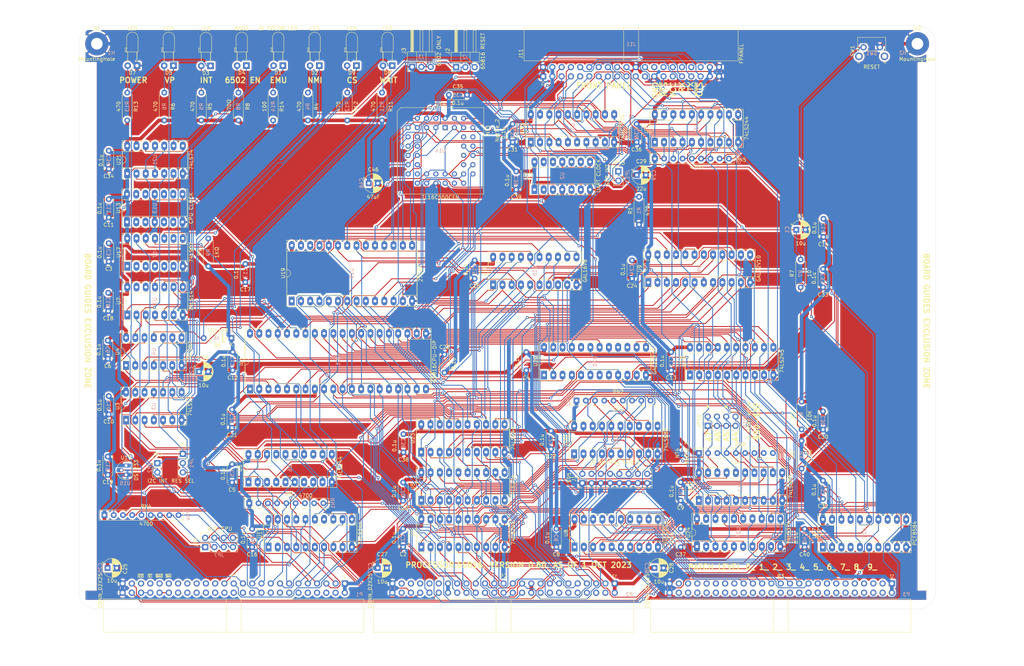
<source format=kicad_pcb>
(kicad_pcb (version 20211014) (generator pcbnew)
  (title_block (title "DUODYNE 65816 PROCESSOR") (date "2023-10-01") (rev "v0.80"))
  (layers (0 "F.Cu" signal) (31 "B.Cu" signal) (34 "B.Paste" user) (35 "F.Paste" user) (36 "B.SilkS" user "B.Silkscreen") (37 "F.SilkS" user "F.Silkscreen") (38 "B.Mask" user) (39 "F.Mask" user) (44 "Edge.Cuts" user))
  (net 0 "")
  (net 1 "GND")
  (net 2 "VCC")
  (net 3 "Net-(D2-Pad1)")
  (net 4 "Net-(D4-Pad2)")
  (net 5 "Net-(D5-Pad2)")
  (net 6 "Net-(D8-Pad1)")
  (net 7 "Net-(D1-Pad1)")
  (net 8 "Net-(D1-Pad2)")
  (net 9 "Net-(D2-Pad2)")
  (net 10 "~{WAIT}")
  (net 11 "~{INT0}")
  (net 12 "~{TEND1}")
  (net 13 "~{TEND0}")
  (net 14 "~{DREQ1}")
  (net 15 "~{DREQ0}")
  (net 16 "Net-(D3-Pad1)")
  (net 17 "-12V")
  (net 18 "Net-(D3-Pad2)")
  (net 19 "~{HALT}")
  (net 20 "~{BUSRQ}")
  (net 21 "/bus/CRUCLK")
  (net 22 "~{NMI}")
  (net 23 "CLK")
  (net 24 "~{BUSACK}")
  (net 25 "~{M1}")
  (net 26 "~{MREQ}")
  (net 27 "~{IORQ}")
  (net 28 "~{WR}")
  (net 29 "~{RD}")
  (net 30 "A0")
  (net 31 "A1")
  (net 32 "A2")
  (net 33 "A3")
  (net 34 "A4")
  (net 35 "A5")
  (net 36 "A6")
  (net 37 "A7")
  (net 38 "A8")
  (net 39 "A9")
  (net 40 "A10")
  (net 41 "A11")
  (net 42 "A12")
  (net 43 "A13")
  (net 44 "A14")
  (net 45 "A15")
  (net 46 "+12V")
  (net 47 "D0")
  (net 48 "D1")
  (net 49 "D2")
  (net 50 "D3")
  (net 51 "D4")
  (net 52 "D5")
  (net 53 "D6")
  (net 54 "D7")
  (net 55 "Net-(D5-Pad1)")
  (net 56 "Net-(D7-Pad2)")
  (net 57 "Net-(D8-Pad2)")
  (net 58 "Net-(D9-Pad2)")
  (net 59 "~{VP}")
  (net 60 "~{ABORT}")
  (net 61 "ONE")
  (net 62 "ZERO")
  (net 63 "Net-(D9-Pad1)")
  (net 64 "~{ML}")
  (net 65 "VPA")
  (net 66 "Net-(IC1-Pad26)")
  (net 67 "Net-(JP7-Pad7)")
  (net 68 "Net-(JP7-Pad5)")
  (net 69 "Net-(JP7-Pad3)")
  (net 70 "Net-(JP7-Pad1)")
  (net 71 "Net-(IC1-Pad27)")
  (net 72 "Net-(J11-Pad19)")
  (net 73 "Net-(J11-Pad17)")
  (net 74 "Net-(J11-Pad15)")
  (net 75 "Net-(IC1-Pad28)")
  (net 76 "Net-(IC1-Pad29)")
  (net 77 "Net-(IC1-Pad30)")
  (net 78 "Net-(IC1-Pad31)")
  (net 79 "Net-(IC1-Pad32)")
  (net 80 "~{CPU-IORQ}")
  (net 81 "Net-(IC1-Pad33)")
  (net 82 "~{CPU-RESET}")
  (net 83 "CPU-R~{W}")
  (net 84 "CPU-A1")
  (net 85 "CPU-A0")
  (net 86 "EMU")
  (net 87 "~{CPU-WAIT}")
  (net 88 "~{CPU-M1}")
  (net 89 "~{CPU-WR}")
  (net 90 "~{CPU-RD}")
  (net 91 "~{CPU-MREQ}")
  (net 92 "BUS_ENABLE")
  (net 93 "DATA-DIR")
  (net 95 "~{FP-LATCH-RD}")
  (net 96 "VDA")
  (net 97 "FP-LATCH-WR")
  (net 104 "Net-(JP2-Pad1)")
  (net 105 "bCLK")
  (net 106 "/bus/~{RFSH}")
  (net 107 "/bus/~{EIRQ7}")
  (net 108 "/bus/~{EIRQ6}")
  (net 109 "/fpanel/FP-D7")
  (net 110 "/fpanel/FP-D6")
  (net 111 "/fpanel/FP-D5")
  (net 112 "/fpanel/FP-D4")
  (net 113 "/fpanel/FP-D3")
  (net 114 "/fpanel/FP-D2")
  (net 115 "/fpanel/FP-D1")
  (net 116 "/fpanel/FP-D0")
  (net 117 "CPU-A3")
  (net 118 "CPU-A4")
  (net 119 "CPU-A2")
  (net 120 "CPU-A5")
  (net 121 "CPU-A6")
  (net 122 "CPU-A7")
  (net 123 "/bus/~{EIRQ5}")
  (net 124 "CPU-A11")
  (net 125 "CPU-A12")
  (net 126 "CPU-A10")
  (net 127 "CPU-A13")
  (net 128 "CPU-A9")
  (net 129 "CPU-A14")
  (net 130 "CPU-A8")
  (net 131 "CPU-A15")
  (net 132 "~{CPU-NMI}")
  (net 133 "~{CPU-INT}")
  (net 134 "~{CPU-HALT}")
  (net 135 "CPU-D1")
  (net 136 "CPU-D7")
  (net 137 "CPU-D6")
  (net 138 "CPU-D3")
  (net 139 "CPU-D0")
  (net 140 "CPU-D2")
  (net 141 "CPU-D5")
  (net 142 "CPU-D4")
  (net 143 "Net-(JP10-Pad8)")
  (net 144 "Net-(JP10-Pad6)")
  (net 145 "Net-(JP10-Pad4)")
  (net 146 "Net-(JP10-Pad2)")
  (net 147 "A16")
  (net 148 "A17")
  (net 149 "A18")
  (net 150 "A19")
  (net 151 "A20")
  (net 152 "A21")
  (net 153 "/bus/~{EIRQ4}")
  (net 154 "/bus/~{EIRQ3}")
  (net 155 "Net-(P1-Pad40)")
  (net 156 "/bus/~{EIRQ2}")
  (net 157 "/bus/~{EIRQ1}")
  (net 158 "Net-(P1-Pad44)")
  (net 159 "/bus/~{EIRQ0}")
  (net 160 "A23")
  (net 161 "A22")
  (net 162 "Net-(U18-Pad19)")
  (net 163 "Net-(U24-Pad15)")
  (net 164 "INT")
  (net 165 "CPU-A21")
  (net 166 "Net-(RN8-Pad6)")
  (net 167 "~{CS_IO}")
  (net 168 "Net-(U14-Pad39)")
  (net 173 "CPU-A16")
  (net 174 "CPU-A17")
  (net 175 "10KA")
  (net 176 "UART-CLK")
  (net 177 "Net-(U14-Pad10)")
  (net 178 "Net-(JP13-Pad2)")
  (net 181 "CPU-A18")
  (net 182 "CPU-A19")
  (net 183 "CPU-A22")
  (net 184 "CPU-A20")
  (net 185 "/mapper/~{A}")
  (net 186 "/bus/E")
  (net 187 "/bus/ST")
  (net 188 "/bus/PHI")
  (net 189 "/bus/~{INT2}")
  (net 190 "/bus/~{INT1}")
  (net 191 "~{RES_IN}")
  (net 192 "/bus/CRUOUT")
  (net 193 "/bus/CRUIN")
  (net 194 "~{RES_OUT}")
  (net 195 "/bus/USER8")
  (net 196 "/bus/USER7")
  (net 197 "/bus/USER6")
  (net 198 "/bus/USER5")
  (net 199 "/bus/USER4")
  (net 200 "/bus/USER3")
  (net 201 "/bus/USER2")
  (net 202 "/bus/USER1")
  (net 203 "/bus/USER0")
  (net 204 "~{ONBOARD_ROM}")
  (net 205 "I2C_SDA")
  (net 206 "/bus/A31")
  (net 207 "/bus/A30")
  (net 208 "/bus/A29")
  (net 209 "/bus/A28")
  (net 210 "/bus/A27")
  (net 211 "/bus/A26")
  (net 212 "/bus/A25")
  (net 213 "/bus/A24")
  (net 214 "~{OFFBOARD_MEM}")
  (net 216 "/bus/IC3")
  (net 217 "/bus/IC2")
  (net 218 "/bus/IC1")
  (net 219 "/bus/IC0")
  (net 220 "/bus/AUXCLK1")
  (net 221 "/bus/AUXCLK0")
  (net 222 "/bus/D15")
  (net 223 "/bus/D31")
  (net 224 "/bus/D14")
  (net 225 "/bus/D30")
  (net 226 "/bus/D13")
  (net 227 "/bus/D29")
  (net 228 "/bus/D12")
  (net 229 "/bus/D28")
  (net 230 "/bus/D11")
  (net 231 "/bus/D27")
  (net 232 "/bus/D10")
  (net 233 "/bus/D26")
  (net 234 "/bus/D9")
  (net 235 "/bus/D25")
  (net 236 "/bus/D8")
  (net 237 "/bus/D24")
  (net 238 "/bus/D23")
  (net 239 "/bus/D22")
  (net 240 "/bus/D21")
  (net 241 "/bus/D20")
  (net 242 "/bus/D19")
  (net 243 "/bus/D18")
  (net 244 "/bus/D17")
  (net 245 "/bus/D16")
  (net 246 "/bus/~{BUSERR}")
  (net 247 "/bus/UDS")
  (net 248 "/bus/~{VPA}")
  (net 249 "/bus/LDS")
  (net 250 "/bus/~{VMA}")
  (net 251 "/bus/S2")
  (net 252 "/bus/~{BHE}")
  (net 253 "/bus/S1")
  (net 254 "/bus/IPL2")
  (net 255 "/bus/S0")
  (net 256 "/bus/IPL1")
  (net 257 "/bus/AUXCLK3")
  (net 258 "/bus/IPL0")
  (net 259 "/bus/AUXCLK2")
  (net 260 "I2C_SCL")
  (net 272 "Net-(D4-Pad1)")
  (net 273 "65816RST")
  (net 274 "CPU-A23")
  (net 280 "Net-(J1-Pad10)")
  (net 295 "~{INT-I2C}")
  (net 296 "INT-I2C")
  (net 298 "~{CS_I2C_WR}")
  (net 312 "~{CS_I2C}")
  (net 315 "~{RTS}")
  (net 316 "RX")
  (net 317 "TX")
  (net 318 "~{CTS}")
  (net 319 "~{CS_UART}")
  (net 320 "~{EXT_RES}")
  (net 321 "Net-(J11-Pad5)")
  (net 322 "Net-(J11-Pad7)")
  (net 323 "Net-(J11-Pad9)")
  (net 324 "Net-(J11-Pad11)")
  (net 325 "Net-(J11-Pad13)")
  (net 326 "Net-(J1-Pad12)")
  (net 327 "Net-(J1-Pad14)")
  (net 328 "Net-(J1-Pad16)")
  (net 329 "65816EN")
  (net 330 "~{65816EN}")
  (net 331 "~{65816ACTIVE}")
  (net 332 "65TOGGLE")
  (net 333 "Net-(R14-Pad2)")
  (net 334 "Net-(U7-Pad11)")
  (net 336 "Net-(U17-Pad13)")
  (net 337 "Net-(U22-Pad19)")
  (net 339 "Net-(U9-Pad19)")
  (net 346 "Net-(U21-Pad2)")
  (net 347 "Net-(U21-Pad12)")
  (net 348 "Net-(U21-Pad5)")
  (net 349 "Net-(U10-Pad6)")
  (net 350 "Net-(J1-Pad2)")
  (net 351 "Net-(J1-Pad4)")
  (net 352 "Net-(J1-Pad6)")
  (net 353 "Net-(J1-Pad8)")
  (footprint "Connector_IDC:IDC-Header_2x25_P2.54mm_Horizontal" (layer "F.Cu") (at 108 223 -90)
    (fp_text reference "P1")
    (fp_text value "CONN_02X25")
  )
  (footprint "Capacitor_THT:C_Disc_D5.0mm_W2.5mm_P5.00mm" (layer "F.Cu") (at 124 208 -90)
    (fp_text reference "C2")
    (fp_text value "0.1u")
  )
  (footprint "Capacitor_THT:C_Disc_D5.0mm_W2.5mm_P5.00mm" (layer "F.Cu") (at 43.255 129.71 -90)
    (fp_text reference "C3")
    (fp_text value "0.1u")
  )
  (footprint "Capacitor_THT:C_Disc_D5.0mm_W2.5mm_P5.00mm" (layer "F.Cu") (at 157.75 159.55 -90)
    (fp_text reference "C4")
    (fp_text value "0.1u")
  )
  (footprint "Capacitor_THT:C_Disc_D5.0mm_W2.5mm_P5.00mm" (layer "F.Cu") (at 77.075 190.3 -90)
    (fp_text reference "C5")
    (fp_text value "0.1u")
  )
  (footprint "Capacitor_THT:C_Disc_D5.0mm_W2.5mm_P5.00mm" (layer "F.Cu") (at 43 156.38 -90)
    (fp_text reference "C6")
    (fp_text value "0.1u")
  )
  (footprint "Capacitor_THT:C_Disc_D5.0mm_W2.5mm_P5.00mm" (layer "F.Cu") (at 166 208 -90)
    (fp_text reference "C8")
    (fp_text value "0.1u")
  )
  (footprint "Capacitor_THT:C_Disc_D5.0mm_W2.5mm_P5.00mm" (layer "F.Cu") (at 200.075 195.25 -90)
    (fp_text reference "C9")
    (fp_text value "0.1u")
  )
  (footprint "Capacitor_THT:C_Disc_D5.0mm_W2.5mm_P5.00mm" (layer "F.Cu") (at 43.255 171.62 -90)
    (fp_text reference "C10")
    (fp_text value "0.1u")
  )
  (footprint "Capacitor_THT:C_Disc_D5.0mm_W2.5mm_P5.00mm" (layer "F.Cu") (at 43.255 117.645 -90)
    (fp_text reference "C11")
    (fp_text value "0.1u")
  )
  (footprint "Capacitor_THT:C_Disc_D5.0mm_W2.5mm_P5.00mm" (layer "F.Cu") (at 239.25 123 -90)
    (fp_text reference "C14")
    (fp_text value "0.1u")
  )
  (footprint "Capacitor_THT:C_Disc_D5.0mm_W2.5mm_P5.00mm" (layer "F.Cu") (at 143.6 134.4 -90)
    (fp_text reference "C15")
    (fp_text value "0.1u")
  )
  (footprint "Capacitor_THT:CP_Radial_D5.0mm_P2.50mm" (layer "F.Cu") (at 42.9296 218.75)
    (fp_text reference "C25")
    (fp_text value "10u")
  )
  (footprint "Capacitor_THT:CP_Radial_D5.0mm_P2.50mm" (layer "F.Cu") (at 68.0199 164.9)
    (fp_text reference "C26")
    (fp_text value "10u")
  )
  (footprint "Capacitor_THT:C_Disc_D5.0mm_W2.5mm_P5.00mm" (layer "F.Cu") (at 80.72 135.39 -90)
    (fp_text reference "C17")
    (fp_text value "0.1u")
  )
  (footprint "Capacitor_THT:C_Disc_D5.0mm_W2.5mm_P5.00mm" (layer "F.Cu") (at 124 195.3 -90)
    (fp_text reference "C20")
    (fp_text value "0.1u")
  )
  (footprint "Capacitor_THT:C_Disc_D5.0mm_W2.5mm_P5.00mm" (layer "F.Cu") (at 77.075 175.3 -90)
    (fp_text reference "C21")
    (fp_text value "0.1u")
  )
  (footprint "Capacitor_THT:C_Disc_D5.0mm_W2.5mm_P5.00mm" (layer "F.Cu") (at 164.54 181.145 -90)
    (fp_text reference "C22")
    (fp_text value "0.1u")
  )
  (footprint "Capacitor_THT:C_Disc_D5.0mm_W2.5mm_P5.00mm" (layer "F.Cu") (at 135.33 165.19 90)
    (fp_text reference "C23")
    (fp_text value "0.1u")
  )
  (footprint "Capacitor_THT:CP_Radial_D5.0mm_P2.50mm" (layer "F.Cu") (at 117 218.75)
    (fp_text reference "C27")
    (fp_text value "10u")
  )
  (footprint "Capacitor_THT:CP_Radial_D5.0mm_P2.50mm" (layer "F.Cu") (at 192.8847 218.75)
    (fp_text reference "C28")
    (fp_text value "10u")
  )
  (footprint "Capacitor_THT:CP_Radial_D5.0mm_P2.50mm" (layer "F.Cu") (at 188.0449 111)
    (fp_text reference "C29")
    (fp_text value "22u")
  )
  (footprint "LED_THT:LED_D3.0mm_Horizontal_O3.81mm_Z2.0mm" (layer "F.Cu") (at 81 81 180)
    (fp_text reference "D4")
    (fp_text value "6502")
  )
  (footprint "LED_THT:LED_D3.0mm_Horizontal_O3.81mm_Z2.0mm" (layer "F.Cu") (at 61 81 180)
    (fp_text reference "D5")
    (fp_text value "LED")
  )
  (footprint "Diode_THT:D_DO-35_SOD27_P7.62mm_Horizontal" (layer "F.Cu") (at 76.91 155.705 180)
    (fp_text reference "D6")
    (fp_text value "1N4148")
  )
  (footprint "LED_THT:LED_D3.0mm_Horizontal_O3.81mm_Z2.0mm" (layer "F.Cu") (at 91 81 180)
    (fp_text reference "D1")
    (fp_text value "BI COLOR LED")
  )
  (footprint "LED_THT:LED_D3.0mm_Horizontal_O3.81mm_Z2.0mm" (layer "F.Cu") (at 101 81 180)
    (fp_text reference "D2")
    (fp_text value "LED")
  )
  (footprint "Resistor_THT:R_Axial_DIN0207_L6.3mm_D2.5mm_P7.62mm_Horizontal" (layer "F.Cu") (at 68.655 88.395 -90)
    (fp_text reference "R5")
    (fp_text value "470")
  )
  (footprint "Resistor_THT:R_Axial_DIN0207_L6.3mm_D2.5mm_P7.62mm_Horizontal" (layer "F.Cu") (at 58.495 88.395 -90)
    (fp_text reference "R6")
    (fp_text value "470")
  )
  (footprint "Package_DIP:DIP-14_W7.62mm_Socket_LongPads" (layer "F.Cu") (at 48 163.2 90)
    (fp_text reference "U4")
    (fp_text value "74LS07")
  )
  (footprint "Package_DIP:DIP-20_W7.62mm_Socket_LongPads" (layer "F.Cu") (at 128.975 200.2 90)
    (fp_text reference "U5")
    (fp_text value "74LS244")
  )
  (footprint "Package_DIP:DIP-20_W7.62mm_Socket_LongPads" (layer "F.Cu") (at 81.575 195.2 90)
    (fp_text reference "U6")
    (fp_text value "74LS244")
  )
  (footprint "Package_DIP:DIP-20_W7.62mm_Socket_LongPads" (layer "F.Cu") (at 171 213 90)
    (fp_text reference "U8")
    (fp_text value "74LS245")
  )
  (footprint "Package_TO_SOT_THT:TO-92L_HandSolder" (layer "F.Cu") (at 48 193.2 90)
    (fp_text reference "U15")
    (fp_text value "DS1233")
  )
  (footprint "Package_DIP:DIP-20_W7.62mm_Socket_LongPads" (layer "F.Cu") (at 128.975 213 90)
    (fp_text reference "U1")
    (fp_text value "74LS244")
  )
  (footprint "Connector_IDC:IDC-Header_2x25_P2.54mm_Horizontal" (layer "F.Cu") (at 182 223 -90)
    (fp_text reference "P2")
    (fp_text value "CONN_02X25")
  )
  (footprint "MountingHole:MountingHole_3.2mm_M3_Pad" (layer "F.Cu") (at 265 75)
    (fp_text reference "H2")
    (fp_text value "MountingHole")
  )
  (footprint "Resistor_THT:R_Array_SIP9" (layer "F.Cu") (at 81.8 201)
    (fp_text reference "RN1")
    (fp_text value "4700")
  )
  (footprint "Package_DIP:DIP-20_W7.62mm_Socket_LongPads" (layer "F.Cu") (at 87.075 213.025 90)
    (fp_text reference "U11")
    (fp_text value "74LS244")
  )
  (footprint "Capacitor_THT:C_Disc_D5.0mm_W2.5mm_P5.00mm" (layer "F.Cu") (at 43 188.2 -90)
    (fp_text reference "C19")
    (fp_text value "0.1u")
  )
  (footprint "Capacitor_THT:C_Disc_D5.0mm_W2.5mm_P5.00mm" (layer "F.Cu") (at 43.125 143.3 -90)
    (fp_text reference "C18")
    (fp_text value "0.1u")
  )
  (footprint "Capacitor_THT:C_Disc_D5.0mm_W2.5mm_P5.00mm" (layer "F.Cu") (at 77.25 159.55 -90)
    (fp_text reference "C12")
    (fp_text value "0.1u")
  )
  (footprint "Capacitor_THT:C_Disc_D5.0mm_W2.5mm_P5.00mm" (layer "F.Cu") (at 82.575 208.025 -90)
    (fp_text reference "C16")
    (fp_text value "0.1u")
  )
  (footprint "Package_DIP:DIP-14_W7.62mm_Socket_LongPads" (layer "F.Cu") (at 48 178.2 90)
    (fp_text reference "U3")
    (fp_text value "74LS14")
  )
  (footprint "MountingHole:MountingHole_3.2mm_M3_Pad" (layer "F.Cu") (at 40 75)
    (fp_text reference "H1")
    (fp_text value "MountingHole")
  )
  (footprint "LED_THT:LED_D3.0mm_Horizontal_O3.81mm_Z2.0mm" (layer "F.Cu") (at 51 81 180)
    (fp_text reference "D7")
    (fp_text value "LED")
  )
  (footprint "Connector_IDC:IDC-Header_2x25_P2.54mm_Horizontal" (layer "F.Cu") (at 258 223 -90)
    (fp_text reference "P3")
    (fp_text value "CONN_02X25")
  )
  (footprint "Package_DIP:DIP-14_W7.62mm_Socket_LongPads" (layer "F.Cu") (at 48.255 123.875 90)
    (fp_text reference "U13")
    (fp_text value "CPU CLOCK")
  )
  (footprint "Capacitor_THT:C_Disc_D5.0mm_W2.5mm_P5.00mm" (layer "F.Cu") (at 188 97 -90)
    (fp_text reference "C36")
    (fp_text value "0.1u")
  )
  (footprint "Capacitor_THT:C_Disc_D5.0mm_W2.5mm_P5.00mm" (layer "F.Cu") (at 124.075 182.05 -90)
    (fp_text reference "C38")
    (fp_text value "0.1u")
  )
  (footprint "Capacitor_THT:CP_Radial_D5.0mm_P2.50mm" (layer "F.Cu") (at 114.5449 113.25)
    (fp_text reference "C46")
    (fp_text value "47uF")
  )
  (footprint "LED_THT:LED_D3.0mm_Horizontal_O3.81mm_Z2.0mm" (layer "F.Cu") (at 121 81 180)
    (fp_text reference "D8")
    (fp_text value "LED")
  )
  (footprint "Package_DIP:DIP-28_W15.24mm_Socket_LongPads" (layer "F.Cu") (at 93.43 145.55 90)
    (fp_text reference "U19")
    (fp_text value "27C64")
  )
  (footprint "Package_DIP:DIP-14_W7.62mm_Socket_LongPads" (layer "F.Cu") (at 48.335 149.355 90)
    (fp_text reference "U7")
    (fp_text value "74LS14")
  )
  (footprint "Capacitor_THT:CP_Radial_D5.0mm_P2.50mm" (layer "F.Cu") (at 231.7949 126)
    (fp_text reference "C1")
    (fp_text value "10u")
  )
  (footprint "LED_THT:LED_D3.0mm_Horizontal_O3.81mm_Z2.0mm" (layer "F.Cu") (at 111.18 81 180)
    (fp_text reference "D9")
    (fp_text value "LED")
  )
  (footprint "Connector_PinHeader_2.54mm:PinHeader_2x04_P2.54mm_Vertical" (layer "F.Cu") (at 69.7 213.025 90)
    (fp_text reference "JP7")
    (fp_text value "BUS CPU")
  )
  (footprint "Resistor_THT:R_Array_SIP9" (layer "F.Cu") (at 42.075 204.25)
    (fp_text reference "RN4")
    (fp_text value "4700")
  )
  (footprint "Connector_IDC:IDC-Header_2x20_P2.54mm_Horizontal" (layer "F.Cu") (at 162.37 83.9475 90)
    (fp_text reference "J11")
    (fp_text value "FPANEL")
  )
  (footprint "Resistor_THT:R_Array_SIP9" (layer "F.Cu") (at 193 106.5)
    (fp_text reference "RN5")
    (fp_text value "4700")
  )
  (footprint "Package_DIP:DIP-20_W7.62mm_Socket_LongPads" (layer "F.Cu") (at 193 102 90)
    (fp_text reference "U31")
    (fp_text value "74LS244")
  )
  (footprint "Package_DIP:DIP-20_W7.62mm_Socket_LongPads" (layer "F.Cu") (at 159 102 90)
    (fp_text reference "U33")
    (fp_text value "74HCT374")
  )
  (footprint "Package_DIP:DIP-24_W7.62mm_Socket_LongPads" (layer "F.Cu") (at 162.63 165.855 90)
    (fp_text reference "U20")
    (fp_text value "GAL22V10")
  )
  (footprint "Capacitor_THT:C_Disc_D5.0mm_W2.5mm_P5.00mm" (layer "F.Cu") (at 200.075 208.05 -90)
    (fp_text reference "C37")
    (fp_text value "0.1u")
  )
  (footprint "Connector_PinHeader_2.54mm:PinHeader_2x04_P2.54mm_Vertical" (layer "F.Cu") (at 207.5 179.775 90)
    (fp_text reference "JP10")
    (fp_text value "IO PORT ADDR")
  )
  (footprint "Resistor_THT:R_Array_SIP9" (layer "F.Cu") (at 205.075 187.25)
    (fp_text reference "RN8")
    (fp_text value "10K")
  )
  (footprint "Package_DIP:DIP-24_W7.62mm_Socket_LongPads" (layer "F.Cu") (at 191.205 140.455 90)
    (fp_text reference "U9")
    (fp_text value "GAL22V10")
  )
  (footprint "Package_DIP:DIP-20_W7.62mm_Socket_LongPads" (layer "F.Cu") (at 148.67 141.09 90)
    (fp_text reference "U10")
    (fp_text value "GAL16V8")
  )
  (footprint "Package_DIP:DIP-20_W7.62mm_Socket_LongPads" (layer "F.Cu") (at 205.075 200.25 90)
    (fp_text reference "U12")
    (fp_text value "74LS688")
  )
  (footprint "Package_DIP:DIP-20_W7.62mm_Socket_LongPads" (layer "F.Cu") (at 128.95 187 90)
    (fp_text reference "U23")
    (fp_text value "74LS244")
  )
  (footprint "Capacitor_THT:C_Disc_D5.0mm_W2.5mm_P5.00mm" (layer "F.Cu") (at 239.125 175.8 -90)
    (fp_text reference "C30")
    (fp_text value "0.1u")
  )
  (footprint "Capacitor_THT:C_Disc_D5.0mm_W2.5mm_P5.00mm" (layer "F.Cu") (at 154 97 -90)
    (fp_text reference "C31")
    (fp_text value "0.1u")
  )
  (footprint "Capacitor_THT:C_Disc_D5.0mm_W2.5mm_P5.00mm" (layer "F.Cu") (at 239.125 194.8 -90)
    (fp_text reference "C32")
    (fp_text value "0.1u")
  )
  (footprint "Capacitor_THT:C_Disc_D5.0mm_W2.5mm_P5.00mm" (layer "F.Cu") (at 239.125 136.8 -90)
    (fp_text reference "C33")
    (fp_text value "0.1u")
  )
  (footprint "Capacitor_THT:C_Disc_D5.0mm_W2.5mm_P5.00mm" (layer "F.Cu") (at 43.255 104.31 -90)
    (fp_text reference "C34")
    (fp_text value "0.1u")
  )
  (footprint "Capacitor_THT:C_Disc_D5.0mm_W2.5mm_P5.00mm" (layer "F.Cu") (at 136.5 89)
    (fp_text reference "C35")
    (fp_text value "0.1u")
  )
  (footprint "Package_LCC:PLCC-44_THT-Socket" (layer "F.Cu") (at 135.5 98)
    (fp_text reference "U14")
    (fp_text value "TL16C550CFN")
  )
  (footprint "Package_DIP:DIP-14_W7.62mm_Socket_LongPads" (layer "F.Cu") (at 160 115 90)
    (fp_text reference "U2")
    (fp_text value "UART CLOCK")
  )
  (footprint "Connector_PinHeader_2.54mm:PinHeader_1x02_P2.54mm_Vertical" (layer "F.Cu") (at 183 110)
    (fp_text reference "JP13")
    (fp_text value "SER INT")
  )
  (footprint "LED_THT:LED_D3.0mm_Horizontal_O3.81mm_Z2.0mm" (layer "F.Cu") (at 71.175 81.065 180)
    (fp_text reference "D3")
    (fp_text value "LED")
  )
  (footprint "Resistor_THT:R_Axial_DIN0207_L6.3mm_D2.5mm_P7.62mm_Horizontal" (layer "F.Cu") (at 97.865 88.395 -90)
    (fp_text reference "R4")
    (fp_text value "470")
  )
  (footprint "Button_Switch_THT:SW_Tactile_SPST_Angled_PTS645Vx58-2LFS" (layer "F.Cu") (at 250.225 75.9625)
    (fp_text reference "SW1")
    (fp_text value "RESET")
  )
  (footprint "Capacitor_THT:C_Disc_D5.0mm_W2.5mm_P5.00mm" (layer "F.Cu") (at 155 110 -90)
    (fp_text reference "C39")
    (fp_text value "0.1u")
  )
  (footprint "Resistor_THT:R_Axial_DIN0207_L6.3mm_D2.5mm_P7.62mm_Horizontal" (layer "F.Cu") (at 188.67 124.59 90)
    (fp_text reference "R1")
    (fp_text value "470")
  )
  (footprint "Package_DIP:DIP-20_W7.62mm_Socket_LongPads" (layer "F.Cu") (at 202.64 165.865 90)
    (fp_text reference "U18")
    (fp_text value "74LS245")
  )
  (footprint "Capacitor_THT:C_Disc_D5.0mm_W2.5mm_P5.00mm" (layer "F.Cu") (at 197.5 159.55 -90)
    (fp_text reference "C13")
    (fp_text value "0.1u")
  )
  (footprint "Capacitor_THT:C_Disc_D5.0mm_W2.5mm_P5.00mm" (layer "F.Cu") (at 186.75 134.4 -90)
    (fp_text reference "C24")
    (fp_text value "0.1u")
  )
  (footprint "Resistor_THT:R_Axial_DIN0207_L6.3mm_D2.5mm_P7.62mm_Horizontal" (layer "F.Cu") (at 78.815 96.015 90)
    (fp_text reference "R8")
    (fp_text value "470Ω")
  )
  (footprint "Package_DIP:DIP-20_W7.62mm_Socket_LongPads" (layer "F.Cu") (at 170.895 187.445 90)
    (fp_text reference "U22")
    (fp_text value "74LS688")
  )
  (footprint "Resistor_THT:R_Axial_DIN0207_L6.3mm_D2.5mm_P7.62mm_Horizontal" (layer "F.Cu") (at 108.66 88.395 -90)
    (fp_text reference "R12")
    (fp_text value "470")
  )
  (footprint "Connector_PinHeader_2.54mm:PinHeader_1x03_P2.54mm_Vertical" (layer "F.Cu") (at 63.575 187.455)
    (fp_text reference "JP1")
    (fp_text value "RES SEL")
  )
  (footprint "Resistor_THT:R_Axial_DIN0207_L6.3mm_D2.5mm_P7.62mm_Horizontal" (layer "F.Cu") (at 233.25 191.5 90)
    (fp_text reference "R3")
    (fp_text value "10K")
  )
  (footprint "NetTie:NetTie-2_THT_Pad0.3mm" (layer "F.Cu") (at 200.5 187.85 90)
    (fp_text reference "NT4")
    (fp_text value "NetTie_2")
  )
  (footprint "Connector_PinHeader_2.54mm:PinHeader_1x03_P2.54mm_Horizontal" (layer "F.Cu") (at 126.455 81.34 90)
    (fp_text reference "J3")
    (fp_text value "6502 ONLY")
  )
  (footprint "NetTie:NetTie-2_THT_Pad0.3mm" (layer "F.Cu") (at 148.5 99.35 90)
    (fp_text reference "NT3")
    (fp_text value "NetTie_2")
  )
  (footprint "Connector_PinHeader_2.54mm:PinHeader_2x08_P2.54mm_Vertical" (layer "F.Cu") (at 173.125 195.475 90)
    (fp_text reference "J1")
    (fp_text value "IO Address Select")
  )
  (footprint "Resistor_THT:R_Axial_DIN0207_L6.3mm_D2.5mm_P7.62mm_Horizontal" (layer "F.Cu") (at 118.185 88.395 -90)
    (fp_text reference "R11")
    (fp_text value "470")
  )
  (footprint "Package_DIP:DIP-20_W7.62mm_Socket_LongPads" (layer "F.Cu") (at 239.075 213.05 90)
    (fp_text reference "U27")
    (fp_text value "PCF8584")
  )
  (footprint "Capacitor_THT:C_Disc_D5.0mm_W2.5mm_P5.00mm" (layer "F.Cu") (at 234.075 208.05 -90)
    (fp_text reference "C40")
    (fp_text value "0.1u")
  )
  (footprint "Resistor_THT:R_Axial_DIN0207_L6.3mm_D2.5mm_P7.62mm_Horizontal" (layer "F.Cu") (at 233 141.81 90)
    (fp_text reference "R7")
    (fp_text value "10")
  )
  (footprint "Connector_PinHeader_2.54mm:PinHeader_1x02_P2.54mm_Vertical" (layer "F.Cu") (at 56.59 189.995)
    (fp_text reference "JP2")
    (fp_text value "I2C INT")
  )
  (footprint "Resistor_THT:R_Axial_DIN0207_L6.3mm_D2.5mm_P7.62mm_Horizontal" (layer "F.Cu") (at 88.34 88.395 -90)
    (fp_text reference "R14")
    (fp_text value "100")
  )
  (footprint "Resistor_THT:R_Axial_DIN0207_L6.3mm_D2.5mm_P7.62mm_Horizontal" (layer "F.Cu") (at 48.335 88.395 -90)
    (fp_text reference "R13")
    (fp_text value "470")
  )
  (footprint "Resistor_THT:R_Array_SIP9" (layer "F.Cu") (at 171.525 172.85)
    (fp_text reference "RN2")
    (fp_text value "1KΩ")
  )
  (footprint "Resistor_THT:R_Axial_DIN0207_L6.3mm_D2.5mm_P7.62mm_Horizontal" (layer "F.Cu") (at 233.25 180.75 90)
    (fp_text reference "R2")
    (fp_text value "10K")
  )
  (footprint "Package_DIP:DIP-20_W7.62mm_Socket_LongPads" (layer "F.Cu") (at 204.545 212.855 90)
    (fp_text reference "U24")
    (fp_text value "74LS374")
  )
  (footprint "Package_DIP:DIP-14_W7.62mm_Socket_LongPads" (layer "F.Cu") (at 48.33 136.01 90)
    (fp_text reference "U17")
    (fp_text value "74LS07")
  )
  (footprint "Resistor_THT:R_Axial_DIN0207_L6.3mm_D2.5mm_P7.62mm_Horizontal" (layer "F.Cu") (at 70.56 136.02 90)
    (fp_text reference "R9")
    (fp_text value "1KΩ")
  )
  (footprint "Package_DIP:DIP-40_W15.24mm_Socket_LongPads" (layer "F.Cu") (at 81.99 169.675 90)
    (fp_text reference "IC1")
    (fp_text value "65816CPU-DIP")
  )
  (footprint "Package_DIP:DIP-14_W7.62mm_Socket_LongPads" (layer "F.Cu") (at 48.33 110.61 90)
    (fp_text reference "U21")
    (fp_text value "74LS74")
  )
  (footprint "Connector_PinHeader_2.54mm:PinHeader_1x03_P2.54mm_Horizontal" (layer "F.Cu") (at 138.505 81.41 90)
    (fp_text reference "J2")
    (fp_text value "65816 RESET")
  )
  (gr_line (start 35 75) (end 35 225) (layer "Edge.Cuts") (width 0.05))
  (gr_line (start 40 230) (end 265 230) (layer "Edge.Cuts") (width 0.05))
  (gr_line (start 270 225) (end 270 75) (layer "Edge.Cuts") (width 0.05))
  (gr_line (start 265 70) (end 40 70) (layer "Edge.Cuts") (width 0.05))
  (gr_arc (start 270 225) (mid 268.535534 228.535534) (end 265 230) (layer "Edge.Cuts") (width 0.05))
  (gr_arc (start 40 230) (mid 36.464466 228.535534) (end 35 225) (layer "Edge.Cuts") (width 0.05))
  (gr_arc (start 35 75) (mid 36.464466 71.464466) (end 40 70) (layer "Edge.Cuts") (width 0.05))
  (gr_arc (start 265 70) (mid 268.535534 71.464466) (end 270 75) (layer "Edge.Cuts") (width 0.05))
  (gr_text "BOARD GUIDES EXCLUSION ZONE" (at 37.5 151 -90) (layer "F.SilkS") (effects (font (size 1.5 1.5) (thickness 0.3))))
  (gr_text "CS" (at 110 85) (layer "F.SilkS") (effects (font (size 1.5 1.5) (thickness 0.3))))
  (gr_text "A7\nA6\nA5\nA4" (at 211.5 182.75 90) (layer "F.SilkS") (effects (font (size 1.5 1.5) (thickness 0.3))))
  (gr_text "~{IEI}" (at 54.558 221) (layer "F.SilkS") (effects (font (size 0.7 0.7) (thickness 0.175))))
  (gr_text "~{BAO}" (at 57.098 221) (layer "F.SilkS") (effects (font (size 0.7 0.7) (thickness 0.175))))
  (gr_text "~{BAI}" (at 59.638 221) (layer "F.SilkS") (effects (font (size 0.7 0.7) (thickness 0.175))))
  (gr_text "POWER" (at 50 85) (layer "F.SilkS") (effects (font (size 1.5 1.5) (thickness 0.3))))
  (gr_text "BOARD GUIDES EXCLUSION ZONE" (at 267.5 151 -90) (layer "F.SilkS") (effects (font (size 1.5 1.5) (thickness 0.3))))
  (gr_text "WAIT" (at 120 85) (layer "F.SilkS") (effects (font (size 1.5 1.5) (thickness 0.3))))
  (gr_text "*" (at 188.5 191) (layer "F.SilkS") (effects (font (size 1 1))))
  (gr_text "~{IEO}" (at 52 221) (layer "F.SilkS") (effects (font (size 0.7 0.7) (thickness 0.175))))
  (gr_text "*" (at 178 191) (layer "F.SilkS") (effects (font (size 1 1))))
  (gr_text "GND\n~{RTS}\nVCC\nRX\nTX\n~{CTS}" (at 199.25 85.25 90) (layer "F.SilkS") (effects (font (size 1.5 1.5) (thickness 0.3)) (justify right)))
  (gr_text "PROCESSOR.65816, VERSION 0.80, AS OF 1 OCT 2023" (at 155.65 217.935) (layer "F.SilkS") (effects (font (size 1.5 1.5) (thickness 0.3))))
  (gr_text "INT" (at 70 85) (layer "F.SilkS") (effects (font (size 1.5 1.5) (thickness 0.3))))
  (gr_text "6502 EN" (at 80 85) (layer "F.SilkS") (effects (font (size 1.5 1.5) (thickness 0.3))))
  (gr_text "*" (at 175.5 191) (layer "F.SilkS") (effects (font (size 1 1))))
  (gr_text "$50-$5F" (at 221 178.5 90) (layer "F.SilkS") (effects (font (size 1.5 1.5) (thickness 0.3))))
  (gr_text "*" (at 208 174.489277 90) (layer "F.SilkS") (effects (font (size 1.5 1.5) (thickness 0.3))))
  (gr_text "NMI" (at 99.8 85) (layer "F.SilkS") (effects (font (size 1.5 1.5) (thickness 0.3))))
  (gr_text "$95" (at 169.5 194 90) (layer "F.SilkS") (effects (font (size 1 1))))
  (gr_text "FRONT PANEL" (at 179 86.5) (layer "F.SilkS") (effects (font (size 1.5 1.5) (thickness 0.3))))
  (gr_text "PATCH LEVEL 0_ 1_ 2_ 3_ 4_ 5_ 6_ 7_ 8_ 9_" (at 228 218.5) (layer "F.SilkS") (effects (font (size 1.5 1.5) (thickness 0.3))))
  (gr_text "VP\n" (at 60 85) (layer "F.SilkS") (effects (font (size 1.5 1.5) (thickness 0.3))))
  (gr_text "*" (at 183 191) (layer "F.SilkS") (effects (font (size 1 1))))
  (gr_text "EMU" (at 89.8 85) (layer "F.SilkS") (effects (font (size 1.5 1.5) (thickness 0.3))))
  (gr_text "*" (at 213 174.5 90) (layer "F.SilkS") (effects (font (size 1.5 1.5) (thickness 0.3))))
  (segment (start 163.9202 79.8573) (end 186.2198 79.8573) (width 1) (layer "F.Cu") (net 1))
  (segment (start 63.8613 165.1001) (end 65.6105 163.3509) (width 1) (layer "F.Cu") (net 1))
  (segment (start 41.7226 119.7724) (end 41.7226 110.8424) (width 1) (layer "F.Cu") (net 1))
  (segment (start 139.055 86.555) (end 141.5 89) (width 1) (layer "F.Cu") (net 1))
  (segment (start 124.075 187.05) (end 119.85 191.275) (width 1) (layer "F.Cu") (net 1))
  (segment (start 45.5289 88.0712) (end 51 82.6001) (width 1) (layer "F.Cu") (net 1))
  (segment (start 234.075 213.05) (end 232.5725 214.5525) (width 1) (layer "F.Cu") (net 1))
  (segment (start 51 81) (end 51 82.6001) (width 1) (layer "F.Cu") (net 1))
  (segment (start 109.935 214.9251) (end 116.3783 214.9251) (width 1) (layer "F.Cu") (net 1))
  (segment (start 193.755 187.445) (end 193.755 189.3451) (width 1) (layer "F.Cu") (net 1))
  (segment (start 126.45 145.55) (end 126.45 143.6499) (width 1) (layer "F.Cu") (net 1))
  (segment (start 175.665 195.475) (end 173.125 195.475) (width 1) (layer "F.Cu") (net 1))
  (segment (start 234.075 213.05) (end 235.9751 214.9501) (width 1) (layer "F.Cu") (net 1))
  (segment (start 204.545 212.855) (end 204.545 214.7551) (width 1) (layer "F.Cu") (net 1))
  (segment (start 196.9049 163.9549) (end 190.57 163.9549) (width 1) (layer "F.Cu") (net 1))
  (segment (start 238.0697 151.3952) (end 238.0697 142.8553) (width 1) (layer "F.Cu") (net 1))
  (segment (start 184.8125 102) (end 188 102) (width 1) (layer "F.Cu") (net 1))
  (segment (start 77.25 164.55) (end 70.7798 164.55) (width 1) (layer "F.Cu") (net 1))
  (segment (start 155 115) (end 156.9001 116.9001) (width 1) (layer "F.Cu") (net 1))
  (segment (start 232.5725 214.5525) (end 227.405 214.5525) (width 1) (layer "F.Cu") (net 1))
  (segment (start 199.0049 189.3451) (end 193.755 189.3451) (width 1) (layer "F.Cu") (net 1))
  (segment (start 151.81 185.0999) (end 163.4949 185.0999) (width 1) (layer "F.Cu") (net 1))
  (segment (start 180.745 195.475) (end 178.205 195.475) (width 1) (layer "F.Cu") (net 1))
  (segment (start 132.96 113.24) (end 134.8728 115.1528) (width 1) (layer "F.Cu") (net 1))
  (segment (start 186.2198 79.8573) (end 187.77 81.4075) (width 1) (layer "F.Cu") (net 1))
  (segment (start 181.86 100.0999) (end 182.9124 100.0999) (width 1) (layer "F.Cu") (net 1))
  (segment (start 134.8728 115.1528) (end 154.8472 115.1528) (width 1) (layer "F.Cu") (net 1))
  (segment (start 103.4373 197.1477) (end 104.435 196.15) (width 1) (layer "F.Cu") (net 1))
  (segment (start 104.435 195.2) (end 104.435 196.15) (width 1) (layer "F.Cu") (net 1))
  (segment (start 197.5 164.55) (end 198.0851 163.9649) (width 1) (layer "F.Cu") (net 1))
  (segment (start 119.2266 218.4766) (end 119.5 218.75) (width 1) (layer "F.Cu") (net 1))
  (segment (start 164.0999 211.0999) (end 151.835 211.0999) (width 1) (layer "F.Cu") (net 1))
  (segment (start 104.435 196.15) (end 119.85 196.15) (width 1) (layer "F.Cu") (net 1))
  (segment (start 63.495 121.9749) (end 55.875 121.9749) (width 1) (layer "F.Cu") (net 1))
  (segment (start 109.935 213.025) (end 109.935 214.9251) (width 1) (layer "F.Cu") (net 1))
  (segment (start 225.5 165.865) (end 225.5 163.9649) (width 1) (layer "F.Cu") (net 1))
  (segment (start 239.125 141.8) (end 238.0697 142.8553) (width 1) (layer "F.Cu") (net 1))
  (segment (start 198.0851 163.9649) (end 225.5 163.9649) (width 1) (layer "F.Cu") (net 1))
  (segment (start 63.57 136.01) (end 63.57 137.9101) (width 1) (layer "F.Cu") (net 1))
  (segment (start 162.37 81.4075) (end 163.9202 79.8573) (width 1) (layer "F.Cu") (net 1))
  (segment (start 200.2322 213.2072) (end 200.075 213.05) (width 1) (layer "F.Cu") (net 1))
  (segment (start 180.745 195.475) (end 182.2951 195.475) (width 1) (layer "F.Cu") (net 1))
  (segment (start 162.37 83.9475) (end 162.37 81.4075) (width 1) (layer "F.Cu") (net 1))
  (segment (start 116.3783 214.9251) (end 119.2266 217.7734) (width 1) (layer "F.Cu") (net 1))
  (segment (start 210.63 83.9475) (end 209.0796 85.4979) (width 1) (layer "F.Cu") (net 1))
  (segment (start 143.6 139.4) (end 139.3501 143.6499) (width 1) (layer "F.Cu") (net 1))
  (segment (start 188.365 195.475) (end 185.825 195.475) (width 1) (layer "F.Cu") (net 1))
  (segment (start 181.86 102) (end 181.86 100.0999) (width 1) (layer "F.Cu") (net 1))
  (segment (start 119.85 191.275) (end 119.85 196.15) (width 1) (layer "F.Cu") (net 1))
  (segment (start 188.0233 81.4075) (end 189.5735 79.8573) (width 1) (layer "F.Cu") (net 1))
  (segment (start 163.4949 185.0999) (end 164.54 186.145) (width 1) (layer "F.Cu") (net 1))
  (segment (start 65.6105 163.3509) (end 69.0609 163.3509) (width 1) (layer "F.Cu") (net 1))
  (segment (start 126.455 81.34) (end 131.67 86.555) (width 1) (layer "F.Cu") (net 1))
  (segment (start 119.85 196.15) (end 124 200.3) (width 1) (layer "F.Cu") (net 1))
  (segment (start 78.9227 197.1477) (end 103.4373 197.1477) (width 1) (layer "F.Cu") (net 1))
  (segment (start 63.24 165.1001) (end 63.8613 165.1001) (width 1) (layer "F.Cu") (net 1))
  (segment (start 197.5 164.55) (end 196.9049 163.9549) (width 1) (layer "F.Cu") (net 1))
  (segment (start 167.62 115) (end 167.62 116.9001) (width 1) (layer "F.Cu") (net 1))
  (segment (start 69.0609 163.3509) (end 70.5199 164.8099) (width 1) (layer "F.Cu") (net 1))
  (segment (start 227.935 200.25) (end 227.935 198.3499) (width 1) (layer "F.Cu") (net 1))
  (segment (start 199.1901 220.8499) (end 197.04 223) (width 1) (layer "F.Cu") (net 1))
  (segment (start 171.53 141.09) (end 171.53 139.1899) (width 1) (layer "F.Cu") (net 1))
  (segment (start 189.5735 79.8573) (end 209.0798 79.8573) (width 1) (layer "F.Cu") (net 1))
  (segment (start 55.875 123.875) (end 55.875 121.9749) (width 1) (layer "F.Cu") (net 1))
  (segment (start 154.8472 115.1528) (end 155 115) (width 1) (layer "F.Cu") (net 1))
  (segment (start 45.5289 107.0361) (end 45.5289 88.0712) (width 1) (layer "F.Cu") (net 1))
  (segment (start 200.2322 213.9025) (end 195.3847 218.75) (width 1) (layer "F.Cu") (net 1))
  (segment (start 190.57 165.855) (end 190.57 163.9549) (width 1) (layer "F.Cu") (net 1))
  (segment (start 118.4465 114.6516) (end 117.0449 113.25) (width 1) (layer "F.Cu") (net 1))
  (segment (start 255.6875 75) (end 265 75) (width 1) (layer "F.Cu") (net 1))
  (segment (start 237.6749 198.3499) (end 239.125 199.8) (width 1) (layer "F.Cu") (net 1))
  (segment (start 43 193.2) (end 48 193.2) (width 1) (layer "F.Cu") (net 1))
  (segment (start 219.145 140.455) (end 219.145 138.5549) (width 1) (layer "F.Cu") (net 1))
  (segment (start 227.935 198.3499) (end 237.6749 198.3499) (width 1) (layer "F.Cu") (net 1))
  (segment (start 63.24 163.2) (end 63.24 165.1001) (width 1) (layer "F.Cu") (net 1))
  (segment (start 204.545 214.7551) (end 201.0848 214.7551) (width 1) (layer "F.Cu") (net 1))
  (segment (start 186.5399 139.1899) (end 171.53 139.1899) (width 1) (layer "F.Cu") (net 1))
  (segment (start 45.4296 218.75) (end 76.85 218.75) (width 1) (layer "F.Cu") (net 1))
  (segment (start 200.2322 213.9025) (end 200.2322 213.2072) (width 1) (layer "F.Cu") (net 1))
  (segment (start 221.1076 220.8499) (end 199.1901 220.8499) (width 1) (layer "F.Cu") (net 1))
  (segment (start 201.0848 214.7551) (end 200.2322 213.9025) (width 1) (layer "F.Cu") (net 1))
  (segment (start 70.5199 164.8099) (end 70.5199 164.9) (width 1) (layer "F.Cu") (net 1))
  (segment (start 190.905 195.475) (end 188.365 195.475) (width 1) (layer "F.Cu") (net 1))
  (segment (start 156.9001 116.9001) (end 167.62 116.9001) (width 1) (layer "F.Cu") (net 1))
  (segment (start 187.77 81.4075) (end 188.0233 81.4075) (width 1) (layer "F.Cu") (net 1))
  (segment (start 135.33 160.19) (end 132.6148 162.9052) (width 1) (layer "F.Cu") (net 1))
  (segment (start 175.24 116.9001) (end 167.62 116.9001) (width 1) (layer "F.Cu") (net 1))
  (segment (start 141.5 89) (end 146.5525 83.9475) (width 1) (layer "F.Cu") (net 1))
  (segment (start 43.255 122.645) (end 43.9251 121.9749) (width 1) (layer "F.Cu") (net 1))
  (segment (start 132.6148 162.9052) (end 78.8948 162.9052) (width 1) (layer "F.Cu") (net 1))
  (segment (start 227.405 214.5525) (end 221.1076 220.8499) (width 1) (layer "F.Cu") (net 1))
  (segment (start 254.725 75.9625) (end 255.6875 75) (width 1) (layer "F.Cu") (net 1))
  (segment (start 43.9251 121.9749) (end 41.7226 119.7724) (width 1) (layer "F.Cu") (net 1))
  (segment (start 119.2266 217.7734) (end 124 213) (width 1) (layer "F.Cu") (net 1))
  (segment (start 185.825 195.475) (end 183.285 195.475) (width 1) (layer "F.Cu") (net 1))
  (segment (start 151.81 187) (end 151.81 185.0999) (width 1) (layer "F.Cu") (net 1))
  (segment (start 209.0798 79.8573) (end 210.63 81.4075) (width 1) (layer "F.Cu") (net 1))
  (segment (start 43.9251 121.9749) (end 55.875 121.9749) (width 1) (layer "F.Cu") (net 1))
  (segment (start 77.075 195.3) (end 78.9227 197.1477) (width 1) (layer "F.Cu") (net 1))
  (segment (start 238.0697 142.8553) (end 233.7693 138.5549) (width 1) (layer "F.Cu") (net 1))
  (segment (start 132.96 113.24) (end 131.5484 114.6516) (width 1) (layer "F.Cu") (net 1))
  (segment (start 78.2401 137.9101) (end 80.72 140.39) (width 1) (layer "F.Cu") (net 1))
  (segment (start 41.7226 110.8424) (end 43.255 109.31) (width 1) (layer "F.Cu") (net 1))
  (segment (start 182.9124 100.0999) (end 184.8125 102) (width 1) (layer "F.Cu") (net 1))
  (segment (start 209.0796 85.4979) (end 194.4004 85.4979) (width 1) (layer "F.Cu") (net 1))
  (segment (start 261.935 213.05) (end 261.935 214.9501) (width 1) (layer "F.Cu") (net 1))
  (segment (start 175.24 115) (end 175.24 116.9001) (width 1) (layer "F.Cu") (net 1))
  (segment (start 183.285 195.475) (end 182.2951 195.475) (width 1) (layer "F.Cu") (net 1))
  (segment (start 131.5484 114.6516) (end 118.4465 114.6516) (width 1) (layer "F.Cu") (net 1))
  (segment (start 233.7693 138.5549) (end 219.145 138.5549) (width 1) (layer "F.Cu") (net 1))
  (segment (start 119.2266 217.7734) (end 119.2266 218.4766) (width 1) (layer "F.Cu") (net 1))
  (segment (start 78.8948 162.9052) (end 77.25 164.55) (width 1) (layer "F.Cu") (net 1))
  (segment (start 63.57 137.9101) (end 78.2401 137.9101) (width 1) (layer "F.Cu") (net 1))
  (segment (start 186.75 139.4) (end 186.5399 139.1899) (width 1) (layer "F.Cu") (net 1))
  (segment (start 131.67 86.555) (end 139.055 86.555) (width 1) (layer "F.Cu") (net 1))
  (segment (start 76.85 218.75) (end 82.575 213.025) (width 1) (layer "F.Cu") (net 1))
  (segment (start 178.205 195.475) (end 175.665 195.475) (width 1) (layer "F.Cu") (net 1))
  (segment (start 43.255 109.31) (end 45.5289 107.0361) (width 1) (layer "F.Cu") (net 1))
  (segment (start 227.405 212.855) (end 227.405 214.5525) (width 1) (layer "F.Cu") (net 1))
  (segment (start 139.3501 143.6499) (end 126.45 143.6499) (width 1) (layer "F.Cu") (net 1))
  (segment (start 200.5 187.85) (end 199.0049 189.3451) (width 1) (layer "F.Cu") (net 1))
  (segment (start 225.5 163.9649) (end 238.0697 151.3952) (width 1) (layer "F.Cu") (net 1))
  (segment (start 70.7798 164.55) (end 70.5199 164.8099) (width 1) (layer "F.Cu") (net 1))
  (segment (start 63.495 123.875) (end 63.495 121.9749) (width 1) (layer "F.Cu") (net 1))
  (segment (start 166 213) (end 164.0999 211.0999) (width 1) (layer "F.Cu") (net 1))
  (segment (start 194.4004 85.4979) (end 192.85 83.9475) (width 1) (layer "F.Cu") (net 1))
  (segment (start 235.9751 214.9501) (end 261.935 214.9501) (width 1) (layer "F.Cu") (net 1))
  (segment (start 151.835 213) (end 151.835 211.0999) (width 1) (layer "F.Cu") (net 1))
  (segment (start 146.5525 83.9475) (end 162.37 83.9475) (width 1) (layer "F.Cu") (net 1))
  (segment (start 104.435 197.1001) (end 111.4355 204.1006) (width 1) (layer "B.Cu") (net 1))
  (segment (start 45.4296 221.3896) (end 47.04 223) (width 1) (layer "B.Cu") (net 1))
  (segment (start 130.25 154.435) (end 130.25 152.5349) (width 1) (layer "B.Cu") (net 1))
  (segment (start 227.935 202.1501) (end 227.935 203.1377) (width 1) (layer "B.Cu") (net 1))
  (segment (start 41.4908 159.8708) (end 41.4908 149.9342) (width 1) (layer "B.Cu") (net 1))
  (segment (start 65.0006 113.9407) (end 65.0006 120.4693) (width 1) (layer "B.Cu") (net 1))
  (segment (start 166.0041 210.1271) (end 166 210.1312) (width 1) (layer "B.Cu") (net 1))
  (segment (start 193.755 187.445) (end 193.755 189.3451) (width 1) (layer "B.Cu") (net 1))
  (segment (start 41.4998 191.6998) (end 41.4998 178.3752) (width 1) (layer "B.Cu") (net 1))
  (segment (start 217.3752 98.5847) (end 215.86 100.0999) (width 1) (layer "B.Cu") (net 1))
  (segment (start 63.57 136.01) (end 63.57 137.9101) (width 1) (layer "B.Cu") (net 1))
  (segment (start 41.4998 178.3752) (end 43.255 176.62) (width 1) (layer "B.Cu") (net 1))
  (segment (start 119.5 221.46) (end 121.04 223) (width 1) (layer "B.Cu") (net 1))
  (segment (start 65.103 140.1621) (end 65.103 145.9269) (width 1) (layer "B.Cu") (net 1))
  (segment (start 43.255 134.71) (end 44.6771 136.1321) (width 1) (layer "B.Cu") (net 1))
  (segment (start 65.0006 120.4693) (end 63.495 121.9749) (width 1) (layer "B.Cu") (net 1))
  (segment (start 197.6422 185.2396) (end 200.2526 187.85) (width 1) (layer "B.Cu") (net 1))
  (segment (start 200.2526 187.85) (end 200.5 187.85) (width 1) (layer "B.Cu") (net 1))
  (segment (start 199.7727 200.25) (end 193.7264 194.2037) (width 1) (layer "B.Cu") (net 1))
  (segment (start 175.24 115) (end 175.24 113.0999) (width 1) (layer "B.Cu") (net 1))
  (segment (start 166.0041 210.1271) (end 164.4913 208.6143) (width 1) (layer "B.Cu") (net 1))
  (segment (start 45.4296 218.75) (end 45.4296 221.3896) (width 1) (layer "B.Cu") (net 1))
  (segment (start 109.935 213.025) (end 109.935 211.1249) (width 1) (layer "B.Cu") (net 1))
  (segment (start 63.575 149.355) (end 63.575 151.2551) (width 1) (layer "B.Cu") (net 1))
  (segment (start 173.125 195.475) (end 173.125 197.0251) (width 1) (layer "B.Cu") (net 1))
  (segment (start 239.125 141.8) (end 237.6223 140.2973) (width 1) (layer "B.Cu") (net 1))
  (segment (start 190.5449 111) (end 190.5449 112.159) (width 1) (layer "B.Cu") (net 1))
  (segment (start 64.7726 158.3376) (end 63.24 159.8702) (width 1) (layer "B.Cu") (net 1))
  (segment (start 117.0449 113.25) (end 117.0449 103.57) (width 1) (layer "B.Cu") (net 1))
  (segment (start 195.3847 216.4248) (end 195.3847 218.75) (width 1) (layer "B.Cu") (net 1))
  (segment (start 47.04 223) (end 47.04 225.54) (width 1) (layer "B.Cu") (net 1))
  (segment (start 126.45 148.7349) (end 130.25 152.5349) (width 1) (layer "B.Cu") (net 1))
  (segment (start 151.81 188.9001) (end 153.3489 190.439) (width 1) (layer "B.Cu") (net 1))
  (segment (start 193.7264 194.2037) (end 192.4551 195.475) (width 1) (layer "B.Cu") (net 1))
  (segment (start 126.45 145.55) (end 126.45 143.6499) (width 1) (layer "B.Cu") (net 1))
  (segment (start 111.4355 204.1006) (end 111.4355 209.6244) (width 1) (layer "B.Cu") (net 1))
  (segment (start 203.0449 209.4548) (end 204.545 210.9549) (width 1) (layer "B.Cu") (net 1))
  (segment (start 225.5 167.7651) (end 238.5349 180.8) (width 1) (layer "B.Cu") (net 1))
  (segment (start 151.835 195.2656) (end 151.835 198.2999) (width 1) (layer "B.Cu") (net 1))
  (segment (start 77.075 207.525) (end 82.575 213.025) (width 1) (layer "B.Cu") (net 1))
  (segment (start 253.1318 74.3693) (end 254.725 75.9625) (width 1) (layer "B.Cu") (net 1))
  (segment (start 63.57 138.6291) (end 65.103 140.1621) (width 1) (layer "B.Cu") (net 1))
  (segment (start 190.1934 112.5105) (end 186.9303 112.5105) (width 1) (layer "B.Cu") (net 1))
  (segment (start 117.0449 103.57) (end 126.455 94.1599) (width 1) (layer "B.Cu") (net 1))
  (segment (start 43.255 134.71) (end 44.773 133.192) (width 1) (layer "B.Cu") (net 1))
  (segment (start 197.6422 173.8773) (end 197.6422 185.2396) (width 1) (layer "B.Cu") (net 1))
  (segment (start 190.57 167.7551) (end 191.52 167.7551) (width 1) (layer "B.Cu") (net 1))
  (segment (start 104.435 195.2) (end 104.435 197.1001) (width 1) (layer "B.Cu") (net 1))
  (segment (start 151.81 187) (end 151.81 188.9001) (width 1) (layer "B.Cu") (net 1))
  (segment (start 44.6771 146.7479) (end 43.125 148.3) (width 1) (layer "B.Cu") (net 1))
  (segment (start 175.24 112.2829) (end 181.86 105.6629) (width 1) (layer "B.Cu") (net 1))
  (segment (start 155 115) (end 156.5002 113.4998) (width 1) (layer "B.Cu") (net 1))
  (segment (start 173.125 197.7873) (end 173.125 197.0251) (width 1) (layer "B.Cu") (net 1))
  (segment (start 72.3535 195.3) (end 77.075 195.3) (width 1) (layer "B.Cu") (net 1))
  (segment (start 51 81) (end 45 75) (width 1) (layer "B.Cu") (net 1))
  (segment (start 227.405 212.855) (end 227.405 210.9549) (width 1) (layer "B.Cu") (net 1))
  (segment (start 121.04 225.54) (end 121.04 223) (width 1) (layer "B.Cu") (net 1))
  (segment (start 215.86 102) (end 215.86 100.0999) (width 1) (layer "B.Cu") (net 1))
  (segment (start 164.4913 208.6143) (end 164.4913 186.1937) (width 1) (layer "B.Cu") (net 1))
  (segment (start 132.96 113.24) (end 132.4835 113.7165) (width 1) (layer "B.Cu") (net 1))
  (segment (start 66.199 183.0591) (end 68.2377 183.0591) (width 1) (layer "B.Cu") (net 1))
  (segment (start 157.75 179.355) (end 157.75 164.55) (width 1) (layer "B.Cu") (net 1))
  (segment (start 153.3489 193.7517) (end 151.835 195.2656) (width 1) (layer "B.Cu") (net 1))
  (segment (start 41.4908 149.9342) (end 43.125 148.3) (width 1) (layer "B.Cu") (net 1))
  (segment (start 228.9398 204.1425) (end 228.9398 209.4201) (width 1) (layer "B.Cu") (net 1))
  (segment (start 156.5002 113.4998) (end 156.5002 104.5002) (width 1) (layer "B.Cu") (net 1))
  (segment (start 217.3752 90.6927) (end 233.6986 74.3693) (width 1) (layer "B.Cu") (net 1))
  (segment (start 126.45 147.4501) (end 126.45 148.7349) (width 1) (layer "B.Cu") (net 1))
  (segment (start 227.935 203.1377) (end 228.9398 204.1425) (width 1) (layer "B.Cu") (net 1))
  (segment (start 41.7249 175.0899) (end 41.7249 162.6551) (width 1) (layer "B.Cu") (net 1))
  (segment (start 186.75 150.5907) (end 186.75 139.4) (width 1) (layer "B.Cu") (net 1))
  (segment (start 188.67 137.48) (end 186.75 139.4) (width 1) (layer "B.Cu") (net 1))
  (segment (start 197.04 225.54) (end 197.04 223) (width 1) (layer "B.Cu") (net 1))
  (segment (start 156.5002 104.5002) (end 154 102) (width 1) (layer "B.Cu") (net 1))
  (segment (start 186.5447 103.4553) (end 188 102) (width 1) (layer "B.Cu") (net 1))
  (segment (start 63.57 110.61) (end 63.57 112.5101) (width 1) (layer "B.Cu") (net 1))
  (segment (start 203.0449 203.2199) (end 203.0449 209.4548) (width 1) (layer "B.Cu") (net 1))
  (segment (start 193.86 214.9001) (end 195.3847 216.4248) (width 1) (layer "B.Cu") (net 1))
  (segment (start 190.905 195.475) (end 192.4551 195.475) (width 1) (layer "B.Cu") (net 1))
  (segment (start 77.075 195.3) (end 77.075 207.525) (width 1) (layer "B.Cu") (net 1))
  (segment (start 63.24 178.2) (end 63.24 176.2999) (width 1) (layer "B.Cu") (net 1))
  (segment (start 63.495 123.875) (end 63.495 125.7751) (width 1) (layer "B.Cu") (net 1))
  (segment (start 65.0851 127.3652) (end 63.495 125.7751) (width 1) (layer "B.Cu") (net 1))
  (segment (start 43 161.38) (end 41.4908 159.8708) (width 1) (layer "B.Cu") (net 1))
  (segment (start 168.9121 207.2191) (end 168.9121 202.0002) (width 1) (layer "B.Cu") (net 1))
  (segment (start 68.2377 183.0591) (end 68.2377 191.1842) (width 1) (layer "B.Cu") (net 1))
  (segment (start 238.5349 180.8) (end 239.125 180.8) (width 1) (layer "B.Cu") (net 1))
  (segment (start 195.3847 221.3447) (end 197.04 223) (width 1) (layer "B.Cu") (net 1))
  (segment (start 130.25 154.435) (end 130.25 156.3351) (width 1) (layer "B.Cu") (net 1))
  (segment (start 204.545 212.855) (end 204.545 210.9549) (width 1) (layer "B.Cu") (net 1))
  (segment (start 63.24 180.1001) (end 66.199 183.0591) (width 1) (layer "B.Cu") (net 1))
  (segment (start 166.0041 210.1271) (end 168.9121 207.2191) (width 1) (layer "B.Cu") (net 1))
  (segment (start 197.5 164.55) (end 195.9998 163.0498) (width 1) (layer "B.Cu") (net 1))
  (segment (start 63.575 151.2551) (end 64.7726 152.4527) (width 1) (layer "B.Cu") (net 1))
  (segment (start 227.935 200.25) (end 227.935 202.1501) (width 1) (layer "B.Cu") (net 1))
  (segment (start 126.45 145.55) (end 126.45 147.4501) (width 1) (layer "B.Cu") (net 1))
  (segment (start 168.9121 202.0002) (end 173.125 197.7873) (width 1) (layer "B.Cu") (net 1))
  (segment (start 43 193.2) (end 41.4998 191.6998) (width 1) (layer "B.Cu") (net 1))
  (segment (start 181.86 105.6629) (end 181.86 103.9001) (width 1) (layer "B.Cu") (net 1))
  (segment (start 63.57 134.1099) (end 65.0851 132.5948) (width 1) (layer "B.Cu") (net 1))
  (segment (start 192.514 191.0894) (end 192.514 192.9913) (width 1) (layer "B.Cu") (net 1))
  (segment (start 45 75) (end 40 75) (width 1) (layer "B.Cu") (net 1))
  (segment (start 68.2377 183.0591) (end 74.3159 183.0591) (width 1) (layer "B.Cu") (net 1))
  (segment (start 193.86 213) (end 193.86 214.9001) (width 1) (layer "B.Cu") (net 1))
  (segment (start 70.5199 164.9) (end 70.5199 169.02) (width 1) (layer "B.Cu") (net 1))
  (segment (start 68.2377 191.1842) (end 72.3535 195.3) (width 1) (layer "B.Cu") (net 1))
  (segment (start 63.495 123.875) (end 63.495 121.9749) (width 1) (layer "B.Cu") (net 1))
  (segment (start 237.6223 140.2973) (end 237.6223 129.6277) (width 1) (layer "B.Cu") (net 1))
  (segment (start 63.57 137.9101) (end 63.57 138.6291) (width 1) (layer "B.Cu") (net 1))
  (segment (start 193.755 189.3451) (end 193.755 189.8484) (width 1) (layer "B.Cu") (net 1))
  (segment (start 44.773 124.163) (end 43.255 122.645) (width 1) (layer "B.Cu") (net 1))
  (segment (start 43.255 176.62) (end 41.7249 175.0899) (width 1) (layer "B.Cu") (net 1))
  (segment (start 119.5 218.75) (end 119.5 221.46) (width 1) (layer "B.Cu") (net 1))
  (segment (start 237.7725 129.4775) (end 239.25 128) (width 1) (layer "B.Cu") (net 1))
  (segment (start 131.4751 156.3351) (end 130.25 156.3351) (width 1) (layer "B.Cu") (net 1))
  (segment (start 64.7726 152.4527) (end 64.7726 158.3376) (width 1) (layer "B.Cu") (net 1))
  (segment (start 181.86 102) (end 181.86 103.9001) (width 1) (layer "B.Cu") (net 1))
  (segment (start 210.63 83.9475) (end 217.3752 90.6927) (width 1) (layer "B.Cu") (net 1))
  (segment (start 63.24 163.2) (end 63.24 161.2999) (width 1) (layer "B.Cu") (net 1))
  (segment (start 41.7249 162.6551) (end 43 161.38) (width 1) (layer "B.Cu") (net 1))
  (segment (start 63.57 112.5101) (end 65.0006 113.9407) (width 1) (layer "B.Cu") (net 1))
  (segment (start 175.24 113.0999) (end 175.24 112.2829) (width 1) (layer "B.Cu") (net 1))
  (segment (start 195.9998 163.0498) (end 195.9998 159.8405) (width 1) (layer "B.Cu") (net 1))
  (segment (start 190.1934 112.5105) (end 190.1934 123.0666) (width 1) (layer "B.Cu") (net 1))
  (segment (start 186.5447 112.1249) (end 186.5447 103.4553) (width 1) (layer "B.Cu") (net 1))
  (segment (start 63.575 149.355) (end 63.575 147.4549) (width 1) (layer "B.Cu") (net 1))
  (segment (start 65.0851 132.5948) (end 65.0851 127.3652) (width 1) (layer "B.Cu") (net 1))
  (segment (start 191.52 167.7551) (end 197.6422 173.8773) (width 1) (layer "B.Cu") (net 1))
  (segment (start 200.075 200.25) (end 203.0449 203.2199) (width 1) (layer "B.Cu") (net 1))
  (segment (start 166 210.1312) (end 166 213) (width 1) (layer "B.Cu") (net 1))
  (segment (start 192.514 192.9913) (end 193.7264 194.2037) (width 1) (layer "B.Cu") (net 1))
  (segment (start 234.2949 126) (end 237.7725 129.4775) (width 1) (layer "B.Cu") (net 1))
  (segment (start 126.455 94.1599) (end 126.455 81.34) (width 1) (layer "B.Cu") (net 1))
  (segment (start 63.57 135.0599) (end 63.57 134.1099) (width 1) (layer "B.Cu") (net 1))
  (segment (start 153.3489 190.439) (end 153.3489 193.7517) (width 1) (layer "B.Cu") (net 1))
  (segment (start 111.4355 209.6244) (end 109.935 211.1249) (width 1) (layer "B.Cu") (net 1))
  (segment (start 44.6771 136.1321) (end 44.6771 146.7479) (width 1) (layer "B.Cu") (net 1))
  (segment (start 74.3159 183.0591) (end 77.075 180.3) (width 1) (layer "B.Cu") (net 1))
  (segment (start 193.755 189.8484) (end 192.514 191.0894) (width 1) (layer "B.Cu") (net 1))
  (segment (start 195.3847 218.75) (end 195.3847 221.3447) (width 1) (layer "B.Cu") (net 1))
  (segment (start 70.5199 169.02) (end 63.24 176.2999) (width 1) (layer "B.Cu") (net 1))
  (segment (start 200.075 200.25) (end 199.7727 200.25) (width 1) (layer "B.Cu") (net 1))
  (segment (start 210.63 81.4075) (end 210.63 83.9475) (width 1) (layer "B.Cu") (net 1))
  (segment (start 225.5 165.865) (end 225.5 167.7651) (width 1) (layer "B.Cu") (net 1))
  (segment (start 188.67 124.59) (end 188.67 137.48) (width 1) (layer "B.Cu") (net 1))
  (segment (start 217.3752 90.6927) (end 217.3752 98.5847) (width 1) (layer "B.Cu") (net 1))
  (segment (start 190.1934 123.0666) (end 188.67 124.59) (width 1) (layer "B.Cu") (net 1))
  (segment (start 44.773 133.192) (end 44.773 124.163) (width 1) (layer "B.Cu") (net 1))
  (segment (start 63.24 159.8702) (end 63.24 161.2999) (width 1) (layer "B.Cu") (net 1))
  (segment (start 186.9303 112.5105) (end 186.5447 112.1249) (width 1) (layer "B.Cu") (net 1))
  (segment (start 164.4913 186.1937) (end 164.54 186.145) (width 1) (layer "B.Cu") (net 1))
  (segment (start 190.57 165.855) (end 190.57 167.7551) (width 1) (layer "B.Cu") (net 1))
  (segment (start 135.33 160.19) (end 131.4751 156.3351) (width 1) (layer "B.Cu") (net 1))
  (segment (start 237.6223 129.6277) (end 237.7725 129.4775) (width 1) (layer "B.Cu") (net 1))
  (segment (start 63.24 178.2) (end 63.24 180.1001) (width 1) (layer "B.Cu") (net 1))
  (segment (start 164.54 186.145) (end 157.75 179.355) (width 1) (layer "B.Cu") (net 1))
  (segment (start 190.5449 112.159) (end 190.1934 112.5105) (width 1) (layer "B.Cu") (net 1))
  (segment (start 132.4835 113.7165) (end 132.4835 137.6164) (width 1) (layer "B.Cu") (net 1))
  (segment (start 195.9998 159.8405) (end 186.75 150.5907) (width 1) (layer "B.Cu") (net 1))
  (segment (start 151.835 200.2) (end 151.835 198.2999) (width 1) (layer "B.Cu") (net 1))
  (segment (start 65.103 145.9269) (end 63.575 147.4549) (width 1) (layer "B.Cu") (net 1))
  (segment (start 228.9398 209.4201) (end 227.405 210.9549) (width 1) (layer "B.Cu") (net 1))
  (segment (start 132.4835 137.6164) (end 126.45 143.6499) (width 1) (layer "B.Cu") (net 1))
  (segment (start 63.57 135.0599) (end 63.57 136.01) (width 1) (layer "B.Cu") (net 1))
  (segment (start 233.6986 74.3693) (end 253.1318 74.3693) (width 1) (layer "B.Cu") (net 1))
  (segment (start 48.335 141.735) (end 48.335 143.6351) (width 1) (layer "F.Cu") (net 2))
  (segment (start 93.43 130.31) (end 93.43 132.2101) (width 1) (layer "F.Cu") (net 2))
  (segment (start 97.865 96.015) (end 108.66 96.015) (width 1) (layer "F.Cu") (net 2))
  (segment (start 80.72 135.39) (end 90.2501 135.39) (width 1) (layer "F.Cu") (net 2))
  (segment (start 171 205.38) (end 171 207.2801) (width 1) (layer "F.Cu") (net 2))
  (segment (start 108.66 96.015) (end 116.6849 96.015) (width 1) (layer "F.Cu") (net 2))
  (segment (start 48.335 101.0899) (end 50.87 101.0899) (width 1) (layer "F.Cu") (net 2))
  (segment (start 180.7787 113.0999) (end 181.7776 114.0988) (width 1) (layer "F.Cu") (net 2))
  (segment (start 124 195.3) (end 124.8199 194.4801) (width 1) (layer "F.Cu") (net 2))
  (segment (start 118.185 96.015) (end 119.6851 96.015) (width 1) (layer "F.Cu") (net 2))
  (segment (start 205.075 187.25) (end 203.5749 187.25) (width 1) (layer "F.Cu") (net 2))
  (segment (start 176.6151 217.6151) (end 182 223) (width 1) (layer "F.Cu") (net 2))
  (segment (start 94.833 97.5469) (end 80.3469 97.5469) (width 1) (layer "F.Cu") (net 2))
  (segment (start 236.455 173.13) (end 239.125 175.8) (width 1) (layer "F.Cu") (net 2))
  (segment (start 204.545 205.235) (end 204.545 207.1351) (width 1) (layer "F.Cu") (net 2))
  (segment (start 58.495 96.015) (end 56.9949 96.015) (width 1) (layer "F.Cu") (net 2))
  (segment (start 124.7199 207.2801) (end 124 208) (width 1) (layer "F.Cu") (net 2))
  (segment (start 187.0851 134.7351) (end 186.75 134.4) (width 1) (layer "F.Cu") (net 2))
  (segment (start 170.8234 181.2421) (end 170.895 181.1705) (width 1) (layer "F.Cu") (net 2))
  (segment (start 196.9149 160.1351) (end 197.5 159.55) (width 1) (layer "F.Cu") (net 2))
  (segment (start 70.56 136.02) (end 66.5689 132.0289) (width 1) (layer "F.Cu") (net 2))
  (segment (start 233.25 182.3799) (end 233.8125 182.3799) (width 1) (layer "F.Cu") (net 2))
  (segment (start 200.9899 207.1351) (end 200.075 208.05) (width 1) (layer "F.Cu") (net 2))
  (segment (start 48.335 101.0899) (end 48.335 97.5151) (width 1) (layer "F.Cu") (net 2))
  (segment (start 182 223) (end 187.1346 223) (width 1) (layer "F.Cu") (net 2))
  (segment (start 48.33 101.0899) (end 48.335 101.0899) (width 1) (layer "F.Cu") (net 2))
  (segment (start 80.3469 97.5469) (end 78.815 96.015) (width 1) (layer "F.Cu") (net 2))
  (segment (start 182 223) (end 182 225.54) (width 1) (layer "F.Cu") (net 2))
  (segment (start 51.9201 101.0898) (end 56.9949 96.015) (width 1) (layer "F.Cu") (net 2))
  (segment (start 188.7199 96.2801) (end 193 96.2801) (width 1) (layer "F.Cu") (net 2))
  (segment (start 50.0688 132.0289) (end 48.33 130.2901) (width 1) (layer "F.Cu") (net 2))
  (segment (start 162.63 159.835) (end 158.035 159.835) (width 1) (layer "F.Cu") (net 2))
  (segment (start 204.545 207.1351) (end 200.9899 207.1351) (width 1) (layer "F.Cu") (net 2))
  (segment (start 193 92.4799) (end 198.0138 87.4661) (width 1) (layer "F.Cu") (net 2))
  (segment (start 134.086 94.046) (end 135.5 95.46) (width 1) (layer "F.Cu") (net 2))
  (segment (start 128.975 207.2801) (end 124.7199 207.2801) (width 1) (layer "F.Cu") (net 2))
  (segment (start 50.87 101.0899) (end 50.87 101.0898) (width 1) (layer "F.Cu") (net 2))
  (segment (start 187.1346 223) (end 191.3846 218.75) (width 1) (layer "F.Cu") (net 2))
  (segment (start 159.2801 110) (end 160 109.2801) (width 1) (layer "F.Cu") (net 2))
  (segment (start 46.8296 138.3295) (end 48.335 139.8349) (width 1) (layer "F.Cu") (net 2))
  (segment (start 50.87 101.0898) (end 51.9201 101.0898) (width 1) (layer "F.Cu") (net 2))
  (segment (start 152.7168 181.2801) (end 152.8519 181.145) (width 1) (layer "F.Cu") (net 2))
  (segment (start 97.865 96.015) (end 96.3649 96.015) (width 1) (layer "F.Cu") (net 2))
  (segment (start 192.8847 218.75) (end 191.3846 218.75) (width 1) (layer "F.Cu") (net 2))
  (segment (start 80.09 136.02) (end 70.56 136.02) (width 1) (layer "F.Cu") (net 2))
  (segment (start 233.25 173.13) (end 236.455 173.13) (width 1) (layer "F.Cu") (net 2))
  (segment (start 193 94.38) (end 193 96.2801) (width 1) (layer "F.Cu") (net 2))
  (segment (start 121.6541 94.046) (end 134.086 94.046) (width 1) (layer "F.Cu") (net 2))
  (segment (start 157.75 159.55) (end 152.11 165.19) (width 1) (layer "F.Cu") (net 2))
  (segment (start 119.6851 96.015) (end 121.6541 94.046) (width 1) (layer "F.Cu") (net 2))
  (segment (start 198.805 158.245) (end 202.64 158.245) (width 1) (layer "F.Cu") (net 2))
  (segment (start 90.2501 135.39) (end 93.43 132.2101) (width 1) (layer "F.Cu") (net 2))
  (segment (start 43.4601 143.6351) (end 43.125 143.3) (width 1) (layer "F.Cu") (net 2))
  (segment (start 48.33 128.39) (end 48.33 130.2901) (width 1) (layer "F.Cu") (net 2))
  (segment (start 205.075 192.63) (end 205.075 194.5301) (width 1) (layer "F.Cu") (net 2))
  (segment (start 118.185 96.015) (end 116.6849 96.015) (width 1) (layer "F.Cu") (net 2))
  (segment (start 42.075 204.25) (end 42.075 216.3953) (width 1) (layer "F.Cu") (net 2))
  (segment (start 205.4599 208.05) (end 204.545 207.1351) (width 1) (layer "F.Cu") (net 2))
  (segment (start 80.7999 171.5751) (end 99.77 171.5751) (width 1) (layer "F.Cu") (net 2))
  (segment (start 77.075 175.3) (end 80.7999 171.5751) (width 1) (layer "F.Cu") (net 2))
  (segment (start 80.72 135.39) (end 80.09 136.02) (width 1) (layer "F.Cu") (net 2))
  (segment (start 48 155.58) (end 48 153.6799) (width 1) (layer "F.Cu") (net 2))
  (segment (start 159 94.38) (end 159 96.2801) (width 1) (layer "F.Cu") (net 2))
  (segment (start 170.2801 208) (end 171 207.2801) (width 1) (layer "F.Cu") (net 2))
  (segment (start 188.0449 111) (end 186.5448 111) (width 1) (layer "F.Cu") (net 2))
  (segment (start 68.655 96.015) (end 58.495 96.015) (width 1) (layer "F.Cu") (net 2))
  (segment (start 48.335 141.735) (end 48.335 139.8349) (width 1) (layer "F.Cu") (net 2))
  (segment (start 191.205 134.7351) (end 187.0851 134.7351) (width 1) (layer "F.Cu") (net 2))
  (segment (start 239.125 177.0674) (end 239.125 175.8) (width 1) (layer "F.Cu") (net 2))
  (segment (start 43 156.38) (end 46.7762 152.6038) (width 1) (layer "F.Cu") (net 2))
  (segment (start 158.035 159.835) (end 157.75 159.55) (width 1) (layer "F.Cu") (net 2))
  (segment (start 170.895 179.825) (end 170.895 181.1705) (width 1) (layer "F.Cu") (net 2))
  (segment (start 238.3551 208.05) (end 234.075 208.05) (width 1) (layer "F.Cu") (net 2))
  (segment (start 154.7199 96.2801) (end 159 96.2801) (width 1) (layer "F.Cu") (net 2))
  (segment (start 183.6335 114.0988) (end 186.5448 111.1875) (width 1) (layer "F.Cu") (net 2))
  (segment (start 42.9296 218.75) (end 42.9296 217.2499) (width 1) (layer "F.Cu") (net 2))
  (segment (start 128.975 192.58) (end 128.975 194.4801) (width 1) (layer "F.Cu") (net 2))
  (segment (start 43.255 129.71) (end 43.8351 130.2901) (width 1) (layer "F.Cu") (net 2))
  (segment (start 152.11 165.19) (end 135.33 165.19) (width 1) (layer "F.Cu") (net 2))
  (segment (start 239.075 205.43) (end 239.075 207.3301) (width 1) (layer "F.Cu") (net 2))
  (segment (start 234.075 208.05) (end 205.4599 208.05) (width 1) (layer "F.Cu") (net 2))
  (segment (start 197.5 159.55) (end 198.805 158.245) (width 1) (layer "F.Cu") (net 2))
  (segment (start 50.87 102.99) (end 50.87 101.0899) (width 1) (layer "F.Cu") (net 2))
  (segment (start 169.4978 208) (end 169.4978 214.9835) (width 1) (layer "F.Cu") (net 2))
  (segment (start 152.8519 181.145) (end 164.54 181.145) (width 1) (layer "F.Cu") (net 2))
  (segment (start 162.63 159.835) (end 162.9301 160.1351) (width 1) (layer "F.Cu") (net 2))
  (segment (start 193 94.38) (end 193 92.4799) (width 1) (layer "F.Cu") (net 2))
  (segment (start 48.33 130.2901) (end 46.8296 130.2901) (width 1) (layer "F.Cu") (net 2))
  (segment (start 43.8351 130.2901) (end 46.8296 130.2901) (width 1) (layer "F.Cu") (net 2))
  (segment (start 48.33 102.99) (end 48.33 101.0899) (width 1) (layer "F.Cu") (net 2))
  (segment (start 48.335 143.6351) (end 46.8057 143.6351) (width 1) (layer "F.Cu") (net 2))
  (segment (start 127.7324 181.2801) (end 128.95 181.2801) (width 1) (layer "F.Cu") (net 2))
  (segment (start 46.8057 152.6038) (end 46.9239 152.6038) (width 1) (layer "F.Cu") (net 2))
  (segment (start 181.7776 114.0988) (end 183.6335 114.0988) (width 1) (layer "F.Cu") (net 2))
  (segment (start 144.5701 135.3701) (end 148.67 135.3701) (width 1) (layer "F.Cu") (net 2))
  (segment (start 233.25 183.88) (end 233.25 182.3799) (width 1) (layer "F.Cu") (net 2))
  (segment (start 233.8125 182.3799) (end 239.125 177.0674) (width 1) (layer "F.Cu") (net 2))
  (segment (start 169.4978 214.9835) (end 172.1294 217.6151) (width 1) (layer "F.Cu") (net 2))
  (segment (start 46.8296 130.2901) (end 46.8296 138.3295) (width 1) (layer "F.Cu") (net 2))
  (segment (start 198.0987 181.7738) (end 171.4983 181.7738) (width 1) (layer "F.Cu") (net 2))
  (segment (start 186.5448 111.1875) (end 186.5448 111) (width 1) (layer "F.Cu") (net 2))
  (segment (start 126.9625 182.05) (end 127.7324 181.2801) (width 1) (layer "F.Cu") (net 2))
  (segment (start 162.9301 160.1351) (end 196.9149 160.1351) (width 1) (layer "F.Cu") (net 2))
  (segment (start 205.075 194.5301) (end 200.7949 194.5301) (width 1) (layer "F.Cu") (net 2))
  (segment (start 160 115) (end 160 113.0999) (width 1) (layer "F.Cu") (net 2))
  (segment (start 239.075 207.3301) (end 238.3551 208.05) (width 1) (layer "F.Cu") (net 2))
  (segment (start 128.975 205.38) (end 128.975 207.2801) (width 1) (layer "F.Cu") (net 2))
  (segment (start 162.63 158.235) (end 162.63 159.835) (width 1) (layer "F.Cu") (net 2))
  (segment (start 160 107.38) (end 160 109.2801) (width 1) (layer "F.Cu") (net 2))
  (segment (start 166 208) (end 169.4978 208) (width 1) (layer "F.Cu") (net 2))
  (segment (start 128.95 181.2801) (end 152.7168 181.2801) (width 1) (layer "F.Cu") (net 2))
  (segment (start 198.0138 87.4661) (end 205.333 87.4661) (width 1) (layer "F.Cu") (net 2))
  (segment (start 46.8057 143.6351) (end 43.4601 143.6351) (width 1) (layer "F.Cu") (net 2))
  (segment (start 66.5689 132.0289) (end 50.0688 132.0289) (width 1) (layer "F.Cu") (net 2))
  (segment (start 42.075 216.3953) (end 42.9296 217.2499) (width 1) (layer "F.Cu") (net 2))
  (segment (start 155 110) (end 159.2801 110) (width 1) (layer "F.Cu") (net 2))
  (segment (start 78.815 96.015) (end 68.655 96.015) (width 1) (layer "F.Cu") (net 2))
  (segment (start 172.1294 217.6151) (end 176.6151 217.6151) (width 1) (layer "F.Cu") (net 2))
  (segment (start 143.6 134.4) (end 144.5701 135.3701) (width 1) (layer "F.Cu") (net 2))
  (segment (start 126.9625 182.05) (end 126.9625 188.6674) (width 1) (layer "F.Cu") (net 2))
  (segment (start 128.95 179.38) (end 128.95 181.2801) (width 1) (layer "F.Cu") (net 2))
  (segment (start 128.975 192.58) (end 128.975 190.6799) (width 1) (layer "F.Cu") (net 2))
  (segment (start 96.3649 96.015) (end 94.833 97.5469) (width 1) (layer "F.Cu") (net 2))
  (segment (start 171.4983 181.7738) (end 170.895 181.1705) (width 1) (layer "F.Cu") (net 2))
  (segment (start 126.9625 182.05) (end 124.075 182.05) (width 1) (layer "F.Cu") (net 2))
  (segment (start 46.9239 152.6038) (end 48 153.6799) (width 1) (layer "F.Cu") (net 2))
  (segment (start 160 113.0999) (end 180.7787 113.0999) (width 1) (layer "F.Cu") (net 2))
  (segment (start 148.67 133.47) (end 148.67 135.3701) (width 1) (layer "F.Cu") (net 2))
  (segment (start 46.8057 143.6351) (end 46.8057 152.6038) (width 1) (layer "F.Cu") (net 2))
  (segment (start 200.7949 194.5301) (end 200.075 195.25) (width 1) (layer "F.Cu") (net 2))
  (segment (start 164.6371 181.2421) (end 170.8234 181.2421) (width 1) (layer "F.Cu") (net 2))
  (segment (start 46.7762 152.6038) (end 46.8057 152.6038) (width 1) (layer "F.Cu") (net 2))
  (segment (start 124.8199 194.4801) (end 128.975 194.4801) (width 1) (layer "F.Cu") (net 2))
  (segment (start 164.54 181.145) (end 164.6371 181.2421) (width 1) (layer "F.Cu") (net 2))
  (segment (start 203.5749 187.25) (end 198.0987 181.7738) (width 1) (layer "F.Cu") (net 2))
  (segment (start 154 97) (end 154.7199 96.2801) (width 1) (layer "F.Cu") (net 2))
  (segment (start 99.77 169.675) (end 99.77 171.5751) (width 1) (layer "F.Cu") (net 2))
  (segment (start 48.335 96.015) (end 48.335 97.5151) (width 1) (layer "F.Cu") (net 2))
  (segment (start 188 97) (end 188.7199 96.2801) (width 1) (layer "F.Cu") (net 2))
  (segment (start 169.4978 208) (end 170.2801 208) (width 1) (layer "F.Cu") (net 2))
  (segment (start 191.205 132.835) (end 191.205 134.7351) (width 1) (layer "F.Cu") (net 2))
  (segment (start 126.9625 188.6674) (end 128.975 190.6799) (width 1) (layer "F.Cu") (net 2))
  (via (at 205.333 87.4661) (size 0.8) (drill 0.4) (layers "F.Cu" "B.Cu") (net 2))
  (segment (start 76.0585 146.5675) (end 76.0585 154.8535) (width 1) (layer "B.Cu") (net 2))
  (segment (start 239.075 203.5299) (end 240.6936 201.9113) (width 1) (layer "B.Cu") (net 2))
  (segment (start 208.09 81.4075) (end 208.09 83.9475) (width 1) (layer "B.Cu") (net 2))
  (segment (start 81.8 201) (end 81.8 199.4999) (width 1) (layer "B.Cu") (net 2))
  (segment (start 128.975 205.38) (end 128.975 203.4799) (width 1) (layer "B.Cu") (net 2))
  (segment (start 146.483 99.35) (end 148.5 99.35) (width 1) (layer "B.Cu") (net 2))
  (segment (start 240.6387 138.3137) (end 240.6387 142.4129) (width 1) (layer "B.Cu") (net 2))
  (segment (start 117 218.75) (end 117 217.2499) (width 1) (layer "B.Cu") (net 2))
  (segment (start 166 208) (end 166.0518 207.9482) (width 1) (layer "B.Cu") (net 2))
  (segment (start 78.6001 176.8251) (end 78.6001 180.9385) (width 1) (layer "B.Cu") (net 2))
  (segment (start 191.205 132.835) (end 191.205 130.9349) (width 1) (layer "B.Cu") (net 2))
  (segment (start 192.0464 109.4573) (end 189.5876 109.4573) (width 1) (layer "B.Cu") (net 2))
  (segment (start 48.5121 118.4122) (end 48.255 118.1551) (width 1) (layer "B.Cu") (net 2))
  (segment (start 108 223) (end 111.2499 223) (width 1) (layer "B.Cu") (net 2))
  (segment (start 233.1912 188.8662) (end 239.125 194.8) (width 1) (layer "B.Cu") (net 2))
  (segment (start 171.525 172.85) (end 171.525 174.3501) (width 1) (layer "B.Cu") (net 2))
  (segment (start 76.91 155.705) (end 76.91 157.2051) (width 1) (layer "B.Cu") (net 2))
  (segment (start 193 104.9999) (end 191.4999 103.4998) (width 1) (layer "B.Cu") (net 2))
  (segment (start 76.2082 146.4178) (end 76.0585 146.5675) (width 1) (layer "B.Cu") (net 2))
  (segment (start 44.6145 190.66) (end 48 190.66) (width 1) (layer "B.Cu") (net 2))
  (segment (start 108 223) (end 108 225.54) (width 1) (layer "B.Cu") (net 2))
  (segment (start 258 225.54) (end 258 223) (width 1) (layer "B.Cu") (net 2))
  (segment (start 239.125 136.8) (end 240.6387 138.3137) (width 1) (layer "B.Cu") (net 2))
  (segment (start 69.4639 190.6781) (end 70.0762 191.2904) (width 1) (layer "B.Cu") (net 2))
  (segment (start 76.2082 141.6682) (end 76.2082 146.4178) (width 1) (layer "B.Cu") (net 2))
  (segment (start 135.33 165.19) (end 138.353 162.167) (width 1) (layer "B.Cu") (net 2))
  (segment (start 76.0846 191.2904) (end 77.075 190.3) (width 1) (layer "B.Cu") (net 2))
  (segment (start 191.205 134.7351) (end 191.0189 134.9212) (width 1) (layer "B.Cu") (net 2))
  (segment (start 234.075 208.05) (end 237.053 211.028) (width 1) (layer "B.Cu") (net 2))
  (segment (start 200.075 195.25) (end 201.5752 196.7502) (width 1) (layer "B.Cu") (net 2))
  (segment (start 44.6325 172.9974) (end 44.7552 173.1202) (width 1) (layer "B.Cu") (net 2))
  (segment (start 78.7687 173.6063) (end 77.075 175.3) (width 1) (layer "B.Cu") (net 2))
  (segment (start 155 110) (end 151.65 106.65) (width 1) (layer "B.Cu") (net 2))
  (segment (start 170.895 174.9801) (end 171.525 174.3501) (width 1) (layer "B.Cu") (net 2))
  (segment (start 240.6936 196.3686) (end 239.125 194.8) (width 1) (layer "B.Cu") (net 2))
  (segment (start 159.3104 175.9154) (end 164.54 181.145) (width 1) (layer "B.Cu") (net 2))
  (segment (start 204.545 202.72) (end 204.545 205.235) (width 1) (layer "B.Cu") (net 2))
  (segment (start 148.5 99.35) (end 151.65 99.35) (width 1) (layer "B.Cu") (net 2))
  (segment (start 69.4639 189.7214) (end 69.4639 190.6781) (width 1) (layer "B.Cu") (net 2))
  (segment (start 159 92.4799) (end 159.0889 92.4799) (width 1) (layer "B.Cu") (net 2))
  (segment (start 77.25 159.55) (end 78.7687 161.0687) (width 1) (layer "B.Cu") (net 2))
  (segment (start 205.333 86.7045) (end 208.09 83.9475) (width 1) (layer "B.Cu") (net 2))
  (segment (start 138.353 162.167) (end 138.353 139.647) (width 1) (layer "B.Cu") (net 2))
  (segment (start 201.5752 196.7502) (end 201.5752 199.7502) (width 1) (layer "B.Cu") (net 2))
  (segment (start 240.7812 135.1438) (end 240.7812 124.5312) (width 1) (layer "B.Cu") (net 2))
  (segment (start 48.33 102.99) (end 48.33 104.8901) (width 1) (layer "B.Cu") (net 2))
  (segment (start 240.6936 201.9113) (end 240.6936 196.3686) (width 1) (layer "B.Cu") (net 2))
  (segment (start 76.0585 154.8535) (end 76.91 155.705) (width 1) (layer "B.Cu") (net 2))
  (segment (start 193 106.5) (end 193 104.9999) (width 1) (layer "B.Cu") (net 2))
  (segment (start 124 208) (end 117.0001 214.9999) (width 1) (layer "B.Cu") (net 2))
  (segment (start 48.33 104.8901) (end 43.8351 104.8901) (width 1) (layer "B.Cu") (net 2))
  (segment (start 82.575 207.3051) (end 87.075 207.3051) (width 1) (layer "B.Cu") (net 2))
  (segment (start 191.0189 137.4061) (end 189.6582 138.7668) (width 1) (layer "B.Cu") (net 2))
  (segment (start 205.075 192.63) (end 205.075 187.25) (width 1) (layer "B.Cu") (net 2))
  (segment (start 48.5121 121.7178) (end 48.5121 118.4122) (width 1) (layer "B.Cu") (net 2))
  (segment (start 244.0874 221.0675) (end 256.0675 221.0675) (width 1) (layer "B.Cu") (net 2))
  (segment (start 193 106.5) (end 193 108.5037) (width 1) (layer "B.Cu") (net 2))
  (segment (start 160 107.38) (end 160 115) (width 1) (layer "B.Cu") (net 2))
  (segment (start 70.0762 191.2904) (end 76.0846 191.2904) (width 1) (layer "B.Cu") (net 2))
  (segment (start 256.0675 221.0675) (end 258 223) (width 1) (layer "B.Cu") (net 2))
  (segment (start 44.7552 186.4448) (end 43 188.2) (width 1) (layer "B.Cu") (net 2))
  (segment (start 189.6582 138.7668) (end 189.6582 151.7082) (width 1) (layer "B.Cu") (net 2))
  (segment (start 239.075 205.43) (end 239.075 203.5299) (width 1) (layer "B.Cu") (net 2))
  (segment (start 80.5549 189.4801) (end 79.735 190.3) (width 1) (layer "B.Cu") (net 2))
  (segment (start 70.56 136.02) (end 76.2082 141.6682) (width 1) (layer "B.Cu") (net 2))
  (segment (start 117 218.75) (end 115.4999 218.75) (width 1) (layer "B.Cu") (net 2))
  (segment (start 240.7812 124.5312) (end 239.25 123) (width 1) (layer "B.Cu") (net 2))
  (segment (start 48.33 125.8501) (end 48.33 128.39) (width 1) (layer "B.Cu") (net 2))
  (segment (start 170.895 177.9249) (end 170.895 174.9801) (width 1) (layer "B.Cu") (net 2))
  (segment (start 77.075 175.3) (end 78.6001 176.8251) (width 1) (layer "B.Cu") (net 2))
  (segment (start 81.8 201) (end 81.8 202.5001) (width 1) (layer "B.Cu") (net 2))
  (segment (start 166.0518 182.6568) (end 164.54 181.145) (width 1) (layer "B.Cu") (net 2))
  (segment (start 201.5752 199.7502) (end 204.545 202.72) (width 1) (layer "B.Cu") (net 2))
  (segment (start 141.128 93.995) (end 146.483 99.35) (width 1) (layer "B.Cu") (net 2))
  (segment (start 117.0001 214.9999) (end 117.0001 217.2499) (width 1) (layer "B.Cu") (net 2))
  (segment (start 48 168.6799) (end 46.0999 166.7798) (width 1) (layer "B.Cu") (net 2))
  (segment (start 82.575 207.3051) (end 82.575 203.2751) (width 1) (layer "B.Cu") (net 2))
  (segment (start 46.0999 159.4799) (end 43 156.38) (width 1) (layer "B.Cu") (net 2))
  (segment (start 164.91 86.6588) (end 164.91 83.9475) (width 1) (layer "B.Cu") (net 2))
  (segment (start 233.25 149.8016) (end 233.25 171.6299) (width 1) (layer "B.Cu") (net 2))
  (segment (start 170.895 179.825) (end 170.895 177.9249) (width 1) (layer "B.Cu") (net 2))
  (segment (start 136.5 93.995) (end 136.5 89) (width 1) (layer "B.Cu") (net 2))
  (segment (start 81.575 189.4801) (end 80.5549 189.4801) (width 1) (layer "B.Cu") (net 2))
  (segment (start 138.353 139.647) (end 143.6 134.4) (width 1) (layer "B.Cu") (net 2))
  (segment (start 233.25 173.13) (end 233.25 171.6299) (width 1) (layer "B.Cu") (net 2))
  (segment (start 44.7552 173.1202) (end 44.7552 186.4448) (width 1) (layer "B.Cu") (net 2))
  (segment (start 151.65 99.35) (end 154 97) (width 1) (layer "B.Cu") (net 2))
  (segment (start 70.4693 189.0693) (end 70.116 189.0693) (width 1) (layer "B.Cu") (net 2))
  (segment (start 118.185 96.015) (end 118.185 97.5151) (width 1) (layer "B.Cu") (net 2))
  (segment (start 135.5 95.46) (end 136.5 94.46) (width 1) (layer "B.Cu") (net 2))
  (segment (start 233.25 183.88) (end 233.25 185.3801) (width 1) (layer "B.Cu") (net 2))
  (segment (start 191.4999 100.4999) (end 188 97) (width 1) (layer "B.Cu") (net 2))
  (segment (start 82.575 203.2751) (end 81.8 202.5001) (width 1) (layer "B.Cu") (net 2))
  (segment (start 48.255 117.1371) (end 43.7629 117.1371) (width 1) (layer "B.Cu") (net 2))
  (segment (start 151.65 106.65) (end 151.65 99.35) (width 1) (layer "B.Cu") (net 2))
  (segment (start 44.6145 200.2104) (end 42.075 202.7499) (width 1) (layer "B.Cu") (net 2))
  (segment (start 191.4999 103.4998) (end 191.4999 100.4999) (width 1) (layer "B.Cu") (net 2))
  (segment (start 43.7629 117.1371) (end 43.255 117.645) (width 1) (layer "B.Cu") (net 2))
  (segment (start 159 94.38) (end 159 92.4799) (width 1) (layer "B.Cu") (net 2))
  (segment (start 164.91 83.9475) (end 164.91 81.4075) (width 1) (layer "B.Cu") (net 2))
  (segment (start 78.7687 161.0687) (end 78.7687 173.6063) (width 1) (layer "B.Cu") (net 2))
  (segment (start 70.116 189.0693) (end 69.4639 189.7214) (width 1) (layer "B.Cu") (net 2))
  (segment (start 191.205 132.835) (end 191.205 134.7351) (width 1) (layer "B.Cu") (net 2))
  (segment (start 79.735 197.4349) (end 81.8 199.4999) (width 1) (layer "B.Cu") (net 2))
  (segment (start 136.5 94.46) (end 136.5 93.995) (width 1) (layer "B.Cu") (net 2))
  (segment (start 48.255 121.9749) (end 48.5121 121.7178) (width 1) (layer "B.Cu") (net 2))
  (segment (start 159.0889 92.4799) (end 164.91 86.6588) (width 1) (layer "B.Cu") (net 2))
  (segment (start 79.735 190.3) (end 79.735 197.4349) (width 1) (layer "B.Cu") (net 2))
  (segment (start 87.075 205.405) (end 87.075 207.3051) (width 1) (layer "B.Cu") (net 2))
  (segment (start 118.185 97.5151) (end 114.5449 101.1552) (width 1) (layer "B.Cu") (net 2))
  (segment (start 193 108.5037) (end 192.0464 109.4573) (width 1) (layer "B.Cu") (net 2))
  (segment (start 43 188.2) (end 44.6145 189.8145) (width 1) (layer "B.Cu") (net 2))
  (segment (start 78.6001 180.9385) (end 70.4693 189.0693) (width 1) (layer "B.Cu") (net 2))
  (segment (start 233.25 185.3801) (end 233.1912 185.4389) (width 1) (layer "B.Cu") (net 2))
  (segment (start 79.735 190.3) (end 77.075 190.3) (width 1) (layer "B.Cu") (net 2))
  (segment (start 111.2499 223) (end 115.4999 218.75) (width 1) (layer "B.Cu") (net 2))
  (segment (start 126.8984 201.4033) (end 126.8984 198.1984) (width 1) (layer "B.Cu") (net 2))
  (segment (start 136.5 93.995) (end 141.128 93.995) (width 1) (layer "B.Cu") (net 2))
  (segment (start 44.6145 190.66) (end 44.6145 200.2104) (width 1) (layer "B.Cu") (net 2))
  (segment (start 82.575 208.025) (end 82.575 207.3051) (width 1) (layer "B.Cu") (net 2))
  (segment (start 48.255 123.875) (end 48.255 121.9749) (width 1) (layer "B.Cu") (net 2))
  (segment (start 237.053 214.0331) (end 244.0874 221.0675) (width 1) (layer "B.Cu") (net 2))
  (segment (start 157.75 159.55) (end 159.3104 161.1104) (width 1) (layer "B.Cu") (net 2))
  (segment (start 48.255 116.255) (end 48.255 114.3549) (width 1) (layer "B.Cu") (net 2))
  (segment (start 191.0189 134.9212) (end 191.0189 137.4061) (width 1) (layer "B.Cu") (net 2))
  (segment (start 237.053 211.028) (end 237.053 214.0331) (width 1) (layer "B.Cu") (net 2))
  (segment (start 76.91 157.2051) (end 77.25 157.5451) (width 1) (layer "B.Cu") (net 2))
  (segment (start 81.575 187.58) (end 81.575 189.4801) (width 1) (layer "B.Cu") (net 2))
  (segment (start 205.333 87.4661) (end 205.333 86.7045) (width 1) (layer "B.Cu") (net 2))
  (segment (start 233.1912 185.4389) (end 233.1912 188.8662) (width 1) (layer "B.Cu") (net 2))
  (segment (start 77.25 157.5451) (end 77.25 159.55) (width 1) (layer "B.Cu") (net 2))
  (segment (start 48.255 114.3549) (end 48.33 114.2799) (width 1) (layer "B.Cu") (net 2))
  (segment (start 43.8351 104.8901) (end 43.255 104.31) (width 1) (layer "B.Cu") (net 2))
  (segment (start 48.33 114.2799) (end 48.33 110.61) (width 1) (layer "B.Cu") (net 2))
  (segment (start 48.255 123.875) (end 48.255 125.7751) (width 1) (layer "B.Cu") (net 2))
  (segment (start 159.3104 161.1104) (end 159.3104 175.9154) (width 1) (layer "B.Cu") (net 2))
  (segment (start 126.8984 198.1984) (end 124 195.3) (width 1) (layer "B.Cu") (net 2))
  (segment (start 48.255 116.255) (end 48.255 117.1371) (width 1) (layer "B.Cu") (net 2))
  (segment (start 73.3699 159.55) (end 68.0199 164.9) (width 1) (layer "B.Cu") (net 2))
  (segment (start 189.5876 109.4573) (end 188.0449 111) (width 1) (layer "B.Cu") (net 2))
  (segment (start 48.255 125.7751) (end 48.33 125.8501) (width 1) (layer "B.Cu") (net 2))
  (segment (start 117.0001 217.2499) (end 117 217.2499) (width 1) (layer "B.Cu") (net 2))
  (segment (start 48 169.6299) (end 44.6325 172.9974) (width 1) (layer "B.Cu") (net 2))
  (segment (start 191.205 130.9349) (end 192.0464 130.0935) (width 1) (layer "B.Cu") (net 2))
  (segment (start 189.6582 151.7082) (end 197.5 159.55) (width 1) (layer "B.Cu") (net 2))
  (segment (start 48.255 117.1371) (end 48.255 118.1551) (width 1) (layer "B.Cu") (net 2))
  (segment (start 48 169.6299) (end 48 168.6799) (width 1) (layer "B.Cu") (net 2))
  (segment (start 48 170.58) (end 48 169.6299) (width 1) (layer "B.Cu") (net 2))
  (segment (start 46.0999 166.7798) (end 46.0999 159.4799) (width 1) (layer "B.Cu") (net 2))
  (segment (start 128.975 203.4799) (end 126.8984 201.4033) (width 1) (layer "B.Cu") (net 2))
  (segment (start 77.25 159.55) (end 73.3699 159.55) (width 1) (layer "B.Cu") (net 2))
  (segment (start 43.255 171.62) (end 44.6325 172.9974) (width 1) (layer "B.Cu") (net 2))
  (segment (start 192.0464 130.0935) (end 192.0464 109.4573) (width 1) (layer "B.Cu") (net 2))
  (segment (start 48.33 110.61) (end 48.33 104.8901) (width 1) (layer "B.Cu") (net 2))
  (segment (start 240.6387 142.4129) (end 233.25 149.8016) (width 1) (layer "B.Cu") (net 2))
  (segment (start 42.075 204.25) (end 42.075 202.7499) (width 1) (layer "B.Cu") (net 2))
  (segment (start 166.0518 207.9482) (end 166.0518 182.6568) (width 1) (layer "B.Cu") (net 2))
  (segment (start 239.125 136.8) (end 240.7812 135.1438) (width 1) (layer "B.Cu") (net 2))
  (segment (start 114.5449 101.1552) (end 114.5449 113.25) (width 1) (layer "B.Cu") (net 2))
  (segment (start 44.6145 189.8145) (end 44.6145 190.66) (width 1) (layer "B.Cu") (net 2))
  (segment (start 65.3214 170.5059) (end 63.6855 172.1418) (width 0.25) (layer "B.Cu") (net 3))
  (segment (start 66.2159 148.6181) (end 66.2159 158.6978) (width 0.25) (layer "B.Cu") (net 3))
  (segment (start 66.4478 148.3862) (end 66.2159 148.6181) (width 0.25) (layer "B.Cu") (net 3))
  (segment (start 66.4478 142.6199) (end 66.4478 148.3862) (width 0.25) (layer "B.Cu") (net 3))
  (segment (start 66.2159 158.6978) (end 65.3214 159.5923) (width 0.25) (layer "B.Cu") (net 3))
  (segment (start 65.3214 159.5923) (end 65.3214 170.5059) (width 0.25) (layer "B.Cu") (net 3))
  (segment (start 101 81) (end 101 94.9869) (width 0.25) (layer "B.Cu") (net 3))
  (segment (start 67.3394 141.7283) (end 66.4478 142.6199) (width 0.25) (layer "B.Cu") (net 3))
  (segment (start 62.7833 172.1418) (end 61.97 171.3285) (width 0.25) (layer "B.Cu") (net 3))
  (segment (start 101 94.9869) (end 67.3394 128.6475) (width 0.25) (layer "B.Cu") (net 3))
  (segment (start 67.3394 128.6475) (end 67.3394 141.7283) (width 0.25) (layer "B.Cu") (net 3))
  (segment (start 60.7 167.9299) (end 60.7 163.2) (width 0.25) (layer "B.Cu") (net 3))
  (segment (start 63.6855 172.1418) (end 62.7833 172.1418) (width 0.25) (layer "B.Cu") (net 3))
  (segment (start 61.97 171.3285) (end 61.97 169.1999) (width 0.25) (layer "B.Cu") (net 3))
  (segment (start 61.97 169.1999) (end 60.7 167.9299) (width 0.25) (layer "B.Cu") (net 3))
  (segment (start 78.815 87.2699) (end 78.46 86.9149) (width 0.25) (layer "B.Cu") (net 4))
  (segment (start 78.46 86.9149) (end 78.46 81) (width 0.25) (layer "B.Cu") (net 4))
  (segment (start 78.815 88.395) (end 78.815 87.2699) (width 0.25) (layer "B.Cu") (net 4))
  (segment (start 58.495 88.395) (end 58.495 81.035) (width 0.25) (layer "B.Cu") (net 5))
  (segment (start 58.495 81.035) (end 58.46 81) (width 0.25) (layer "B.Cu") (net 5))
  (segment (start 58.49 126.8649) (end 72.4378 126.8649) (width 0.25) (layer "F.Cu") (net 6))
  (segment (start 58.49 128.39) (end 58.49 126.8649) (width 0.25) (layer "F.Cu") (net 6))
  (via (at 72.4378 126.8649) (size 0.8) (drill 0.4) (layers "F.Cu" "B.Cu") (net 6))
  (segment (start 111.1498 88.1529) (end 111.1498 86.5479) (width 0.25) (layer "B.Cu") (net 6))
  (segment (start 72.4378 126.8649) (end 111.1498 88.1529) (width 0.25) (layer "B.Cu") (net 6))
  (segment (start 111.1498 86.5479) (end 117.9228 79.7749) (width 0.25) (layer "B.Cu") (net 6))
  (segment (start 117.9228 79.7749) (end 119.0093 79.7749) (width 0.25) (layer "B.Cu") (net 6))
  (segment (start 121 81) (end 119.7749 81) (width 0.25) (layer "B.Cu") (net 6))
  (segment (start 119.0093 79.7749) (end 119.7749 80.5405) (width 0.25) (layer "B.Cu") (net 6))
  (segment (start 119.7749 80.5405) (end 119.7749 81) (width 0.25) (layer "B.Cu") (net 6))
  (segment (start 88.34 88.395) (end 88.34 84.8851) (width 0.25) (layer "B.Cu") (net 7))
  (segment (start 91 81) (end 91 82.2251) (width 0.25) (layer "B.Cu") (net 7))
  (segment (start 88.34 84.8851) (end 91 82.2251) (width 0.25) (layer "B.Cu") (net 7))
  (segment (start 65.9891 138.7585) (end 65.728 139.0196) (width 0.25) (layer "B.Cu") (net 8))
  (segment (start 65.9891 147.8901) (end 65.6141 148.2651) (width 0.25) (layer "B.Cu") (net 8))
  (segment (start 64.4212 168.3452) (end 63.7115 169.0549) (width 0.25) (layer "B.Cu") (net 8))
  (segment (start 63.7115 169.0549) (end 63.24 169.0549) (width 0.25) (layer "B.Cu") (net 8))
  (segment (start 65.6141 158.663) (end 64.4212 159.8559) (width 0.25) (layer "B.Cu") (net 8))
  (segment (start 88.46 81) (end 65.9891 103.4709) (width 0.25) (layer "B.Cu") (net 8))
  (segment (start 65.728 139.0196) (end 65.728 139.6202) (width 0.25) (layer "B.Cu") (net 8))
  (segment (start 65.9891 139.8813) (end 65.9891 147.8901) (width 0.25) (layer "B.Cu") (net 8))
  (segment (start 63.24 170.58) (end 63.24 169.0549) (width 0.25) (layer "B.Cu") (net 8))
  (segment (start 65.728 139.6202) (end 65.9891 139.8813) (width 0.25) (layer "B.Cu") (net 8))
  (segment (start 64.4212 159.8559) (end 64.4212 168.3452) (width 0.25) (layer "B.Cu") (net 8))
  (segment (start 65.6141 148.2651) (end 65.6141 158.663) (width 0.25) (layer "B.Cu") (net 8))
  (segment (start 65.9891 103.4709) (end 65.9891 138.7585) (width 0.25) (layer "B.Cu") (net 8))
  (segment (start 98.46 87.8) (end 98.46 81) (width 0.25) (layer "B.Cu") (net 9))
  (segment (start 97.865 88.395) (end 98.46 87.8) (width 0.25) (layer "B.Cu") (net 9))
  (segment (start 104.4606 189.1051) (end 106.3593 191.0038) (width 0.25) (layer "F.Cu") (net 10))
  (segment (start 104.435 189.1051) (end 104.4606 189.1051) (width 0.25) (layer "F.Cu") (net 10))
  (segment (start 104.435 187.58) (end 104.435 189.1051) (width 0.25) (layer "F.Cu") (net 10))
  (via (at 106.3593 191.0038) (size 0.8) (drill 0.4) (layers "F.Cu" "B.Cu") (net 10))
  (segment (start 101.6501 223.4881) (end 100.9614 224.1768) (width 0.25) (layer "B.Cu") (net 10))
  (segment (start 112.7671 212.8409) (end 107.2677 218.3403) (width 0.25) (layer "B.Cu") (net 10))
  (segment (start 100.9614 224.1768) (end 94.9991 224.1768) (width 0.25) (layer "B.Cu") (net 10))
  (segment (start 78.79 225.9338) (end 78.79 224.27) (width 0.25) (layer "B.Cu") (net 10))
  (segment (start 93.3345 226.7242) (end 79.5804 226.7242) (width 0.25) (layer "B.Cu") (net 10))
  (segment (start 107.2677 218.3403) (end 105.9131 218.3403) (width 0.25) (layer "B.Cu") (net 10))
  (segment (start 94.9991 224.1768) (end 94.03 225.1459) (width 0.25) (layer "B.Cu") (net 10))
  (segment (start 112.7671 197.4116) (end 112.7671 212.8409) (width 0.25) (layer "B.Cu") (net 10))
  (segment (start 94.03 225.1459) (end 94.03 226.0287) (width 0.25) (layer "B.Cu") (net 10))
  (segment (start 106.3593 191.0038) (end 112.7671 197.4116) (width 0.25) (layer "B.Cu") (net 10))
  (segment (start 94.03 226.0287) (end 93.3345 226.7242) (width 0.25) (layer "B.Cu") (net 10))
  (segment (start 78.79 224.27) (end 77.52 223) (width 0.25) (layer "B.Cu") (net 10))
  (segment (start 79.5804 226.7242) (end 78.79 225.9338) (width 0.25) (layer "B.Cu") (net 10))
  (segment (start 101.6501 222.6033) (end 101.6501 223.4881) (width 0.25) (layer "B.Cu") (net 10))
  (segment (start 105.9131 218.3403) (end 101.6501 222.6033) (width 0.25) (layer "B.Cu") (net 10))
  (segment (start 61.0977 197.2755) (end 62.9055 199.0833) (width 0.25) (layer "F.Cu") (net 11))
  (segment (start 62.9055 199.0833) (end 89.1513 199.0833) (width 0.25) (layer "F.Cu") (net 11))
  (segment (start 90.8349 200.7669) (end 90.8349 201) (width 0.25) (layer "F.Cu") (net 11))
  (segment (start 91.96 201) (end 90.8349 201) (width 0.25) (layer "F.Cu") (net 11))
  (segment (start 89.1513 199.0833) (end 90.8349 200.7669) (width 0.25) (layer "F.Cu") (net 11))
  (via (at 61.0977 197.2755) (size 0.8) (drill 0.4) (layers "F.Cu" "B.Cu") (net 11))
  (segment (start 51.81 151.8151) (end 50.875 150.8801) (width 0.25) (layer "B.Cu") (net 11))
  (segment (start 90.9348 203.1503) (end 90.9348 219.7452) (width 0.25) (layer "B.Cu") (net 11))
  (segment (start 93.0851 200.7186) (end 97.0786 196.7251) (width 0.25) (layer "B.Cu") (net 11))
  (segment (start 50.875 149.355) (end 50.875 150.8801) (width 0.25) (layer "B.Cu") (net 11))
  (segment (start 56.59 192.535) (end 56.59 192.7678) (width 0.25) (layer "B.Cu") (net 11))
  (segment (start 91.96 201) (end 91.96 202.1251) (width 0.25) (layer "B.Cu") (net 11))
  (segment (start 92.5226 201) (end 93.0851 201) (width 0.25) (layer "B.Cu") (net 11))
  (segment (start 56.59 192.535) (end 56.59 191.3599) (width 0.25) (layer "B.Cu") (net 11))
  (segment (start 56.59 191.3599) (end 55.7821 191.3599) (width 0.25) (layer "B.Cu") (net 11))
  (segment (start 99.355 195.2) (end 99.355 196.7251) (width 0.25) (layer "B.Cu") (net 11))
  (segment (start 93.0851 201) (end 93.0851 200.7186) (width 0.25) (layer "B.Cu") (net 11))
  (segment (start 92.5226 201) (end 91.96 201) (width 0.25) (layer "B.Cu") (net 11))
  (segment (start 56.59 192.7678) (end 61.0977 197.2755) (width 0.25) (layer "B.Cu") (net 11))
  (segment (start 55.7821 191.3599) (end 51.81 187.3878) (width 0.25) (layer "B.Cu") (net 11))
  (segment (start 91.96 202.1251) (end 90.9348 203.1503) (width 0.25) (layer "B.Cu") (net 11))
  (segment (start 97.0786 196.7251) (end 99.355 196.7251) (width 0.25) (layer "B.Cu") (net 11))
  (segment (start 51.81 187.3878) (end 51.81 151.8151) (width 0.25) (layer "B.Cu") (net 11))
  (segment (start 90.9348 219.7452) (end 87.68 223) (width 0.25) (layer "B.Cu") (net 11))
  (segment (start 50.8201 204.25) (end 50.8201 204.0168) (width 0.25) (layer "F.Cu") (net 12))
  (segment (start 115.4687 227.1715) (end 132.1085 227.1715) (width 0.25) (layer "F.Cu") (net 12))
  (segment (start 51.7205 203.1164) (end 81.1327 203.1164) (width 0.25) (layer "F.Cu") (net 12))
  (segment (start 98.3602 212.1274) (end 98.3602 213.6013) (width 0.25) (layer "F.Cu") (net 12))
  (segment (start 86.8306 208.8143) (end 95.0471 208.8143) (width 0.25) (layer "F.Cu") (net 12))
  (segment (start 104.2164 215.9192) (end 115.4687 227.1715) (width 0.25) (layer "F.Cu") (net 12))
  (segment (start 95.0471 208.8143) (end 98.3602 212.1274) (width 0.25) (layer "F.Cu") (net 12))
  (segment (start 132.1085 227.1715) (end 133.74 225.54) (width 0.25) (layer "F.Cu") (net 12))
  (segment (start 98.3602 213.6013) (end 100.6781 215.9192) (width 0.25) (layer "F.Cu") (net 12))
  (segment (start 81.1327 203.1164) (end 86.8306 208.8143) (width 0.25) (layer "F.Cu") (net 12))
  (segment (start 50.8201 204.0168) (end 51.7205 203.1164) (width 0.25) (layer "F.Cu") (net 12))
  (segment (start 49.695 204.25) (end 50.8201 204.25) (width 0.25) (layer "F.Cu") (net 12))
  (segment (start 100.6781 215.9192) (end 104.2164 215.9192) (width 0.25) (layer "F.Cu") (net 12))
  (segment (start 48.2801 204.25) (end 48.2801 203.9687) (width 0.25) (layer "F.Cu") (net 13))
  (segment (start 115.6553 226.7213) (end 127.4787 226.7213) (width 0.25) (layer "F.Cu") (net 13))
  (segment (start 87.1066 208.1275) (end 96.8688 208.1275) (width 0.25) (layer "F.Cu") (net 13))
  (segment (start 101.045 213.7573) (end 102.5317 215.244) (width 0.25) (layer "F.Cu") (net 13))
  (segment (start 96.8688 208.1275) (end 101.045 212.3037) (width 0.25) (layer "F.Cu") (net 13))
  (segment (start 101.045 212.3037) (end 101.045 213.7573) (width 0.25) (layer "F.Cu") (net 13))
  (segment (start 104.178 215.244) (end 115.6553 226.7213) (width 0.25) (layer "F.Cu") (net 13))
  (segment (start 81.6453 202.6662) (end 87.1066 208.1275) (width 0.25) (layer "F.Cu") (net 13))
  (segment (start 102.5317 215.244) (end 104.178 215.244) (width 0.25) (layer "F.Cu") (net 13))
  (segment (start 127.4787 226.7213) (end 128.66 225.54) (width 0.25) (layer "F.Cu") (net 13))
  (segment (start 47.155 204.25) (end 48.2801 204.25) (width 0.25) (layer "F.Cu") (net 13))
  (segment (start 49.5826 202.6662) (end 81.6453 202.6662) (width 0.25) (layer "F.Cu") (net 13))
  (segment (start 48.2801 203.9687) (end 49.5826 202.6662) (width 0.25) (layer "F.Cu") (net 13))
  (segment (start 102.12 201) (end 103.2451 201) (width 0.25) (layer "F.Cu") (net 14))
  (segment (start 103.2451 201) (end 118.288 201) (width 0.25) (layer "F.Cu") (net 14))
  (via (at 118.288 201) (size 0.8) (drill 0.4) (layers "F.Cu" "B.Cu") (net 14))
  (segment (start 118.6749 201) (end 126.0215 208.3466) (width 0.25) (layer "B.Cu") (net 14))
  (segment (start 126.0215 208.3466) (end 126.0215 216.6037) (width 0.25) (layer "B.Cu") (net 14))
  (segment (start 126.0215 216.6037) (end 129.93 220.5122) (width 0.25) (layer "B.Cu") (net 14))
  (segment (start 129.93 220.5122) (end 129.93 224.27) (width 0.25) (layer "B.Cu") (net 14))
  (segment (start 118.288 201) (end 118.6749 201) (width 0.25) (layer "B.Cu") (net 14))
  (segment (start 129.93 224.27) (end 131.2 225.54) (width 0.25) (layer "B.Cu") (net 14))
  (segment (start 98.8337 207.4629) (end 103.585 212.2142) (width 0.25) (layer "F.Cu") (net 15))
  (segment (start 87.2476 201) (end 90.885 204.6374) (width 0.25) (layer "F.Cu") (net 15))
  (segment (start 114.0844 224.27) (end 124.85 224.27) (width 0.25) (layer "F.Cu") (net 15))
  (segment (start 86.88 201) (end 87.2476 201) (width 0.25) (layer "F.Cu") (net 15))
  (segment (start 90.885 206.1421) (end 92.2058 207.4629) (width 0.25) (layer "F.Cu") (net 15))
  (segment (start 90.885 204.6374) (end 90.885 206.1421) (width 0.25) (layer "F.Cu") (net 15))
  (segment (start 103.585 212.2142) (end 103.585 213.7706) (width 0.25) (layer "F.Cu") (net 15))
  (segment (start 124.85 224.27) (end 126.12 225.54) (width 0.25) (layer "F.Cu") (net 15))
  (segment (start 92.2058 207.4629) (end 98.8337 207.4629) (width 0.25) (layer "F.Cu") (net 15))
  (segment (start 103.585 213.7706) (end 114.0844 224.27) (width 0.25) (layer "F.Cu") (net 15))
  (segment (start 69.9499 81.065) (end 69.9499 80.6056) (width 0.25) (layer "B.Cu") (net 16))
  (segment (start 49.3714 160.5063) (end 50.54 161.6749) (width 0.25) (layer "B.Cu") (net 16))
  (segment (start 69.9499 80.6056) (end 69.1077 79.7634) (width 0.25) (layer "B.Cu") (net 16))
  (segment (start 49.4602 88.2169) (end 49.4602 152.2949) (width 0.25) (layer "B.Cu") (net 16))
  (segment (start 49.3714 152.3837) (end 49.3714 160.5063) (width 0.25) (layer "B.Cu") (net 16))
  (segment (start 49.4602 152.2949) (end 49.3714 152.3837) (width 0.25) (layer "B.Cu") (net 16))
  (segment (start 50.54 163.2) (end 50.54 161.6749) (width 0.25) (layer "B.Cu") (net 16))
  (segment (start 57.9137 79.7634) (end 49.4602 88.2169) (width 0.25) (layer "B.Cu") (net 16))
  (segment (start 69.1077 79.7634) (end 57.9137 79.7634) (width 0.25) (layer "B.Cu") (net 16))
  (segment (start 71.175 81.065) (end 69.9499 81.065) (width 0.25) (layer "B.Cu") (net 16))
  (segment (start 136.28 225.54) (end 136.28 223) (width 1) (layer "B.Cu") (net 17))
  (segment (start 68.635 88.375) (end 68.655 88.395) (width 0.25) (layer "F.Cu") (net 18))
  (segment (start 68.635 81.065) (end 68.635 88.375) (width 0.25) (layer "F.Cu") (net 18))
  (segment (start 80.0471 217.9329) (end 74.98 223) (width 0.25) (layer "F.Cu") (net 19))
  (segment (start 92.7603 217.9329) (end 80.0471 217.9329) (width 0.25) (layer "F.Cu") (net 19))
  (via (at 92.7603 217.9329) (size 0.8) (drill 0.4) (layers "F.Cu" "B.Cu") (net 19))
  (segment (start 95.965 214.7282) (end 92.7603 217.9329) (width 0.25) (layer "B.Cu") (net 19))
  (segment (start 95.965 208.2001) (end 95.965 214.7282) (width 0.25) (layer "B.Cu") (net 19))
  (segment (start 97.235 205.405) (end 97.235 206.9301) (width 0.25) (layer "B.Cu") (net 19))
  (segment (start 97.235 206.9301) (end 95.965 208.2001) (width 0.25) (layer "B.Cu") (net 19))
  (segment (start 61.5498 196.5504) (end 54.5762 196.5504) (width 0.25) (layer "F.Cu") (net 20))
  (segment (start 97.04 201) (end 95.9149 201) (width 0.25) (layer "F.Cu") (net 20))
  (segment (start 41.8521 193.6697) (end 46.3424 198.16) (width 0.25) (layer "F.Cu") (net 20))
  (segment (start 95.9149 201) (end 95.9149 200.7669) (width 0.25) (layer "F.Cu") (net 20))
  (segment (start 53.08 157.1051) (end 51.5393 157.1051) (width 0.25) (layer "F.Cu") (net 20))
  (segment (start 53.08 155.58) (end 53.08 157.1051) (width 0.25) (layer "F.Cu") (net 20))
  (segment (start 52.9665 198.16) (end 52.9665 198.1601) (width 0.25) (layer "F.Cu") (net 20))
  (segment (start 41.8521 166.7923) (end 41.8521 193.6697) (width 0.25) (layer "F.Cu") (net 20))
  (segment (start 46.3424 198.16) (end 52.9665 198.16) (width 0.25) (layer "F.Cu") (net 20))
  (segment (start 54.5762 196.5504) (end 52.9665 198.1601) (width 0.25) (layer "F.Cu") (net 20))
  (segment (start 51.5393 157.1051) (end 41.8521 166.7923) (width 0.25) (layer "F.Cu") (net 20))
  (segment (start 63.1595 198.1601) (end 61.5498 196.5504) (width 0.25) (layer "F.Cu") (net 20))
  (segment (start 95.9149 200.7669) (end 93.3081 198.1601) (width 0.25) (layer "F.Cu") (net 20))
  (segment (start 93.3081 198.1601) (end 63.1595 198.1601) (width 0.25) (layer "F.Cu") (net 20))
  (via (at 52.9665 198.1601) (size 0.8) (drill 0.4) (layers "F.Cu" "B.Cu") (net 20))
  (segment (start 53.5963 204.6704) (end 53.5963 198.7899) (width 0.25) (layer "B.Cu") (net 20))
  (segment (start 80.06 223) (end 78.1741 221.1141) (width 0.25) (layer "B.Cu") (net 20))
  (segment (start 78.1741 221.1141) (end 70.04 221.1141) (width 0.25) (layer "B.Cu") (net 20))
  (segment (start 53.5963 198.7899) (end 52.9665 198.1601) (width 0.25) (layer "B.Cu") (net 20))
  (segment (start 70.04 221.1141) (end 53.5963 204.6704) (width 0.25) (layer "B.Cu") (net 20))
  (segment (start 86.4239 199.8574) (end 85.6982 200.5831) (width 0.25) (layer "F.Cu") (net 22))
  (segment (start 88.4898 204.2352) (end 88.4898 206.9924) (width 0.25) (layer "F.Cu") (net 22))
  (segment (start 85.6982 201.4436) (end 88.4898 204.2352) (width 0.25) (layer "F.Cu") (net 22))
  (segment (start 85.6982 200.5831) (end 85.6982 201.4436) (width 0.25) (layer "F.Cu") (net 22))
  (segment (start 88.2949 200.7187) (end 87.4336 199.8574) (width 0.25) (layer "F.Cu") (net 22))
  (segment (start 88.4898 206.9924) (end 88.8998 207.4024) (width 0.25) (layer "F.Cu") (net 22))
  (segment (start 58.16 164.7251) (end 59.6851 164.7251) (width 0.25) (layer "F.Cu") (net 22))
  (segment (start 58.16 163.2) (end 58.16 164.7251) (width 0.25) (layer "F.Cu") (net 22))
  (segment (start 89.42 201) (end 88.2949 201) (width 0.25) (layer "F.Cu") (net 22))
  (segment (start 88.2949 201) (end 88.2949 200.7187) (width 0.25) (layer "F.Cu") (net 22))
  (segment (start 80.0231 166.0256) (end 80.2336 165.8151) (width 0.25) (layer "F.Cu") (net 22))
  (segment (start 59.6851 164.7251) (end 60.9856 166.0256) (width 0.25) (layer "F.Cu") (net 22))
  (segment (start 87.4336 199.8574) (end 86.4239 199.8574) (width 0.25) (layer "F.Cu") (net 22))
  (segment (start 60.9856 166.0256) (end 80.0231 166.0256) (width 0.25) (layer "F.Cu") (net 22))
  (via (at 80.2336 165.8151) (size 0.8) (drill 0.4) (layers "F.Cu" "B.Cu") (net 22))
  (via (at 88.8998 207.4024) (size 0.8) (drill 0.4) (layers "F.Cu" "B.Cu") (net 22))
  (segment (start 87.9249 189.3865) (end 87.9249 180.4269) (width 0.25) (layer "B.Cu") (net 22))
  (segment (start 85.9499 222.1901) (end 85.14 223) (width 0.25) (layer "B.Cu") (net 22))
  (segment (start 85.9499 211.2415) (end 85.9499 222.1901) (width 0.25) (layer "B.Cu") (net 22))
  (segment (start 94.0967 195.3783) (end 93.9167 195.3783) (width 0.25) (layer "B.Cu") (net 22))
  (segment (start 87.9249 180.4269) (end 85.5023 178.0043) (width 0.25) (layer "B.Cu") (net 22))
  (segment (start 85.5023 178.0043) (end 85.5023 175.6803) (width 0.25) (layer "B.Cu") (net 22))
  (segment (start 80.2336 170.4116) (end 80.2336 165.8151) (width 0.25) (layer "B.Cu") (net 22))
  (segment (start 93.9167 195.3783) (end 87.9249 189.3865) (width 0.25) (layer "B.Cu") (net 22))
  (segment (start 88.8998 208.2916) (end 85.9499 211.2415) (width 0.25) (layer "B.Cu") (net 22))
  (segment (start 89.42 201) (end 89.42 200.4374) (width 0.25) (layer "B.Cu") (net 22))
  (segment (start 88.8998 207.4024) (end 88.8998 208.2916) (width 0.25) (layer "B.Cu") (net 22))
  (segment (start 85.5023 175.6803) (end 80.2336 170.4116) (width 0.25) (layer "B.Cu") (net 22))
  (segment (start 89.42 199.875) (end 89.42 200.4374) (width 0.25) (layer "B.Cu") (net 22))
  (segment (start 93.9167 195.3783) (end 89.42 199.875) (width 0.25) (layer "B.Cu") (net 22))
  (segment (start 94.275 195.2) (end 94.0967 195.3783) (width 0.25) (layer "B.Cu") (net 22))
  (segment (start 126.5167 150.2385) (end 105.0208 150.2385) (width 0.25) (layer "F.Cu") (net 23))
  (segment (start 104.938 150.1557) (end 92.3642 150.1557) (width 0.25) (layer "F.Cu") (net 23))
  (segment (start 226.9064 211.3294) (end 226.135 212.1008) (width 0.25) (layer "F.Cu") (net 23))
  (segment (start 89.195 193.6749) (end 93.2544 189.6155) (width 0.25) (layer "F.Cu") (net 23))
  (segment (start 54.4779 186.203) (end 75.298 186.203) (width 0.25) (layer "F.Cu") (net 23))
  (segment (start 189.9382 227.2505) (end 195.3639 221.8248) (width 0.25) (layer "F.Cu") (net 23))
  (segment (start 196.281 221.8248) (end 198.0811 220.0247) (width 0.25) (layer "F.Cu") (net 23))
  (segment (start 80.7654 191.6704) (end 87.1905 191.6704) (width 0.25) (layer "F.Cu") (net 23))
  (segment (start 218.2582 220.0247) (end 223.8836 214.3993) (width 0.25) (layer "F.Cu") (net 23))
  (segment (start 105.0208 150.2385) (end 104.938 150.1557) (width 0.25) (layer "F.Cu") (net 23))
  (segment (start 198.0811 220.0247) (end 218.2582 220.0247) (width 0.25) (layer "F.Cu") (net 23))
  (segment (start 225.3268 214.3993) (end 223.8836 214.3993) (width 0.25) (layer "F.Cu") (net 23))
  (segment (start 63.495 117.7801) (end 67.1037 117.7801) (width 0.25) (layer "F.Cu") (net 23))
  (segment (start 239.075 211.5249) (end 238.8795 211.3294) (width 0.25) (layer "F.Cu") (net 23))
  (segment (start 226.135 212.1008) (end 226.135 213.5911) (width 0.25) (layer "F.Cu") (net 23))
  (segment (start 226.135 213.5911) (end 225.3268 214.3993) (width 0.25) (layer "F.Cu") (net 23))
  (segment (start 67.1037 117.7801) (end 82.7257 133.4021) (width 0.25) (layer "F.Cu") (net 23))
  (segment (start 238.8795 211.3294) (end 226.9064 211.3294) (width 0.25) (layer "F.Cu") (net 23))
  (segment (start 93.2544 189.6155) (end 101.866 189.6155) (width 0.25) (layer "F.Cu") (net 23))
  (segment (start 48 179.7251) (end 54.4779 186.203) (width 0.25) (layer "F.Cu") (net 23))
  (segment (start 131.3359 145.4193) (end 126.5167 150.2385) (width 0.25) (layer "F.Cu") (net 23))
  (segment (start 239.075 213.05) (end 239.075 211.5249) (width 0.25) (layer "F.Cu") (net 23))
  (segment (start 101.866 189.6155) (end 106.2183 193.9678) (width 0.25) (layer "F.Cu") (net 23))
  (segment (start 55.875 117.7801) (end 63.495 117.7801) (width 0.25) (layer "F.Cu") (net 23))
  (segment (start 55.875 116.255) (end 55.875 117.7801) (width 0.25) (layer "F.Cu") (net 23))
  (segment (start 89.195 195.2) (end 89.195 193.6749) (width 0.25) (layer "F.Cu") (net 23))
  (segment (start 106.2183 193.9678) (end 111.8145 193.9678) (width 0.25) (layer "F.Cu") (net 23))
  (segment (start 75.298 186.203) (end 80.7654 191.6704) (width 0.25) (layer "F.Cu") (net 23))
  (segment (start 147.1449 142.6151) (end 144.3407 145.4193) (width 0.25) (layer "F.Cu") (net 23))
  (segment (start 148.67 141.09) (end 148.67 142.6151) (width 0.25) (layer "F.Cu") (net 23))
  (segment (start 87.1905 191.6704) (end 89.195 193.6749) (width 0.25) (layer "F.Cu") (net 23))
  (segment (start 92.3642 150.1557) (end 89.61 152.9099) (width 0.25) (layer "F.Cu") (net 23))
  (segment (start 148.67 142.6151) (end 147.1449 142.6151) (width 0.25) (layer "F.Cu") (net 23))
  (segment (start 63.495 116.255) (end 63.495 117.7801) (width 0.25) (layer "F.Cu") (net 23))
  (segment (start 48 178.2) (end 48 179.7251) (width 0.25) (layer "F.Cu") (net 23))
  (segment (start 89.61 154.435) (end 89.61 152.9099) (width 0.25) (layer "F.Cu") (net 23))
  (segment (start 144.3407 145.4193) (end 131.3359 145.4193) (width 0.25) (layer "F.Cu") (net 23))
  (segment (start 195.3639 221.8248) (end 196.281 221.8248) (width 0.25) (layer "F.Cu") (net 23))
  (via (at 101.866 189.6155) (size 0.8) (drill 0.4) (layers "F.Cu" "B.Cu") (net 23))
  (via (at 223.8836 214.3993) (size 0.8) (drill 0.4) (layers "F.Cu" "B.Cu") (net 23))
  (via (at 111.8145 193.9678) (size 0.8) (drill 0.4) (layers "F.Cu" "B.Cu") (net 23))
  (via (at 189.9382 227.2505) (size 0.8) (drill 0.4) (layers "F.Cu" "B.Cu") (net 23))
  (via (at 82.7257 133.4021) (size 0.8) (drill 0.4) (layers "F.Cu" "B.Cu") (net 23))
  (segment (start 98.5 180.712) (end 103.0746 185.2866) (width 0.25) (layer "B.Cu") (net 23))
  (segment (start 111.8145 193.9678) (end 112.3139 193.9678) (width 0.25) (layer "B.Cu") (net 23))
  (segment (start 82.7257 146.0256) (end 89.61 152.9099) (width 0.25) (layer "B.Cu") (net 23))
  (segment (start 103.0746 185.2866) (end 103.0746 188.4069) (width 0.25) (layer "B.Cu") (net 23))
  (segment (start 132.47 225.9528) (end 134.6922 228.175) (width 0.25) (layer "B.Cu") (net 23))
  (segment (start 227.405 208.8678) (end 227.405 205.235) (width 0.25) (layer "B.Cu") (net 23))
  (segment (start 126.4717 208.1256) (end 126.4717 214.8445) (width 0.25) (layer "B.Cu") (net 23))
  (segment (start 89.61 154.435) (end 89.61 152.9099) (width 0.25) (layer "B.Cu") (net 23))
  (segment (start 223.7075 211.9644) (end 225.2215 210.4504) (width 0.25) (layer "B.Cu") (net 23))
  (segment (start 103.0746 188.4069) (end 101.866 189.6155) (width 0.25) (layer "B.Cu") (net 23))
  (segment (start 126.4717 214.8445) (end 132.47 220.8428) (width 0.25) (layer "B.Cu") (net 23))
  (segment (start 225.2215 210.4504) (end 225.8224 210.4504) (width 0.25) (layer "B.Cu") (net 23))
  (segment (start 89.61 155.9601) (end 98.5 164.8501) (width 0.25) (layer "B.Cu") (net 23))
  (segment (start 82.7257 133.4021) (end 82.7257 146.0256) (width 0.25) (layer "B.Cu") (net 23))
  (segment (start 223.8836 214.3993) (end 223.7075 214.2232) (width 0.25) (layer "B.Cu") (net 23))
  (segment (start 134.6922 228.175) (end 189.0137 228.175) (width 0.25) (layer "B.Cu") (net 23))
  (segment (start 132.47 220.8428) (end 132.47 225.9528) (width 0.25) (layer "B.Cu") (net 23))
  (segment (start 112.3139 193.9678) (end 126.4717 208.1256) (width 0.25) (layer "B.Cu") (net 23))
  (segment (start 89.61 154.435) (end 89.61 155.9601) (width 0.25) (layer "B.Cu") (net 23))
  (segment (start 225.8224 210.4504) (end 227.405 208.8678) (width 0.25) (layer "B.Cu") (net 23))
  (segment (start 223.7075 214.2232) (end 223.7075 211.9644) (width 0.25) (layer "B.Cu") (net 23))
  (segment (start 98.5 164.8501) (end 98.5 180.712) (width 0.25) (layer "B.Cu") (net 23))
  (segment (start 189.0137 228.175) (end 189.9382 227.2505) (width 0.25) (layer "B.Cu") (net 23))
  (segment (start 93.2885 216.3793) (end 92.0352 217.6326) (width 0.25) (layer "B.Cu") (net 24))
  (segment (start 93.2885 208.0636) (end 93.2885 216.3793) (width 0.25) (layer "B.Cu") (net 24))
  (segment (start 92.155 206.9301) (end 93.2885 208.0636) (width 0.25) (layer "B.Cu") (net 24))
  (segment (start 92.0352 222.2752) (end 92.76 223) (width 0.25) (layer "B.Cu") (net 24))
  (segment (start 92.0352 217.6326) (end 92.0352 222.2752) (width 0.25) (layer "B.Cu") (net 24))
  (segment (start 92.155 205.405) (end 92.155 206.9301) (width 0.25) (layer "B.Cu") (net 24))
  (segment (start 107.395 205.405) (end 107.395 206.9301) (width 0.25) (layer "B.Cu") (net 25))
  (segment (start 106.3465 206.9301) (end 101.045 212.2316) (width 0.25) (layer "B.Cu") (net 25))
  (segment (start 107.395 206.9301) (end 106.3465 206.9301) (width 0.25) (layer "B.Cu") (net 25))
  (segment (start 101.045 212.2316) (end 101.045 217.255) (width 0.25) (layer "B.Cu") (net 25))
  (segment (start 101.045 217.255) (end 95.3 223) (width 0.25) (layer "B.Cu") (net 25))
  (segment (start 82.9895 211.8484) (end 74.4112 211.8484) (width 0.25) (layer "F.Cu") (net 26))
  (segment (start 72.24 210.485) (end 73.4151 210.485) (width 0.25) (layer "F.Cu") (net 26))
  (segment (start 97.84 221.9039) (end 93.1439 217.2078) (width 0.25) (layer "F.Cu") (net 26))
  (segment (start 74.4112 211.8484) (end 73.4151 210.8523) (width 0.25) (layer "F.Cu") (net 26))
  (segment (start 83.9435 213.0479) (end 83.9435 212.8024) (width 0.25) (layer "F.Cu") (net 26))
  (segment (start 88.1034 217.2078) (end 83.9435 213.0479) (width 0.25) (layer "F.Cu") (net 26))
  (segment (start 83.9435 212.8024) (end 82.9895 211.8484) (width 0.25) (layer "F.Cu") (net 26))
  (segment (start 93.1439 217.2078) (end 88.1034 217.2078) (width 0.25) (layer "F.Cu") (net 26))
  (segment (start 73.4151 210.8523) (end 73.4151 210.485) (width 0.25) (layer "F.Cu") (net 26))
  (segment (start 97.84 223) (end 97.84 221.9039) (width 0.25) (layer "F.Cu") (net 26))
  (segment (start 102.315 218.525) (end 102.315 213.025) (width 0.25) (layer "B.Cu") (net 26))
  (segment (start 97.84 223) (end 102.315 218.525) (width 0.25) (layer "B.Cu") (net 26))
  (segment (start 92.1729 214.7929) (end 86.3318 214.7929) (width 0.25) (layer "F.Cu") (net 27))
  (segment (start 86.3318 214.7929) (end 84.6187 213.0798) (width 0.25) (layer "F.Cu") (net 27))
  (segment (start 125.4982 202.182) (end 136.6041 202.182) (width 0.25) (layer "F.Cu") (net 27))
  (segment (start 107.395 213.025) (end 107.395 211.4999) (width 0.25) (layer "F.Cu") (net 27))
  (segment (start 137.9658 200.8203) (end 137.9658 199.3775) (width 0.25) (layer "F.Cu") (net 27))
  (segment (start 70.8751 210.1197) (end 70.8751 210.485) (width 0.25) (layer "F.Cu") (net 27))
  (segment (start 140.4736 196.8697) (end 157.3344 196.8697) (width 0.25) (layer "F.Cu") (net 27))
  (segment (start 165.234 188.9701) (end 170.895 188.9701) (width 0.25) (layer "F.Cu") (net 27))
  (segment (start 100.38 223) (end 92.1729 214.7929) (width 0.25) (layer "F.Cu") (net 27))
  (segment (start 84.6187 212.8408) (end 82.9012 211.1233) (width 0.25) (layer "F.Cu") (net 27))
  (segment (start 84.6187 213.0798) (end 84.6187 212.8408) (width 0.25) (layer "F.Cu") (net 27))
  (segment (start 69.7 210.485) (end 70.8751 210.485) (width 0.25) (layer "F.Cu") (net 27))
  (segment (start 136.6041 202.182) (end 137.9658 200.8203) (width 0.25) (layer "F.Cu") (net 27))
  (segment (start 73.1625 207.8323) (end 70.8751 210.1197) (width 0.25) (layer "F.Cu") (net 27))
  (segment (start 170.895 187.445) (end 170.895 188.9701) (width 0.25) (layer "F.Cu") (net 27))
  (segment (start 80.3544 207.8323) (end 73.1625 207.8323) (width 0.25) (layer "F.Cu") (net 27))
  (segment (start 116.1803 211.4999) (end 125.4982 202.182) (width 0.25) (layer "F.Cu") (net 27))
  (segment (start 82.9012 211.1233) (end 82.8698 211.1233) (width 0.25) (layer "F.Cu") (net 27))
  (segment (start 137.9658 199.3775) (end 140.4736 196.8697) (width 0.25) (layer "F.Cu") (net 27))
  (segment (start 157.3344 196.8697) (end 165.234 188.9701) (width 0.25) (layer "F.Cu") (net 27))
  (segment (start 107.395 211.4999) (end 116.1803 211.4999) (width 0.25) (layer "F.Cu") (net 27))
  (via (at 80.3544 207.8323) (size 0.8) (drill 0.4) (layers "F.Cu" "B.Cu") (net 27))
  (via (at 82.8698 211.1233) (size 0.8) (drill 0.4) (layers "F.Cu" "B.Cu") (net 27))
  (segment (start 107.395 213.025) (end 107.395 215.985) (width 0.25) (layer "B.Cu") (net 27))
  (segment (start 82.8698 211.1233) (end 80.3544 208.6079) (width 0.25) (layer "B.Cu") (net 27))
  (segment (start 80.3544 208.6079) (end 80.3544 207.8323) (width 0.25) (layer "B.Cu") (net 27))
  (segment (start 107.395 215.985) (end 100.38 223) (width 0.25) (layer "B.Cu") (net 27))
  (segment (start 76.7726 209.3003) (end 93.5103 209.3003) (width 0.25) (layer "F.Cu") (net 28))
  (segment (start 106.6768 223.5176) (end 106.0185 224.1759) (width 0.25) (layer "F.Cu") (net 28))
  (segment (start 93.5103 209.3003) (end 97.235 213.025) (width 0.25) (layer "F.Cu") (net 28))
  (segment (start 104.0959 224.1759) (end 102.92 223) (width 0.25) (layer "F.Cu") (net 28))
  (segment (start 106.6768 222.5545) (end 106.6768 223.5176) (width 0.25) (layer "F.Cu") (net 28))
  (segment (start 74.78 210.485) (end 75.9551 210.485) (width 0.25) (layer "F.Cu") (net 28))
  (segment (start 97.235 213.025) (end 97.235 213.1127) (width 0.25) (layer "F.Cu") (net 28))
  (segment (start 75.9551 210.485) (end 75.9551 210.1178) (width 0.25) (layer "F.Cu") (net 28))
  (segment (start 75.9551 210.1178) (end 76.7726 209.3003) (width 0.25) (layer "F.Cu") (net 28))
  (segment (start 106.0185 224.1759) (end 104.0959 224.1759) (width 0.25) (layer "F.Cu") (net 28))
  (segment (start 97.235 213.1127) (end 106.6768 222.5545) (width 0.25) (layer "F.Cu") (net 28))
  (segment (start 77.32 210.485) (end 78.4951 210.485) (width 0.25) (layer "F.Cu") (net 29))
  (segment (start 92.155 213.025) (end 92.155 212.5914) (width 0.25) (layer "F.Cu") (net 29))
  (segment (start 89.9011 210.3375) (end 92.155 212.5914) (width 0.25) (layer "F.Cu") (net 29))
  (segment (start 94.1138 214.5502) (end 97.0102 214.5502) (width 0.25) (layer "F.Cu") (net 29))
  (segment (start 97.0102 214.5502) (end 105.46 223) (width 0.25) (layer "F.Cu") (net 29))
  (segment (start 78.6426 210.3375) (end 89.9011 210.3375) (width 0.25) (layer "F.Cu") (net 29))
  (segment (start 92.155 212.5914) (end 94.1138 214.5502) (width 0.25) (layer "F.Cu") (net 29))
  (segment (start 78.4951 210.485) (end 78.6426 210.3375) (width 0.25) (layer "F.Cu") (net 29))
  (segment (start 145.485 199.3937) (end 145.485 200.9264) (width 0.25) (layer "F.Cu") (net 30))
  (segment (start 144.1441 202.2673) (end 140.0859 202.2673) (width 0.25) (layer "F.Cu") (net 30))
  (segment (start 145.485 200.9264) (end 144.1441 202.2673) (width 0.25) (layer "F.Cu") (net 30))
  (segment (start 146.5155 198.3632) (end 145.485 199.3937) (width 0.25) (layer "F.Cu") (net 30))
  (segment (start 134.055 205.38) (end 134.055 203.8549) (width 0.25) (layer "F.Cu") (net 30))
  (segment (start 140.0859 202.2673) (end 138.4983 203.8549) (width 0.25) (layer "F.Cu") (net 30))
  (segment (start 173.435 187.445) (end 173.435 188.9701) (width 0.25) (layer "F.Cu") (net 30))
  (segment (start 173.435 188.9701) (end 171.7556 190.6495) (width 0.25) (layer "F.Cu") (net 30))
  (segment (start 159.4288 198.3632) (end 146.5155 198.3632) (width 0.25) (layer "F.Cu") (net 30))
  (segment (start 167.1425 190.6495) (end 159.4288 198.3632) (width 0.25) (layer "F.Cu") (net 30))
  (segment (start 171.7556 190.6495) (end 167.1425 190.6495) (width 0.25) (layer "F.Cu") (net 30))
  (segment (start 138.4983 203.8549) (end 134.055 203.8549) (width 0.25) (layer "F.Cu") (net 30))
  (segment (start 135.653 208.0997) (end 134.4584 206.9051) (width 0.25) (layer "B.Cu") (net 30))
  (segment (start 134.055 205.38) (end 134.055 206.9051) (width 0.25) (layer "B.Cu") (net 30))
  (segment (start 135.4683 219.6483) (end 135.4683 212.0395) (width 0.25) (layer "B.Cu") (net 30))
  (segment (start 135.653 211.8548) (end 135.653 208.0997) (width 0.25) (layer "B.Cu") (net 30))
  (segment (start 134.4584 206.9051) (end 134.055 206.9051) (width 0.25) (layer "B.Cu") (net 30))
  (segment (start 135.4683 212.0395) (end 135.653 211.8548) (width 0.25) (layer "B.Cu") (net 30))
  (segment (start 138.82 223) (end 135.4683 219.6483) (width 0.25) (layer "B.Cu") (net 30))
  (segment (start 139.135 205.38) (end 139.135 203.8549) (width 0.25) (layer "F.Cu") (net 31))
  (segment (start 152.6232 201.7252) (end 155.31 199.0384) (width 0.25) (layer "F.Cu") (net 31))
  (segment (start 155.31 199.0384) (end 159.5235 199.0384) (width 0.25) (layer "F.Cu") (net 31))
  (segment (start 178.515 187.445) (end 178.515 188.9701) (width 0.25) (layer "F.Cu") (net 31))
  (segment (start 144.4061 203.1334) (end 145.8143 201.7252) (width 0.25) (layer "F.Cu") (net 31))
  (segment (start 159.5235 199.0384) (end 167.3289 191.233) (width 0.25) (layer "F.Cu") (net 31))
  (segment (start 176.2521 191.233) (end 178.515 188.9701) (width 0.25) (layer "F.Cu") (net 31))
  (segment (start 139.8565 203.1334) (end 144.4061 203.1334) (width 0.25) (layer "F.Cu") (net 31))
  (segment (start 145.8143 201.7252) (end 152.6232 201.7252) (width 0.25) (layer "F.Cu") (net 31))
  (segment (start 167.3289 191.233) (end 176.2521 191.233) (width 0.25) (layer "F.Cu") (net 31))
  (segment (start 139.135 203.8549) (end 139.8565 203.1334) (width 0.25) (layer "F.Cu") (net 31))
  (segment (start 140.3439 210.7148) (end 140.3439 221.9839) (width 0.25) (layer "B.Cu") (net 31))
  (segment (start 140.3439 221.9839) (end 141.36 223) (width 0.25) (layer "B.Cu") (net 31))
  (segment (start 139.135 205.38) (end 139.135 206.9051) (width 0.25) (layer "B.Cu") (net 31))
  (segment (start 139.135 206.9051) (end 139.135 209.5059) (width 0.25) (layer "B.Cu") (net 31))
  (segment (start 139.135 209.5059) (end 140.3439 210.7148) (width 0.25) (layer "B.Cu") (net 31))
  (segment (start 176.4687 191.6947) (end 179.9298 188.2336) (width 0.25) (layer "F.Cu") (net 32))
  (segment (start 180.5723 185.9199) (end 183.595 185.9199) (width 0.25) (layer "F.Cu") (net 32))
  (segment (start 179.9298 186.5624) (end 180.5723 185.9199) (width 0.25) (layer "F.Cu") (net 32))
  (segment (start 167.5038 191.6947) (end 176.4687 191.6947) (width 0.25) (layer "F.Cu") (net 32))
  (segment (start 159.71 199.4885) (end 167.5038 191.6947) (width 0.25) (layer "F.Cu") (net 32))
  (segment (start 145.9377 202.2384) (end 152.7467 202.2384) (width 0.25) (layer "F.Cu") (net 32))
  (segment (start 152.7467 202.2384) (end 155.4966 199.4885) (width 0.25) (layer "F.Cu") (net 32))
  (segment (start 179.9298 188.2336) (end 179.9298 186.5624) (width 0.25) (layer "F.Cu") (net 32))
  (segment (start 155.4966 199.4885) (end 159.71 199.4885) (width 0.25) (layer "F.Cu") (net 32))
  (segment (start 183.595 187.445) (end 183.595 185.9199) (width 0.25) (layer "F.Cu") (net 32))
  (segment (start 144.3212 203.8549) (end 145.9377 202.2384) (width 0.25) (layer "F.Cu") (net 32))
  (segment (start 144.215 203.8549) (end 144.3212 203.8549) (width 0.25) (layer "F.Cu") (net 32))
  (segment (start 144.215 205.38) (end 144.215 203.8549) (width 0.25) (layer "F.Cu") (net 32))
  (segment (start 145.5924 220.5942) (end 143.9 222.2866) (width 0.25) (layer "B.Cu") (net 32))
  (segment (start 143.9 222.2866) (end 143.9 223) (width 0.25) (layer "B.Cu") (net 32))
  (segment (start 144.215 205.38) (end 144.215 206.9051) (width 0.25) (layer "B.Cu") (net 32))
  (segment (start 145.5924 208.2825) (end 145.5924 220.5942) (width 0.25) (layer "B.Cu") (net 32))
  (segment (start 144.215 206.9051) (end 145.5924 208.2825) (width 0.25) (layer "B.Cu") (net 32))
  (segment (start 191.893 194.2998) (end 194.3419 191.8509) (width 0.25) (layer "F.Cu") (net 33))
  (segment (start 188.675 187.445) (end 188.675 188.9701) (width 0.25) (layer "F.Cu") (net 33))
  (segment (start 194.3419 191.8509) (end 194.3419 191.2443) (width 0.25) (layer "F.Cu") (net 33))
  (segment (start 147.9995 202.9667) (end 148.2776 202.6886) (width 0.25) (layer "F.Cu") (net 33))
  (segment (start 153.2512 202.6886) (end 155.6169 200.3229) (width 0.25) (layer "F.Cu") (net 33))
  (segment (start 193.916 190.8184) (end 190.5233 190.8184) (width 0.25) (layer "F.Cu") (net 33))
  (segment (start 159.5123 200.3229) (end 165.5354 194.2998) (width 0.25) (layer "F.Cu") (net 33))
  (segment (start 165.5354 194.2998) (end 191.893 194.2998) (width 0.25) (layer "F.Cu") (net 33))
  (segment (start 194.3419 191.2443) (end 193.916 190.8184) (width 0.25) (layer "F.Cu") (net 33))
  (segment (start 148.2776 202.6886) (end 153.2512 202.6886) (width 0.25) (layer "F.Cu") (net 33))
  (segment (start 190.5233 190.8184) (end 188.675 188.9701) (width 0.25) (layer "F.Cu") (net 33))
  (segment (start 155.6169 200.3229) (end 159.5123 200.3229) (width 0.25) (layer "F.Cu") (net 33))
  (via (at 147.9995 202.9667) (size 0.8) (drill 0.4) (layers "F.Cu" "B.Cu") (net 33))
  (segment (start 149.295 205.38) (end 149.295 206.9051) (width 0.25) (layer "B.Cu") (net 33))
  (segment (start 150.25 216.5762) (end 150.25 223.3966) (width 0.25) (layer "B.Cu") (net 33))
  (segment (start 150.4254 216.4008) (end 150.25 216.5762) (width 0.25) (layer "B.Cu") (net 33))
  (segment (start 148.4068 202.9667) (end 149.295 203.8549) (width 0.25) (layer "B.Cu") (net 33))
  (segment (start 150.4254 208.0355) (end 150.4254 216.4008) (width 0.25) (layer "B.Cu") (net 33))
  (segment (start 149.295 206.9051) (end 150.4254 208.0355) (width 0.25) (layer "B.Cu") (net 33))
  (segment (start 147.9995 202.9667) (end 148.4068 202.9667) (width 0.25) (layer "B.Cu") (net 33))
  (segment (start 149.4329 224.2137) (end 147.6537 224.2137) (width 0.25) (layer "B.Cu") (net 33))
  (segment (start 147.6537 224.2137) (end 146.44 223) (width 0.25) (layer "B.Cu") (net 33))
  (segment (start 149.295 205.38) (end 149.295 203.8549) (width 0.25) (layer "B.Cu") (net 33))
  (segment (start 150.25 223.3966) (end 149.4329 224.2137) (width 0.25) (layer "B.Cu") (net 33))
  (segment (start 150.5211 210.2488) (end 158.5515 210.2488) (width 0.25) (layer "F.Cu") (net 34))
  (segment (start 149.295 211.4749) (end 150.5211 210.2488) (width 0.25) (layer "F.Cu") (net 34))
  (segment (start 173.042 206.9394) (end 182.4495 206.9394) (width 0.25) (layer "F.Cu") (net 34))
  (segment (start 172.27 206.1674) (end 173.042 206.9394) (width 0.25) (layer "F.Cu") (net 34))
  (segment (start 171.4986 203.8549) (end 172.27 204.6263) (width 0.25) (layer "F.Cu") (net 34))
  (segment (start 164.9454 203.8549) (end 171.4986 203.8549) (width 0.25) (layer "F.Cu") (net 34))
  (segment (start 149.295 213) (end 149.295 211.4749) (width 0.25) (layer "F.Cu") (net 34))
  (segment (start 158.5515 210.2488) (end 164.9454 203.8549) (width 0.25) (layer "F.Cu") (net 34))
  (segment (start 172.27 204.6263) (end 172.27 206.1674) (width 0.25) (layer "F.Cu") (net 34))
  (via (at 182.4495 206.9394) (size 0.8) (drill 0.4) (layers "F.Cu" "B.Cu") (net 34))
  (segment (start 182.4495 203.6887) (end 182.4495 206.9394) (width 0.25) (layer "B.Cu") (net 34))
  (segment (start 149.295 213) (end 149.295 214.5251) (width 0.25) (layer "B.Cu") (net 34))
  (segment (start 189.635 192.5399) (end 189.635 196.5032) (width 0.25) (layer "B.Cu") (net 34))
  (segment (start 193.755 183.4049) (end 192.6254 184.5345) (width 0.25) (layer "B.Cu") (net 34))
  (segment (start 192.6254 189.5495) (end 189.635 192.5399) (width 0.25) (layer "B.Cu") (net 34))
  (segment (start 148.98 223) (end 148.98 214.8401) (width 0.25) (layer "B.Cu") (net 34))
  (segment (start 148.98 214.8401) (end 149.295 214.5251) (width 0.25) (layer "B.Cu") (net 34))
  (segment (start 193.755 181.3501) (end 193.755 183.4049) (width 0.25) (layer "B.Cu") (net 34))
  (segment (start 192.6254 184.5345) (end 192.6254 189.5495) (width 0.25) (layer "B.Cu") (net 34))
  (segment (start 189.635 196.5032) (end 182.4495 203.6887) (width 0.25) (layer "B.Cu") (net 34))
  (segment (start 193.755 179.825) (end 193.755 181.3501) (width 0.25) (layer "B.Cu") (net 34))
  (segment (start 145.0996 197.3198) (end 157.5209 197.3198) (width 0.25) (layer "F.Cu") (net 35))
  (segment (start 148.7259 220.2059) (end 151.52 223) (width 0.25) (layer "F.Cu") (net 35))
  (segment (start 144.1422 214.5979) (end 144.1422 216.086) (width 0.25) (layer "F.Cu") (net 35))
  (segment (start 144.215 213) (end 144.215 214.5251) (width 0.25) (layer "F.Cu") (net 35))
  (segment (start 157.5209 197.3198) (end 165.3682 189.4725) (width 0.25) (layer "F.Cu") (net 35))
  (segment (start 143.0898 199.3296) (end 145.0996 197.3198) (width 0.25) (layer "F.Cu") (net 35))
  (segment (start 165.3682 189.4725) (end 171.7097 189.4725) (width 0.25) (layer "F.Cu") (net 35))
  (segment (start 188.675 179.825) (end 184.5593 175.7093) (width 0.25) (layer "F.Cu") (net 35))
  (segment (start 143.0898 201.5039) (end 143.0898 199.3296) (width 0.25) (layer "F.Cu") (net 35))
  (segment (start 144.215 214.5251) (end 144.1422 214.5979) (width 0.25) (layer "F.Cu") (net 35))
  (segment (start 144.1422 216.086) (end 148.2621 220.2059) (width 0.25) (layer "F.Cu") (net 35))
  (segment (start 184.5593 175.7093) (end 183.8288 175.7093) (width 0.25) (layer "F.Cu") (net 35))
  (segment (start 148.2621 220.2059) (end 148.7259 220.2059) (width 0.25) (layer "F.Cu") (net 35))
  (via (at 143.0898 201.5039) (size 0.8) (drill 0.4) (layers "F.Cu" "B.Cu") (net 35))
  (via (at 171.7097 189.4725) (size 0.8) (drill 0.4) (layers "F.Cu" "B.Cu") (net 35))
  (via (at 183.8288 175.7093) (size 0.8) (drill 0.4) (layers "F.Cu" "B.Cu") (net 35))
  (segment (start 172.212 185.6262) (end 172.212 188.9702) (width 0.25) (layer "B.Cu") (net 35))
  (segment (start 177.3898 180.4484) (end 172.212 185.6262) (width 0.25) (layer "B.Cu") (net 35))
  (segment (start 180.5901 175.7093) (end 177.3898 178.9096) (width 0.25) (layer "B.Cu") (net 35))
  (segment (start 172.212 188.9702) (end 171.7097 189.4725) (width 0.25) (layer "B.Cu") (net 35))
  (segment (start 144.215 213) (end 144.215 207.5418) (width 0.25) (layer "B.Cu") (net 35))
  (segment (start 183.8288 175.7093) (end 180.5901 175.7093) (width 0.25) (layer "B.Cu") (net 35))
  (segment (start 144.215 207.5418) (end 143.0898 206.4166) (width 0.25) (layer "B.Cu") (net 35))
  (segment (start 177.3898 178.9096) (end 177.3898 180.4484) (width 0.25) (layer "B.Cu") (net 35))
  (segment (start 143.0898 206.4166) (end 143.0898 201.5039) (width 0.25) (layer "B.Cu") (net 35))
  (segment (start 148.2978 220.656) (end 150.1551 222.5133) (width 0.25) (layer "F.Cu") (net 36))
  (segment (start 148.0756 220.656) (end 148.2978 220.656) (width 0.25) (layer "F.Cu") (net 36))
  (segment (start 139.135 214.5251) (end 141.9447 214.5251) (width 0.25) (layer "F.Cu") (net 36))
  (segment (start 150.1551 222.5133) (end 150.1551 223.3) (width 0.25) (layer "F.Cu") (net 36))
  (segment (start 150.1551 223.3) (end 151.0303 224.1752) (width 0.25) (layer "F.Cu") (net 36))
  (segment (start 141.9447 214.5251) (end 148.0756 220.656) (width 0.25) (layer "F.Cu") (net 36))
  (segment (start 152.8848 224.1752) (end 154.06 223) (width 0.25) (layer "F.Cu") (net 36))
  (segment (start 151.0303 224.1752) (end 152.8848 224.1752) (width 0.25) (layer "F.Cu") (net 36))
  (segment (start 139.135 213) (end 139.135 214.5251) (width 0.25) (layer "F.Cu") (net 36))
  (segment (start 172.2938 226.7642) (end 173.0231 226.0349) (width 0.25) (layer "B.Cu") (net 36))
  (segment (start 162.95 222.5466) (end 162.95 225.9336) (width 0.25) (layer "B.Cu") (net 36))
  (segment (start 176.8793 190.2362) (end 177.1781 189.9374) (width 0.25) (layer "B.Cu") (net 36))
  (segment (start 179.1423 184.7956) (end 181.3808 184.7956) (width 0.25) (layer "B.Cu") (net 36))
  (segment (start 162.2025 221.7991) (end 162.95 222.5466) (width 0.25) (layer "B.Cu") (net 36))
  (segment (start 172.3981 203.5747) (end 176.8793 199.0935) (width 0.25) (layer "B.Cu") (net 36))
  (segment (start 181.3808 184.7956) (end 183.595 182.5814) (width 0.25) (layer "B.Cu") (net 36))
  (segment (start 177.1781 186.7598) (end 179.1423 184.7956) (width 0.25) (layer "B.Cu") (net 36))
  (segment (start 173.0231 226.0349) (end 173.0231 225.2303) (width 0.25) (layer "B.Cu") (net 36))
  (segment (start 173.9834 224.27) (end 174.8285 224.27) (width 0.25) (layer "B.Cu") (net 36))
  (segment (start 176.8793 199.0935) (end 176.8793 190.2362) (width 0.25) (layer "B.Cu") (net 36))
  (segment (start 172.3981 218.4243) (end 172.3981 203.5747) (width 0.25) (layer "B.Cu") (net 36))
  (segment (start 175.6118 223.4867) (end 175.6118 221.638) (width 0.25) (layer "B.Cu") (net 36))
  (segment (start 173.0231 225.2303) (end 173.9834 224.27) (width 0.25) (layer "B.Cu") (net 36))
  (segment (start 154.06 223) (end 155.2609 221.7991) (width 0.25) (layer "B.Cu") (net 36))
  (segment (start 163.7806 226.7642) (end 172.2938 226.7642) (width 0.25) (layer "B.Cu") (net 36))
  (segment (start 177.1781 189.9374) (end 177.1781 186.7598) (width 0.25) (layer "B.Cu") (net 36))
  (segment (start 155.2609 221.7991) (end 162.2025 221.7991) (width 0.25) (layer "B.Cu") (net 36))
  (segment (start 162.95 225.9336) (end 163.7806 226.7642) (width 0.25) (layer "B.Cu") (net 36))
  (segment (start 183.595 179.825) (end 183.595 181.3501) (width 0.25) (layer "B.Cu") (net 36))
  (segment (start 174.8285 224.27) (end 175.6118 223.4867) (width 0.25) (layer "B.Cu") (net 36))
  (segment (start 175.6118 221.638) (end 172.3981 218.4243) (width 0.25) (layer "B.Cu") (net 36))
  (segment (start 183.595 182.5814) (end 183.595 181.3501) (width 0.25) (layer "B.Cu") (net 36))
  (segment (start 150.9549 226.7155) (end 150.1552 225.9158) (width 0.25) (layer "F.Cu") (net 37))
  (segment (start 148.4542 224.1752) (end 147.71 223.431) (width 0.25) (layer "F.Cu") (net 37))
  (segment (start 147.71 222.5275) (end 142.5915 217.409) (width 0.25) (layer "F.Cu") (net 37))
  (segment (start 136.9389 217.409) (end 134.055 214.5251) (width 0.25) (layer "F.Cu") (net 37))
  (segment (start 149.3162 224.1752) (end 148.4542 224.1752) (width 0.25) (layer "F.Cu") (net 37))
  (segment (start 150.1552 225.0142) (end 149.3162 224.1752) (width 0.25) (layer "F.Cu") (net 37))
  (segment (start 150.1552 225.9158) (end 150.1552 225.0142) (width 0.25) (layer "F.Cu") (net 37))
  (segment (start 134.055 213) (end 134.055 214.5251) (width 0.25) (layer "F.Cu") (net 37))
  (segment (start 179.2811 185.7158) (end 179.2811 183.7035) (width 0.25) (layer "F.Cu") (net 37))
  (segment (start 155.33 225.9511) (end 154.5656 226.7155) (width 0.25) (layer "F.Cu") (net 37))
  (segment (start 154.5656 226.7155) (end 150.9549 226.7155) (width 0.25) (layer "F.Cu") (net 37))
  (segment (start 147.71 223.431) (end 147.71 222.5275) (width 0.25) (layer "F.Cu") (net 37))
  (segment (start 156.6 223) (end 155.33 224.27) (width 0.25) (layer "F.Cu") (net 37))
  (segment (start 142.5915 217.409) (end 136.9389 217.409) (width 0.25) (layer "F.Cu") (net 37))
  (segment (start 155.33 224.27) (end 155.33 225.9511) (width 0.25) (layer "F.Cu") (net 37))
  (segment (start 179.2811 183.7035) (end 179.198 183.6204) (width 0.25) (layer "F.Cu") (net 37))
  (via (at 179.198 183.6204) (size 0.8) (drill 0.4) (layers "F.Cu" "B.Cu") (net 37))
  (via (at 179.2811 185.7158) (size 0.8) (drill 0.4) (layers "F.Cu" "B.Cu") (net 37))
  (segment (start 159.6658 224.3648) (end 160.41 225.109) (width 0.25) (layer "B.Cu") (net 37))
  (segment (start 174.9534 215.6628) (end 174.9534 202.5013) (width 0.25) (layer "B.Cu") (net 37))
  (segment (start 174.3656 227.2663) (end 175.5551 226.0768) (width 0.25) (layer "B.Cu") (net 37))
  (segment (start 161.6638 227.2663) (end 174.3656 227.2663) (width 0.25) (layer "B.Cu") (net 37))
  (segment (start 160.41 225.109) (end 160.41 226.0125) (width 0.25) (layer "B.Cu") (net 37))
  (segment (start 175.5551 225.2408) (end 176.6207 224.1752) (width 0.25) (layer "B.Cu") (net 37))
  (segment (start 179.6402 186.0749) (end 179.2811 185.7158) (width 0.25) (layer "B.Cu") (net 37))
  (segment (start 179.51 197.9447) (end 179.51 192.508) (width 0.25) (layer "B.Cu") (net 37))
  (segment (start 179.6402 192.3778) (end 179.6402 186.0749) (width 0.25) (layer "B.Cu") (net 37))
  (segment (start 178.097 223.524) (end 178.097 218.8064) (width 0.25) (layer "B.Cu") (net 37))
  (segment (start 179.198 182.0331) (end 179.198 183.6204) (width 0.25) (layer "B.Cu") (net 37))
  (segment (start 178.097 218.8064) (end 174.9534 215.6628) (width 0.25) (layer "B.Cu") (net 37))
  (segment (start 160.41 226.0125) (end 161.6638 227.2663) (width 0.25) (layer "B.Cu") (net 37))
  (segment (start 178.515 179.825) (end 178.515 181.3501) (width 0.25) (layer "B.Cu") (net 37))
  (segment (start 175.5551 226.0768) (end 175.5551 225.2408) (width 0.25) (layer "B.Cu") (net 37))
  (segment (start 178.515 181.3501) (end 179.198 182.0331) (width 0.25) (layer "B.Cu") (net 37))
  (segment (start 174.9534 202.5013) (end 179.51 197.9447) (width 0.25) (layer "B.Cu") (net 37))
  (segment (start 157.9648 224.3648) (end 159.6658 224.3648) (width 0.25) (layer "B.Cu") (net 37))
  (segment (start 177.4458 224.1752) (end 178.097 223.524) (width 0.25) (layer "B.Cu") (net 37))
  (segment (start 179.51 192.508) (end 179.6402 192.3778) (width 0.25) (layer "B.Cu") (net 37))
  (segment (start 156.6 223) (end 157.9648 224.3648) (width 0.25) (layer "B.Cu") (net 37))
  (segment (start 176.6207 224.1752) (end 177.4458 224.1752) (width 0.25) (layer "B.Cu") (net 37))
  (segment (start 156.6611 195.2444) (end 156.3887 195.5168) (width 0.25) (layer "F.Cu") (net 38))
  (segment (start 135.4667 195.5168) (end 134.055 194.1051) (width 0.25) (layer "F.Cu") (net 38))
  (segment (start 161.68 223) (end 164.8216 219.8584) (width 0.25) (layer "F.Cu") (net 38))
  (segment (start 156.3887 195.5168) (end 135.4667 195.5168) (width 0.25) (layer "F.Cu") (net 38))
  (segment (start 134.055 192.58) (end 134.055 194.1051) (width 0.25) (layer "F.Cu") (net 38))
  (segment (start 164.8216 219.8584) (end 167.0559 219.8584) (width 0.25) (layer "F.Cu") (net 38))
  (via (at 156.6611 195.2444) (size 0.8) (drill 0.4) (layers "F.Cu" "B.Cu") (net 38))
  (via (at 167.0559 219.8584) (size 0.8) (drill 0.4) (layers "F.Cu" "B.Cu") (net 38))
  (segment (start 167.0559 218.5658) (end 161.0814 212.5913) (width 0.25) (layer "B.Cu") (net 38))
  (segment (start 161.0814 199.6647) (end 156.6611 195.2444) (width 0.25) (layer "B.Cu") (net 38))
  (segment (start 161.0814 212.5913) (end 161.0814 199.6647) (width 0.25) (layer "B.Cu") (net 38))
  (segment (start 167.0559 219.8584) (end 167.0559 218.5658) (width 0.25) (layer "B.Cu") (net 38))
  (segment (start 164.22 223) (end 165.4734 221.7466) (width 0.25) (layer "F.Cu") (net 39))
  (segment (start 139.7922 194.7623) (end 139.135 194.1051) (width 0.25) (layer "F.Cu") (net 39))
  (segment (start 139.135 192.58) (end 139.135 194.1051) (width 0.25) (layer "F.Cu") (net 39))
  (segment (start 165.4734 221.7466) (end 165.4734 221.4789) (width 0.25) (layer "F.Cu") (net 39))
  (segment (start 147.7962 194.7623) (end 139.7922 194.7623) (width 0.25) (layer "F.Cu") (net 39))
  (via (at 165.4734 221.4789) (size 0.8) (drill 0.4) (layers "F.Cu" "B.Cu") (net 39))
  (via (at 147.7962 194.7623) (size 0.8) (drill 0.4) (layers "F.Cu" "B.Cu") (net 39))
  (segment (start 147.7962 194.7623) (end 148.025 194.9911) (width 0.25) (layer "B.Cu") (net 39))
  (segment (start 150.1261 203.2183) (end 152.3056 203.2183) (width 0.25) (layer "B.Cu") (net 39))
  (segment (start 154.8049 210.8104) (end 165.4734 221.4789) (width 0.25) (layer "B.Cu") (net 39))
  (segment (start 154.8049 205.7176) (end 154.8049 210.8104) (width 0.25) (layer "B.Cu") (net 39))
  (segment (start 152.3056 203.2183) (end 154.8049 205.7176) (width 0.25) (layer "B.Cu") (net 39))
  (segment (start 148.025 194.9911) (end 148.025 201.1172) (width 0.25) (layer "B.Cu") (net 39))
  (segment (start 148.025 201.1172) (end 150.1261 203.2183) (width 0.25) (layer "B.Cu") (net 39))
  (segment (start 145.485 200.9856) (end 146.3645 201.8651) (width 0.25) (layer "B.Cu") (net 40))
  (segment (start 144.215 194.1051) (end 145.485 195.3751) (width 0.25) (layer "B.Cu") (net 40))
  (segment (start 150.1259 203.8549) (end 152.3034 203.8549) (width 0.25) (layer "B.Cu") (net 40))
  (segment (start 145.485 195.3751) (end 145.485 200.9856) (width 0.25) (layer "B.Cu") (net 40))
  (segment (start 144.215 192.58) (end 144.215 194.1051) (width 0.25) (layer "B.Cu") (net 40))
  (segment (start 152.3034 203.8549) (end 154.1297 205.6812) (width 0.25) (layer "B.Cu") (net 40))
  (segment (start 154.1297 205.6812) (end 154.1297 211.1606) (width 0.25) (layer "B.Cu") (net 40))
  (segment (start 148.1361 201.8651) (end 150.1259 203.8549) (width 0.25) (layer "B.Cu") (net 40))
  (segment (start 165.9691 223) (end 166.76 223) (width 0.25) (layer "B.Cu") (net 40))
  (segment (start 146.3645 201.8651) (end 148.1361 201.8651) (width 0.25) (layer "B.Cu") (net 40))
  (segment (start 154.1297 211.1606) (end 165.9691 223) (width 0.25) (layer "B.Cu") (net 40))
  (segment (start 152.3967 202.036) (end 151.5953 202.036) (width 0.25) (layer "B.Cu") (net 41))
  (segment (start 169.3 223) (end 169.0657 223) (width 0.25) (layer "B.Cu") (net 41))
  (segment (start 156.1666 205.8059) (end 152.3967 202.036) (width 0.25) (layer "B.Cu") (net 41))
  (segment (start 150.7098 201.1505) (end 150.7098 195.5199) (width 0.25) (layer "B.Cu") (net 41))
  (segment (start 149.295 192.58) (end 149.295 194.1051) (width 0.25) (layer "B.Cu") (net 41))
  (segment (start 150.7098 195.5199) (end 149.295 194.1051) (width 0.25) (layer "B.Cu") (net 41))
  (segment (start 156.1666 210.1009) (end 156.1666 205.8059) (width 0.25) (layer "B.Cu") (net 41))
  (segment (start 151.5953 202.036) (end 150.7098 201.1505) (width 0.25) (layer "B.Cu") (net 41))
  (segment (start 169.0657 223) (end 156.1666 210.1009) (width 0.25) (layer "B.Cu") (net 41))
  (segment (start 168.03 223.431) (end 168.7742 224.1752) (width 0.25) (layer "B.Cu") (net 42))
  (segment (start 168.03 222.601) (end 168.03 223.431) (width 0.25) (layer "B.Cu") (net 42))
  (segment (start 149.295 200.2) (end 149.295 201.7251) (width 0.25) (layer "B.Cu") (net 42))
  (segment (start 152.4921 202.7681) (end 155.2935 205.5695) (width 0.25) (layer "B.Cu") (net 42))
  (segment (start 155.2935 209.8645) (end 168.03 222.601) (width 0.25) (layer "B.Cu") (net 42))
  (segment (start 168.7742 224.1752) (end 170.6648 224.1752) (width 0.25) (layer "B.Cu") (net 42))
  (segment (start 150.338 202.7681) (end 152.4921 202.7681) (width 0.25) (layer "B.Cu") (net 42))
  (segment (start 149.295 201.7251) (end 150.338 202.7681) (width 0.25) (layer "B.Cu") (net 42))
  (segment (start 170.6648 224.1752) (end 171.84 223) (width 0.25) (layer "B.Cu") (net 42))
  (segment (start 155.2935 205.5695) (end 155.2935 209.8645) (width 0.25) (layer "B.Cu") (net 42))
  (segment (start 146.4721 197.7699) (end 158.4129 197.7699) (width 0.25) (layer "F.Cu") (net 43))
  (segment (start 158.4129 197.7699) (end 160.1848 195.998) (width 0.25) (layer "F.Cu") (net 43))
  (segment (start 144.215 200.2) (end 144.215 200.027) (width 0.25) (layer "F.Cu") (net 43))
  (segment (start 144.215 200.027) (end 146.4721 197.7699) (width 0.25) (layer "F.Cu") (net 43))
  (via (at 160.1848 195.998) (size 0.8) (drill 0.4) (layers "F.Cu" "B.Cu") (net 43))
  (segment (start 168.9452 217.5652) (end 167.6459 217.5652) (width 0.25) (layer "B.Cu") (net 43))
  (segment (start 167.6459 217.5652) (end 162.4863 212.4056) (width 0.25) (layer "B.Cu") (net 43))
  (segment (start 174.38 223) (end 168.9452 217.5652) (width 0.25) (layer "B.Cu") (net 43))
  (segment (start 162.4863 198.2995) (end 160.1848 195.998) (width 0.25) (layer "B.Cu") (net 43))
  (segment (start 162.4863 212.4056) (end 162.4863 198.2995) (width 0.25) (layer "B.Cu") (net 43))
  (segment (start 174.7106 220.7906) (end 169.3879 220.7906) (width 0.25) (layer "F.Cu") (net 44))
  (segment (start 147.3476 218.2637) (end 144.8673 215.7834) (width 0.25) (layer "F.Cu") (net 44))
  (segment (start 166.861 218.2637) (end 147.3476 218.2637) (width 0.25) (layer "F.Cu") (net 44))
  (segment (start 176.92 223) (end 174.7106 220.7906) (width 0.25) (layer "F.Cu") (net 44))
  (segment (start 169.3879 220.7906) (end 166.861 218.2637) (width 0.25) (layer "F.Cu") (net 44))
  (via (at 144.8673 215.7834) (size 0.8) (drill 0.4) (layers "F.Cu" "B.Cu") (net 44))
  (segment (start 142.8562 212.0843) (end 140.3045 209.5326) (width 0.25) (layer "B.Cu") (net 44))
  (segment (start 144.8673 215.7834) (end 142.8562 213.7723) (width 0.25) (layer "B.Cu") (net 44))
  (segment (start 142.8562 213.7723) (end 142.8562 212.0843) (width 0.25) (layer "B.Cu") (net 44))
  (segment (start 140.3045 209.5326) (end 140.3045 202.8946) (width 0.25) (layer "B.Cu") (net 44))
  (segment (start 140.3045 202.8946) (end 139.135 201.7251) (width 0.25) (layer "B.Cu") (net 44))
  (segment (start 139.135 200.2) (end 139.135 201.7251) (width 0.25) (layer "B.Cu") (net 44))
  (segment (start 145.5589 212.3162) (end 145.5589 213.8067) (width 0.25) (layer "F.Cu") (net 45))
  (segment (start 167.1111 217.8136) (end 167.7377 218.4402) (width 0.25) (layer "F.Cu") (net 45))
  (segment (start 142.7362 209.4935) (end 145.5589 212.3162) (width 0.25) (layer "F.Cu") (net 45))
  (segment (start 174.9002 218.4402) (end 179.46 223) (width 0.25) (layer "F.Cu") (net 45))
  (segment (start 149.5658 217.8136) (end 167.1111 217.8136) (width 0.25) (layer "F.Cu") (net 45))
  (segment (start 167.7377 218.4402) (end 174.9002 218.4402) (width 0.25) (layer "F.Cu") (net 45))
  (segment (start 137.4834 209.4935) (end 142.7362 209.4935) (width 0.25) (layer "F.Cu") (net 45))
  (segment (start 145.5589 213.8067) (end 149.5658 217.8136) (width 0.25) (layer "F.Cu") (net 45))
  (via (at 137.4834 209.4935) (size 0.8) (drill 0.4) (layers "F.Cu" "B.Cu") (net 45))
  (segment (start 137.4834 209.0258) (end 135.4698 207.0122) (width 0.25) (layer "B.Cu") (net 45))
  (segment (start 137.4834 209.4935) (end 137.4834 209.0258) (width 0.25) (layer "B.Cu") (net 45))
  (segment (start 135.4698 204.5946) (end 134.055 203.1798) (width 0.25) (layer "B.Cu") (net 45))
  (segment (start 134.055 203.1798) (end 134.055 200.2) (width 0.25) (layer "B.Cu") (net 45))
  (segment (start 135.4698 207.0122) (end 135.4698 204.5946) (width 0.25) (layer "B.Cu") (net 45))
  (segment (start 159.14 225.54) (end 159.14 223) (width 1) (layer "F.Cu") (net 46))
  (segment (start 195.0869 213.0388) (end 203.8729 221.8248) (width 0.25) (layer "B.Cu") (net 47))
  (segment (start 176.08 205.38) (end 176.08 206.9051) (width 0.25) (layer "B.Cu") (net 47))
  (segment (start 195.0869 212.1942) (end 195.0869 213.0388) (width 0.25) (layer "B.Cu") (net 47))
  (segment (start 194.0418 211.1491) (end 195.0869 212.1942) (width 0.25) (layer "B.Cu") (net 47))
  (segment (start 180.324 211.1491) (end 194.0418 211.1491) (width 0.25) (layer "B.Cu") (net 47))
  (segment (start 216.1848 221.8248) (end 217.36 223) (width 0.25) (layer "B.Cu") (net 47))
  (segment (start 176.08 206.9051) (end 180.324 211.1491) (width 0.25) (layer "B.Cu") (net 47))
  (segment (start 203.8729 221.8248) (end 216.1848 221.8248) (width 0.25) (layer "B.Cu") (net 47))
  (segment (start 192.7157 209.1862) (end 195.5371 212.0076) (width 0.25) (layer "B.Cu") (net 48))
  (segment (start 178.62 206.9051) (end 180.9011 209.1862) (width 0.25) (layer "B.Cu") (net 48))
  (segment (start 178.62 205.38) (end 178.62 206.9051) (width 0.25) (layer "B.Cu") (net 48))
  (segment (start 180.9011 209.1862) (end 192.7157 209.1862) (width 0.25) (layer "B.Cu") (net 48))
  (segment (start 195.5371 212.0076) (end 195.5371 212.8159) (width 0.25) (layer "B.Cu") (net 48))
  (segment (start 195.5371 212.8159) (end 204.0958 221.3746) (width 0.25) (layer "B.Cu") (net 48))
  (segment (start 204.0958 221.3746) (end 218.2746 221.3746) (width 0.25) (layer "B.Cu") (net 48))
  (segment (start 218.2746 221.3746) (end 219.9 223) (width 0.25) (layer "B.Cu") (net 48))
  (segment (start 182.9909 208.736) (end 192.9023 208.736) (width 0.25) (layer "B.Cu") (net 49))
  (segment (start 196.2122 212.0459) (end 196.2122 212.8542) (width 0.25) (layer "B.Cu") (net 49))
  (segment (start 192.9023 208.736) (end 196.2122 212.0459) (width 0.25) (layer "B.Cu") (net 49))
  (segment (start 181.16 205.38) (end 181.16 206.9051) (width 0.25) (layer "B.Cu") (net 49))
  (segment (start 181.16 206.9051) (end 182.9909 208.736) (width 0.25) (layer "B.Cu") (net 49))
  (segment (start 220.3644 220.9244) (end 222.44 223) (width 0.25) (layer "B.Cu") (net 49))
  (segment (start 204.2824 220.9244) (end 220.3644 220.9244) (width 0.25) (layer "B.Cu") (net 49))
  (segment (start 196.2122 212.8542) (end 204.2824 220.9244) (width 0.25) (layer "B.Cu") (net 49))
  (segment (start 184.5496 207.7547) (end 183.7 206.9051) (width 0.25) (layer "B.Cu") (net 50))
  (segment (start 204.4689 220.4742) (end 197.3841 213.3894) (width 0.25) (layer "B.Cu") (net 50))
  (segment (start 197.3841 213.3894) (end 197.3841 212.5811) (width 0.25) (layer "B.Cu") (net 50))
  (segment (start 197.3841 212.5811) (end 192.5577 207.7547) (width 0.25) (layer "B.Cu") (net 50))
  (segment (start 192.5577 207.7547) (end 184.5496 207.7547) (width 0.25) (layer "B.Cu") (net 50))
  (segment (start 224.98 223) (end 222.4542 220.4742) (width 0.25) (layer "B.Cu") (net 50))
  (segment (start 222.4542 220.4742) (end 204.4689 220.4742) (width 0.25) (layer "B.Cu") (net 50))
  (segment (start 183.7 205.38) (end 183.7 206.9051) (width 0.25) (layer "B.Cu") (net 50))
  (segment (start 227.52 223) (end 221.7586 217.2386) (width 0.25) (layer "B.Cu") (net 51))
  (segment (start 198.6877 211.6671) (end 195.0083 207.9877) (width 0.25) (layer "B.Cu") (net 51))
  (segment (start 198.6877 213.2814) (end 198.6877 211.6671) (width 0.25) (layer "B.Cu") (net 51))
  (segment (start 221.7586 217.2386) (end 202.6449 217.2386) (width 0.25) (layer "B.Cu") (net 51))
  (segment (start 202.6449 217.2386) (end 198.6877 213.2814) (width 0.25) (layer "B.Cu") (net 51))
  (segment (start 195.0083 204.5206) (end 194.3426 203.8549) (width 0.25) (layer "B.Cu") (net 51))
  (segment (start 194.3426 203.8549) (end 186.24 203.8549) (width 0.25) (layer "B.Cu") (net 51))
  (segment (start 186.24 205.38) (end 186.24 203.8549) (width 0.25) (layer "B.Cu") (net 51))
  (segment (start 195.0083 207.9877) (end 195.0083 204.5206) (width 0.25) (layer "B.Cu") (net 51))
  (segment (start 186.0438 203.4018) (end 185.062 204.3836) (width 0.25) (layer "B.Cu") (net 52))
  (segment (start 185.062 206.2613) (end 185.7058 206.9051) (width 0.25) (layer "B.Cu") (net 52))
  (segment (start 230.06 223) (end 223.8485 216.7885) (width 0.25) (layer "B.Cu") (net 52))
  (segment (start 201.3359 212.7172) (end 195.4584 206.8397) (width 0.25) (layer "B.Cu") (net 52))
  (segment (start 185.062 204.3836) (end 185.062 206.2613) (width 0.25) (layer "B.Cu") (net 52))
  (segment (start 194.5796 203.4018) (end 186.0438 203.4018) (width 0.25) (layer "B.Cu") (net 52))
  (segment (start 223.8485 216.7885) (end 204.6091 216.7885) (width 0.25) (layer "B.Cu") (net 52))
  (segment (start 201.3359 213.5153) (end 201.3359 212.7172) (width 0.25) (layer "B.Cu") (net 52))
  (segment (start 188.78 205.38) (end 188.78 206.9051) (width 0.25) (layer "B.Cu") (net 52))
  (segment (start 195.4584 206.8397) (end 195.4584 204.2806) (width 0.25) (layer "B.Cu") (net 52))
  (segment (start 185.7058 206.9051) (end 188.78 206.9051) (width 0.25) (layer "B.Cu") (net 52))
  (segment (start 204.6091 216.7885) (end 201.3359 213.5153) (width 0.25) (layer "B.Cu") (net 52))
  (segment (start 195.4584 204.2806) (end 194.5796 203.4018) (width 0.25) (layer "B.Cu") (net 52))
  (segment (start 196.1835 205.5457) (end 194.4927 203.8549) (width 0.25) (layer "F.Cu") (net 53))
  (segment (start 194.4927 203.8549) (end 191.32 203.8549) (width 0.25) (layer "F.Cu") (net 53))
  (segment (start 191.32 205.38) (end 191.32 203.8549) (width 0.25) (layer "F.Cu") (net 53))
  (via (at 196.1835 205.5457) (size 0.8) (drill 0.4) (layers "F.Cu" "B.Cu") (net 53))
  (segment (start 202.0111 213.5136) (end 202.0111 212.6789) (width 0.25) (layer "B.Cu") (net 53))
  (segment (start 225.9382 216.3382) (end 204.8357 216.3382) (width 0.25) (layer "B.Cu") (net 53))
  (segment (start 202.0111 212.6789) (end 196.1835 206.8513) (width 0.25) (layer "B.Cu") (net 53))
  (segment (start 232.6 223) (end 225.9382 216.3382) (width 0.25) (layer "B.Cu") (net 53))
  (segment (start 204.8357 216.3382) (end 202.0111 213.5136) (width 0.25) (layer "B.Cu") (net 53))
  (segment (start 196.1835 206.8513) (end 196.1835 205.5457) (width 0.25) (layer "B.Cu") (net 53))
  (segment (start 193.86 205.38) (end 193.86 206.9051) (width 0.25) (layer "B.Cu") (net 54))
  (segment (start 193.86 208.0639) (end 193.86 206.9051) (width 0.25) (layer "B.Cu") (net 54))
  (segment (start 202.3854 217.6887) (end 198.2375 213.5408) (width 0.25) (layer "B.Cu") (net 54))
  (segment (start 198.2375 213.5408) (end 198.2375 212.4414) (width 0.25) (layer "B.Cu") (net 54))
  (segment (start 233.9648 224.1752) (end 226.9942 224.1752) (width 0.25) (layer "B.Cu") (net 54))
  (segment (start 198.2375 212.4414) (end 193.86 208.0639) (width 0.25) (layer "B.Cu") (net 54))
  (segment (start 226.25 222.4997) (end 221.439 217.6887) (width 0.25) (layer "B.Cu") (net 54))
  (segment (start 226.25 223.431) (end 226.25 222.4997) (width 0.25) (layer "B.Cu") (net 54))
  (segment (start 235.14 223) (end 233.9648 224.1752) (width 0.25) (layer "B.Cu") (net 54))
  (segment (start 221.439 217.6887) (end 202.3854 217.6887) (width 0.25) (layer "B.Cu") (net 54))
  (segment (start 226.9942 224.1752) (end 226.25 223.431) (width 0.25) (layer "B.Cu") (net 54))
  (segment (start 59.7749 83.4502) (end 61 82.2251) (width 0.25) (layer "B.Cu") (net 55))
  (segment (start 63.24 155.58) (end 63.24 154.0549) (width 0.25) (layer "B.Cu") (net 55))
  (segment (start 63.24 154.0549) (end 59.7749 150.5898) (width 0.25) (layer "B.Cu") (net 55))
  (segment (start 61 81) (end 61 82.2251) (width 0.25) (layer "B.Cu") (net 55))
  (segment (start 59.7749 150.5898) (end 59.7749 83.4502) (width 0.25) (layer "B.Cu") (net 55))
  (segment (start 48.335 88.395) (end 48.46 88.27) (width 0.25) (layer "B.Cu") (net 56))
  (segment (start 48.46 88.27) (end 48.46 81) (width 0.25) (layer "B.Cu") (net 56))
  (segment (start 118.185 88.395) (end 118.46 88.12) (width 0.25) (layer "B.Cu") (net 57))
  (segment (start 118.46 88.12) (end 118.46 81) (width 0.25) (layer "B.Cu") (net 57))
  (segment (start 108.66 88.395) (end 108.64 88.375) (width 0.25) (layer "F.Cu") (net 58))
  (segment (start 108.64 88.375) (end 108.64 81) (width 0.25) (layer "F.Cu") (net 58))
  (segment (start 134.861 166.3258) (end 133.669 165.1338) (width 0.25) (layer "F.Cu") (net 59))
  (segment (start 157.6109 161.7518) (end 153.0369 166.3258) (width 0.25) (layer "F.Cu") (net 59))
  (segment (start 69.2871 168.1958) (end 75.5973 174.506) (width 0.25) (layer "F.Cu") (net 59))
  (segment (start 63.4909 168.1958) (end 69.2871 168.1958) (width 0.25) (layer "F.Cu") (net 59))
  (segment (start 102.8069 165.1338) (end 101.1398 166.8009) (width 0.25) (layer "F.Cu") (net 59))
  (segment (start 75.5973 175.4135) (end 75.5973 174.506) (width 0.25) (layer "F.Cu") (net 59))
  (segment (start 81.1909 168.9124) (end 81.99 168.9124) (width 0.25) (layer "F.Cu") (net 59))
  (segment (start 165.2398 161.7518) (end 157.6109 161.7518) (width 0.25) (layer "F.Cu") (net 59))
  (segment (start 81.99 169.675) (end 81.99 168.9124) (width 0.25) (layer "F.Cu") (net 59))
  (segment (start 99.328 173.2089) (end 82.0302 173.2089) (width 0.25) (layer "F.Cu") (net 59))
  (segment (start 153.0369 166.3258) (end 134.861 166.3258) (width 0.25) (layer "F.Cu") (net 59))
  (segment (start 75.5973 174.506) (end 81.1909 168.9124) (width 0.25) (layer "F.Cu") (net 59))
  (segment (start 76.639 176.4552) (end 75.5973 175.4135) (width 0.25) (layer "F.Cu") (net 59))
  (segment (start 101.1398 171.3971) (end 99.328 173.2089) (width 0.25) (layer "F.Cu") (net 59))
  (segment (start 78.7839 176.4552) (end 76.639 176.4552) (width 0.25) (layer "F.Cu") (net 59))
  (segment (start 82.0302 173.2089) (end 78.7839 176.4552) (width 0.25) (layer "F.Cu") (net 59))
  (segment (start 101.1398 166.8009) (end 101.1398 171.3971) (width 0.25) (layer "F.Cu") (net 59))
  (segment (start 133.669 165.1338) (end 102.8069 165.1338) (width 0.25) (layer "F.Cu") (net 59))
  (via (at 165.2398 161.7518) (size 0.8) (drill 0.4) (layers "F.Cu" "B.Cu") (net 59))
  (via (at 63.4909 168.1958) (size 0.8) (drill 0.4) (layers "F.Cu" "B.Cu") (net 59))
  (segment (start 61.97 158.3751) (end 60.7 157.1051) (width 0.25) (layer "B.Cu") (net 59))
  (segment (start 63.4909 168.1958) (end 61.97 166.6749) (width 0.25) (layer "B.Cu") (net 59))
  (segment (start 166.45 160.5416) (end 166.45 141.09) (width 0.25) (layer "B.Cu") (net 59))
  (segment (start 60.7 155.58) (end 60.7 157.1051) (width 0.25) (layer "B.Cu") (net 59))
  (segment (start 165.2398 161.7518) (end 166.45 160.5416) (width 0.25) (layer "B.Cu") (net 59))
  (segment (start 61.97 166.6749) (end 61.97 158.3751) (width 0.25) (layer "B.Cu") (net 59))
  (segment (start 60.165 167.4415) (end 86.3616 167.4415) (width 0.25) (layer "F.Cu") (net 60))
  (segment (start 49.4129 169.5435) (end 51.116 167.8404) (width 0.25) (layer "F.Cu") (net 60))
  (segment (start 51.116 167.8404) (end 59.7661 167.8404) (width 0.25) (layer "F.Cu") (net 60))
  (segment (start 86.3616 167.4415) (end 87.07 168.1499) (width 0.25) (layer "F.Cu") (net 60))
  (segment (start 49.4129 172.1052) (end 49.4129 169.5435) (width 0.25) (layer "F.Cu") (net 60))
  (segment (start 47.9299 173.5882) (end 49.4129 172.1052) (width 0.25) (layer "F.Cu") (net 60))
  (segment (start 87.07 169.675) (end 87.07 168.1499) (width 0.25) (layer "F.Cu") (net 60))
  (segment (start 59.7661 167.8404) (end 60.165 167.4415) (width 0.25) (layer "F.Cu") (net 60))
  (via (at 47.9299 173.5882) (size 0.8) (drill 0.4) (layers "F.Cu" "B.Cu") (net 60))
  (segment (start 46.8715 186.9083) (end 49.6349 189.6717) (width 0.25) (layer "B.Cu") (net 60))
  (segment (start 44.615 204.25) (end 44.615 203.1249) (width 0.25) (layer "B.Cu") (net 60))
  (segment (start 49.6349 189.6717) (end 49.6349 198.105) (width 0.25) (layer "B.Cu") (net 60))
  (segment (start 46.8715 174.6466) (end 46.8715 186.9083) (width 0.25) (layer "B.Cu") (net 60))
  (segment (start 47.9299 173.5882) (end 46.8715 174.6466) (width 0.25) (layer "B.Cu") (net 60))
  (segment (start 49.6349 198.105) (end 44.615 203.1249) (width 0.25) (layer "B.Cu") (net 60))
  (segment (start 127.88 105.62) (end 125.34 108.16) (width 0.25) (layer "F.Cu") (net 61))
  (segment (start 115.6701 112.968) (end 115.6701 114.1993) (width 0.25) (layer "F.Cu") (net 61))
  (segment (start 125.34 108.16) (end 120.4781 108.16) (width 0.25) (layer "F.Cu") (net 61))
  (segment (start 148.5 98.15) (end 147.59 99.06) (width 0.25) (layer "F.Cu") (net 61))
  (segment (start 95.97 130.31) (end 95.97 128.7849) (width 0.25) (layer "F.Cu") (net 61))
  (segment (start 115.6701 114.1993) (end 105.8388 124.0306) (width 0.25) (layer "F.Cu") (net 61))
  (segment (start 147.59 99.06) (end 139.1 99.06) (width 0.25) (layer "F.Cu") (net 61))
  (segment (start 105.8388 124.0306) (end 100.7243 124.0306) (width 0.25) (layer "F.Cu") (net 61))
  (segment (start 100.7243 124.0306) (end 95.97 128.7849) (width 0.25) (layer "F.Cu") (net 61))
  (segment (start 139.1 99.06) (end 138.04 98) (width 0.25) (layer "F.Cu") (net 61))
  (segment (start 120.4781 108.16) (end 115.6701 112.968) (width 0.25) (layer "F.Cu") (net 61))
  (segment (start 138.04 98) (end 130.42 105.62) (width 0.25) (layer "B.Cu") (net 61))
  (segment (start 130.42 105.62) (end 127.88 105.62) (width 0.25) (layer "B.Cu") (net 61))
  (segment (start 176.7771 134.0627) (end 173.1067 130.3923) (width 0.25) (layer "F.Cu") (net 62))
  (segment (start 142.0836 105.6384) (end 140.6796 107.0424) (width 0.25) (layer "F.Cu") (net 62))
  (segment (start 207.5 180.3625) (end 207.5 180.9501) (width 0.25) (layer "F.Cu") (net 62))
  (segment (start 140.204 107.0424) (end 136.5506 110.6958) (width 0.25) (layer "F.Cu") (net 62))
  (segment (start 215.12 179.775) (end 212.58 179.775) (width 0.25) (layer "F.Cu") (net 62))
  (segment (start 159 102) (end 159 103.5251) (width 0.25) (layer "F.Cu") (net 62))
  (segment (start 206.0773 188.3752) (end 202.2252 188.3752) (width 0.25) (layer "F.Cu") (net 62))
  (segment (start 207.5 180.3625) (end 208.2774 180.3625) (width 0.25) (layer "F.Cu") (net 62))
  (segment (start 130.42 110.7) (end 129.7833 110.7) (width 0.25) (layer "F.Cu") (net 62))
  (segment (start 212.58 179.775) (end 210.04 179.775) (width 0.25) (layer "F.Cu") (net 62))
  (segment (start 142.0836 105.1906) (end 142.0836 105.6384) (width 0.25) (layer "F.Cu") (net 62))
  (segment (start 129.7833 110.7) (end 128.5133 111.97) (width 0.25) (layer "F.Cu") (net 62))
  (segment (start 140.6796 107.0424) (end 140.204 107.0424) (width 0.25) (layer "F.Cu") (net 62))
  (segment (start 173.1067 130.3923) (end 172.2002 130.3923) (width 0.25) (layer "F.Cu") (net 62))
  (segment (start 206.3249 182.1252) (end 206.3249 188.1276) (width 0.25) (layer "F.Cu") (net 62))
  (segment (start 144.2706 103.5251) (end 143.4457 104.35) (width 0.25) (layer "F.Cu") (net 62))
  (segment (start 135.5042 110.6958) (end 136.5506 110.6958) (width 0.25) (layer "F.Cu") (net 62))
  (segment (start 137.8248 111.97) (end 139.31 111.97) (width 0.25) (layer "F.Cu") (net 62))
  (segment (start 210.04 179.775) (end 208.8649 179.775) (width 0.25) (layer "F.Cu") (net 62))
  (segment (start 139.31 111.97) (end 140.58 113.24) (width 0.25) (layer "F.Cu") (net 62))
  (segment (start 207.5 180.9501) (end 206.3249 182.1252) (width 0.25) (layer "F.Cu") (net 62))
  (segment (start 159 103.5251) (end 144.2706 103.5251) (width 0.25) (layer "F.Cu") (net 62))
  (segment (start 207.5 179.775) (end 207.5 180.3625) (width 0.25) (layer "F.Cu") (net 62))
  (segment (start 143.4457 104.35) (end 142.9242 104.35) (width 0.25) (layer "F.Cu") (net 62))
  (segment (start 135.5 110.7) (end 135.5042 110.6958) (width 0.25) (layer "F.Cu") (net 62))
  (segment (start 121.3084 111.97) (end 119.7636 113.5148) (width 0.25) (layer "F.Cu") (net 62))
  (segment (start 142.9242 104.35) (end 142.0836 105.1906) (width 0.25) (layer "F.Cu") (net 62))
  (segment (start 208.2774 180.3625) (end 208.8649 179.775) (width 0.25) (layer "F.Cu") (net 62))
  (segment (start 136.5506 110.6958) (end 137.8248 111.97) (width 0.25) (layer "F.Cu") (net 62))
  (segment (start 206.3249 188.1276) (end 206.0773 188.3752) (width 0.25) (layer "F.Cu") (net 62))
  (segment (start 202.2252 188.3752) (end 200.5 186.65) (width 0.25) (layer "F.Cu") (net 62))
  (segment (start 128.5133 111.97) (end 121.3084 111.97) (width 0.25) (layer "F.Cu") (net 62))
  (via (at 172.2002 130.3923) (size 0.8) (drill 0.4) (layers "F.Cu" "B.Cu") (net 62))
  (via (at 176.7771 134.0627) (size 0.8) (drill 0.4) (layers "F.Cu" "B.Cu") (net 62))
  (via (at 119.7636 113.5148) (size 0.8) (drill 0.4) (layers "F.Cu" "B.Cu") (net 62))
  (segment (start 197.8551 170.891) (end 197.8551 169.8338) (width 0.25) (layer "B.Cu") (net 62))
  (segment (start 108.67 124.6084) (end 108.67 130.31) (width 0.25) (layer "B.Cu") (net 62))
  (segment (start 140.0428 97.4628) (end 140.0429 97.4628) (width 0.25) (layer "B.Cu") (net 62))
  (segment (start 197.8551 169.8338) (end 192.9923 164.971) (width 0.25) (layer "B.Cu") (net 62))
  (segment (start 192.9923 164.971) (end 192.9923 158.6658) (width 0.25) (layer "B.Cu") (net 62))
  (segment (start 161.1253 106.2146) (end 159 104.0893) (width 0.25) (layer "B.Cu") (net 62))
  (segment (start 140.58 98) (end 135.5 103.08) (width 0.25) (layer "B.Cu") (net 62))
  (segment (start 198.8754 171.6927) (end 198.6568 171.6927) (width 0.25) (layer "B.Cu") (net 62))
  (segment (start 131.465 109.655) (end 130.42 110.7) (width 0.25) (layer "B.Cu") (net 62))
  (segment (start 119.7636 113.5148) (end 108.67 124.6084) (width 0.25) (layer "B.Cu") (net 62))
  (segment (start 161.1253 119.3174) (end 161.1253 106.2146) (width 0.25) (layer "B.Cu") (net 62))
  (segment (start 198.6568 171.6927) (end 197.8551 170.891) (width 0.25) (layer "B.Cu") (net 62))
  (segment (start 172.2002 130.3923) (end 161.1253 119.3174) (width 0.25) (layer "B.Cu") (net 62))
  (segment (start 138.04 95.46) (end 140.0428 97.4628) (width 0.25) (layer "B.Cu") (net 62))
  (segment (start 135.5 109.655) (end 135.5 110.7) (width 0.25) (layer "B.Cu") (net 62))
  (segment (start 135.5 109.655) (end 131.465 109.655) (width 0.25) (layer "B.Cu") (net 62))
  (segment (start 159 104.0893) (end 159 102) (width 0.25) (layer "B.Cu") (net 62))
  (segment (start 135.5 103.08) (end 135.5 109.655) (width 0.25) (layer "B.Cu") (net 62))
  (segment (start 140.0429 97.4628) (end 140.0429 97.4629) (width 0.25) (layer "B.Cu") (net 62))
  (segment (start 200.5 186.65) (end 200.5 173.3173) (width 0.25) (layer "B.Cu") (net 62))
  (segment (start 140.0429 97.4629) (end 140.58 98) (width 0.25) (layer "B.Cu") (net 62))
  (segment (start 176.7771 142.4506) (end 176.7771 134.0627) (width 0.25) (layer "B.Cu") (net 62))
  (segment (start 200.5 173.3173) (end 198.8754 171.6927) (width 0.25) (layer "B.Cu") (net 62))
  (segment (start 192.9923 158.6658) (end 176.7771 142.4506) (width 0.25) (layer "B.Cu") (net 62))
  (segment (start 67.868 161.6749) (end 55.62 161.6749) (width 0.25) (layer "F.Cu") (net 63))
  (segment (start 55.62 163.2) (end 55.62 161.6749) (width 0.25) (layer "F.Cu") (net 63))
  (via (at 67.868 161.6749) (size 0.8) (drill 0.4) (layers "F.Cu" "B.Cu") (net 63))
  (segment (start 111.18 82.2251) (end 110.5881 82.817) (width 0.25) (layer "B.Cu") (net 63))
  (segment (start 110.5881 82.817) (end 110.5881 88.0779) (width 0.25) (layer "B.Cu") (net 63))
  (segment (start 67.7896 129.5577) (end 67.7896 144.1277) (width 0.25) (layer "B.Cu") (net 63))
  (segment (start 111.18 81) (end 111.18 82.2251) (width 0.25) (layer "B.Cu") (net 63))
  (segment (start 68.1648 161.3781) (end 67.868 161.6749) (width 0.25) (layer "B.Cu") (net 63))
  (segment (start 67.7896 144.1277) (end 68.1648 144.5029) (width 0.25) (layer "B.Cu") (net 63))
  (segment (start 110.5881 88.0779) (end 91.0607 107.6053) (width 0.25) (layer "B.Cu") (net 63))
  (segment (start 68.1648 144.5029) (end 68.1648 161.3781) (width 0.25) (layer "B.Cu") (net 63))
  (segment (start 89.742 107.6053) (end 67.7896 129.5577) (width 0.25) (layer "B.Cu") (net 63))
  (segment (start 91.0607 107.6053) (end 89.742 107.6053) (width 0.25) (layer "B.Cu") (net 63))
  (segment (start 139.6076 158.192) (end 145.6648 158.192) (width 0.25) (layer "F.Cu") (net 64))
  (segment (start 133.5661 164.2335) (end 139.6076 158.192) (width 0.25) (layer "F.Cu") (net 64))
  (segment (start 96.0664 164.2335) (end 133.5661 164.2335) (width 0.25) (layer "F.Cu") (net 64))
  (segment (start 92.15 169.675) (end 92.15 168.1499) (width 0.25) (layer "F.Cu") (net 64))
  (segment (start 92.15 168.1499) (end 96.0664 164.2335) (width 0.25) (layer "F.Cu") (net 64))
  (via (at 145.6648 158.192) (size 0.8) (drill 0.4) (layers "F.Cu" "B.Cu") (net 64))
  (segment (start 145.6648 158.192) (end 145.6648 155.4306) (width 0.25) (layer "B.Cu") (net 64))
  (segment (start 145.6648 155.4306) (end 158.4803 142.6151) (width 0.25) (layer "B.Cu") (net 64))
  (segment (start 158.4803 142.6151) (end 158.83 142.6151) (width 0.25) (layer "B.Cu") (net 64))
  (segment (start 158.83 141.09) (end 158.83 142.6151) (width 0.25) (layer "B.Cu") (net 64))
  (segment (start 144.8352 159.0949) (end 139.3415 159.0949) (width 0.25) (layer "F.Cu") (net 65))
  (segment (start 133.7527 164.6837) (end 100.6962 164.6837) (width 0.25) (layer "F.Cu") (net 65))
  (segment (start 97.23 169.675) (end 97.23 168.1499) (width 0.25) (layer "F.Cu") (net 65))
  (segment (start 139.3415 159.0949) (end 133.7527 164.6837) (width 0.25) (layer "F.Cu") (net 65))
  (segment (start 100.6962 164.6837) (end 97.23 168.1499) (width 0.25) (layer "F.Cu") (net 65))
  (via (at 144.8352 159.0949) (size 0.8) (drill 0.4) (layers "F.Cu" "B.Cu") (net 65))
  (segment (start 144.8352 154.3486) (end 156.29 142.8938) (width 0.25) (layer "B.Cu") (net 65))
  (segment (start 144.8352 159.0949) (end 144.8352 154.3486) (width 0.25) (layer "B.Cu") (net 65))
  (segment (start 156.29 142.8938) (end 156.29 141.09) (width 0.25) (layer "B.Cu") (net 65))
  (segment (start 117.55 154.435) (end 117.55 155.9601) (width 0.25) (layer "F.Cu") (net 66))
  (segment (start 118.9316 157.3417) (end 130.6112 157.3417) (width 0.25) (layer "F.Cu") (net 66))
  (segment (start 130.6112 157.3417) (end 134.6154 153.3375) (width 0.25) (layer "F.Cu") (net 66))
  (segment (start 221.3219 152.5418) (end 204.4069 152.5418) (width 0.25) (layer "F.Cu") (net 66))
  (segment (start 225.5 158.245) (end 225.5 156.7199) (width 0.25) (layer "F.Cu") (net 66))
  (segment (start 117.55 155.9601) (end 118.9316 157.3417) (width 0.25) (layer "F.Cu") (net 66))
  (segment (start 204.369 152.5039) (end 204.4069 152.5418) (width 0.25) (layer "F.Cu") (net 66))
  (segment (start 160.4011 152.6322) (end 164.2691 152.6322) (width 0.25) (layer "F.Cu") (net 66))
  (segment (start 134.6154 153.3375) (end 159.6958 153.3375) (width 0.25) (layer "F.Cu") (net 66))
  (segment (start 164.3974 152.5039) (end 204.369 152.5039) (width 0.25) (layer "F.Cu") (net 66))
  (segment (start 159.6958 153.3375) (end 160.4011 152.6322) (width 0.25) (layer "F.Cu") (net 66))
  (segment (start 164.2691 152.6322) (end 164.3974 152.5039) (width 0.25) (layer "F.Cu") (net 66))
  (segment (start 225.5 156.7199) (end 221.3219 152.5418) (width 0.25) (layer "F.Cu") (net 66))
  (via (at 204.4069 152.5418) (size 0.8) (drill 0.4) (layers "F.Cu" "B.Cu") (net 66))
  (segment (start 207.8572 198.076) (end 209.9959 198.076) (width 0.25) (layer "B.Cu") (net 66))
  (segment (start 209.9959 198.076) (end 211.3048 199.3849) (width 0.25) (layer "B.Cu") (net 66))
  (segment (start 203.4415 193.6603) (end 207.8572 198.076) (width 0.25) (layer "B.Cu") (net 66))
  (segment (start 203.4415 170.0805) (end 203.4415 193.6603) (width 0.25) (layer "B.Cu") (net 66))
  (segment (start 204.4069 152.5418) (end 203.8178 153.1309) (width 0.25) (layer "B.Cu") (net 66))
  (segment (start 209.625 205.235) (end 209.625 203.7099) (width 0.25) (layer "B.Cu") (net 66))
  (segment (start 203.8178 169.7042) (end 203.4415 170.0805) (width 0.25) (layer "B.Cu") (net 66))
  (segment (start 211.3048 199.3849) (end 211.3048 202.0301) (width 0.25) (layer "B.Cu") (net 66))
  (segment (start 203.8178 153.1309) (end 203.8178 169.7042) (width 0.25) (layer "B.Cu") (net 66))
  (segment (start 211.3048 202.0301) (end 209.625 203.7099) (width 0.25) (layer "B.Cu") (net 66))
  (segment (start 67.7751 204.25) (end 73.6048 210.0797) (width 0.25) (layer "B.Cu") (net 67))
  (segment (start 75.1452 211.6601) (end 76.1449 212.6598) (width 0.25) (layer "B.Cu") (net 67))
  (segment (start 73.6048 210.0797) (end 73.6048 210.9889) (width 0.25) (layer "B.Cu") (net 67))
  (segment (start 62.395 204.25) (end 67.7751 204.25) (width 0.25) (layer "B.Cu") (net 67))
  (segment (start 73.6048 210.9889) (end 74.276 211.6601) (width 0.25) (layer "B.Cu") (net 67))
  (segment (start 77.32 213.025) (end 76.1449 213.025) (width 0.25) (layer "B.Cu") (net 67))
  (segment (start 76.1449 212.6598) (end 76.1449 213.025) (width 0.25) (layer "B.Cu") (net 67))
  (segment (start 74.276 211.6601) (end 75.1452 211.6601) (width 0.25) (layer "B.Cu") (net 67))
  (segment (start 59.855 204.25) (end 60.9801 204.25) (width 0.25) (layer "B.Cu") (net 68))
  (segment (start 73.6049 212.6598) (end 73.6049 213.025) (width 0.25) (layer "B.Cu") (net 68))
  (segment (start 74.78 213.025) (end 73.6049 213.025) (width 0.25) (layer "B.Cu") (net 68))
  (segment (start 60.9801 204.5313) (end 68.109 211.6602) (width 0.25) (layer "B.Cu") (net 68))
  (segment (start 60.9801 204.25) (end 60.9801 204.5313) (width 0.25) (layer "B.Cu") (net 68))
  (segment (start 72.6053 211.6602) (end 73.6049 212.6598) (width 0.25) (layer "B.Cu") (net 68))
  (segment (start 68.109 211.6602) (end 72.6053 211.6602) (width 0.25) (layer "B.Cu") (net 68))
  (segment (start 58.4401 204.25) (end 58.4401 204.5313) (width 0.25) (layer "F.Cu") (net 69))
  (segment (start 57.315 204.25) (end 58.4401 204.25) (width 0.25) (layer "F.Cu") (net 69))
  (segment (start 72.24 213.025) (end 71.0649 213.025) (width 0.25) (layer "F.Cu") (net 69))
  (segment (start 65.7586 211.8498) (end 70.7207 211.8498) (width 0.25) (layer "F.Cu") (net 69))
  (segment (start 58.4401 204.5313) (end 65.7586 211.8498) (width 0.25) (layer "F.Cu") (net 69))
  (segment (start 70.7207 211.8498) (end 71.0649 212.194) (width 0.25) (layer "F.Cu") (net 69))
  (segment (start 71.0649 212.194) (end 71.0649 213.025) (width 0.25) (layer "F.Cu") (net 69))
  (segment (start 55.9001 204.25) (end 55.9001 204.5313) (width 0.25) (layer "B.Cu") (net 70))
  (segment (start 55.9001 204.5313) (end 64.3938 213.025) (width 0.25) (layer "B.Cu") (net 70))
  (segment (start 64.3938 213.025) (end 69.7 213.025) (width 0.25) (layer "B.Cu") (net 70))
  (segment (start 54.775 204.25) (end 55.9001 204.25) (width 0.25) (layer "B.Cu") (net 70))
  (segment (start 212.6297 207.2248) (end 212.165 206.7601) (width 0.25) (layer "F.Cu") (net 71))
  (segment (start 204.1066 153.2669) (end 219.507 153.2669) (width 0.25) (layer "F.Cu") (net 71))
  (segment (start 222.96 158.245) (end 222.96 156.7199) (width 0.25) (layer "F.Cu") (net 71))
  (segment (start 232.1646 204.2631) (end 229.2029 207.2248) (width 0.25) (layer "F.Cu") (net 71))
  (segment (start 115.01 154.435) (end 115.01 155.9601) (width 0.25) (layer "F.Cu") (net 71))
  (segment (start 164.4556 153.0823) (end 164.5838 152.9541) (width 0.25) (layer "F.Cu") (net 71))
  (segment (start 130.7897 157.7997) (end 134.8018 153.7876) (width 0.25) (layer "F.Cu") (net 71))
  (segment (start 203.7938 152.9541) (end 204.1066 153.2669) (width 0.25) (layer "F.Cu") (net 71))
  (segment (start 219.507 153.2669) (end 222.96 156.7199) (width 0.25) (layer "F.Cu") (net 71))
  (segment (start 229.2029 207.2248) (end 212.6297 207.2248) (width 0.25) (layer "F.Cu") (net 71))
  (segment (start 212.165 205.235) (end 212.165 206.7601) (width 0.25) (layer "F.Cu") (net 71))
  (segment (start 164.5838 152.9541) (end 203.7938 152.9541) (width 0.25) (layer "F.Cu") (net 71))
  (segment (start 116.8496 157.7997) (end 130.7897 157.7997) (width 0.25) (layer "F.Cu") (net 71))
  (segment (start 160.5876 153.0823) (end 164.4556 153.0823) (width 0.25) (layer "F.Cu") (net 71))
  (segment (start 159.8823 153.7876) (end 160.5876 153.0823) (width 0.25) (layer "F.Cu") (net 71))
  (segment (start 115.01 155.9601) (end 116.8496 157.7997) (width 0.25) (layer "F.Cu") (net 71))
  (segment (start 134.8018 153.7876) (end 159.8823 153.7876) (width 0.25) (layer "F.Cu") (net 71))
  (via (at 232.1646 204.2631) (size 0.8) (drill 0.4) (layers "F.Cu" "B.Cu") (net 71))
  (segment (start 222.96 158.245) (end 222.96 159.7701) (width 0.25) (layer "B.Cu") (net 71))
  (segment (start 221.7863 160.9438) (end 221.7863 171.0778) (width 0.25) (layer "B.Cu") (net 71))
  (segment (start 232.038 181.3295) (end 232.038 204.1365) (width 0.25) (layer "B.Cu") (net 71))
  (segment (start 232.038 204.1365) (end 232.1646 204.2631) (width 0.25) (layer "B.Cu") (net 71))
  (segment (start 221.7863 171.0778) (end 232.038 181.3295) (width 0.25) (layer "B.Cu") (net 71))
  (segment (start 222.96 159.7701) (end 221.7863 160.9438) (width 0.25) (layer "B.Cu") (net 71))
  (segment (start 176.4348 83.3633) (end 177.0643 82.7338) (width 0.25) (layer "F.Cu") (net 72))
  (segment (start 170.8055 89.8745) (end 176.4348 84.2452) (width 0.25) (layer "F.Cu") (net 72))
  (segment (start 184.0163 82.7338) (end 185.23 83.9475) (width 0.25) (layer "F.Cu") (net 72))
  (segment (start 177.0643 82.7338) (end 184.0163 82.7338) (width 0.25) (layer "F.Cu") (net 72))
  (segment (start 167.0998 89.8745) (end 170.8055 89.8745) (width 0.25) (layer "F.Cu") (net 72))
  (segment (start 176.4348 84.2452) (end 176.4348 83.3633) (width 0.25) (layer "F.Cu") (net 72))
  (via (at 167.0998 89.8745) (size 0.8) (drill 0.4) (layers "F.Cu" "B.Cu") (net 72))
  (segment (start 161.54 92.8549) (end 164.1194 92.8549) (width 0.25) (layer "B.Cu") (net 72))
  (segment (start 161.54 94.38) (end 161.54 92.8549) (width 0.25) (layer "B.Cu") (net 72))
  (segment (start 164.1194 92.8549) (end 167.0998 89.8745) (width 0.25) (layer "B.Cu") (net 72))
  (segment (start 170.993 96.213) (end 173.0541 96.213) (width 0.25) (layer "F.Cu") (net 73))
  (segment (start 169.16 94.38) (end 170.993 96.213) (width 0.25) (layer "F.Cu") (net 73))
  (segment (start 180.445 86.1925) (end 180.3573 86.1925) (width 0.25) (layer "F.Cu") (net 73))
  (segment (start 182.69 83.9475) (end 180.445 86.1925) (width 0.25) (layer "F.Cu") (net 73))
  (via (at 180.3573 86.1925) (size 0.8) (drill 0.4) (layers "F.Cu" "B.Cu") (net 73))
  (via (at 173.0541 96.213) (size 0.8) (drill 0.4) (layers "F.Cu" "B.Cu") (net 73))
  (segment (start 173.0541 93.4957) (end 180.3573 86.1925) (width 0.25) (layer "B.Cu") (net 73))
  (segment (start 173.0541 96.213) (end 173.0541 93.4957) (width 0.25) (layer "B.Cu") (net 73))
  (segment (start 180.15 83.9475) (end 171.7 92.3975) (width 0.25) (layer "B.Cu") (net 74))
  (segment (start 171.7 94.38) (end 171.7 92.8549) (width 0.25) (layer "B.Cu") (net 74))
  (segment (start 171.7 92.3975) (end 171.7 92.8549) (width 0.25) (layer "B.Cu") (net 74))
  (segment (start 203.7396 153.717) (end 217.4171 153.717) (width 0.25) (layer "F.Cu") (net 75))
  (segment (start 160.0688 154.2377) (end 160.7741 153.5324) (width 0.25) (layer "F.Cu") (net 75))
  (segment (start 203.4269 153.4043) (end 203.7396 153.717) (width 0.25) (layer "F.Cu") (net 75))
  (segment (start 217.4171 153.717) (end 220.42 156.7199) (width 0.25) (layer "F.Cu") (net 75))
  (segment (start 220.42 158.245) (end 220.42 156.7199) (width 0.25) (layer "F.Cu") (net 75))
  (segment (start 114.833 158.3231) (end 130.9029 158.3231) (width 0.25) (layer "F.Cu") (net 75))
  (segment (start 164.7702 153.4043) (end 203.4269 153.4043) (width 0.25) (layer "F.Cu") (net 75))
  (segment (start 164.6421 153.5324) (end 164.7702 153.4043) (width 0.25) (layer "F.Cu") (net 75))
  (segment (start 160.7741 153.5324) (end 164.6421 153.5324) (width 0.25) (layer "F.Cu") (net 75))
  (segment (start 112.47 154.435) (end 112.47 155.9601) (width 0.25) (layer "F.Cu") (net 75))
  (segment (start 134.9883 154.2377) (end 160.0688 154.2377) (width 0.25) (layer "F.Cu") (net 75))
  (segment (start 130.9029 158.3231) (end 134.9883 154.2377) (width 0.25) (layer "F.Cu") (net 75))
  (segment (start 112.47 155.9601) (end 114.833 158.3231) (width 0.25) (layer "F.Cu") (net 75))
  (segment (start 218.6356 213.7095) (end 218.6356 207.9095) (width 0.25) (layer "B.Cu") (net 75))
  (segment (start 220.42 159.7701) (end 219.2806 160.9095) (width 0.25) (layer "B.Cu") (net 75))
  (segment (start 219.2806 160.9095) (end 219.2806 170.4057) (width 0.25) (layer "B.Cu") (net 75))
  (segment (start 218.6356 207.9095) (end 219.785 206.7601) (width 0.25) (layer "B.Cu") (net 75))
  (segment (start 219.785 205.235) (end 219.785 206.7601) (width 0.25) (layer "B.Cu") (net 75))
  (segment (start 230.9894 203.7763) (end 230.9894 212.6539) (width 0.25) (layer "B.Cu") (net 75))
  (segment (start 228.038 215.6053) (end 220.5314 215.6053) (width 0.25) (layer "B.Cu") (net 75))
  (segment (start 219.2806 170.4057) (end 231.1377 182.2628) (width 0.25) (layer "B.Cu") (net 75))
  (segment (start 231.1377 203.628) (end 230.9894 203.7763) (width 0.25) (layer "B.Cu") (net 75))
  (segment (start 220.5314 215.6053) (end 218.6356 213.7095) (width 0.25) (layer "B.Cu") (net 75))
  (segment (start 230.9894 212.6539) (end 228.038 215.6053) (width 0.25) (layer "B.Cu") (net 75))
  (segment (start 231.1377 182.2628) (end 231.1377 203.628) (width 0.25) (layer "B.Cu") (net 75))
  (segment (start 220.42 158.245) (end 220.42 159.7701) (width 0.25) (layer "B.Cu") (net 75))
  (segment (start 109.93 155.9601) (end 109.93 156.173) (width 0.25) (layer "F.Cu") (net 76))
  (segment (start 112.5426 158.7856) (end 131.077 158.7856) (width 0.25) (layer "F.Cu") (net 76))
  (segment (start 164.8286 153.9825) (end 164.9544 153.8567) (width 0.25) (layer "F.Cu") (net 76))
  (segment (start 164.9544 153.8567) (end 203.2427 153.8567) (width 0.25) (layer "F.Cu") (net 76))
  (segment (start 160.2553 154.6878) (end 160.9606 153.9825) (width 0.25) (layer "F.Cu") (net 76))
  (segment (start 203.5531 154.1671) (end 215.3272 154.1671) (width 0.25) (layer "F.Cu") (net 76))
  (segment (start 109.93 156.173) (end 112.5426 158.7856) (width 0.25) (layer "F.Cu") (net 76))
  (segment (start 160.9606 153.9825) (end 164.8286 153.9825) (width 0.25) (layer "F.Cu") (net 76))
  (segment (start 109.93 154.435) (end 109.93 155.9601) (width 0.25) (layer "F.Cu") (net 76))
  (segment (start 215.3272 154.1671) (end 217.88 156.7199) (width 0.25) (layer "F.Cu") (net 76))
  (segment (start 131.077 158.7856) (end 135.1748 154.6878) (width 0.25) (layer "F.Cu") (net 76))
  (segment (start 135.1748 154.6878) (end 160.2553 154.6878) (width 0.25) (layer "F.Cu") (net 76))
  (segment (start 203.2427 153.8567) (end 203.5531 154.1671) (width 0.25) (layer "F.Cu") (net 76))
  (segment (start 217.88 158.245) (end 217.88 156.7199) (width 0.25) (layer "F.Cu") (net 76))
  (segment (start 216.7072 164.5978) (end 216.7072 174.5891) (width 0.25) (layer "B.Cu") (net 76))
  (segment (start 221.2443 188.4439) (end 221.2443 189.0445) (width 0.25) (layer "B.Cu") (net 76))
  (segment (start 216.7072 174.5891) (end 221.4722 179.3541) (width 0.25) (layer "B.Cu") (net 76))
  (segment (start 217.4136 160.2365) (end 217.4136 163.8914) (width 0.25) (layer "B.Cu") (net 76))
  (segment (start 217.4136 163.8914) (end 216.7072 164.5978) (width 0.25) (layer "B.Cu") (net 76))
  (segment (start 222.325 205.235) (end 222.325 203.7099) (width 0.25) (layer "B.Cu") (net 76))
  (segment (start 221.2443 189.0445) (end 221.5482 189.3484) (width 0.25) (layer "B.Cu") (net 76))
  (segment (start 221.4722 179.3541) (end 221.4722 188.216) (width 0.25) (layer "B.Cu") (net 76))
  (segment (start 217.88 159.7701) (end 217.4136 160.2365) (width 0.25) (layer "B.Cu") (net 76))
  (segment (start 217.88 158.245) (end 217.88 159.7701) (width 0.25) (layer "B.Cu") (net 76))
  (segment (start 221.5482 189.3484) (end 221.5482 202.9331) (width 0.25) (layer "B.Cu") (net 76))
  (segment (start 221.4722 188.216) (end 221.2443 188.4439) (width 0.25) (layer "B.Cu") (net 76))
  (segment (start 221.5482 202.9331) (end 222.325 203.7099) (width 0.25) (layer "B.Cu") (net 76))
  (segment (start 218.38 179.4424) (end 224.3689 185.4313) (width 0.25) (layer "F.Cu") (net 77))
  (segment (start 227.0268 187.2838) (end 227.0268 188.9154) (width 0.25) (layer "F.Cu") (net 77))
  (segment (start 160.4418 155.1379) (end 161.1471 154.4326) (width 0.25) (layer "F.Cu") (net 77))
  (segment (start 225.1743 185.4313) (end 227.0268 187.2838) (width 0.25) (layer "F.Cu") (net 77))
  (segment (start 110.6954 159.2655) (end 131.2337 159.2655) (width 0.25) (layer "F.Cu") (net 77))
  (segment (start 107.39 155.9601) (end 110.6954 159.2655) (width 0.25) (layer "F.Cu") (net 77))
  (segment (start 203.0586 154.3092) (end 203.3666 154.6172) (width 0.25) (layer "F.Cu") (net 77))
  (segment (start 165.0151 154.4326) (end 165.1385 154.3092) (width 0.25) (layer "F.Cu") (net 77))
  (segment (start 107.39 154.435) (end 107.39 155.9601) (width 0.25) (layer "F.Cu") (net 77))
  (segment (start 229.9561 193.2202) (end 230.4126 193.6767) (width 0.25) (layer "F.Cu") (net 77))
  (segment (start 224.3689 185.4313) (end 225.1743 185.4313) (width 0.25) (layer "F.Cu") (net 77))
  (segment (start 215.34 158.245) (end 215.34 156.7199) (width 0.25) (layer "F.Cu") (net 77))
  (segment (start 203.3666 154.6172) (end 213.2373 154.6172) (width 0.25) (layer "F.Cu") (net 77))
  (segment (start 227.0268 188.9154) (end 229.9561 191.8447) (width 0.25) (layer "F.Cu") (net 77))
  (segment (start 135.3613 155.1379) (end 160.4418 155.1379) (width 0.25) (layer "F.Cu") (net 77))
  (segment (start 213.2373 154.6172) (end 215.34 156.7199) (width 0.25) (layer "F.Cu") (net 77))
  (segment (start 161.1471 154.4326) (end 165.0151 154.4326) (width 0.25) (layer "F.Cu") (net 77))
  (segment (start 229.9561 191.8447) (end 229.9561 193.2202) (width 0.25) (layer "F.Cu") (net 77))
  (segment (start 131.2337 159.2655) (end 135.3613 155.1379) (width 0.25) (layer "F.Cu") (net 77))
  (segment (start 165.1385 154.3092) (end 203.0586 154.3092) (width 0.25) (layer "F.Cu") (net 77))
  (via (at 230.4126 193.6767) (size 0.8) (drill 0.4) (layers "F.Cu" "B.Cu") (net 77))
  (via (at 218.38 179.4424) (size 0.8) (drill 0.4) (layers "F.Cu" "B.Cu") (net 77))
  (segment (start 218.38 177.5351) (end 218.38 179.4424) (width 0.25) (layer "B.Cu") (net 77))
  (segment (start 223.1 215.1551) (end 222.325 214.3801) (width 0.25) (layer "B.Cu") (net 77))
  (segment (start 227.8302 215.1551) (end 223.1 215.1551) (width 0.25) (layer "B.Cu") (net 77))
  (segment (start 215.34 158.245) (end 215.34 159.7701) (width 0.25) (layer "B.Cu") (net 77))
  (segment (start 230.4126 193.6767) (end 230.4126 212.5727) (width 0.25) (layer "B.Cu") (net 77))
  (segment (start 215.34 159.7701) (end 214.2148 160.8953) (width 0.25) (layer "B.Cu") (net 77))
  (segment (start 214.2148 160.8953) (end 214.2148 173.3699) (width 0.25) (layer "B.Cu") (net 77))
  (segment (start 222.325 212.855) (end 222.325 214.3801) (width 0.25) (layer "B.Cu") (net 77))
  (segment (start 230.4126 212.5727) (end 227.8302 215.1551) (width 0.25) (layer "B.Cu") (net 77))
  (segment (start 214.2148 173.3699) (end 218.38 177.5351) (width 0.25) (layer "B.Cu") (net 77))
  (segment (start 160.6283 155.588) (end 161.3336 154.8827) (width 0.25) (layer "F.Cu") (net 78))
  (segment (start 131.4097 159.7261) (end 135.5478 155.588) (width 0.25) (layer "F.Cu") (net 78))
  (segment (start 161.3336 154.8827) (end 165.2016 154.8827) (width 0.25) (layer "F.Cu") (net 78))
  (segment (start 221.9694 188.7442) (end 221.7298 188.5046) (width 0.25) (layer "F.Cu") (net 78))
  (segment (start 165.325 154.7593) (end 202.8721 154.7593) (width 0.25) (layer "F.Cu") (net 78))
  (segment (start 104.85 154.435) (end 104.85 155.9601) (width 0.25) (layer "F.Cu") (net 78))
  (segment (start 203.1801 155.0673) (end 211.1474 155.0673) (width 0.25) (layer "F.Cu") (net 78))
  (segment (start 135.5478 155.588) (end 160.6283 155.588) (width 0.25) (layer "F.Cu") (net 78))
  (segment (start 211.1474 155.0673) (end 212.8 156.7199) (width 0.25) (layer "F.Cu") (net 78))
  (segment (start 216.6079 179.6405) (end 216.6079 177.0215) (width 0.25) (layer "F.Cu") (net 78))
  (segment (start 104.85 155.9601) (end 108.616 159.7261) (width 0.25) (layer "F.Cu") (net 78))
  (segment (start 216.6079 177.0215) (end 215.6124 176.026) (width 0.25) (layer "F.Cu") (net 78))
  (segment (start 221.7298 188.5046) (end 221.7298 184.7624) (width 0.25) (layer "F.Cu") (net 78))
  (segment (start 221.7298 184.7624) (end 216.6079 179.6405) (width 0.25) (layer "F.Cu") (net 78))
  (segment (start 108.616 159.7261) (end 131.4097 159.7261) (width 0.25) (layer "F.Cu") (net 78))
  (segment (start 165.2016 154.8827) (end 165.325 154.7593) (width 0.25) (layer "F.Cu") (net 78))
  (segment (start 215.6124 176.026) (end 213.5432 176.026) (width 0.25) (layer "F.Cu") (net 78))
  (segment (start 212.8 158.245) (end 212.8 156.7199) (width 0.25) (layer "F.Cu") (net 78))
  (segment (start 202.8721 154.7593) (end 203.1801 155.0673) (width 0.25) (layer "F.Cu") (net 78))
  (via (at 213.5432 176.026) (size 0.8) (drill 0.4) (layers "F.Cu" "B.Cu") (net 78))
  (via (at 221.9694 188.7442) (size 0.8) (drill 0.4) (layers "F.Cu" "B.Cu") (net 78))
  (segment (start 223.595 204.305) (end 223.595 207.5199) (width 0.25) (layer "B.Cu") (net 78))
  (segment (start 224.0287 190.8035) (end 224.0287 203.8713) (width 0.25) (layer "B.Cu") (net 78))
  (segment (start 209.1304 171.6132) (end 213.5432 176.026) (width 0.25) (layer "B.Cu") (net 78))
  (segment (start 219.785 212.855) (end 219.785 211.3299) (width 0.25) (layer "B.Cu") (net 78))
  (segment (start 212.8 159.7701) (end 209.1304 163.4397) (width 0.25) (layer "B.Cu") (net 78))
  (segment (start 223.595 207.5199) (end 219.785 211.3299) (width 0.25) (layer "B.Cu") (net 78))
  (segment (start 209.1304 163.4397) (end 209.1304 171.6132) (width 0.25) (layer "B.Cu") (net 78))
  (segment (start 224.0287 203.8713) (end 223.595 204.305) (width 0.25) (layer "B.Cu") (net 78))
  (segment (start 212.8 158.245) (end 212.8 159.7701) (width 0.25) (layer "B.Cu") (net 78))
  (segment (start 221.9694 188.7442) (end 224.0287 190.8035) (width 0.25) (layer "B.Cu") (net 78))
  (segment (start 209.7171 158.0504) (end 207.1841 155.5174) (width 0.25) (layer "F.Cu") (net 79))
  (segment (start 207.1841 155.5174) (end 202.9936 155.5174) (width 0.25) (layer "F.Cu") (net 79))
  (segment (start 202.9936 155.5174) (end 202.6856 155.2094) (width 0.25) (layer "F.Cu") (net 79))
  (segment (start 102.31 154.435) (end 102.31 155.9601) (width 0.25) (layer "F.Cu") (net 79))
  (segment (start 106.5294 160.1795) (end 102.31 155.9601) (width 0.25) (layer "F.Cu") (net 79))
  (segment (start 160.8148 156.0381) (end 135.7343 156.0381) (width 0.25) (layer "F.Cu") (net 79))
  (segment (start 210.26 158.245) (end 209.7171 158.245) (width 0.25) (layer "F.Cu") (net 79))
  (segment (start 209.7171 158.4623) (end 208.1145 160.0649) (width 0.25) (layer "F.Cu") (net 79))
  (segment (start 161.5201 155.3328) (end 160.8148 156.0381) (width 0.25) (layer "F.Cu") (net 79))
  (segment (start 165.5115 155.2094) (end 165.3881 155.3328) (width 0.25) (layer "F.Cu") (net 79))
  (segment (start 165.3881 155.3328) (end 161.5201 155.3328) (width 0.25) (layer "F.Cu") (net 79))
  (segment (start 135.7343 156.0381) (end 131.5929 160.1795) (width 0.25) (layer "F.Cu") (net 79))
  (segment (start 202.6856 155.2094) (end 165.5115 155.2094) (width 0.25) (layer "F.Cu") (net 79))
  (segment (start 209.7171 158.245) (end 209.7171 158.4623) (width 0.25) (layer "F.Cu") (net 79))
  (segment (start 209.7171 158.245) (end 209.7171 158.0504) (width 0.25) (layer "F.Cu") (net 79))
  (segment (start 131.5929 160.1795) (end 106.5294 160.1795) (width 0.25) (layer "F.Cu") (net 79))
  (via (at 208.1145 160.0649) (size 0.8) (drill 0.4) (layers "F.Cu" "B.Cu") (net 79))
  (segment (start 206.5894 167.5693) (end 206.5894 161.59) (width 0.25) (layer "B.Cu") (net 79))
  (segment (start 213.8448 199.4059) (end 211.9426 197.5037) (width 0.25) (layer "B.Cu") (net 79))
  (segment (start 211.9426 197.5037) (end 207.9216 197.5037) (width 0.25) (layer "B.Cu") (net 79))
  (segment (start 207.9216 197.5037) (end 203.9498 193.5319) (width 0.25) (layer "B.Cu") (net 79))
  (segment (start 212.165 211.3299) (end 213.435 210.0599) (width 0.25) (layer "B.Cu") (net 79))
  (segment (start 203.9498 193.5319) (end 203.9498 170.2089) (width 0.25) (layer "B.Cu") (net 79))
  (segment (start 213.8448 201.5102) (end 213.8448 199.4059) (width 0.25) (layer "B.Cu") (net 79))
  (segment (start 213.435 201.92) (end 213.8448 201.5102) (width 0.25) (layer "B.Cu") (net 79))
  (segment (start 213.435 210.0599) (end 213.435 201.92) (width 0.25) (layer "B.Cu") (net 79))
  (segment (start 203.9498 170.2089) (end 206.5894 167.5693) (width 0.25) (layer "B.Cu") (net 79))
  (segment (start 212.165 212.855) (end 212.165 211.3299) (width 0.25) (layer "B.Cu") (net 79))
  (segment (start 206.5894 161.59) (end 208.1145 160.0649) (width 0.25) (layer "B.Cu") (net 79))
  (segment (start 135.0544 172.992) (end 132.7022 172.992) (width 0.25) (layer "F.Cu") (net 80))
  (segment (start 130.3398 194.6597) (end 126.2239 198.7756) (width 0.25) (layer "F.Cu") (net 80))
  (segment (start 99.58 201) (end 100.7051 201) (width 0.25) (layer "F.Cu") (net 80))
  (segment (start 126.2239 198.7756) (end 126.2239 199.6865) (width 0.25) (layer "F.Cu") (net 80))
  (segment (start 144.204 172.1586) (end 144.2039 172.1587) (width 0.25) (layer "F.Cu") (net 80))
  (segment (start 123.8791 202.0313) (end 111.7836 202.0313) (width 0.25) (layer "F.Cu") (net 80))
  (segment (start 164.4613 172.1586) (end 144.204 172.1586) (width 0.25) (layer "F.Cu") (net 80))
  (segment (start 130.3398 185.4978) (end 130.3398 194.6597) (width 0.25) (layer "F.Cu") (net 80))
  (segment (start 109.935 203.8799) (end 103.3518 203.8799) (width 0.25) (layer "F.Cu") (net 80))
  (segment (start 109.935 205.405) (end 109.935 203.9924) (width 0.25) (layer "F.Cu") (net 80))
  (segment (start 111.7836 202.0313) (end 109.935 203.8799) (width 0.25) (layer "F.Cu") (net 80))
  (segment (start 126.2239 199.6865) (end 123.8791 202.0313) (width 0.25) (layer "F.Cu") (net 80))
  (segment (start 144.0391 172.3235) (end 135.7229 172.3235) (width 0.25) (layer "F.Cu") (net 80))
  (segment (start 144.2039 172.1587) (end 144.0391 172.3235) (width 0.25) (layer "F.Cu") (net 80))
  (segment (start 103.3518 203.8799) (end 100.7051 201.2332) (width 0.25) (layer "F.Cu") (net 80))
  (segment (start 100.7051 201.2332) (end 100.7051 201) (width 0.25) (layer "F.Cu") (net 80))
  (segment (start 109.935 203.9924) (end 109.935 203.8799) (width 0.25) (layer "F.Cu") (net 80))
  (segment (start 135.7229 172.3235) (end 135.0544 172.992) (width 0.25) (layer "F.Cu") (net 80))
  (via (at 132.7022 172.992) (size 0.8) (drill 0.4) (layers "F.Cu" "B.Cu") (net 80))
  (via (at 130.3398 185.4978) (size 0.8) (drill 0.4) (layers "F.Cu" "B.Cu") (net 80))
  (via (at 144.2039 172.1587) (size 0.8) (drill 0.4) (layers "F.Cu" "B.Cu") (net 80))
  (via (at 164.4613 172.1586) (size 0.8) (drill 0.4) (layers "F.Cu" "B.Cu") (net 80))
  (segment (start 132.7022 183.1354) (end 130.3398 185.4978) (width 0.25) (layer "B.Cu") (net 80))
  (segment (start 153.75 133.47) (end 153.75 134.9951) (width 0.25) (layer "B.Cu") (net 80))
  (segment (start 195.8292 189.1453) (end 205.075 198.3911) (width 0.25) (layer "B.Cu") (net 80))
  (segment (start 143.6351 143.5849) (end 152.2249 134.9951) (width 0.25) (layer "B.Cu") (net 80))
  (segment (start 164.4613 172.1586) (end 166.7625 169.8574) (width 0.25) (layer "B.Cu") (net 80))
  (segment (start 132.7022 172.992) (end 132.7022 183.1354) (width 0.25) (layer "B.Cu") (net 80))
  (segment (start 144.2039 172.1587) (end 143.6351 171.5899) (width 0.25) (layer "B.Cu") (net 80))
  (segment (start 166.7625 169.8574) (end 191.7853 169.8574) (width 0.25) (layer "B.Cu") (net 80))
  (segment (start 191.7853 169.8574) (end 195.8292 173.9013) (width 0.25) (layer "B.Cu") (net 80))
  (segment (start 205.075 198.3911) (end 205.075 200.25) (width 0.25) (layer "B.Cu") (net 80))
  (segment (start 143.6351 171.5899) (end 143.6351 143.5849) (width 0.25) (layer "B.Cu") (net 80))
  (segment (start 152.2249 134.9951) (end 153.75 134.9951) (width 0.25) (layer "B.Cu") (net 80))
  (segment (start 195.8292 173.9013) (end 195.8292 189.1453) (width 0.25) (layer "B.Cu") (net 80))
  (segment (start 99.77 154.435) (end 99.77 155.9601) (width 0.25) (layer "F.Cu") (net 81))
  (segment (start 135.9208 156.4882) (end 161.0013 156.4882) (width 0.25) (layer "F.Cu") (net 81))
  (segment (start 131.7615 160.6475) (end 135.9208 156.4882) (width 0.25) (layer "F.Cu") (net 81))
  (segment (start 99.77 155.9601) (end 104.4574 160.6475) (width 0.25) (layer "F.Cu") (net 81))
  (segment (start 207.72 158.245) (end 207.72 156.7199) (width 0.25) (layer "F.Cu") (net 81))
  (segment (start 165.5746 155.7829) (end 165.6602 155.6973) (width 0.25) (layer "F.Cu") (net 81))
  (segment (start 161.7066 155.7829) (end 165.5746 155.7829) (width 0.25) (layer "F.Cu") (net 81))
  (segment (start 104.4574 160.6475) (end 131.7615 160.6475) (width 0.25) (layer "F.Cu") (net 81))
  (segment (start 200.42 155.9345) (end 201.2054 156.7199) (width 0.25) (layer "F.Cu") (net 81))
  (segment (start 201.2054 156.7199) (end 207.72 156.7199) (width 0.25) (layer "F.Cu") (net 81))
  (segment (start 200.1828 155.6973) (end 200.42 155.9345) (width 0.25) (layer "F.Cu") (net 81))
  (segment (start 165.6602 155.6973) (end 200.1828 155.6973) (width 0.25) (layer "F.Cu") (net 81))
  (segment (start 161.0013 156.4882) (end 161.7066 155.7829) (width 0.25) (layer "F.Cu") (net 81))
  (via (at 200.42 155.9345) (size 0.8) (drill 0.4) (layers "F.Cu" "B.Cu") (net 81))
  (segment (start 207.8613 198.7171) (end 208.0733 198.7171) (width 0.25) (layer "B.Cu") (net 81))
  (segment (start 208.4612 203.26) (end 208.4612 210.1661) (width 0.25) (layer "B.Cu") (net 81))
  (segment (start 209.625 212.855) (end 209.625 211.3299) (width 0.25) (layer "B.Cu") (net 81))
  (segment (start 200.42 169.6004) (end 202.4992 171.6796) (width 0.25) (layer "B.Cu") (net 81))
  (segment (start 208.4612 210.1661) (end 209.625 211.3299) (width 0.25) (layer "B.Cu") (net 81))
  (segment (start 208.7799 199.4237) (end 208.7799 202.9413) (width 0.25) (layer "B.Cu") (net 81))
  (segment (start 202.4992 171.6796) (end 202.4992 193.355) (width 0.25) (layer "B.Cu") (net 81))
  (segment (start 200.42 155.9345) (end 200.42 169.6004) (width 0.25) (layer "B.Cu") (net 81))
  (segment (start 208.0733 198.7171) (end 208.7799 199.4237) (width 0.25) (layer "B.Cu") (net 81))
  (segment (start 208.7799 202.9413) (end 208.4612 203.26) (width 0.25) (layer "B.Cu") (net 81))
  (segment (start 202.4992 193.355) (end 207.8613 198.7171) (width 0.25) (layer "B.Cu") (net 81))
  (segment (start 54.3605 172.1051) (end 49.3663 177.0993) (width 0.25) (layer "F.Cu") (net 82))
  (segment (start 55.62 170.58) (end 55.62 172.1051) (width 0.25) (layer "F.Cu") (net 82))
  (segment (start 55.62 172.1051) (end 71.0156 172.1051) (width 0.25) (layer "F.Cu") (net 82))
  (segment (start 76.3281 177.4176) (end 86.7552 177.4176) (width 0.25) (layer "F.Cu") (net 82))
  (segment (start 49.3663 177.0993) (end 48.8997 176.6327) (width 0.25) (layer "F.Cu") (net 82))
  (segment (start 49.3663 179.0567) (end 56.0625 185.7529) (width 0.25) (layer "F.Cu") (net 82))
  (segment (start 55.62 172.1051) (end 54.3605 172.1051) (width 0.25) (layer "F.Cu") (net 82))
  (segment (start 56.0625 185.7529) (end 75.833 185.7529) (width 0.25) (layer "F.Cu") (net 82))
  (segment (start 89.4687 174.7041) (end 135.8444 174.7041) (width 0.25) (layer "F.Cu") (net 82))
  (segment (start 48.8997 176.6327) (end 47.0377 176.6327) (width 0.25) (layer "F.Cu") (net 82))
  (segment (start 75.833 185.7529) (end 79.6916 189.6115) (width 0.25) (layer "F.Cu") (net 82))
  (segment (start 46.8748 185.6261) (end 49.3351 188.0864) (width 0.25) (layer "F.Cu") (net 82))
  (segment (start 144.275 174.3524) (end 144.5232 174.6006) (width 0.25) (layer "F.Cu") (net 82))
  (segment (start 71.0156 172.1051) (end 76.3281 177.4176) (width 0.25) (layer "F.Cu") (net 82))
  (segment (start 230.1358 183.0218) (end 234.2913 187.1773) (width 0.25) (layer "F.Cu") (net 82))
  (segment (start 144.5232 174.6006) (end 166.3696 174.6006) (width 0.25) (layer "F.Cu") (net 82))
  (segment (start 86.7552 177.4176) (end 89.4687 174.7041) (width 0.25) (layer "F.Cu") (net 82))
  (segment (start 135.8444 174.7041) (end 136.1961 174.3524) (width 0.25) (layer "F.Cu") (net 82))
  (segment (start 225.7912 183.0218) (end 230.1358 183.0218) (width 0.25) (layer "F.Cu") (net 82))
  (segment (start 46.8748 176.7956) (end 46.8748 185.6261) (width 0.25) (layer "F.Cu") (net 82))
  (segment (start 166.3696 174.6006) (end 171.0795 169.8907) (width 0.25) (layer "F.Cu") (net 82))
  (segment (start 171.0795 169.8907) (end 212.6601 169.8907) (width 0.25) (layer "F.Cu") (net 82))
  (segment (start 212.6601 169.8907) (end 225.7912 183.0218) (width 0.25) (layer "F.Cu") (net 82))
  (segment (start 86.1486 189.6115) (end 86.655 189.1051) (width 0.25) (layer "F.Cu") (net 82))
  (segment (start 86.655 187.58) (end 86.655 189.1051) (width 0.25) (layer "F.Cu") (net 82))
  (segment (start 79.6916 189.6115) (end 86.1486 189.6115) (width 0.25) (layer "F.Cu") (net 82))
  (segment (start 47.0377 176.6327) (end 46.8748 176.7956) (width 0.25) (layer "F.Cu") (net 82))
  (segment (start 49.3663 177.0993) (end 49.3663 179.0567) (width 0.25) (layer "F.Cu") (net 82))
  (segment (start 136.1961 174.3524) (end 144.275 174.3524) (width 0.25) (layer "F.Cu") (net 82))
  (via (at 234.2913 187.1773) (size 0.8) (drill 0.4) (layers "F.Cu" "B.Cu") (net 82))
  (via (at 49.3351 188.0864) (size 0.8) (drill 0.4) (layers "F.Cu" "B.Cu") (net 82))
  (segment (start 49.3351 188.0864) (end 52.235 190.9863) (width 0.25) (layer "B.Cu") (net 82))
  (segment (start 241.615 205.43) (end 241.615 194.501) (width 0.25) (layer "B.Cu") (net 82))
  (segment (start 52.235 190.9863) (end 52.235 204.25) (width 0.25) (layer "B.Cu") (net 82))
  (segment (start 241.615 194.501) (end 234.2913 187.1773) (width 0.25) (layer "B.Cu") (net 82))
  (segment (start 147.5056 146.3195) (end 131.9461 146.3195) (width 0.25) (layer "F.Cu") (net 83))
  (segment (start 104.565 151.0559) (end 99.084 151.0559) (width 0.25) (layer "F.Cu") (net 83))
  (segment (start 99.084 151.0559) (end 97.23 152.9099) (width 0.25) (layer "F.Cu") (net 83))
  (segment (start 131.9461 146.3195) (end 127.1035 151.1621) (width 0.25) (layer "F.Cu") (net 83))
  (segment (start 104.6712 151.1621) (end 104.565 151.0559) (width 0.25) (layer "F.Cu") (net 83))
  (segment (start 165.17 164.3299) (end 168.5179 160.982) (width 0.25) (layer "F.Cu") (net 83))
  (segment (start 165.17 165.855) (end 165.17 164.3299) (width 0.25) (layer "F.Cu") (net 83))
  (segment (start 151.21 142.6151) (end 147.5056 146.3195) (width 0.25) (layer "F.Cu") (net 83))
  (segment (start 127.1035 151.1621) (end 104.6712 151.1621) (width 0.25) (layer "F.Cu") (net 83))
  (segment (start 151.21 142.6151) (end 154.5766 145.9817) (width 0.25) (layer "F.Cu") (net 83))
  (segment (start 168.5179 160.982) (end 201.7818 160.982) (width 0.25) (layer "F.Cu") (net 83))
  (segment (start 154.5766 145.9817) (end 162.0452 145.9817) (width 0.25) (layer "F.Cu") (net 83))
  (segment (start 97.23 154.435) (end 97.23 152.9099) (width 0.25) (layer "F.Cu") (net 83))
  (segment (start 151.21 141.09) (end 151.21 142.6151) (width 0.25) (layer "F.Cu") (net 83))
  (via (at 201.7818 160.982) (size 0.8) (drill 0.4) (layers "F.Cu" "B.Cu") (net 83))
  (via (at 162.0452 145.9817) (size 0.8) (drill 0.4) (layers "F.Cu" "B.Cu") (net 83))
  (segment (start 202.64 164.3399) (end 201.7818 163.4817) (width 0.25) (layer "B.Cu") (net 83))
  (segment (start 164.0058 155.2769) (end 164.2562 155.0265) (width 0.25) (layer "B.Cu") (net 83))
  (segment (start 201.7818 163.4817) (end 201.7818 160.982) (width 0.25) (layer "B.Cu") (net 83))
  (segment (start 164.2562 148.1927) (end 162.0452 145.9817) (width 0.25) (layer "B.Cu") (net 83))
  (segment (start 202.64 165.865) (end 202.64 164.3399) (width 0.25) (layer "B.Cu") (net 83))
  (segment (start 165.17 164.3299) (end 164.0058 163.1657) (width 0.25) (layer "B.Cu") (net 83))
  (segment (start 164.0058 163.1657) (end 164.0058 155.2769) (width 0.25) (layer "B.Cu") (net 83))
  (segment (start 164.2562 155.0265) (end 164.2562 148.1927) (width 0.25) (layer "B.Cu") (net 83))
  (segment (start 165.17 165.855) (end 165.17 164.3299) (width 0.25) (layer "B.Cu") (net 83))
  (segment (start 167.6663 171.394) (end 171.6802 167.3801) (width 0.25) (layer "F.Cu") (net 84))
  (segment (start 104.85 171.2001) (end 105.7625 172.1126) (width 0.25) (layer "F.Cu") (net 84))
  (segment (start 135.3591 171.8733) (end 141.9354 171.8733) (width 0.25) (layer "F.Cu") (net 84))
  (segment (start 133.8793 172.1126) (end 135.1198 172.1126) (width 0.25) (layer "F.Cu") (net 84))
  (segment (start 135.1198 172.1126) (end 135.3591 171.8733) (width 0.25) (layer "F.Cu") (net 84))
  (segment (start 142.4147 171.394) (end 167.6663 171.394) (width 0.25) (layer "F.Cu") (net 84))
  (segment (start 104.85 169.675) (end 104.85 171.2001) (width 0.25) (layer "F.Cu") (net 84))
  (segment (start 105.7625 172.1126) (end 133.8793 172.1126) (width 0.25) (layer "F.Cu") (net 84))
  (segment (start 136.595 213) (end 136.595 211.4749) (width 0.25) (layer "F.Cu") (net 84))
  (segment (start 136.595 211.4749) (end 134.9269 211.4749) (width 0.25) (layer "F.Cu") (net 84))
  (segment (start 141.9354 171.8733) (end 142.4147 171.394) (width 0.25) (layer "F.Cu") (net 84))
  (segment (start 185.49 165.855) (end 185.49 167.3801) (width 0.25) (layer "F.Cu") (net 84))
  (segment (start 171.6802 167.3801) (end 185.49 167.3801) (width 0.25) (layer "F.Cu") (net 84))
  (via (at 134.9269 211.4749) (size 0.8) (drill 0.4) (layers "F.Cu" "B.Cu") (net 84))
  (via (at 133.8793 172.1126) (size 0.8) (drill 0.4) (layers "F.Cu" "B.Cu") (net 84))
  (segment (start 121.36 153.6894) (end 121.36 157.1043) (width 0.25) (layer "B.Cu") (net 84))
  (segment (start 130.9576 208.444) (end 133.9885 211.4749) (width 0.25) (layer "B.Cu") (net 84))
  (segment (start 118.3141 150.6435) (end 121.36 153.6894) (width 0.25) (layer "B.Cu") (net 84))
  (segment (start 113.75 145.55) (end 113.75 147.0751) (width 0.25) (layer "B.Cu") (net 84))
  (segment (start 129.3788 137.3266) (end 129.3788 112.7607) (width 0.25) (layer "B.Cu") (net 84))
  (segment (start 133.9885 211.4749) (end 134.9269 211.4749) (width 0.25) (layer "B.Cu") (net 84))
  (segment (start 104.85 169.675) (end 104.85 172.1965) (width 0.25) (layer "B.Cu") (net 84))
  (segment (start 115.9268 183.2733) (end 115.9268 195.599) (width 0.25) (layer "B.Cu") (net 84))
  (segment (start 128.7718 208.444) (end 130.9576 208.444) (width 0.25) (layer "B.Cu") (net 84))
  (segment (start 114.7457 147.0751) (end 113.75 147.0751) (width 0.25) (layer "B.Cu") (net 84))
  (segment (start 121.36 157.1043) (end 133.8793 169.6236) (width 0.25) (layer "B.Cu") (net 84))
  (segment (start 122.7848 146.1728) (end 122.7848 143.9206) (width 0.25) (layer "B.Cu") (net 84))
  (segment (start 118.3141 150.6435) (end 122.7848 146.1728) (width 0.25) (layer "B.Cu") (net 84))
  (segment (start 122.7848 143.9206) (end 129.3788 137.3266) (width 0.25) (layer "B.Cu") (net 84))
  (segment (start 129.3788 112.7607) (end 130.386 111.7535) (width 0.25) (layer "B.Cu") (net 84))
  (segment (start 130.386 111.7535) (end 139.5265 111.7535) (width 0.25) (layer "B.Cu") (net 84))
  (segment (start 133.8793 169.6236) (end 133.8793 172.1126) (width 0.25) (layer "B.Cu") (net 84))
  (segment (start 139.5265 111.7535) (end 140.58 110.7) (width 0.25) (layer "B.Cu") (net 84))
  (segment (start 115.9268 195.599) (end 128.7718 208.444) (width 0.25) (layer "B.Cu") (net 84))
  (segment (start 104.85 172.1965) (end 115.9268 183.2733) (width 0.25) (layer "B.Cu") (net 84))
  (segment (start 118.3141 150.6435) (end 114.7457 147.0751) (width 0.25) (layer "B.Cu") (net 84))
  (segment (start 109.94 144.7993) (end 109.94 146.2787) (width 0.25) (layer "F.Cu") (net 85))
  (segment (start 109.94 146.2787) (end 107.2031 149.0156) (width 0.25) (layer "F.Cu") (net 85))
  (segment (start 116.29 145.55) (end 116.29 144.0249) (width 0.25) (layer "F.Cu") (net 85))
  (segment (start 120.8776 139.4373) (end 132.938 139.4373) (width 0.25) (layer "F.Cu") (net 85))
  (segment (start 194.3797 224.1752) (end 200.1058 224.1752) (width 0.25) (layer "F.Cu") (net 85))
  (segment (start 116.29 144.0249) (end 110.7144 144.0249) (width 0.25) (layer "F.Cu") (net 85))
  (segment (start 200.85 223.431) (end 200.85 222.5275) (width 0.25) (layer "F.Cu") (net 85))
  (segment (start 192.6929 225.862) (end 194.3797 224.1752) (width 0.25) (layer "F.Cu") (net 85))
  (segment (start 200.85 222.5275) (end 201.5527 221.8248) (width 0.25) (layer "F.Cu") (net 85))
  (segment (start 247.2534 221.8248) (end 249.1201 219.9581) (width 0.25) (layer "F.Cu") (net 85))
  (segment (start 110.7144 144.0249) (end 109.94 144.7993) (width 0.25) (layer "F.Cu") (net 85))
  (segment (start 116.29 144.0249) (end 120.8776 139.4373) (width 0.25) (layer "F.Cu") (net 85))
  (segment (start 200.1058 224.1752) (end 200.85 223.431) (width 0.25) (layer "F.Cu") (net 85))
  (segment (start 107.2031 149.0156) (end 105.9971 149.0156) (width 0.25) (layer "F.Cu") (net 85))
  (segment (start 201.5527 221.8248) (end 247.2534 221.8248) (width 0.25) (layer "F.Cu") (net 85))
  (via (at 132.938 139.4373) (size 0.8) (drill 0.4) (layers "F.Cu" "B.Cu") (net 85))
  (via (at 192.6929 225.862) (size 0.8) (drill 0.4) (layers "F.Cu" "B.Cu") (net 85))
  (via (at 105.9971 149.0156) (size 0.8) (drill 0.4) (layers "F.Cu" "B.Cu") (net 85))
  (via (at 249.1201 219.9581) (size 0.8) (drill 0.4) (layers "F.Cu" "B.Cu") (net 85))
  (segment (start 102.31 169.2414) (end 102.31 169.675) (width 0.25) (layer "B.Cu") (net 85))
  (segment (start 132.938 139.4373) (end 141.85 130.5253) (width 0.25) (layer "B.Cu") (net 85))
  (segment (start 102.31 169.675) (end 102.31 171.2001) (width 0.25) (layer "B.Cu") (net 85))
  (segment (start 102.31 169.2414) (end 102.31 168.1499) (width 0.25) (layer "B.Cu") (net 85))
  (segment (start 131.515 211.4749) (end 130.5291 211.4749) (width 0.25) (layer "B.Cu") (net 85))
  (segment (start 135.1048 226.0423) (end 135.1048 221.5261) (width 0.25) (layer "B.Cu") (net 85))
  (segment (start 131.515 213) (end 131.515 211.4749) (width 0.25) (layer "B.Cu") (net 85))
  (segment (start 141.85 130.5253) (end 141.85 109.43) (width 0.25) (layer "B.Cu") (net 85))
  (segment (start 188.4469 227.7165) (end 136.779 227.7165) (width 0.25) (layer "B.Cu") (net 85))
  (segment (start 251.775 217.3032) (end 249.1201 219.9581) (width 0.25) (layer "B.Cu") (net 85))
  (segment (start 136.779 227.7165) (end 135.1048 226.0423) (width 0.25) (layer "B.Cu") (net 85))
  (segment (start 113.1105 194.0563) (end 113.1105 182.0006) (width 0.25) (layer "B.Cu") (net 85))
  (segment (start 113.1105 182.0006) (end 102.31 171.2001) (width 0.25) (layer "B.Cu") (net 85))
  (segment (start 192.6929 225.862) (end 190.3014 225.862) (width 0.25) (layer "B.Cu") (net 85))
  (segment (start 190.3014 225.862) (end 188.4469 227.7165) (width 0.25) (layer "B.Cu") (net 85))
  (segment (start 141.85 109.43) (end 143.12 108.16) (width 0.25) (layer "B.Cu") (net 85))
  (segment (start 130.5291 211.4749) (end 113.1105 194.0563) (width 0.25) (layer "B.Cu") (net 85))
  (segment (start 102.5885 168.1499) (end 105.9971 164.7413) (width 0.25) (layer "B.Cu") (net 85))
  (segment (start 251.775 213.05) (end 251.775 217.3032) (width 0.25) (layer "B.Cu") (net 85))
  (segment (start 105.9971 164.7413) (end 105.9971 149.0156) (width 0.25) (layer "B.Cu") (net 85))
  (segment (start 131.515 217.9363) (end 131.515 213) (width 0.25) (layer "B.Cu") (net 85))
  (segment (start 135.1048 221.5261) (end 131.515 217.9363) (width 0.25) (layer "B.Cu") (net 85))
  (segment (start 102.31 168.1499) (end 102.5885 168.1499) (width 0.25) (layer "B.Cu") (net 85))
  (segment (start 61.035 141.735) (end 61.035 143.2601) (width 0.25) (layer "F.Cu") (net 86))
  (segment (start 63.5462 145.7713) (end 61.035 143.2601) (width 0.25) (layer "F.Cu") (net 86))
  (segment (start 67.5528 145.6325) (end 85.8875 145.6325) (width 0.25) (layer "F.Cu") (net 86))
  (segment (start 67.414 145.7713) (end 67.5528 145.6325) (width 0.25) (layer "F.Cu") (net 86))
  (segment (start 67.414 145.7713) (end 63.5462 145.7713) (width 0.25) (layer "F.Cu") (net 86))
  (via (at 67.414 145.7713) (size 0.8) (drill 0.4) (layers "F.Cu" "B.Cu") (net 86))
  (via (at 85.8875 145.6325) (size 0.8) (drill 0.4) (layers "F.Cu" "B.Cu") (net 86))
  (segment (start 94.69 152.9099) (end 93.1649 152.9099) (width 0.25) (layer "B.Cu") (net 86))
  (segment (start 93.1649 152.9099) (end 85.8875 145.6325) (width 0.25) (layer "B.Cu") (net 86))
  (segment (start 65.991 160.7246) (end 65.991 170.4907) (width 0.25) (layer "B.Cu") (net 86))
  (segment (start 66.6662 160.0494) (end 65.991 160.7246) (width 0.25) (layer "B.Cu") (net 86))
  (segment (start 67.414 145.7713) (end 67.414 148.0567) (width 0.25) (layer "B.Cu") (net 86))
  (segment (start 63.8644 172.6173) (end 61.2122 172.6173) (width 0.25) (layer "B.Cu") (net 86))
  (segment (start 65.991 170.4907) (end 63.8644 172.6173) (width 0.25) (layer "B.Cu") (net 86))
  (segment (start 60.7 170.58) (end 60.7 172.1051) (width 0.25) (layer "B.Cu") (net 86))
  (segment (start 61.2122 172.6173) (end 60.7 172.1051) (width 0.25) (layer "B.Cu") (net 86))
  (segment (start 67.414 148.0567) (end 66.6662 148.8045) (width 0.25) (layer "B.Cu") (net 86))
  (segment (start 66.6662 148.8045) (end 66.6662 160.0494) (width 0.25) (layer "B.Cu") (net 86))
  (segment (start 94.69 154.435) (end 94.69 152.9099) (width 0.25) (layer "B.Cu") (net 86))
  (segment (start 55.95 129.9151) (end 56.0528 130.0179) (width 0.25) (layer "F.Cu") (net 87))
  (segment (start 56.0528 130.0179) (end 68.5165 130.0179) (width 0.25) (layer "F.Cu") (net 87))
  (segment (start 55.95 128.39) (end 55.95 129.9151) (width 0.25) (layer "F.Cu") (net 87))
  (via (at 68.5165 130.0179) (size 0.8) (drill 0.4) (layers "F.Cu" "B.Cu") (net 87))
  (segment (start 84.53 170.4375) (end 84.53 171.2001) (width 0.25) (layer "B.Cu") (net 87))
  (segment (start 84.53 168.1499) (end 84.53 160.3451) (width 0.25) (layer "B.Cu") (net 87))
  (segment (start 84.53 160.3451) (end 78.3265 154.1416) (width 0.25) (layer "B.Cu") (net 87))
  (segment (start 87.4948 174.1649) (end 84.53 171.2001) (width 0.25) (layer "B.Cu") (net 87))
  (segment (start 78.3265 154.1416) (end 78.3265 148.713) (width 0.25) (layer "B.Cu") (net 87))
  (segment (start 77.0565 138.5579) (end 68.5165 130.0179) (width 0.25) (layer "B.Cu") (net 87))
  (segment (start 77.0034 147.39) (end 77.0034 146.7895) (width 0.25) (layer "B.Cu") (net 87))
  (segment (start 95.545 185.5555) (end 87.4948 177.5053) (width 0.25) (layer "B.Cu") (net 87))
  (segment (start 78.3264 148.713) (end 77.0034 147.39) (width 0.25) (layer "B.Cu") (net 87))
  (segment (start 84.53 169.675) (end 84.53 168.1499) (width 0.25) (layer "B.Cu") (net 87))
  (segment (start 87.4948 177.5053) (end 87.4948 174.1649) (width 0.25) (layer "B.Cu") (net 87))
  (segment (start 78.3265 148.713) (end 78.3264 148.713) (width 0.25) (layer "B.Cu") (net 87))
  (segment (start 100.8993 193.6749) (end 95.545 188.3206) (width 0.25) (layer "B.Cu") (net 87))
  (segment (start 101.895 193.6749) (end 100.8993 193.6749) (width 0.25) (layer "B.Cu") (net 87))
  (segment (start 77.0565 146.7364) (end 77.0565 138.5579) (width 0.25) (layer "B.Cu") (net 87))
  (segment (start 77.0034 146.7895) (end 77.0565 146.7364) (width 0.25) (layer "B.Cu") (net 87))
  (segment (start 101.895 195.2) (end 101.895 193.6749) (width 0.25) (layer "B.Cu") (net 87))
  (segment (start 95.545 188.3206) (end 95.545 185.5555) (width 0.25) (layer "B.Cu") (net 87))
  (segment (start 84.53 170.4375) (end 84.53 169.675) (width 0.25) (layer "B.Cu") (net 87))
  (segment (start 115.212 202.668) (end 124.3757 202.668) (width 0.25) (layer "F.Cu") (net 88))
  (segment (start 164.9772 187.9537) (end 166.4762 187.9537) (width 0.25) (layer "F.Cu") (net 88))
  (segment (start 106.3801 211.4999) (end 115.212 202.668) (width 0.25) (layer "F.Cu") (net 88))
  (segment (start 136.6721 197.6779) (end 136.8096 197.8154) (width 0.25) (layer "F.Cu") (net 88))
  (segment (start 132.9298 199.2917) (end 134.5436 197.6779) (width 0.25) (layer "F.Cu") (net 88))
  (segment (start 131.9776 201.7319) (end 132.9298 200.7797) (width 0.25) (layer "F.Cu") (net 88))
  (segment (start 166.4762 187.9537) (end 169.2037 185.2262) (width 0.25) (layer "F.Cu") (net 88))
  (segment (start 104.855 211.4999) (end 106.3801 211.4999) (width 0.25) (layer "F.Cu") (net 88))
  (segment (start 136.8096 197.8154) (end 137.4102 197.8154) (width 0.25) (layer "F.Cu") (net 88))
  (segment (start 156.9614 195.9695) (end 164.9772 187.9537) (width 0.25) (layer "F.Cu") (net 88))
  (segment (start 104.855 213.025) (end 104.855 211.4999) (width 0.25) (layer "F.Cu") (net 88))
  (segment (start 139.2561 195.9695) (end 156.9614 195.9695) (width 0.25) (layer "F.Cu") (net 88))
  (segment (start 132.9298 200.7797) (end 132.9298 199.2917) (width 0.25) (layer "F.Cu") (net 88))
  (segment (start 124.3757 202.668) (end 125.3118 201.7319) (width 0.25) (layer "F.Cu") (net 88))
  (segment (start 137.4102 197.8154) (end 139.2561 195.9695) (width 0.25) (layer "F.Cu") (net 88))
  (segment (start 134.5436 197.6779) (end 136.6721 197.6779) (width 0.25) (layer "F.Cu") (net 88))
  (segment (start 125.3118 201.7319) (end 131.9776 201.7319) (width 0.25) (layer "F.Cu") (net 88))
  (via (at 169.2037 185.2262) (size 0.8) (drill 0.4) (layers "F.Cu" "B.Cu") (net 88))
  (segment (start 169.1597 185.1822) (end 169.2037 185.2262) (width 0.25) (layer "B.Cu") (net 88))
  (segment (start 163.1962 143.8271) (end 162.4963 143.8271) (width 0.25) (layer "B.Cu") (net 88))
  (segment (start 166.45 134.9951) (end 165.3248 136.1203) (width 0.25) (layer "B.Cu") (net 88))
  (segment (start 161.32 146.2821) (end 161.4786 146.4407) (width 0.25) (layer "B.Cu") (net 88))
  (segment (start 161.0359 156.7483) (end 161.0359 174.0807) (width 0.25) (layer "B.Cu") (net 88))
  (segment (start 165.3248 141.6985) (end 163.1962 143.8271) (width 0.25) (layer "B.Cu") (net 88))
  (segment (start 161.0359 174.0807) (end 169.1597 182.2045) (width 0.25) (layer "B.Cu") (net 88))
  (segment (start 161.4786 146.4407) (end 161.4786 156.3056) (width 0.25) (layer "B.Cu") (net 88))
  (segment (start 161.32 145.0034) (end 161.32 146.2821) (width 0.25) (layer "B.Cu") (net 88))
  (segment (start 165.3248 136.1203) (end 165.3248 141.6985) (width 0.25) (layer "B.Cu") (net 88))
  (segment (start 166.45 133.47) (end 166.45 134.9951) (width 0.25) (layer "B.Cu") (net 88))
  (segment (start 161.4786 156.3056) (end 161.0359 156.7483) (width 0.25) (layer "B.Cu") (net 88))
  (segment (start 169.1597 182.2045) (end 169.1597 185.1822) (width 0.25) (layer "B.Cu") (net 88))
  (segment (start 162.4963 143.8271) (end 161.32 145.0034) (width 0.25) (layer "B.Cu") (net 88))
  (segment (start 133.7564 135.3869) (end 133.3981 135.0286) (width 0.25) (layer "F.Cu") (net 89))
  (segment (start 161.37 133.47) (end 161.37 131.9449) (width 0.25) (layer "F.Cu") (net 89))
  (segment (start 133.3981 135.0286) (end 117.1983 135.0286) (width 0.25) (layer "F.Cu") (net 89))
  (segment (start 159.2577 129.8326) (end 161.37 131.9449) (width 0.25) (layer "F.Cu") (net 89))
  (segment (start 107.5448 144.6821) (end 107.5448 146.2064) (width 0.25) (layer "F.Cu") (net 89))
  (segment (start 107.5448 146.2064) (end 104.9785 148.7727) (width 0.25) (layer "F.Cu") (net 89))
  (segment (start 117.1983 135.0286) (end 107.5448 144.6821) (width 0.25) (layer "F.Cu") (net 89))
  (segment (start 139.3204 129.8326) (end 159.2577 129.8326) (width 0.25) (layer "F.Cu") (net 89))
  (via (at 133.7564 135.3869) (size 0.8) (drill 0.4) (layers "F.Cu" "B.Cu") (net 89))
  (via (at 104.9785 148.7727) (size 0.8) (drill 0.4) (layers "F.Cu" "B.Cu") (net 89))
  (via (at 139.3204 129.8326) (size 0.8) (drill 0.4) (layers "F.Cu" "B.Cu") (net 89))
  (segment (start 105.0195 152.1219) (end 105.0195 148.8137) (width 0.25) (layer "B.Cu") (net 89))
  (segment (start 105.0195 148.8137) (end 104.9785 148.7727) (width 0.25) (layer "B.Cu") (net 89))
  (segment (start 101.1139 180.1668) (end 101.1139 168.6715) (width 0.25) (layer "B.Cu") (net 89))
  (segment (start 100.8473 203.8799) (end 103.2657 201.4615) (width 0.25) (layer "B.Cu") (net 89))
  (segment (start 134.23 124.7422) (end 139.3204 129.8326) (width 0.25) (layer "B.Cu") (net 89))
  (segment (start 105.5783 184.6312) (end 101.1139 180.1668) (width 0.25) (layer "B.Cu") (net 89))
  (segment (start 103.2657 201.4615) (end 103.2657 192.3714) (width 0.25) (layer "B.Cu") (net 89))
  (segment (start 133.4015 112.2037) (end 134.23 113.0322) (width 0.25) (layer "B.Cu") (net 89))
  (segment (start 103.7237 164.0308) (end 103.7237 153.4177) (width 0.25) (layer "B.Cu") (net 89))
  (segment (start 103.8636 164.1707) (end 103.7237 164.0308) (width 0.25) (layer "B.Cu") (net 89))
  (segment (start 134.23 113.0322) (end 134.23 124.7422) (width 0.25) (layer "B.Cu") (net 89))
  (segment (start 131.4563 112.2037) (end 133.4015 112.2037) (width 0.25) (layer "B.Cu") (net 89))
  (segment (start 99.775 203.8799) (end 100.8473 203.8799) (width 0.25) (layer "B.Cu") (net 89))
  (segment (start 102.8747 167.1402) (end 103.8636 166.1513) (width 0.25) (layer "B.Cu") (net 89))
  (segment (start 130.42 113.24) (end 131.4563 112.2037) (width 0.25) (layer "B.Cu") (net 89))
  (segment (start 103.8636 166.1513) (end 103.8636 164.1707) (width 0.25) (layer "B.Cu") (net 89))
  (segment (start 139.3204 129.8326) (end 133.7661 135.3869) (width 0.25) (layer "B.Cu") (net 89))
  (segment (start 102.6452 167.1402) (end 102.8747 167.1402) (width 0.25) (layer "B.Cu") (net 89))
  (segment (start 101.1139 168.6715) (end 102.6452 167.1402) (width 0.25) (layer "B.Cu") (net 89))
  (segment (start 103.2657 192.3714) (end 105.5783 190.0588) (width 0.25) (layer "B.Cu") (net 89))
  (segment (start 105.5783 190.0588) (end 105.5783 184.6312) (width 0.25) (layer "B.Cu") (net 89))
  (segment (start 133.7661 135.3869) (end 133.7564 135.3869) (width 0.25) (layer "B.Cu") (net 89))
  (segment (start 103.7237 153.4177) (end 105.0195 152.1219) (width 0.25) (layer "B.Cu") (net 89))
  (segment (start 99.775 205.405) (end 99.775 203.8799) (width 0.25) (layer "B.Cu") (net 89))
  (segment (start 111.7335 128.7849) (end 105.6487 128.7849) (width 0.25) (layer "F.Cu") (net 90))
  (segment (start 159.8754 136.0405) (end 205.2442 136.0405) (width 0.25) (layer "F.Cu") (net 90))
  (segment (start 158.83 133.47) (end 158.83 131.9449) (width 0.25) (layer "F.Cu") (net 90))
  (segment (start 140.3658 130.896) (end 139.3856 131.8762) (width 0.25) (layer "F.Cu") (net 90))
  (segment (start 212.795 132.1003) (end 212.795 133.6096) (width 0.25) (layer "F.Cu") (net 90))
  (segment (start 211.9748 131.2801) (end 212.795 132.1003) (width 0.25) (layer "F.Cu") (net 90))
  (segment (start 112.48 129.5314) (end 111.7335 128.7849) (width 0.25) (layer "F.Cu") (net 90))
  (segment (start 158.83 133.47) (end 158.83 134.9951) (width 0.25) (layer "F.Cu") (net 90))
  (segment (start 105.6487 128.7849) (end 104.9339 129.4997) (width 0.25) (layer "F.Cu") (net 90))
  (segment (start 212.795 133.6096) (end 216.2936 137.1082) (width 0.25) (layer "F.Cu") (net 90))
  (segment (start 104.9339 130.9873) (end 85.6731 150.2481) (width 0.25) (layer "F.Cu") (net 90))
  (segment (start 104.9339 129.4997) (end 104.9339 130.9873) (width 0.25) (layer "F.Cu") (net 90))
  (segment (start 158.83 131.9449) (end 141.4147 131.9449) (width 0.25) (layer "F.Cu") (net 90))
  (segment (start 85.6731 150.2481) (end 77.212 150.2481) (width 0.25) (layer "F.Cu") (net 90))
  (segment (start 207.715 133.5697) (end 207.715 132.0782) (width 0.25) (layer "F.Cu") (net 90))
  (segment (start 112.48 131.0956) (end 112.48 129.5314) (width 0.25) (layer "F.Cu") (net 90))
  (segment (start 236.0863 137.1082) (end 241.5305 142.5524) (width 0.25) (layer "F.Cu") (net 90))
  (segment (start 141.4147 131.9449) (end 140.3658 130.896) (width 0.25) (layer "F.Cu") (net 90))
  (segment (start 216.2936 137.1082) (end 236.0863 137.1082) (width 0.25) (layer "F.Cu") (net 90))
  (segment (start 93.1097 202.2946) (end 94.695 203.8799) (width 0.25) (layer "F.Cu") (net 90))
  (segment (start 207.715 132.0782) (end 208.5131 131.2801) (width 0.25) (layer "F.Cu") (net 90))
  (segment (start 208.5131 131.2801) (end 211.9748 131.2801) (width 0.25) (layer "F.Cu") (net 90))
  (segment (start 158.83 134.9951) (end 159.8754 136.0405) (width 0.25) (layer "F.Cu") (net 90))
  (segment (start 139.3856 131.8762) (end 113.2606 131.8762) (width 0.25) (layer "F.Cu") (net 90))
  (segment (start 94.695 205.405) (end 94.695 203.8799) (width 0.25) (layer "F.Cu") (net 90))
  (segment (start 113.2606 131.8762) (end 112.48 131.0956) (width 0.25) (layer "F.Cu") (net 90))
  (segment (start 205.2442 136.0405) (end 207.715 133.5697) (width 0.25) (layer "F.Cu") (net 90))
  (segment (start 241.5305 142.5524) (end 241.5305 143.4152) (width 0.25) (layer "F.Cu") (net 90))
  (segment (start 93.1097 199.5784) (end 93.1097 202.2946) (width 0.25) (layer "F.Cu") (net 90))
  (via (at 241.5305 143.4152) (size 0.8) (drill 0.4) (layers "F.Cu" "B.Cu") (net 90))
  (via (at 77.212 150.2481) (size 0.8) (drill 0.4) (layers "F.Cu" "B.Cu") (net 90))
  (via (at 93.1097 199.5784) (size 0.8) (drill 0.4) (layers "F.Cu" "B.Cu") (net 90))
  (via (at 140.3658 130.896) (size 0.8) (drill 0.4) (layers "F.Cu" "B.Cu") (net 90))
  (segment (start 90.3202 188.4052) (end 95.4345 193.5195) (width 0.25) (layer "B.Cu") (net 90))
  (segment (start 86.5787 177.2258) (end 90.3202 180.9673) (width 0.25) (layer "B.Cu") (net 90))
  (segment (start 95.4345 197.2536) (end 93.1097 199.5784) (width 0.25) (layer "B.Cu") (net 90))
  (segment (start 252.9052 154.7899) (end 241.5305 143.4152) (width 0.25) (layer "B.Cu") (net 90))
  (segment (start 77.212 153.6638) (end 83.1152 159.567) (width 0.25) (layer "B.Cu") (net 90))
  (segment (start 252.3089 206.9551) (end 252.9052 206.3588) (width 0.25) (layer "B.Cu") (net 90))
  (segment (start 95.4345 193.5195) (end 95.4345 197.2536) (width 0.25) (layer "B.Cu") (net 90))
  (segment (start 135.5 113.24) (end 140.3658 118.1058) (width 0.25) (layer "B.Cu") (net 90))
  (segment (start 83.1152 159.567) (end 83.1152 170.422) (width 0.25) (layer "B.Cu") (net 90))
  (segment (start 249.235 206.9551) (end 252.3089 206.9551) (width 0.25) (layer "B.Cu") (net 90))
  (segment (start 249.235 205.43) (end 249.235 206.9551) (width 0.25) (layer "B.Cu") (net 90))
  (segment (start 90.3202 180.9673) (end 90.3202 188.4052) (width 0.25) (layer "B.Cu") (net 90))
  (segment (start 83.1152 170.422) (end 86.5787 173.8855) (width 0.25) (layer "B.Cu") (net 90))
  (segment (start 140.3658 118.1058) (end 140.3658 130.896) (width 0.25) (layer "B.Cu") (net 90))
  (segment (start 86.5787 173.8855) (end 86.5787 177.2258) (width 0.25) (layer "B.Cu") (net 90))
  (segment (start 77.212 150.2481) (end 77.212 153.6638) (width 0.25) (layer "B.Cu") (net 90))
  (segment (start 252.9052 206.3588) (end 252.9052 154.7899) (width 0.25) (layer "B.Cu") (net 90))
  (segment (start 135.8507 176.0544) (end 136.4992 176.7029) (width 0.25) (layer "F.Cu") (net 91))
  (segment (start 119.2707 176.0544) (end 135.8507 176.0544) (width 0.25) (layer "F.Cu") (net 91))
  (segment (start 143.3772 176.7029) (end 143.5337 176.5464) (width 0.25) (layer "F.Cu") (net 91))
  (segment (start 112.348 182.9771) (end 119.2707 176.0544) (width 0.25) (layer "F.Cu") (net 91))
  (segment (start 136.4992 176.7029) (end 143.3772 176.7029) (width 0.25) (layer "F.Cu") (net 91))
  (via (at 112.348 182.9771) (size 0.8) (drill 0.4) (layers "F.Cu" "B.Cu") (net 91))
  (via (at 143.5337 176.5464) (size 0.8) (drill 0.4) (layers "F.Cu" "B.Cu") (net 91))
  (segment (start 151.21 133.47) (end 151.21 134.9951) (width 0.25) (layer "B.Cu") (net 91))
  (segment (start 108.5816 204.5886) (end 108.5816 213.7296) (width 0.25) (layer "B.Cu") (net 91))
  (segment (start 143.1714 143.0337) (end 151.21 134.9951) (width 0.25) (layer "B.Cu") (net 91))
  (segment (start 143.5337 176.5464) (end 143.1714 176.1841) (width 0.25) (layer "B.Cu") (net 91))
  (segment (start 143.1714 176.1841) (end 143.1714 143.0337) (width 0.25) (layer "B.Cu") (net 91))
  (segment (start 107.8729 203.8799) (end 108.5816 204.5886) (width 0.25) (layer "B.Cu") (net 91))
  (segment (start 112.348 183.9258) (end 112.348 182.9771) (width 0.25) (layer "B.Cu") (net 91))
  (segment (start 112.2611 212.7102) (end 112.2611 202.0264) (width 0.25) (layer "B.Cu") (net 91))
  (segment (start 105.623 190.6508) (end 112.348 183.9258) (width 0.25) (layer "B.Cu") (net 91))
  (segment (start 109.4163 214.5643) (end 110.407 214.5643) (width 0.25) (layer "B.Cu") (net 91))
  (segment (start 105.623 195.3883) (end 105.623 190.6508) (width 0.25) (layer "B.Cu") (net 91))
  (segment (start 104.855 205.405) (end 104.855 203.8799) (width 0.25) (layer "B.Cu") (net 91))
  (segment (start 108.5816 213.7296) (end 109.4163 214.5643) (width 0.25) (layer "B.Cu") (net 91))
  (segment (start 110.407 214.5643) (end 112.2611 212.7102) (width 0.25) (layer "B.Cu") (net 91))
  (segment (start 112.2611 202.0264) (end 105.623 195.3883) (width 0.25) (layer "B.Cu") (net 91))
  (segment (start 104.855 203.8799) (end 107.8729 203.8799) (width 0.25) (layer "B.Cu") (net 91))
  (segment (start 131.5225 145.8694) (end 126.7033 150.6886) (width 0.25) (layer "F.Cu") (net 92))
  (segment (start 104.7515 150.6058) (end 94.4541 150.6058) (width 0.25) (layer "F.Cu") (net 92))
  (segment (start 92.15 154.435) (end 92.15 152.9099) (width 0.25) (layer "F.Cu") (net 92))
  (segment (start 146.4177 145.8694) (end 131.5225 145.8694) (width 0.25) (layer "F.Cu") (net 92))
  (segment (start 94.4541 150.6058) (end 92.15 152.9099) (width 0.25) (layer "F.Cu") (net 92))
  (segment (start 126.7033 150.6886) (end 104.8343 150.6886) (width 0.25) (layer "F.Cu") (net 92))
  (segment (start 146.7012 145.5859) (end 146.4177 145.8694) (width 0.25) (layer "F.Cu") (net 92))
  (segment (start 104.8343 150.6886) (end 104.7515 150.6058) (width 0.25) (layer "F.Cu") (net 92))
  (via (at 146.7012 145.5859) (size 0.8) (drill 0.4) (layers "F.Cu" "B.Cu") (net 92))
  (segment (start 156.29 133.47) (end 156.29 134.9951) (width 0.25) (layer "B.Cu") (net 92))
  (segment (start 156.29 134.9951) (end 155.2415 134.9951) (width 0.25) (layer "B.Cu") (net 92))
  (segment (start 155.2415 134.9951) (end 149.7952 140.4414) (width 0.25) (layer "B.Cu") (net 92))
  (segment (start 149.7952 142.4919) (end 146.7012 145.5859) (width 0.25) (layer "B.Cu") (net 92))
  (segment (start 149.7952 140.4414) (end 149.7952 142.4919) (width 0.25) (layer "B.Cu") (net 92))
  (segment (start 174.156 194.2998) (end 172.7576 194.2998) (width 0.25) (layer "B.Cu") (net 93))
  (segment (start 169.8749 203.8111) (end 174.3002 199.3858) (width 0.25) (layer "B.Cu") (net 93))
  (segment (start 162.64 142.3617) (end 162.64 136.2651) (width 0.25) (layer "B.Cu") (net 93))
  (segment (start 161.0285 151.6676) (end 161.0285 146.6272) (width 0.25) (layer "B.Cu") (net 93))
  (segment (start 163.91 133.47) (end 163.91 134.9951) (width 0.25) (layer "B.Cu") (net 93))
  (segment (start 171 211.4749) (end 169.8749 210.3498) (width 0.25) (layer "B.Cu") (net 93))
  (segment (start 160.8699 144.1318) (end 162.64 142.3617) (width 0.25) (layer "B.Cu") (net 93))
  (segment (start 160.5858 152.1103) (end 161.0285 151.6676) (width 0.25) (layer "B.Cu") (net 93))
  (segment (start 168.4618 190.004) (end 168.4618 182.1432) (width 0.25) (layer "B.Cu") (net 93))
  (segment (start 174.3002 194.444) (end 174.156 194.2998) (width 0.25) (layer "B.Cu") (net 93))
  (segment (start 162.64 136.2651) (end 163.91 134.9951) (width 0.25) (layer "B.Cu") (net 93))
  (segment (start 171 213) (end 171 211.4749) (width 0.25) (layer "B.Cu") (net 93))
  (segment (start 160.8699 146.4686) (end 160.8699 144.1318) (width 0.25) (layer "B.Cu") (net 93))
  (segment (start 174.3002 199.3858) (end 174.3002 194.444) (width 0.25) (layer "B.Cu") (net 93))
  (segment (start 160.5858 174.2672) (end 160.5858 152.1103) (width 0.25) (layer "B.Cu") (net 93))
  (segment (start 172.7576 194.2998) (end 168.4618 190.004) (width 0.25) (layer "B.Cu") (net 93))
  (segment (start 168.4618 182.1432) (end 160.5858 174.2672) (width 0.25) (layer "B.Cu") (net 93))
  (segment (start 161.0285 146.6272) (end 160.8699 146.4686) (width 0.25) (layer "B.Cu") (net 93))
  (segment (start 169.8749 210.3498) (end 169.8749 203.8111) (width 0.25) (layer "B.Cu") (net 93))
  (segment (start 189.1251 95.9051) (end 193 95.9051) (width 0.25) (layer "B.Cu") (net 95))
  (segment (start 181.4625 109.319) (end 185.6996 105.0819) (width 0.25) (layer "B.Cu") (net 95))
  (segment (start 195.54 94.38) (end 195.54 95.9051) (width 0.25) (layer "B.Cu") (net 95))
  (segment (start 176.0514 117.3182) (end 181.4625 111.9071) (width 0.25) (layer "B.Cu") (net 95))
  (segment (start 170.25 158.235) (end 170.25 156.7099) (width 0.25) (layer "B.Cu") (net 95))
  (segment (start 181.4625 111.9071) (end 181.4625 109.319) (width 0.25) (layer "B.Cu") (net 95))
  (segment (start 170.25 156.7099) (end 176.0514 150.9085) (width 0.25) (layer "B.Cu") (net 95))
  (segment (start 193 95.9051) (end 195.54 95.9051) (width 0.25) (layer "B.Cu") (net 95))
  (segment (start 193 95.9051) (end 193 100.4749) (width 0.25) (layer "B.Cu") (net 95))
  (segment (start 187.5037 95.839) (end 189.059 95.839) (width 0.25) (layer "B.Cu") (net 95))
  (segment (start 185.6996 97.6431) (end 187.5037 95.839) (width 0.25) (layer "B.Cu") (net 95))
  (segment (start 193 102) (end 193 100.4749) (width 0.25) (layer "B.Cu") (net 95))
  (segment (start 189.059 95.839) (end 189.1251 95.9051) (width 0.25) (layer "B.Cu") (net 95))
  (segment (start 176.0514 150.9085) (end 176.0514 117.3182) (width 0.25) (layer "B.Cu") (net 95))
  (segment (start 185.6996 105.0819) (end 185.6996 97.6431) (width 0.25) (layer "B.Cu") (net 95))
  (segment (start 126.0121 149.7884) (end 105.2073 149.7884) (width 0.25) (layer "F.Cu") (net 96))
  (segment (start 140.8163 144.8813) (end 130.9192 144.8813) (width 0.25) (layer "F.Cu") (net 96))
  (segment (start 87.7343 149.7056) (end 84.53 152.9099) (width 0.25) (layer "F.Cu") (net 96))
  (segment (start 130.9192 144.8813) (end 126.0121 149.7884) (width 0.25) (layer "F.Cu") (net 96))
  (segment (start 153.75 139.5649) (end 146.1327 139.5649) (width 0.25) (layer "F.Cu") (net 96))
  (segment (start 105.2073 149.7884) (end 105.1245 149.7056) (width 0.25) (layer "F.Cu") (net 96))
  (segment (start 146.1327 139.5649) (end 140.8163 144.8813) (width 0.25) (layer "F.Cu") (net 96))
  (segment (start 153.75 141.09) (end 153.75 139.5649) (width 0.25) (layer "F.Cu") (net 96))
  (segment (start 84.53 154.435) (end 84.53 152.9099) (width 0.25) (layer "F.Cu") (net 96))
  (segment (start 105.1245 149.7056) (end 87.7343 149.7056) (width 0.25) (layer "F.Cu") (net 96))
  (segment (start 183.2909 104.3897) (end 183.2221 104.4585) (width 0.25) (layer "B.Cu") (net 97))
  (segment (start 172.9253 135.1035) (end 167.71 140.3188) (width 0.25) (layer "B.Cu") (net 97))
  (segment (start 180.7874 108.0189) (end 180.7874 111.7207) (width 0.25) (layer "B.Cu") (net 97))
  (segment (start 167.71 140.3188) (end 167.71 158.235) (width 0.25) (layer "B.Cu") (net 97))
  (segment (start 181.86 94.38) (end 181.86 95.9051) (width 0.25) (layer "B.Cu") (net 97))
  (segment (start 180.7874 111.7207) (end 172.9253 119.5828) (width 0.25) (layer "B.Cu") (net 97))
  (segment (start 183.2221 105.5842) (end 180.7874 108.0189) (width 0.25) (layer "B.Cu") (net 97))
  (segment (start 182.2992 95.9051) (end 183.2909 96.8968) (width 0.25) (layer "B.Cu") (net 97))
  (segment (start 183.2221 104.4585) (end 183.2221 105.5842) (width 0.25) (layer "B.Cu") (net 97))
  (segment (start 172.9253 119.5828) (end 172.9253 135.1035) (width 0.25) (layer "B.Cu") (net 97))
  (segment (start 183.2909 96.8968) (end 183.2909 104.3897) (width 0.25) (layer "B.Cu") (net 97))
  (segment (start 181.86 95.9051) (end 182.2992 95.9051) (width 0.25) (layer "B.Cu") (net 97))
  (segment (start 55.955 149.355) (end 55.955 150.8801) (width 0.25) (layer "F.Cu") (net 104))
  (segment (start 55.955 150.8801) (end 67.2115 150.8801) (width 0.25) (layer "F.Cu") (net 104))
  (segment (start 67.2115 150.8801) (end 67.4159 151.0845) (width 0.25) (layer "F.Cu") (net 104))
  (via (at 67.4159 151.0845) (size 0.8) (drill 0.4) (layers "F.Cu" "B.Cu") (net 104))
  (segment (start 64.7502 183.6012) (end 62.0994 180.9504) (width 0.25) (layer "B.Cu") (net 104))
  (segment (start 58.9402 188.8199) (end 64.4277 188.8199) (width 0.25) (layer "B.Cu") (net 104))
  (segment (start 57.7651 189.995) (end 58.9402 188.8199) (width 0.25) (layer "B.Cu") (net 104))
  (segment (start 66.8912 160.6862) (end 67.4159 160.1615) (width 0.25) (layer "B.Cu") (net 104))
  (segment (start 66.8912 170.8544) (end 66.8912 160.6862) (width 0.25) (layer "B.Cu") (net 104))
  (segment (start 67.4159 160.1615) (end 67.4159 151.0845) (width 0.25) (layer "B.Cu") (net 104))
  (segment (start 62.0994 180.9504) (end 62.0994 175.6462) (width 0.25) (layer "B.Cu") (net 104))
  (segment (start 64.4277 188.8199) (end 64.7502 188.4974) (width 0.25) (layer "B.Cu") (net 104))
  (segment (start 56.59 189.995) (end 57.7651 189.995) (width 0.25) (layer "B.Cu") (net 104))
  (segment (start 64.7502 188.4974) (end 64.7502 183.6012) (width 0.25) (layer "B.Cu") (net 104))
  (segment (start 62.0994 175.6462) (end 66.8912 170.8544) (width 0.25) (layer "B.Cu") (net 104))
  (segment (start 93.9352 223.5258) (end 93.284 224.177) (width 0.25) (layer "B.Cu") (net 105))
  (segment (start 98.4327 198.8107) (end 98.4327 217.651) (width 0.25) (layer "B.Cu") (net 105))
  (segment (start 93.9352 222.1485) (end 93.9352 223.5258) (width 0.25) (layer "B.Cu") (net 105))
  (segment (start 93.284 224.177) (end 91.397 224.177) (width 0.25) (layer "B.Cu") (net 105))
  (segment (start 91.735 189.1051) (end 95.2936 189.1051) (width 0.25) (layer "B.Cu") (net 105))
  (segment (start 95.2936 189.1051) (end 100.4889 194.3004) (width 0.25) (layer "B.Cu") (net 105))
  (segment (start 91.397 224.177) (end 90.22 223) (width 0.25) (layer "B.Cu") (net 105))
  (segment (start 100.4889 196.7545) (end 98.4327 198.8107) (width 0.25) (layer "B.Cu") (net 105))
  (segment (start 91.735 187.58) (end 91.735 189.1051) (width 0.25) (layer "B.Cu") (net 105))
  (segment (start 98.4327 217.651) (end 93.9352 222.1485) (width 0.25) (layer "B.Cu") (net 105))
  (segment (start 100.4889 194.3004) (end 100.4889 196.7545) (width 0.25) (layer "B.Cu") (net 105))
  (segment (start 215.2234 90.8902) (end 200.7 90.8902) (width 0.25) (layer "F.Cu") (net 109))
  (segment (start 213.32 106.5) (end 214.6424 106.5) (width 0.25) (layer "F.Cu") (net 109))
  (segment (start 217.971 103.1714) (end 217.971 93.6378) (width 0.25) (layer "F.Cu") (net 109))
  (segment (start 214.6424 106.5) (end 217.971 103.1714) (width 0.25) (layer "F.Cu") (net 109))
  (segment (start 217.971 93.6378) (end 215.2234 90.8902) (width 0.25) (layer "F.Cu") (net 109))
  (via (at 200.7 90.8902) (size 0.8) (drill 0.4) (layers "F.Cu" "B.Cu") (net 109))
  (segment (start 186.5 84.3407) (end 186.5 82.6775) (width 0.25) (layer "B.Cu") (net 109))
  (segment (start 186.5 82.6775) (end 185.23 81.4075) (width 0.25) (layer "B.Cu") (net 109))
  (segment (start 193.1295 90.9702) (end 186.5 84.3407) (width 0.25) (layer "B.Cu") (net 109))
  (segment (start 200.62 94.38) (end 200.62 90.9702) (width 0.25) (layer "B.Cu") (net 109))
  (segment (start 200.62 90.9702) (end 193.1295 90.9702) (width 0.25) (layer "B.Cu") (net 109))
  (segment (start 200.62 90.9702) (end 200.7 90.8902) (width 0.25) (layer "B.Cu") (net 109))
  (segment (start 217.4822 93.7857) (end 217.4822 103.0235) (width 0.25) (layer "F.Cu") (net 110))
  (segment (start 215.1922 105.3135) (end 212.8584 105.3135) (width 0.25) (layer "F.Cu") (net 110))
  (segment (start 184.7174 82.6775) (end 185.661 82.6775) (width 0.25) (layer "F.Cu") (net 110))
  (segment (start 186.4052 83.4217) (end 186.4052 94.5666) (width 0.25) (layer "F.Cu") (net 110))
  (segment (start 186.2477 94.7241) (end 186.2477 96.907) (width 0.25) (layer "F.Cu") (net 110))
  (segment (start 211.9051 106.2668) (end 211.9051 106.5) (width 0.25) (layer "F.Cu") (net 110))
  (segment (start 186.4052 94.5666) (end 186.2477 94.7241) (width 0.25) (layer "F.Cu") (net 110))
  (segment (start 186.2477 96.907) (end 187.4961 98.1554) (width 0.25) (layer "F.Cu") (net 110))
  (segment (start 205.7 94.38) (end 205.7 95.9051) (width 0.25) (layer "F.Cu") (net 110))
  (segment (start 187.4961 98.1554) (end 190.4504 98.1554) (width 0.25) (layer "F.Cu") (net 110))
  (segment (start 185.661 82.6775) (end 186.4052 83.4217) (width 0.25) (layer "F.Cu") (net 110))
  (segment (start 217.4822 103.0235) (end 215.1922 105.3135) (width 0.25) (layer "F.Cu") (net 110))
  (segment (start 204.4998 97.1053) (end 205.7 95.9051) (width 0.25) (layer "F.Cu") (net 110))
  (segment (start 209.5119 91.6425) (end 215.339 91.6425) (width 0.25) (layer "F.Cu") (net 110))
  (segment (start 190.4504 98.1554) (end 191.5005 97.1053) (width 0.25) (layer "F.Cu") (net 110))
  (segment (start 210.78 106.5) (end 211.9051 106.5) (width 0.25) (layer "F.Cu") (net 110))
  (segment (start 191.5005 97.1053) (end 204.4998 97.1053) (width 0.25) (layer "F.Cu") (net 110))
  (segment (start 183.4474 81.4075) (end 184.7174 82.6775) (width 0.25) (layer "F.Cu") (net 110))
  (segment (start 182.69 81.4075) (end 183.4474 81.4075) (width 0.25) (layer "F.Cu") (net 110))
  (segment (start 215.339 91.6425) (end 217.4822 93.7857) (width 0.25) (layer "F.Cu") (net 110))
  (segment (start 212.8584 105.3135) (end 211.9051 106.2668) (width 0.25) (layer "F.Cu") (net 110))
  (via (at 209.5119 91.6425) (size 0.8) (drill 0.4) (layers "F.Cu" "B.Cu") (net 110))
  (segment (start 208.2995 92.8549) (end 209.5119 91.6425) (width 0.25) (layer "B.Cu") (net 110))
  (segment (start 205.7 92.8549) (end 208.2995 92.8549) (width 0.25) (layer "B.Cu") (net 110))
  (segment (start 205.7 94.38) (end 205.7 92.8549) (width 0.25) (layer "B.Cu") (net 110))
  (segment (start 210.78 94.38) (end 210.78 92.8549) (width 0.25) (layer "F.Cu") (net 111))
  (segment (start 210.78 92.8549) (end 196.432 92.8549) (width 0.25) (layer "F.Cu") (net 111))
  (via (at 196.432 92.8549) (size 0.8) (drill 0.4) (layers "F.Cu" "B.Cu") (net 111))
  (segment (start 189.9004 92.8549) (end 196.432 92.8549) (width 0.25) (layer "B.Cu") (net 111))
  (segment (start 209.3651 103.6458) (end 208.24 104.7709) (width 0.25) (layer "B.Cu") (net 111))
  (segment (start 210.78 94.38) (end 210.78 95.9051) (width 0.25) (layer "B.Cu") (net 111))
  (segment (start 181.5148 84.4693) (end 189.9004 92.8549) (width 0.25) (layer "B.Cu") (net 111))
  (segment (start 208.24 104.7709) (end 208.24 105.3749) (width 0.25) (layer "B.Cu") (net 111))
  (segment (start 180.15 81.4075) (end 181.5148 82.7723) (width 0.25) (layer "B.Cu") (net 111))
  (segment (start 209.3651 97.32) (end 209.3651 103.6458) (width 0.25) (layer "B.Cu") (net 111))
  (segment (start 208.24 106.5) (end 208.24 105.3749) (width 0.25) (layer "B.Cu") (net 111))
  (segment (start 181.5148 82.7723) (end 181.5148 84.4693) (width 0.25) (layer "B.Cu") (net 111))
  (segment (start 210.78 95.9051) (end 209.3651 97.32) (width 0.25) (layer "B.Cu") (net 111))
  (segment (start 215.86 94.8136) (end 215.86 94.38) (width 0.25) (layer "F.Cu") (net 112))
  (segment (start 215.86 92.8549) (end 215.4096 92.4045) (width 0.25) (layer "F.Cu") (net 112))
  (segment (start 203.8275 91.9874) (end 195.0853 91.9874) (width 0.25) (layer "F.Cu") (net 112))
  (segment (start 208.2286 104.8633) (end 206.8251 106.2668) (width 0.25) (layer "F.Cu") (net 112))
  (segment (start 215.4096 92.4045) (end 204.2446 92.4045) (width 0.25) (layer "F.Cu") (net 112))
  (segment (start 204.2446 92.4045) (end 203.8275 91.9874) (width 0.25) (layer "F.Cu") (net 112))
  (segment (start 215.86 94.38) (end 215.86 92.8549) (width 0.25) (layer "F.Cu") (net 112))
  (segment (start 215.86 95.9051) (end 216.9923 97.0374) (width 0.25) (layer "F.Cu") (net 112))
  (segment (start 215.86 94.8136) (end 215.86 95.9051) (width 0.25) (layer "F.Cu") (net 112))
  (segment (start 205.7 106.5) (end 206.8251 106.5) (width 0.25) (layer "F.Cu") (net 112))
  (segment (start 216.9923 102.8768) (end 215.0058 104.8633) (width 0.25) (layer "F.Cu") (net 112))
  (segment (start 206.8251 106.2668) (end 206.8251 106.5) (width 0.25) (layer "F.Cu") (net 112))
  (segment (start 216.9923 97.0374) (end 216.9923 102.8768) (width 0.25) (layer "F.Cu") (net 112))
  (segment (start 215.0058 104.8633) (end 208.2286 104.8633) (width 0.25) (layer "F.Cu") (net 112))
  (via (at 195.0853 91.9874) (size 0.8) (drill 0.4) (layers "F.Cu" "B.Cu") (net 112))
  (segment (start 178.7891 80.2284) (end 177.61 81.4075) (width 0.25) (layer "B.Cu") (net 112))
  (segment (start 183.96 84.343) (end 183.96 83.5165) (width 0.25) (layer "B.Cu") (net 112))
  (segment (start 183.96 83.5165) (end 183.2158 82.7723) (width 0.25) (layer "B.Cu") (net 112))
  (segment (start 181.42 81.8168) (end 181.42 80.9965) (width 0.25) (layer "B.Cu") (net 112))
  (segment (start 191.6044 91.9874) (end 183.96 84.343) (width 0.25) (layer "B.Cu") (net 112))
  (segment (start 182.3755 82.7723) (end 181.42 81.8168) (width 0.25) (layer "B.Cu") (net 112))
  (segment (start 181.42 80.9965) (end 180.6519 80.2284) (width 0.25) (layer "B.Cu") (net 112))
  (segment (start 183.2158 82.7723) (end 182.3755 82.7723) (width 0.25) (layer "B.Cu") (net 112))
  (segment (start 180.6519 80.2284) (end 178.7891 80.2284) (width 0.25) (layer "B.Cu") (net 112))
  (segment (start 195.0853 91.9874) (end 191.6044 91.9874) (width 0.25) (layer "B.Cu") (net 112))
  (segment (start 204.2851 106.2668) (end 204.2851 106.5) (width 0.25) (layer "F.Cu") (net 113))
  (segment (start 209.8981 104.1382) (end 206.4137 104.1382) (width 0.25) (layer "F.Cu") (net 113))
  (segment (start 206.4137 104.1382) (end 204.2851 106.2668) (width 0.25) (layer "F.Cu") (net 113))
  (segment (start 203.16 106.5) (end 204.2851 106.5) (width 0.25) (layer "F.Cu") (net 113))
  (via (at 209.8981 104.1382) (size 0.8) (drill 0.4) (layers "F.Cu" "B.Cu") (net 113))
  (segment (start 209.5509 90.656) (end 205.4631 90.656) (width 0.25) (layer "B.Cu") (net 113))
  (segment (start 195.4391 79.7822) (end 188.4812 79.7822) (width 0.25) (layer "B.Cu") (net 113))
  (segment (start 210.78 102) (end 210.78 103.5251) (width 0.25) (layer "B.Cu") (net 113))
  (segment (start 211.9145 99.3404) (end 211.9145 93.0196) (width 0.25) (layer "B.Cu") (net 113))
  (segment (start 197.5648 82.7724) (end 196.7549 81.9625) (width 0.25) (layer "B.Cu") (net 113))
  (segment (start 210.78 102) (end 210.78 100.4749) (width 0.25) (layer "B.Cu") (net 113))
  (segment (start 198.4167 82.7724) (end 197.5648 82.7724) (width 0.25) (layer "B.Cu") (net 113))
  (segment (start 199.1051 84.298) (end 199.1051 83.4608) (width 0.25) (layer "B.Cu") (net 113))
  (segment (start 199.1051 83.4608) (end 198.4167 82.7724) (width 0.25) (layer "B.Cu") (net 113))
  (segment (start 211.9145 93.0196) (end 209.5509 90.656) (width 0.25) (layer "B.Cu") (net 113))
  (segment (start 188.0266 79.3276) (end 177.1499 79.3276) (width 0.25) (layer "B.Cu") (net 113))
  (segment (start 205.4631 90.656) (end 199.1051 84.298) (width 0.25) (layer "B.Cu") (net 113))
  (segment (start 210.78 100.4749) (end 211.9145 99.3404) (width 0.25) (layer "B.Cu") (net 113))
  (segment (start 210.78 103.5251) (end 210.5112 103.5251) (width 0.25) (layer "B.Cu") (net 113))
  (segment (start 210.5112 103.5251) (end 209.8981 104.1382) (width 0.25) (layer "B.Cu") (net 113))
  (segment (start 177.1499 79.3276) (end 175.07 81.4075) (width 0.25) (layer "B.Cu") (net 113))
  (segment (start 188.4812 79.7822) (end 188.0266 79.3276) (width 0.25) (layer "B.Cu") (net 113))
  (segment (start 196.7549 81.098) (end 195.4391 79.7822) (width 0.25) (layer "B.Cu") (net 113))
  (segment (start 196.7549 81.9625) (end 196.7549 81.098) (width 0.25) (layer "B.Cu") (net 113))
  (segment (start 191.4852 84.486) (end 191.4852 83.4217) (width 0.25) (layer "B.Cu") (net 114))
  (segment (start 201.7451 106.2668) (end 202.8283 105.1836) (width 0.25) (layer "B.Cu") (net 114))
  (segment (start 175.594 82.5845) (end 173.707 82.5845) (width 0.25) (layer "B.Cu") (net 114))
  (segment (start 176.2452 81.9333) (end 175.594 82.5845) (width 0.25) (layer "B.Cu") (net 114))
  (segment (start 176.2452 81.1057) (end 176.2452 81.9333) (width 0.25) (layer "B.Cu") (net 114))
  (segment (start 200.62 106.5) (end 201.7451 106.5) (width 0.25) (layer "B.Cu") (net 114))
  (segment (start 204.5748 99.3497) (end 204.5748 93.7262) (width 0.25) (layer "B.Cu") (net 114))
  (segment (start 177.5727 79.7782) (end 176.2452 81.1057) (width 0.25) (layer "B.Cu") (net 114))
  (segment (start 199.5782 88.7296) (end 195.7288 88.7296) (width 0.25) (layer "B.Cu") (net 114))
  (segment (start 205.7 102.4336) (end 205.7 103.5251) (width 0.25) (layer "B.Cu") (net 114))
  (segment (start 204.5748 93.7262) (end 199.5782 88.7296) (width 0.25) (layer "B.Cu") (net 114))
  (segment (start 187.8405 79.7782) (end 177.5727 79.7782) (width 0.25) (layer "B.Cu") (net 114))
  (segment (start 205.7 102) (end 205.7 100.4749) (width 0.25) (layer "B.Cu") (net 114))
  (segment (start 195.7288 88.7296) (end 191.4852 84.486) (width 0.25) (layer "B.Cu") (net 114))
  (segment (start 190.6462 82.5827) (end 189.7842 82.5827) (width 0.25) (layer "B.Cu") (net 114))
  (segment (start 173.707 82.5845) (end 172.53 81.4075) (width 0.25) (layer "B.Cu") (net 114))
  (segment (start 189.04 81.8385) (end 189.04 80.9777) (width 0.25) (layer "B.Cu") (net 114))
  (segment (start 205.7 102.4336) (end 205.7 102) (width 0.25) (layer "B.Cu") (net 114))
  (segment (start 191.4852 83.4217) (end 190.6462 82.5827) (width 0.25) (layer "B.Cu") (net 114))
  (segment (start 205.7 100.4749) (end 204.5748 99.3497) (width 0.25) (layer "B.Cu") (net 114))
  (segment (start 201.7451 106.5) (end 201.7451 106.2668) (width 0.25) (layer "B.Cu") (net 114))
  (segment (start 189.7842 82.5827) (end 189.04 81.8385) (width 0.25) (layer "B.Cu") (net 114))
  (segment (start 202.8283 105.1836) (end 204.0415 105.1836) (width 0.25) (layer "B.Cu") (net 114))
  (segment (start 189.04 80.9777) (end 187.8405 79.7782) (width 0.25) (layer "B.Cu") (net 114))
  (segment (start 204.0415 105.1836) (end 205.7 103.5251) (width 0.25) (layer "B.Cu") (net 114))
  (segment (start 166.3645 89.0283) (end 166.3645 90.1715) (width 0.25) (layer "F.Cu") (net 115))
  (segment (start 185.7679 98.6055) (end 197.2555 98.6055) (width 0.25) (layer "F.Cu") (net 115))
  (segment (start 175.2167 90.6549) (end 178.1948 93.633) (width 0.25) (layer "F.Cu") (net 115))
  (segment (start 179.2957 96.3861) (end 183.5485 96.3861) (width 0.25) (layer "F.Cu") (net 115))
  (segment (start 197.2555 98.6055) (end 197.6563 98.2047) (width 0.25) (layer "F.Cu") (net 115))
  (segment (start 178.1948 95.2852) (end 179.2957 96.3861) (width 0.25) (layer "F.Cu") (net 115))
  (segment (start 166.8479 90.6549) (end 175.2167 90.6549) (width 0.25) (layer "F.Cu") (net 115))
  (segment (start 178.1948 93.633) (end 178.1948 95.2852) (width 0.25) (layer "F.Cu") (net 115))
  (segment (start 168.72 82.6775) (end 168.72 86.6728) (width 0.25) (layer "F.Cu") (net 115))
  (segment (start 168.72 86.6728) (end 166.3645 89.0283) (width 0.25) (layer "F.Cu") (net 115))
  (segment (start 166.3645 90.1715) (end 166.8479 90.6549) (width 0.25) (layer "F.Cu") (net 115))
  (segment (start 183.5485 96.3861) (end 185.7679 98.6055) (width 0.25) (layer "F.Cu") (net 115))
  (segment (start 169.99 81.4075) (end 168.72 82.6775) (width 0.25) (layer "F.Cu") (net 115))
  (via (at 197.6563 98.2047) (size 0.8) (drill 0.4) (layers "F.Cu" "B.Cu") (net 115))
  (segment (start 198.08 106.5) (end 198.08 105.3749) (width 0.25) (layer "B.Cu") (net 115))
  (segment (start 200.62 102.4336) (end 200.62 103.5251) (width 0.25) (layer "B.Cu") (net 115))
  (segment (start 198.08 104.7642) (end 198.08 105.3749) (width 0.25) (layer "B.Cu") (net 115))
  (segment (start 199.9265 100.4749) (end 197.6563 98.2047) (width 0.25) (layer "B.Cu") (net 115))
  (segment (start 199.3191 103.5251) (end 198.08 104.7642) (width 0.25) (layer "B.Cu") (net 115))
  (segment (start 200.62 100.4749) (end 199.9265 100.4749) (width 0.25) (layer "B.Cu") (net 115))
  (segment (start 200.62 103.5251) (end 199.3191 103.5251) (width 0.25) (layer "B.Cu") (net 115))
  (segment (start 200.62 102) (end 200.62 100.4749) (width 0.25) (layer "B.Cu") (net 115))
  (segment (start 200.62 102.4336) (end 200.62 102) (width 0.25) (layer "B.Cu") (net 115))
  (segment (start 164.1166 86.4548) (end 166.18 84.3914) (width 0.25) (layer "F.Cu") (net 116))
  (segment (start 166.18 84.3914) (end 166.18 82.6775) (width 0.25) (layer "F.Cu") (net 116))
  (segment (start 194.4149 106.5) (end 194.4149 105.7968) (width 0.25) (layer "F.Cu") (net 116))
  (segment (start 194.4149 105.7968) (end 193.5134 104.8953) (width 0.25) (layer "F.Cu") (net 116))
  (segment (start 163.5582 86.4548) (end 164.1166 86.4548) (width 0.25) (layer "F.Cu") (net 116))
  (segment (start 195.54 106.5) (end 194.4149 106.5) (width 0.25) (layer "F.Cu") (net 116))
  (segment (start 184.5563 104.3424) (end 183.3382 104.3424) (width 0.25) (layer "F.Cu") (net 116))
  (segment (start 161.6696 104.4453) (end 161.5991 104.3748) (width 0.25) (layer "F.Cu") (net 116))
  (segment (start 183.2353 104.4453) (end 161.6696 104.4453) (width 0.25) (layer "F.Cu") (net 116))
  (segment (start 193.5134 104.8953) (end 185.1092 104.8953) (width 0.25) (layer "F.Cu") (net 116))
  (segment (start 166.18 82.6775) (end 167.45 81.4075) (width 0.25) (layer "F.Cu") (net 116))
  (segment (start 185.1092 104.8953) (end 184.5563 104.3424) (width 0.25) (layer "F.Cu") (net 116))
  (segment (start 183.3382 104.3424) (end 183.2353 104.4453) (width 0.25) (layer "F.Cu") (net 116))
  (via (at 161.5991 104.3748) (size 0.8) (drill 0.4) (layers "F.Cu" "B.Cu") (net 116))
  (via (at 163.5582 86.4548) (size 0.8) (drill 0.4) (layers "F.Cu" "B.Cu") (net 116))
  (segment (start 161.5991 104.3748) (end 160.1251 102.9008) (width 0.25) (layer "B.Cu") (net 116))
  (segment (start 160.1251 99.7571) (end 159.4099 99.0419) (width 0.25) (layer "B.Cu") (net 116))
  (segment (start 160.1251 102.9008) (end 160.1251 99.7571) (width 0.25) (layer "B.Cu") (net 116))
  (segment (start 159.4099 99.0419) (end 159.4099 97.6652) (width 0.25) (layer "B.Cu") (net 116))
  (segment (start 157.8729 92.1401) (end 163.5582 86.4548) (width 0.25) (layer "B.Cu") (net 116))
  (segment (start 159.4099 97.6652) (end 157.8729 96.1282) (width 0.25) (layer "B.Cu") (net 116))
  (segment (start 157.8729 96.1282) (end 157.8729 92.1401) (width 0.25) (layer "B.Cu") (net 116))
  (segment (start 195.54 106.5) (end 195.54 102) (width 0.25) (layer "B.Cu") (net 116))
  (segment (start 153.1729 209.1921) (end 157.6192 204.7458) (width 0.25) (layer "F.Cu") (net 117))
  (segment (start 132.7076 171.3243) (end 134.3384 171.3243) (width 0.25) (layer "F.Cu") (net 117))
  (segment (start 109.93 169.675) (end 109.93 171.2001) (width 0.25) (layer "F.Cu") (net 117))
  (segment (start 111.1139 153.7986) (end 112.3946 152.5179) (width 0.25) (layer "F.Cu") (net 117))
  (segment (start 146.755 211.4749) (end 149.0378 209.1921) (width 0.25) (layer "F.Cu") (net 117))
  (segment (start 134.3384 171.3243) (end 134.5046 171.4905) (width 0.25) (layer "F.Cu") (net 117))
  (segment (start 155.9728 170.1809) (end 167.4492 170.1809) (width 0.25) (layer "F.Cu") (net 117))
  (segment (start 109.93 171.2001) (end 110.3802 171.6503) (width 0.25) (layer "F.Cu") (net 117))
  (segment (start 149.0378 209.1921) (end 153.1729 209.1921) (width 0.25) (layer "F.Cu") (net 117))
  (segment (start 132.3816 171.6503) (end 132.7076 171.3243) (width 0.25) (layer "F.Cu") (net 117))
  (segment (start 134.5046 171.4905) (end 135.1053 171.4905) (width 0.25) (layer "F.Cu") (net 117))
  (segment (start 155.7553 170.3984) (end 155.9728 170.1809) (width 0.25) (layer "F.Cu") (net 117))
  (segment (start 110.3802 171.6503) (end 132.3816 171.6503) (width 0.25) (layer "F.Cu") (net 117))
  (segment (start 146.755 213) (end 146.755 211.4749) (width 0.25) (layer "F.Cu") (net 117))
  (segment (start 135.1053 171.4905) (end 136.1974 170.3984) (width 0.25) (layer "F.Cu") (net 117))
  (segment (start 111.1139 156.2915) (end 111.1139 153.7986) (width 0.25) (layer "F.Cu") (net 117))
  (segment (start 170.25 165.855) (end 170.25 167.3801) (width 0.25) (layer "F.Cu") (net 117))
  (segment (start 167.4492 170.1809) (end 170.25 167.3801) (width 0.25) (layer "F.Cu") (net 117))
  (segment (start 136.1974 170.3984) (end 155.7553 170.3984) (width 0.25) (layer "F.Cu") (net 117))
  (segment (start 112.3946 152.5179) (end 113.6248 152.5179) (width 0.25) (layer "F.Cu") (net 117))
  (via (at 155.9728 170.1809) (size 0.8) (drill 0.4) (layers "F.Cu" "B.Cu") (net 117))
  (via (at 111.1139 156.2915) (size 0.8) (drill 0.4) (layers "F.Cu" "B.Cu") (net 117))
  (via (at 113.6248 152.5179) (size 0.8) (drill 0.4) (layers "F.Cu" "B.Cu") (net 117))
  (via (at 157.6192 204.7458) (size 0.8) (drill 0.4) (layers "F.Cu" "B.Cu") (net 117))
  (segment (start 157.6192 204.309) (end 157.6192 204.7458) (width 0.25) (layer "B.Cu") (net 117))
  (segment (start 109.93 169.675) (end 109.93 157.4754) (width 0.25) (layer "B.Cu") (net 117))
  (segment (start 155.4859 202.1757) (end 157.6192 204.309) (width 0.25) (layer "B.Cu") (net 117))
  (segment (start 109.93 157.4754) (end 111.1139 156.2915) (width 0.25) (layer "B.Cu") (net 117))
  (segment (start 155.0997 171.054) (end 155.0997 193.1482) (width 0.25) (layer "B.Cu") (net 117))
  (segment (start 108.67 147.5631) (end 113.6248 152.5179) (width 0.25) (layer "B.Cu") (net 117))
  (segment (start 108.67 145.55) (end 108.67 147.5631) (width 0.25) (layer "B.Cu") (net 117))
  (segment (start 155.0997 193.1482) (end 155.4859 193.5344) (width 0.25) (layer "B.Cu") (net 117))
  (segment (start 155.4859 193.5344) (end 155.4859 202.1757) (width 0.25) (layer "B.Cu") (net 117))
  (segment (start 155.9728 170.1809) (end 155.0997 171.054) (width 0.25) (layer "B.Cu") (net 117))
  (segment (start 207.9416 195.9168) (end 226.1733 195.9168) (width 0.25) (layer "F.Cu") (net 118))
  (segment (start 152.4708 205.6973) (end 155.6882 202.4799) (width 0.25) (layer "F.Cu") (net 118))
  (segment (start 202.4335 198.8973) (end 204.8433 196.4875) (width 0.25) (layer "F.Cu") (net 118))
  (segment (start 226.1733 195.9168) (end 227.935 194.1551) (width 0.25) (layer "F.Cu") (net 118))
  (segment (start 150.9346 207.8055) (end 151.835 206.9051) (width 0.25) (layer "F.Cu") (net 118))
  (segment (start 151.835 205.38) (end 151.835 205.6973) (width 0.25) (layer "F.Cu") (net 118))
  (segment (start 134.2591 207.8055) (end 150.9346 207.8055) (width 0.25) (layer "F.Cu") (net 118))
  (segment (start 204.8433 196.4875) (end 207.3709 196.4875) (width 0.25) (layer "F.Cu") (net 118))
  (segment (start 207.3709 196.4875) (end 207.9416 195.9168) (width 0.25) (layer "F.Cu") (net 118))
  (segment (start 227.935 192.63) (end 227.935 194.1551) (width 0.25) (layer "F.Cu") (net 118))
  (segment (start 151.835 205.6973) (end 152.4708 205.6973) (width 0.25) (layer "F.Cu") (net 118))
  (segment (start 151.835 205.6973) (end 151.835 206.9051) (width 0.25) (layer "F.Cu") (net 118))
  (segment (start 134.0855 207.6319) (end 134.2591 207.8055) (width 0.25) (layer "F.Cu") (net 118))
  (segment (start 195.6627 202.4799) (end 199.2453 198.8973) (width 0.25) (layer "F.Cu") (net 118))
  (segment (start 199.2453 198.8973) (end 202.4335 198.8973) (width 0.25) (layer "F.Cu") (net 118))
  (segment (start 155.6882 202.4799) (end 195.6627 202.4799) (width 0.25) (layer "F.Cu") (net 118))
  (via (at 134.0855 207.6319) (size 0.8) (drill 0.4) (layers "F.Cu" "B.Cu") (net 118))
  (segment (start 130.1002 200.8414) (end 130.1002 198.3234) (width 0.25) (layer "B.Cu") (net 118))
  (segment (start 116.1352 168.761) (end 115.4648 168.0906) (width 0.25) (layer "B.Cu") (net 118))
  (segment (start 117.9524 178.5924) (end 116.1352 176.7752) (width 0.25) (layer "B.Cu") (net 118))
  (segment (start 112.5595 168.0906) (end 112.5595 156.6719) (width 0.25) (layer "B.Cu") (net 118))
  (segment (start 117.9524 186.1756) (end 117.9524 178.5924) (width 0.25) (layer "B.Cu") (net 118))
  (segment (start 112.47 169.675) (end 112.47 168.2624) (width 0.25) (layer "B.Cu") (net 118))
  (segment (start 111.1852 155.2976) (end 111.1852 152.1303) (width 0.25) (layer "B.Cu") (net 118))
  (segment (start 115.4648 168.0906) (end 112.5595 168.0906) (width 0.25) (layer "B.Cu") (net 118))
  (segment (start 116.1352 176.7752) (end 116.1352 168.761) (width 0.25) (layer "B.Cu") (net 118))
  (segment (start 112.5595 156.6719) (end 111.1852 155.2976) (width 0.25) (layer "B.Cu") (net 118))
  (segment (start 111.1852 152.1303) (end 106.13 147.0751) (width 0.25) (layer "B.Cu") (net 118))
  (segment (start 106.13 145.55) (end 106.13 147.0751) (width 0.25) (layer "B.Cu") (net 118))
  (segment (start 130.1002 198.3234) (end 117.9524 186.1756) (width 0.25) (layer "B.Cu") (net 118))
  (segment (start 134.0855 207.6319) (end 132.785 206.3314) (width 0.25) (layer "B.Cu") (net 118))
  (segment (start 132.785 203.5262) (end 130.1002 200.8414) (width 0.25) (layer "B.Cu") (net 118))
  (segment (start 112.5595 168.1729) (end 112.47 168.2624) (width 0.25) (layer "B.Cu") (net 118))
  (segment (start 112.5595 168.0906) (end 112.5595 168.1729) (width 0.25) (layer "B.Cu") (net 118))
  (segment (start 132.785 206.3314) (end 132.785 203.5262) (width 0.25) (layer "B.Cu") (net 118))
  (segment (start 134.4012 166.9309) (end 108.609 166.9309) (width 0.25) (layer "F.Cu") (net 119))
  (segment (start 107.39 169.675) (end 107.39 168.1499) (width 0.25) (layer "F.Cu") (net 119))
  (segment (start 135.9152 167.3801) (end 135.466 166.9309) (width 0.25) (layer "F.Cu") (net 119))
  (segment (start 108.609 166.9309) (end 107.39 168.1499) (width 0.25) (layer "F.Cu") (net 119))
  (segment (start 111.21 145.55) (end 111.21 147.0751) (width 0.25) (layer "F.Cu") (net 119))
  (segment (start 140.5411 210.341) (end 133.8978 210.341) (width 0.25) (layer "F.Cu") (net 119))
  (segment (start 111.21 147.0751) (end 127.64 147.0751) (width 0.25) (layer "F.Cu") (net 119))
  (segment (start 135.466 166.9309) (end 134.4012 166.9309) (width 0.25) (layer "F.Cu") (net 119))
  (segment (start 141.675 211.4749) (end 140.5411 210.341) (width 0.25) (layer "F.Cu") (net 119))
  (segment (start 167.71 165.855) (end 167.71 167.3801) (width 0.25) (layer "F.Cu") (net 119))
  (segment (start 141.675 213) (end 141.675 211.4749) (width 0.25) (layer "F.Cu") (net 119))
  (segment (start 167.71 167.3801) (end 135.9152 167.3801) (width 0.25) (layer "F.Cu") (net 119))
  (via (at 134.4012 166.9309) (size 0.8) (drill 0.4) (layers "F.Cu" "B.Cu") (net 119))
  (via (at 133.8978 210.341) (size 0.8) (drill 0.4) (layers "F.Cu" "B.Cu") (net 119))
  (via (at 127.64 147.0751) (size 0.8) (drill 0.4) (layers "F.Cu" "B.Cu") (net 119))
  (segment (start 136.5029 142.0052) (end 131.5617 146.9464) (width 0.25) (layer "B.Cu") (net 119))
  (segment (start 131.5617 146.9464) (end 127.7687 146.9464) (width 0.25) (layer "B.Cu") (net 119))
  (segment (start 136.5029 136.8211) (end 136.5029 142.0052) (width 0.25) (layer "B.Cu") (net 119))
  (segment (start 142.4419 130.8821) (end 136.5029 136.8211) (width 0.25) (layer "B.Cu") (net 119))
  (segment (start 143.12 110.7) (end 142.4419 111.3781) (width 0.25) (layer "B.Cu") (net 119))
  (segment (start 116.377 183.0868) (end 116.377 195.4127) (width 0.25) (layer "B.Cu") (net 119))
  (segment (start 116.377 195.4127) (end 128.5081 207.5438) (width 0.25) (layer "B.Cu") (net 119))
  (segment (start 107.39 169.675) (end 107.39 171.2001) (width 0.25) (layer "B.Cu") (net 119))
  (segment (start 107.3901 171.2001) (end 107.3901 174.0999) (width 0.25) (layer "B.Cu") (net 119))
  (segment (start 131.1006 207.5438) (end 133.8978 210.341) (width 0.25) (layer "B.Cu") (net 119))
  (segment (start 128.5081 207.5438) (end 131.1006 207.5438) (width 0.25) (layer "B.Cu") (net 119))
  (segment (start 107.39 171.2001) (end 107.3901 171.2001) (width 0.25) (layer "B.Cu") (net 119))
  (segment (start 134.4012 166.9309) (end 134.1977 166.7274) (width 0.25) (layer "B.Cu") (net 119))
  (segment (start 134.1977 166.7274) (end 134.1977 163.635) (width 0.25) (layer "B.Cu") (net 119))
  (segment (start 107.3901 174.0999) (end 116.377 183.0868) (width 0.25) (layer "B.Cu") (net 119))
  (segment (start 136.4692 161.3635) (end 136.4692 151.8539) (width 0.25) (layer "B.Cu") (net 119))
  (segment (start 136.4692 151.8539) (end 131.5617 146.9464) (width 0.25) (layer "B.Cu") (net 119))
  (segment (start 142.4419 111.3781) (end 142.4419 130.8821) (width 0.25) (layer "B.Cu") (net 119))
  (segment (start 127.7687 146.9464) (end 127.64 147.0751) (width 0.25) (layer "B.Cu") (net 119))
  (segment (start 134.1977 163.635) (end 136.4692 161.3635) (width 0.25) (layer "B.Cu") (net 119))
  (segment (start 207.312 195.9097) (end 204.4331 195.9097) (width 0.25) (layer "F.Cu") (net 120))
  (segment (start 137.8873 206.906) (end 133.564 206.906) (width 0.25) (layer "F.Cu") (net 120))
  (segment (start 153.8378 203.6936) (end 148.9594 203.6936) (width 0.25) (layer "F.Cu") (net 120))
  (segment (start 221.5436 195.4665) (end 207.7552 195.4665) (width 0.25) (layer "F.Cu") (net 120))
  (segment (start 222.855 192.63) (end 222.855 194.1551) (width 0.25) (layer "F.Cu") (net 120))
  (segment (start 146.3048 207.3553) (end 138.3366 207.3553) (width 0.25) (layer "F.Cu") (net 120))
  (segment (start 147.273 205.38) (end 146.755 205.38) (width 0.25) (layer "F.Cu") (net 120))
  (segment (start 203.1423 197.2005) (end 166.3577 197.2005) (width 0.25) (layer "F.Cu") (net 120))
  (segment (start 127.8521 203.8245) (end 127.7993 203.8773) (width 0.25) (layer "F.Cu") (net 120))
  (segment (start 138.3366 207.3553) (end 137.8873 206.906) (width 0.25) (layer "F.Cu") (net 120))
  (segment (start 146.755 206.9051) (end 146.3048 207.3553) (width 0.25) (layer "F.Cu") (net 120))
  (segment (start 132.7771 204.6208) (end 131.9808 203.8245) (width 0.25) (layer "F.Cu") (net 120))
  (segment (start 207.7552 195.4665) (end 207.312 195.9097) (width 0.25) (layer "F.Cu") (net 120))
  (segment (start 166.3577 197.2005) (end 161.5696 201.9886) (width 0.25) (layer "F.Cu") (net 120))
  (segment (start 146.755 205.38) (end 146.755 206.9051) (width 0.25) (layer "F.Cu") (net 120))
  (segment (start 133.564 206.906) (end 132.7771 206.1191) (width 0.25) (layer "F.Cu") (net 120))
  (segment (start 148.9594 203.6936) (end 147.273 205.38) (width 0.25) (layer "F.Cu") (net 120))
  (segment (start 132.7771 206.1191) (end 132.7771 204.6208) (width 0.25) (layer "F.Cu") (net 120))
  (segment (start 155.5428 201.9886) (end 153.8378 203.6936) (width 0.25) (layer "F.Cu") (net 120))
  (segment (start 222.855 194.1551) (end 221.5436 195.4665) (width 0.25) (layer "F.Cu") (net 120))
  (segment (start 131.9808 203.8245) (end 127.8521 203.8245) (width 0.25) (layer "F.Cu") (net 120))
  (segment (start 161.5696 201.9886) (end 155.5428 201.9886) (width 0.25) (layer "F.Cu") (net 120))
  (segment (start 204.4331 195.9097) (end 203.1423 197.2005) (width 0.25) (layer "F.Cu") (net 120))
  (via (at 127.7993 203.8773) (size 0.8) (drill 0.4) (layers "F.Cu" "B.Cu") (net 120))
  (segment (start 103.59 145.55) (end 103.59 147.0751) (width 0.25) (layer "B.Cu") (net 120))
  (segment (start 117.5022 180.071) (end 117.5022 191.4726) (width 0.25) (layer "B.Cu") (net 120))
  (segment (start 109.4446 171.2001) (end 108.66 170.4155) (width 0.25) (layer "B.Cu") (net 120))
  (segment (start 115.01 177.5788) (end 117.5022 180.071) (width 0.25) (layer "B.Cu") (net 120))
  (segment (start 115.01 169.675) (end 115.01 171.2001) (width 0.25) (layer "B.Cu") (net 120))
  (segment (start 115.01 171.2001) (end 109.4446 171.2001) (width 0.25) (layer "B.Cu") (net 120))
  (segment (start 115.01 171.2001) (end 115.01 177.5788) (width 0.25) (layer "B.Cu") (net 120))
  (segment (start 108.66 170.4155) (end 108.66 150.62) (width 0.25) (layer "B.Cu") (net 120))
  (segment (start 108.66 150.62) (end 105.1151 147.0751) (width 0.25) (layer "B.Cu") (net 120))
  (segment (start 105.1151 147.0751) (end 103.59 147.0751) (width 0.25) (layer "B.Cu") (net 120))
  (segment (start 125.9835 199.9539) (end 125.9835 202.0615) (width 0.25) (layer "B.Cu") (net 120))
  (segment (start 125.9835 202.0615) (end 127.7993 203.8773) (width 0.25) (layer "B.Cu") (net 120))
  (segment (start 117.5022 191.4726) (end 125.9835 199.9539) (width 0.25) (layer "B.Cu") (net 120))
  (segment (start 217.775 194.1551) (end 216.9137 195.0164) (width 0.25) (layer "F.Cu") (net 121))
  (segment (start 106.9042 171.2004) (end 106.12 170.4162) (width 0.25) (layer "F.Cu") (net 121))
  (segment (start 144.6812 206.9051) (end 141.675 206.9051) (width 0.25) (layer "F.Cu") (net 121))
  (segment (start 107.8629 171.2004) (end 106.9042 171.2004) (width 0.25) (layer "F.Cu") (net 121))
  (segment (start 137.1099 197.0903) (end 130.4008 197.0903) (width 0.25) (layer "F.Cu") (net 121))
  (segment (start 141.675 205.38) (end 141.675 206.9051) (width 0.25) (layer "F.Cu") (net 121))
  (segment (start 153.6513 203.2435) (end 148.7729 203.2435) (width 0.25) (layer "F.Cu") (net 121))
  (segment (start 163.7213 196.7504) (end 159.6329 200.8388) (width 0.25) (layer "F.Cu") (net 121))
  (segment (start 108.66 170.4033) (end 107.8629 171.2004) (width 0.25) (layer "F.Cu") (net 121))
  (segment (start 106.12 170.4162) (end 106.12 168.8717) (width 0.25) (layer "F.Cu") (net 121))
  (segment (start 145.3402 206.2461) (end 144.6812 206.9051) (width 0.25) (layer "F.Cu") (net 121))
  (segment (start 145.3402 204.7601) (end 145.3402 206.2461) (width 0.25) (layer "F.Cu") (net 121))
  (segment (start 200.1659 196.7504) (end 163.7213 196.7504) (width 0.25) (layer "F.Cu") (net 121))
  (segment (start 159.6329 200.8388) (end 156.056 200.8388) (width 0.25) (layer "F.Cu") (net 121))
  (segment (start 148.7729 203.2435) (end 148.3246 203.6918) (width 0.25) (layer "F.Cu") (net 121))
  (segment (start 156.056 200.8388) (end 153.6513 203.2435) (width 0.25) (layer "F.Cu") (net 121))
  (segment (start 117.55 169.675) (end 117.55 168.1499) (width 0.25) (layer "F.Cu") (net 121))
  (segment (start 106.12 168.8717) (end 103.1072 165.8589) (width 0.25) (layer "F.Cu") (net 121))
  (segment (start 201.4568 195.4595) (end 200.1659 196.7504) (width 0.25) (layer "F.Cu") (net 121))
  (segment (start 207.5687 195.0164) (end 207.1256 195.4595) (width 0.25) (layer "F.Cu") (net 121))
  (segment (start 108.66 168.9463) (end 108.66 170.4033) (width 0.25) (layer "F.Cu") (net 121))
  (segment (start 146.4085 203.6918) (end 145.3402 204.7601) (width 0.25) (layer "F.Cu") (net 121))
  (segment (start 217.775 192.63) (end 217.775 194.1551) (width 0.25) (layer "F.Cu") (net 121))
  (segment (start 109.4564 168.1499) (end 108.66 168.9463) (width 0.25) (layer "F.Cu") (net 121))
  (segment (start 117.55 168.1499) (end 109.4564 168.1499) (width 0.25) (layer "F.Cu") (net 121))
  (segment (start 207.1256 195.4595) (end 201.4568 195.4595) (width 0.25) (layer "F.Cu") (net 121))
  (segment (start 130.4008 197.0903) (end 130.2609 197.2302) (width 0.25) (layer "F.Cu") (net 121))
  (segment (start 216.9137 195.0164) (end 207.5687 195.0164) (width 0.25) (layer "F.Cu") (net 121))
  (segment (start 148.3246 203.6918) (end 146.4085 203.6918) (width 0.25) (layer "F.Cu") (net 121))
  (via (at 130.2609 197.2302) (size 0.8) (drill 0.4) (layers "F.Cu" "B.Cu") (net 121))
  (via (at 137.1099 197.0903) (size 0.8) (drill 0.4) (layers "F.Cu" "B.Cu") (net 121))
  (via (at 103.1072 165.8589) (size 0.8) (drill 0.4) (layers "F.Cu" "B.Cu") (net 121))
  (segment (start 118.4026 172.0527) (end 117.55 171.2001) (width 0.25) (layer "B.Cu") (net 121))
  (segment (start 94.8315 144.6432) (end 95.4498 144.0249) (width 0.25) (layer "B.Cu") (net 121))
  (segment (start 95.4498 144.0249) (end 101.05 144.0249) (width 0.25) (layer "B.Cu") (net 121))
  (segment (start 117.55 169.675) (end 117.55 171.2001) (width 0.25) (layer "B.Cu") (net 121))
  (segment (start 98.5 150.28) (end 94.8315 146.6115) (width 0.25) (layer "B.Cu") (net 121))
  (segment (start 140.405 201.3755) (end 141.675 202.6455) (width 0.25) (layer "B.Cu") (net 121))
  (segment (start 118.4026 185.3719) (end 118.4026 172.0527) (width 0.25) (layer "B.Cu") (net 121))
  (segment (start 141.675 202.6455) (end 141.675 205.38) (width 0.25) (layer "B.Cu") (net 121))
  (segment (start 130.2609 197.2302) (end 118.4026 185.3719) (width 0.25) (layer "B.Cu") (net 121))
  (segment (start 101.05 145.55) (end 101.05 144.0249) (width 0.25) (layer "B.Cu") (net 121))
  (segment (start 140.405 199.3773) (end 140.405 201.3755) (width 0.25) (layer "B.Cu") (net 121))
  (segment (start 103.1072 165.8589) (end 98.5 161.2517) (width 0.25) (layer "B.Cu") (net 121))
  (segment (start 137.1099 197.0903) (end 138.118 197.0903) (width 0.25) (layer "B.Cu") (net 121))
  (segment (start 138.118 197.0903) (end 140.405 199.3773) (width 0.25) (layer "B.Cu") (net 121))
  (segment (start 94.8315 146.6115) (end 94.8315 144.6432) (width 0.25) (layer "B.Cu") (net 121))
  (segment (start 98.5 161.2517) (end 98.5 150.28) (width 0.25) (layer "B.Cu") (net 121))
  (segment (start 135.4012 198.4196) (end 137.4426 198.4196) (width 0.25) (layer "F.Cu") (net 122))
  (segment (start 165.0476 188.5199) (end 166.9769 188.5199) (width 0.25) (layer "F.Cu") (net 122))
  (segment (start 192.1462 190.368) (end 204.8221 190.368) (width 0.25) (layer "F.Cu") (net 122))
  (segment (start 172.6451 182.8517) (end 186.1173 182.8517) (width 0.25) (layer "F.Cu") (net 122))
  (segment (start 186.1173 182.8517) (end 189.945 186.6794) (width 0.25) (layer "F.Cu") (net 122))
  (segment (start 137.4426 198.4196) (end 139.4426 196.4196) (width 0.25) (layer "F.Cu") (net 122))
  (segment (start 207.1232 194.1551) (end 212.695 194.1551) (width 0.25) (layer "F.Cu") (net 122))
  (segment (start 204.8221 190.368) (end 206.345 191.8909) (width 0.25) (layer "F.Cu") (net 122))
  (segment (start 212.695 192.63) (end 212.695 194.1551) (width 0.25) (layer "F.Cu") (net 122))
  (segment (start 157.1479 196.4196) (end 165.0476 188.5199) (width 0.25) (layer "F.Cu") (net 122))
  (segment (start 206.345 191.8909) (end 206.345 193.3769) (width 0.25) (layer "F.Cu") (net 122))
  (segment (start 189.945 188.1668) (end 192.1462 190.368) (width 0.25) (layer "F.Cu") (net 122))
  (segment (start 189.945 186.6794) (end 189.945 188.1668) (width 0.25) (layer "F.Cu") (net 122))
  (segment (start 139.4426 196.4196) (end 157.1479 196.4196) (width 0.25) (layer "F.Cu") (net 122))
  (segment (start 206.345 193.3769) (end 207.1232 194.1551) (width 0.25) (layer "F.Cu") (net 122))
  (segment (start 166.9769 188.5199) (end 172.6451 182.8517) (width 0.25) (layer "F.Cu") (net 122))
  (via (at 135.4012 198.4196) (size 0.8) (drill 0.4) (layers "F.Cu" "B.Cu") (net 122))
  (segment (start 102.2561 146.3445) (end 101.5248 147.0758) (width 0.25) (layer "B.Cu") (net 122))
  (segment (start 98.8499 145.55) (end 98.51 145.55) (width 0.25) (layer "B.Cu") (net 122))
  (segment (start 120.09 168.1499) (end 113.8848 161.9447) (width 0.25) (layer "B.Cu") (net 122))
  (segment (start 107.4 147.3338) (end 107.4 144.7962) (width 0.25) (layer "B.Cu") (net 122))
  (segment (start 136.595 205.38) (end 136.595 202.4002) (width 0.25) (layer "B.Cu") (net 122))
  (segment (start 113.8848 161.9447) (end 113.8848 153.8186) (width 0.25) (layer "B.Cu") (net 122))
  (segment (start 113.8848 153.8186) (end 107.4 147.3338) (width 0.25) (layer "B.Cu") (net 122))
  (segment (start 107.4 144.7962) (end 106.584 143.9802) (width 0.25) (layer "B.Cu") (net 122))
  (segment (start 123.7552 168.7697) (end 123.7552 178.0263) (width 0.25) (layer "B.Cu") (net 122))
  (segment (start 125.539 191.1548) (end 130.1788 195.7946) (width 0.25) (layer "B.Cu") (net 122))
  (segment (start 136.595 202.4002) (end 135.4012 201.2064) (width 0.25) (layer "B.Cu") (net 122))
  (segment (start 123.7552 178.0263) (end 125.539 179.8101) (width 0.25) (layer "B.Cu") (net 122))
  (segment (start 120.09 168.1499) (end 123.1354 168.1499) (width 0.25) (layer "B.Cu") (net 122))
  (segment (start 130.1788 195.7946) (end 131.6409 195.7946) (width 0.25) (layer "B.Cu") (net 122))
  (segment (start 125.539 179.8101) (end 125.539 191.1548) (width 0.25) (layer "B.Cu") (net 122))
  (segment (start 134.2659 198.4196) (end 135.4012 198.4196) (width 0.25) (layer "B.Cu") (net 122))
  (segment (start 123.1354 168.1499) (end 123.7552 168.7697) (width 0.25) (layer "B.Cu") (net 122))
  (segment (start 131.6409 195.7946) (end 134.2659 198.4196) (width 0.25) (layer "B.Cu") (net 122))
  (segment (start 100.3757 147.0758) (end 98.8499 145.55) (width 0.25) (layer "B.Cu") (net 122))
  (segment (start 135.4012 201.2064) (end 135.4012 198.4196) (width 0.25) (layer "B.Cu") (net 122))
  (segment (start 106.584 143.9802) (end 103.1563 143.9802) (width 0.25) (layer "B.Cu") (net 122))
  (segment (start 120.09 169.675) (end 120.09 168.2624) (width 0.25) (layer "B.Cu") (net 122))
  (segment (start 101.5248 147.0758) (end 100.3757 147.0758) (width 0.25) (layer "B.Cu") (net 122))
  (segment (start 102.2561 144.8804) (end 102.2561 146.3445) (width 0.25) (layer "B.Cu") (net 122))
  (segment (start 103.1563 143.9802) (end 102.2561 144.8804) (width 0.25) (layer "B.Cu") (net 122))
  (segment (start 120.09 168.2624) (end 120.09 168.1499) (width 0.25) (layer "B.Cu") (net 122))
  (segment (start 106.13 130.31) (end 106.13 131.8351) (width 0.25) (layer "F.Cu") (net 124))
  (segment (start 186.4758 142.6508) (end 160.1 142.6508) (width 0.25) (layer "F.Cu") (net 124))
  (segment (start 108.8734 134.5785) (end 106.13 131.8351) (width 0.25) (layer "F.Cu") (net 124))
  (segment (start 160.1 142.6508) (end 160.1 140.3023) (width 0.25) (layer "F.Cu") (net 124))
  (segment (start 130.2595 169.6655) (end 130.25 169.675) (width 0.25) (layer "F.Cu") (net 124))
  (segment (start 196.285 140.455) (end 196.285 138.9299) (width 0.25) (layer "F.Cu") (net 124))
  (segment (start 156.9114 137.1137) (end 139.1912 137.1137) (width 0.25) (layer "F.Cu") (net 124))
  (segment (start 196.285 138.9299) (end 190.1967 138.9299) (width 0.25) (layer "F.Cu") (net 124))
  (segment (start 136.656 134.5785) (end 108.8734 134.5785) (width 0.25) (layer "F.Cu") (net 124))
  (segment (start 160.1 140.3023) (end 156.9114 137.1137) (width 0.25) (layer "F.Cu") (net 124))
  (segment (start 139.1912 137.1137) (end 136.656 134.5785) (width 0.25) (layer "F.Cu") (net 124))
  (segment (start 147.199 169.6655) (end 130.2595 169.6655) (width 0.25) (layer "F.Cu") (net 124))
  (segment (start 190.1967 138.9299) (end 186.4758 142.6508) (width 0.25) (layer "F.Cu") (net 124))
  (via (at 160.1 142.6508) (size 0.8) (drill 0.4) (layers "F.Cu" "B.Cu") (net 124))
  (via (at 147.199 169.6655) (size 0.8) (drill 0.4) (layers "F.Cu" "B.Cu") (net 124))
  (segment (start 160.1 143.1016) (end 160.1 142.6508) (width 0.25) (layer "B.Cu") (net 124))
  (segment (start 156.8114 145.9394) (end 157.2622 145.9394) (width 0.25) (layer "B.Cu") (net 124))
  (segment (start 147.199 155.5518) (end 156.8114 145.9394) (width 0.25) (layer "B.Cu") (net 124))
  (segment (start 147.199 169.6655) (end 147.199 155.5518) (width 0.25) (layer "B.Cu") (net 124))
  (segment (start 146.755 200.2) (end 146.755 198.6749) (width 0.25) (layer "B.Cu") (net 124))
  (segment (start 147.8846 170.3511) (end 147.8846 193.6485) (width 0.25) (layer "B.Cu") (net 124))
  (segment (start 147.8846 193.6485) (end 146.755 194.7781) (width 0.25) (layer "B.Cu") (net 124))
  (segment (start 146.755 194.7781) (end 146.755 198.6749) (width 0.25) (layer "B.Cu") (net 124))
  (segment (start 157.2622 145.9394) (end 160.1 143.1016) (width 0.25) (layer "B.Cu") (net 124))
  (segment (start 147.199 169.6655) (end 147.8846 170.3511) (width 0.25) (layer "B.Cu") (net 124))
  (segment (start 157.0126 146.7697) (end 157.0126 146.7698) (width 0.25) (layer "F.Cu") (net 125))
  (segment (start 133.8501 146.7698) (end 127.71 152.9099) (width 0.25) (layer "F.Cu") (net 125))
  (segment (start 127.71 152.9099) (end 126.5811 151.781) (width 0.25) (layer "F.Cu") (net 125))
  (segment (start 192.5103 146.7697) (end 157.0126 146.7697) (width 0.25) (layer "F.Cu") (net 125))
  (segment (start 198.825 140.455) (end 192.5103 146.7697) (width 0.25) (layer "F.Cu") (net 125))
  (segment (start 157.0126 146.7698) (end 133.8501 146.7698) (width 0.25) (layer "F.Cu") (net 125))
  (segment (start 126.5811 151.781) (end 104.2646 151.781) (width 0.25) (layer "F.Cu") (net 125))
  (segment (start 127.71 154.435) (end 127.71 152.9099) (width 0.25) (layer "F.Cu") (net 125))
  (via (at 104.2646 151.781) (size 0.8) (drill 0.4) (layers "F.Cu" "B.Cu") (net 125))
  (via (at 157.0126 146.7697) (size 0.8) (drill 0.4) (layers "F.Cu" "B.Cu") (net 125))
  (segment (start 151.835 192.58) (end 151.835 191.0549) (width 0.25) (layer "B.Cu") (net 125))
  (segment (start 150.6744 189.8943) (end 150.6744 153.1079) (width 0.25) (layer "B.Cu") (net 125))
  (segment (start 99.5587 147.0751) (end 95.97 147.0751) (width 0.25) (layer "B.Cu") (net 125))
  (segment (start 151.835 191.0549) (end 150.6744 189.8943) (width 0.25) (layer "B.Cu") (net 125))
  (segment (start 95.97 145.55) (end 95.97 147.0751) (width 0.25) (layer "B.Cu") (net 125))
  (segment (start 150.6744 153.1079) (end 157.0126 146.7697) (width 0.25) (layer "B.Cu") (net 125))
  (segment (start 104.2646 151.781) (end 99.5587 147.0751) (width 0.25) (layer "B.Cu") (net 125))
  (segment (start 131.8771 171.2001) (end 132.3118 170.7654) (width 0.25) (layer "F.Cu") (net 126))
  (segment (start 139.7962 136.4907) (end 137.0401 133.7346) (width 0.25) (layer "F.Cu") (net 126))
  (segment (start 137.0401 133.7346) (end 113.1095 133.7346) (width 0.25) (layer "F.Cu") (net 126))
  (segment (start 191.5687 136.4907) (end 139.7962 136.4907) (width 0.25) (layer "F.Cu") (net 126))
  (segment (start 127.71 169.675) (end 127.71 171.2001) (width 0.25) (layer "F.Cu") (net 126))
  (segment (start 127.71 171.2001) (end 131.8771 171.2001) (width 0.25) (layer "F.Cu") (net 126))
  (segment (start 192.119 137.041) (end 191.5687 136.4907) (width 0.25) (layer "F.Cu") (net 126))
  (segment (start 113.1095 133.7346) (end 111.21 131.8351) (width 0.25) (layer "F.Cu") (net 126))
  (segment (start 111.21 130.31) (end 111.21 131.8351) (width 0.25) (layer "F.Cu") (net 126))
  (segment (start 132.3118 170.7654) (end 134.8049 170.7654) (width 0.25) (layer "F.Cu") (net 126))
  (via (at 192.119 137.041) (size 0.8) (drill 0.4) (layers "F.Cu" "B.Cu") (net 126))
  (via (at 134.8049 170.7654) (size 0.8) (drill 0.4) (layers "F.Cu" "B.Cu") (net 126))
  (segment (start 192.119 137.041) (end 193.745 138.667) (width 0.25) (layer "B.Cu") (net 126))
  (segment (start 134.8049 170.7654) (end 137.9123 173.8728) (width 0.25) (layer "B.Cu") (net 126))
  (segment (start 137.9123 173.8728) (end 137.9123 195.0288) (width 0.25) (layer "B.Cu") (net 126))
  (segment (start 118.82 159.2599) (end 118.82 153.0115) (width 0.25) (layer "B.Cu") (net 126))
  (segment (start 141.675 200.2) (end 141.675 198.6749) (width 0.25) (layer "B.Cu") (net 126))
  (segment (start 193.745 138.667) (end 193.745 140.455) (width 0.25) (layer "B.Cu") (net 126))
  (segment (start 141.5584 198.6749) (end 141.675 198.6749) (width 0.25) (layer "B.Cu") (net 126))
  (segment (start 112.6248 133.2499) (end 111.21 131.8351) (width 0.25) (layer "B.Cu") (net 126))
  (segment (start 127.71 168.1499) (end 118.82 159.2599) (width 0.25) (layer "B.Cu") (net 126))
  (segment (start 127.71 169.675) (end 127.71 168.1499) (width 0.25) (layer "B.Cu") (net 126))
  (segment (start 118.82 153.0115) (end 112.6248 146.8163) (width 0.25) (layer "B.Cu") (net 126))
  (segment (start 111.21 130.31) (end 111.21 131.8351) (width 0.25) (layer "B.Cu") (net 126))
  (segment (start 112.6248 146.8163) (end 112.6248 133.2499) (width 0.25) (layer "B.Cu") (net 126))
  (segment (start 137.9123 195.0288) (end 141.5584 198.6749) (width 0.25) (layer "B.Cu") (net 126))
  (segment (start 130.2694 156.4102) (end 125.6201 156.4102) (width 0.25) (layer "F.Cu") (net 127))
  (segment (start 125.6201 156.4102) (end 125.17 155.9601) (width 0.25) (layer "F.Cu") (net 127))
  (segment (start 201.365 140.455) (end 201.365 141.9801) (width 0.25) (layer "F.Cu") (net 127))
  (segment (start 195.3338 148.0113) (end 138.6683 148.0113) (width 0.25) (layer "F.Cu") (net 127))
  (segment (start 138.6683 148.0113) (end 130.2694 156.4102) (width 0.25) (layer "F.Cu") (net 127))
  (segment (start 201.365 141.9801) (end 195.3338 148.0113) (width 0.25) (layer "F.Cu") (net 127))
  (segment (start 125.17 154.435) (end 125.17 155.9601) (width 0.25) (layer "F.Cu") (net 127))
  (segment (start 144.2802 177.4576) (end 145.46 178.6374) (width 0.25) (layer "B.Cu") (net 127))
  (segment (start 145.46 178.6374) (end 145.46 189.7599) (width 0.25) (layer "B.Cu") (net 127))
  (segment (start 134.6134 168.6491) (end 140.1679 168.6491) (width 0.25) (layer "B.Cu") (net 127))
  (segment (start 142.4 170.8812) (end 142.4 176.4403) (width 0.25) (layer "B.Cu") (net 127))
  (segment (start 142.4 176.4403) (end 143.4173 177.4576) (width 0.25) (layer "B.Cu") (net 127))
  (segment (start 125.17 154.435) (end 125.17 159.2057) (width 0.25) (layer "B.Cu") (net 127))
  (segment (start 143.4173 177.4576) (end 144.2802 177.4576) (width 0.25) (layer "B.Cu") (net 127))
  (segment (start 125.17 159.2057) (end 134.6134 168.6491) (width 0.25) (layer "B.Cu") (net 127))
  (segment (start 146.755 192.58) (end 146.755 191.0549) (width 0.25) (layer "B.Cu") (net 127))
  (segment (start 145.46 189.7599) (end 146.755 191.0549) (width 0.25) (layer "B.Cu") (net 127))
  (segment (start 140.1679 168.6491) (end 142.4 170.8812) (width 0.25) (layer "B.Cu") (net 127))
  (segment (start 104.0402 128.3347) (end 193.3098 128.3347) (width 0.25) (layer "F.Cu") (net 128))
  (segment (start 196.285 132.835) (end 196.285 131.3099) (width 0.25) (layer "F.Cu") (net 128))
  (segment (start 103.59 130.31) (end 103.59 128.7849) (width 0.25) (layer "F.Cu") (net 128))
  (segment (start 193.3098 128.3347) (end 196.285 131.3099) (width 0.25) (layer "F.Cu") (net 128))
  (segment (start 103.59 128.7849) (end 104.0402 128.3347) (width 0.25) (layer "F.Cu") (net 128))
  (segment (start 116.3345 159.3144) (end 125.17 168.1499) (width 0.25) (layer "B.Cu") (net 128))
  (segment (start 136.595 198.6749) (end 136.595 198.5175) (width 0.25) (layer "B.Cu") (net 128))
  (segment (start 136.595 198.5175) (end 135.2287 197.1512) (width 0.25) (layer "B.Cu") (net 128))
  (segment (start 125.17 169.675) (end 125.17 168.1499) (width 0.25) (layer "B.Cu") (net 128))
  (segment (start 126.1146 172.1447) (end 125.17 171.2001) (width 0.25) (layer "B.Cu") (net 128))
  (segment (start 125.17 169.675) (end 125.17 171.2001) (width 0.25) (layer "B.Cu") (net 128))
  (segment (start 134.0632 197.1512) (end 130.245 193.333) (width 0.25) (layer "B.Cu") (net 128))
  (segment (start 116.3345 153.1508) (end 116.3345 159.3144) (width 0.25) (layer "B.Cu") (net 128))
  (segment (start 126.1146 187.1161) (end 126.1146 172.1447) (width 0.25) (layer "B.Cu") (net 128))
  (segment (start 109.8573 138.1024) (end 109.8573 146.6736) (width 0.25) (layer "B.Cu") (net 128))
  (segment (start 103.59 130.31) (end 103.59 131.8351) (width 0.25) (layer "B.Cu") (net 128))
  (segment (start 103.59 131.8351) (end 109.8573 138.1024) (width 0.25) (layer "B.Cu") (net 128))
  (segment (start 130.245 191.2465) (end 126.1146 187.1161) (width 0.25) (layer "B.Cu") (net 128))
  (segment (start 109.8573 146.6736) (end 116.3345 153.1508) (width 0.25) (layer "B.Cu") (net 128))
  (segment (start 136.595 200.2) (end 136.595 198.6749) (width 0.25) (layer "B.Cu") (net 128))
  (segment (start 135.2287 197.1512) (end 134.0632 197.1512) (width 0.25) (layer "B.Cu") (net 128))
  (segment (start 130.245 193.333) (end 130.245 191.2465) (width 0.25) (layer "B.Cu") (net 128))
  (segment (start 123.5302 156.8603) (end 122.63 155.9601) (width 0.25) (layer "F.Cu") (net 129))
  (segment (start 130.4559 156.8603) (end 123.5302 156.8603) (width 0.25) (layer "F.Cu") (net 129))
  (segment (start 203.905 140.455) (end 203.905 141.9801) (width 0.25) (layer "F.Cu") (net 129))
  (segment (start 122.63 154.435) (end 122.63 155.9601) (width 0.25) (layer "F.Cu") (net 129))
  (segment (start 138.7499 148.5663) (end 130.4559 156.8603) (width 0.25) (layer "F.Cu") (net 129))
  (segment (start 203.905 141.9801) (end 197.3188 148.5663) (width 0.25) (layer "F.Cu") (net 129))
  (segment (start 197.3188 148.5663) (end 138.7499 148.5663) (width 0.25) (layer "F.Cu") (net 129))
  (segment (start 141.675 192.58) (end 141.675 191.0549) (width 0.25) (layer "B.Cu") (net 129))
  (segment (start 140.38 175.3151) (end 122.63 157.5651) (width 0.25) (layer "B.Cu") (net 129))
  (segment (start 141.675 191.0549) (end 140.38 189.7599) (width 0.25) (layer "B.Cu") (net 129))
  (segment (start 122.63 157.5651) (end 122.63 154.435) (width 0.25) (layer "B.Cu") (net 129))
  (segment (start 140.38 189.7599) (end 140.38 175.3151) (width 0.25) (layer "B.Cu") (net 129))
  (segment (start 198.825 131.3099) (end 194.3559 126.8408) (width 0.25) (layer "F.Cu") (net 130))
  (segment (start 145.2576 126.9914) (end 104.0503 126.9914) (width 0.25) (layer "F.Cu") (net 130))
  (segment (start 101.05 129.9917) (end 101.05 130.31) (width 0.25) (layer "F.Cu") (net 130))
  (segment (start 104.0503 126.9914) (end 101.05 129.9917) (width 0.25) (layer "F.Cu") (net 130))
  (segment (start 194.3559 126.8408) (end 145.4082 126.8408) (width 0.25) (layer "F.Cu") (net 130))
  (segment (start 122.63 168.1499) (end 134.6878 168.1499) (width 0.25) (layer "F.Cu") (net 130))
  (segment (start 145.4082 126.8408) (end 145.2576 126.9914) (width 0.25) (layer "F.Cu") (net 130))
  (segment (start 134.6878 168.1499) (end 134.9137 167.924) (width 0.25) (layer "F.Cu") (net 130))
  (segment (start 198.825 132.835) (end 198.825 131.3099) (width 0.25) (layer "F.Cu") (net 130))
  (segment (start 122.63 169.675) (end 122.63 168.1499) (width 0.25) (layer "F.Cu") (net 130))
  (via (at 145.2576 126.9914) (size 0.8) (drill 0.4) (layers "F.Cu" "B.Cu") (net 130))
  (via (at 134.9137 167.924) (size 0.8) (drill 0.4) (layers "F.Cu" "B.Cu") (net 130))
  (segment (start 130.6483 196.4996) (end 130.2471 196.4996) (width 0.25) (layer "B.Cu") (net 130))
  (segment (start 131.515 200.2) (end 131.515 198.6749) (width 0.25) (layer "B.Cu") (net 130))
  (segment (start 131.515 198.6749) (end 131.515 197.3663) (width 0.25) (layer "B.Cu") (net 130))
  (segment (start 122.63 169.675) (end 122.63 171.2001) (width 0.25) (layer "B.Cu") (net 130))
  (segment (start 145.2576 140.0474) (end 145.2576 126.9914) (width 0.25) (layer "B.Cu") (net 130))
  (segment (start 142.7 160.1377) (end 142.7 142.605) (width 0.25) (layer "B.Cu") (net 130))
  (segment (start 130.2471 196.4996) (end 122.63 188.8825) (width 0.25) (layer "B.Cu") (net 130))
  (segment (start 134.9137 167.924) (end 142.7 160.1377) (width 0.25) (layer "B.Cu") (net 130))
  (segment (start 131.515 197.3663) (end 130.6483 196.4996) (width 0.25) (layer "B.Cu") (net 130))
  (segment (start 122.63 188.8825) (end 122.63 171.2001) (width 0.25) (layer "B.Cu") (net 130))
  (segment (start 142.7 142.605) (end 145.2576 140.0474) (width 0.25) (layer "B.Cu") (net 130))
  (segment (start 127.2106 155.9601) (end 126.44 155.1895) (width 0.25) (layer "F.Cu") (net 131))
  (segment (start 193.7743 147.5612) (end 135.0676 147.5612) (width 0.25) (layer "F.Cu") (net 131))
  (segment (start 126.44 155.1895) (end 126.44 153.7063) (width 0.25) (layer "F.Cu") (net 131))
  (segment (start 200.095 141.2405) (end 193.7743 147.5612) (width 0.25) (layer "F.Cu") (net 131))
  (segment (start 128.98 155.2061) (end 128.226 155.9601) (width 0.25) (layer "F.Cu") (net 131))
  (segment (start 125.6436 152.9099) (end 120.09 152.9099) (width 0.25) (layer "F.Cu") (net 131))
  (segment (start 126.44 153.7063) (end 125.6436 152.9099) (width 0.25) (layer "F.Cu") (net 131))
  (segment (start 128.226 155.9601) (end 127.2106 155.9601) (width 0.25) (layer "F.Cu") (net 131))
  (segment (start 206.445 138.9299) (end 200.8892 138.9299) (width 0.25) (layer "F.Cu") (net 131))
  (segment (start 200.8892 138.9299) (end 200.095 139.7241) (width 0.25) (layer "F.Cu") (net 131))
  (segment (start 206.445 140.455) (end 206.445 138.9299) (width 0.25) (layer "F.Cu") (net 131))
  (segment (start 135.0676 147.5612) (end 128.98 153.6488) (width 0.25) (layer "F.Cu") (net 131))
  (segment (start 128.98 153.6488) (end 128.98 155.2061) (width 0.25) (layer "F.Cu") (net 131))
  (segment (start 120.09 154.435) (end 120.09 152.9099) (width 0.25) (layer "F.Cu") (net 131))
  (segment (start 200.095 139.7241) (end 200.095 141.2405) (width 0.25) (layer "F.Cu") (net 131))
  (segment (start 135.1552 189.6151) (end 135.1552 174.4182) (width 0.25) (layer "B.Cu") (net 131))
  (segment (start 120.09 156.4709) (end 120.09 155.9601) (width 0.25) (layer "B.Cu") (net 131))
  (segment (start 136.595 191.0549) (end 135.1552 189.6151) (width 0.25) (layer "B.Cu") (net 131))
  (segment (start 133.1541 172.4171) (end 133.1541 169.535) (width 0.25) (layer "B.Cu") (net 131))
  (segment (start 120.09 154.435) (end 120.09 155.9601) (width 0.25) (layer "B.Cu") (net 131))
  (segment (start 135.1552 174.4182) (end 133.1541 172.4171) (width 0.25) (layer "B.Cu") (net 131))
  (segment (start 133.1541 169.535) (end 120.09 156.4709) (width 0.25) (layer "B.Cu") (net 131))
  (segment (start 136.595 192.58) (end 136.595 191.0549) (width 0.25) (layer "B.Cu") (net 131))
  (segment (start 94.69 169.675) (end 94.69 183.9299) (width 0.25) (layer "B.Cu") (net 132))
  (segment (start 96.815 187.58) (end 96.815 186.0549) (width 0.25) (layer "B.Cu") (net 132))
  (segment (start 94.69 183.9299) (end 96.815 186.0549) (width 0.25) (layer "B.Cu") (net 132))
  (segment (start 59.9785 166.9914) (end 88.4515 166.9914) (width 0.25) (layer "F.Cu") (net 133))
  (segment (start 88.4515 166.9914) (end 89.61 168.1499) (width 0.25) (layer "F.Cu") (net 133))
  (segment (start 89.61 169.675) (end 89.61 168.1499) (width 0.25) (layer "F.Cu") (net 133))
  (segment (start 48 163.2) (end 48 164.7251) (width 0.25) (layer "F.Cu") (net 133))
  (segment (start 48 164.7251) (end 50.5655 167.2906) (width 0.25) (layer "F.Cu") (net 133))
  (segment (start 50.5655 167.2906) (end 59.6793 167.2906) (width 0.25) (layer "F.Cu") (net 133))
  (segment (start 59.6793 167.2906) (end 59.9785 166.9914) (width 0.25) (layer "F.Cu") (net 133))
  (segment (start 89.61 168.1499) (end 95.1646 168.1499) (width 0.25) (layer "B.Cu") (net 133))
  (segment (start 101.895 187.58) (end 101.895 186.0549) (width 0.25) (layer "B.Cu") (net 133))
  (segment (start 95.96 168.9453) (end 95.96 180.1199) (width 0.25) (layer "B.Cu") (net 133))
  (segment (start 89.61 169.675) (end 89.61 168.1499) (width 0.25) (layer "B.Cu") (net 133))
  (segment (start 95.96 180.1199) (end 101.895 186.0549) (width 0.25) (layer "B.Cu") (net 133))
  (segment (start 95.1646 168.1499) (end 95.96 168.9453) (width 0.25) (layer "B.Cu") (net 133))
  (segment (start 94.695 208.3401) (end 94.695 211.4999) (width 0.25) (layer "B.Cu") (net 134))
  (segment (start 93.5354 203.0897) (end 93.5354 207.1805) (width 0.25) (layer "B.Cu") (net 134))
  (segment (start 94.5 201) (end 94.5 202.1251) (width 0.25) (layer "B.Cu") (net 134))
  (segment (start 93.5354 207.1805) (end 94.695 208.3401) (width 0.25) (layer "B.Cu") (net 134))
  (segment (start 94.695 213.025) (end 94.695 211.4999) (width 0.25) (layer "B.Cu") (net 134))
  (segment (start 94.5 202.1251) (end 93.5354 203.0897) (width 0.25) (layer "B.Cu") (net 134))
  (segment (start 195.8641 206.9051) (end 205.8315 196.9377) (width 0.25) (layer "F.Cu") (net 135))
  (segment (start 183.0055 103.9951) (end 168.2408 103.9951) (width 0.25) (layer "F.Cu") (net 135))
  (segment (start 183.1084 103.8922) (end 183.0055 103.9951) (width 0.25) (layer "F.Cu") (net 135))
  (segment (start 199.1632 104.7064) (end 198.8937 104.4369) (width 0.25) (layer "F.Cu") (net 135))
  (segment (start 176.08 213) (end 178.0553 211.0247) (width 0.25) (layer "F.Cu") (net 135))
  (segment (start 166.62 102.1871) (end 164.2266 99.7937) (width 0.25) (layer "F.Cu") (net 135))
  (segment (start 168.2408 103.9951) (end 166.62 102.3743) (width 0.25) (layer "F.Cu") (net 135))
  (segment (start 166.62 102.1871) (end 166.62 102.3743) (width 0.25) (layer "F.Cu") (net 135))
  (segment (start 166.62 102) (end 166.62 102.1871) (width 0.25) (layer "F.Cu") (net 135))
  (segment (start 184.7427 103.8922) (end 183.1084 103.8922) (width 0.25) (layer "F.Cu") (net 135))
  (segment (start 185.5692 206.9051) (end 195.8641 206.9051) (width 0.25) (layer "F.Cu") (net 135))
  (segment (start 185.2874 104.4369) (end 184.7427 103.8922) (width 0.25) (layer "F.Cu") (net 135))
  (segment (start 181.4496 211.0247) (end 185.5692 206.9051) (width 0.25) (layer "F.Cu") (net 135))
  (segment (start 207.946 196.9377) (end 208.1738 196.7099) (width 0.25) (layer "F.Cu") (net 135))
  (segment (start 164.2266 99.7937) (end 155.121 99.7937) (width 0.25) (layer "F.Cu") (net 135))
  (segment (start 178.0553 211.0247) (end 181.4496 211.0247) (width 0.25) (layer "F.Cu") (net 135))
  (segment (start 205.8315 196.9377) (end 207.946 196.9377) (width 0.25) (layer "F.Cu") (net 135))
  (segment (start 198.8937 104.4369) (end 185.2874 104.4369) (width 0.25) (layer "F.Cu") (net 135))
  (via (at 199.1632 104.7064) (size 0.8) (drill 0.4) (layers "F.Cu" "B.Cu") (net 135))
  (via (at 155.121 99.7937) (size 0.8) (drill 0.4) (layers "F.Cu" "B.Cu") (net 135))
  (via (at 208.1738 196.7099) (size 0.8) (drill 0.4) (layers "F.Cu" "B.Cu") (net 135))
  (segment (start 126.8166 121.0113) (end 126.8166 105.2041) (width 0.25) (layer "B.Cu") (net 135))
  (segment (start 121.6721 144.0249) (end 127.5834 138.1136) (width 0.25) (layer "B.Cu") (net 135))
  (segment (start 207.72 162.0271) (end 207.72 165.865) (width 0.25) (layer "B.Cu") (net 135))
  (segment (start 121.37 144.0249) (end 121.6721 144.0249) (width 0.25) (layer "B.Cu") (net 135))
  (segment (start 153.6434 95.0521) (end 155.1962 96.6049) (width 0.25) (layer "B.Cu") (net 135))
  (segment (start 199.459 105.385) (end 199.459 131.274) (width 0.25) (layer "B.Cu") (net 135))
  (segment (start 256.855 213.05) (end 256.855 214.5751) (width 0.25) (layer "B.Cu") (net 135))
  (segment (start 199.1632 104.7064) (end 199.6504 105.1936) (width 0.25) (layer "B.Cu") (net 135))
  (segment (start 259.6505 226.2379) (end 258.7106 227.1778) (width 0.25) (layer "B.Cu") (net 135))
  (segment (start 150.8172 95.0521) (end 153.6434 95.0521) (width 0.25) (layer "B.Cu") (net 135))
  (segment (start 208.8525 160.8946) (end 207.72 162.0271) (width 0.25) (layer "B.Cu") (net 135))
  (segment (start 132.96 99.48) (end 132.96 98) (width 0.25) (layer "B.Cu") (net 135))
  (segment (start 134.23 89.6609) (end 136.0404 87.8505) (width 0.25) (layer "B.Cu") (net 135))
  (segment (start 199.459 131.274) (end 200.2398 132.0548) (width 0.25) (layer "B.Cu") (net 135))
  (segment (start 176.08 213) (end 176.08 214.5251) (width 0.25) (layer "B.Cu") (net 135))
  (segment (start 199.6504 105.1936) (end 201.89 102.954) (width 0.25) (layer "B.Cu") (net 135))
  (segment (start 208.8525 147.6025) (end 208.8525 160.8946) (width 0.25) (layer "B.Cu") (net 135))
  (segment (start 208.1738 196.7099) (end 206.2799 194.816) (width 0.25) (layer "B.Cu") (net 135))
  (segment (start 155.1962 96.6049) (end 155.1962 99.7185) (width 0.25) (layer "B.Cu") (net 135))
  (segment (start 201.89 102.954) (end 201.89 97.1751) (width 0.25) (layer "B.Cu") (net 135))
  (segment (start 206.2799 176.6176) (end 207.72 175.1775) (width 0.25) (layer "B.Cu") (net 135))
  (segment (start 200.2398 132.0548) (end 200.2398 135.7077) (width 0.25) (layer "B.Cu") (net 135))
  (segment (start 127.9071 104.5329) (end 132.96 99.48) (width 0.25) (layer "B.Cu") (net 135))
  (segment (start 256.855 214.5751) (end 259.6505 217.3706) (width 0.25) (layer "B.Cu") (net 135))
  (segment (start 201.89 97.1751) (end 203.16 95.9051) (width 0.25) (layer "B.Cu") (net 135))
  (segment (start 127.5834 121.7781) (end 126.8166 121.0113) (width 0.25) (layer "B.Cu") (net 135))
  (segment (start 126.8166 105.2041) (end 127.4878 104.5329) (width 0.25) (layer "B.Cu") (net 135))
  (segment (start 258.7106 227.1778) (end 195.0372 227.1778) (width 0.25) (layer "B.Cu") (net 135))
  (segment (start 202.635 138.1029) (end 202.635 141.385) (width 0.25) (layer "B.Cu") (net 135))
  (segment (start 143.6156 87.8505) (end 150.8172 95.0521) (width 0.25) (layer "B.Cu") (net 135))
  (segment (start 155.1962 99.7185) (end 155.121 99.7937) (width 0.25) (layer "B.Cu") (net 135))
  (segment (start 200.2398 135.7077) (end 202.635 138.1029) (width 0.25) (layer "B.Cu") (net 135))
  (segment (start 199.6504 105.1936) (end 199.459 105.385) (width 0.25) (layer "B.Cu") (net 135))
  (segment (start 207.72 175.1775) (end 207.72 165.865) (width 0.25) (layer "B.Cu") (net 135))
  (segment (start 121.37 145.55) (end 121.37 144.0249) (width 0.25) (layer "B.Cu") (net 135))
  (segment (start 127.5834 138.1136) (end 127.5834 121.7781) (width 0.25) (layer "B.Cu") (net 135))
  (segment (start 203.16 94.38) (end 203.16 95.9051) (width 0.25) (layer "B.Cu") (net 135))
  (segment (start 259.6505 217.3706) (end 259.6505 226.2379) (width 0.25) (layer "B.Cu") (net 135))
  (segment (start 136.0404 87.8505) (end 143.6156 87.8505) (width 0.25) (layer "B.Cu") (net 135))
  (segment (start 134.23 96.73) (end 134.23 89.6609) (width 0.25) (layer "B.Cu") (net 135))
  (segment (start 206.2799 194.816) (end 206.2799 176.6176) (width 0.25) (layer "B.Cu") (net 135))
  (segment (start 127.4878 104.5329) (end 127.9071 104.5329) (width 0.25) (layer "B.Cu") (net 135))
  (segment (start 195.0372 227.1778) (end 182.3845 214.5251) (width 0.25) (layer "B.Cu") (net 135))
  (segment (start 182.3845 214.5251) (end 176.08 214.5251) (width 0.25) (layer "B.Cu") (net 135))
  (segment (start 202.635 141.385) (end 208.8525 147.6025) (width 0.25) (layer "B.Cu") (net 135))
  (segment (start 132.96 98) (end 134.23 96.73) (width 0.25) (layer "B.Cu") (net 135))
  (segment (start 249.5404 209.1897) (end 226.0119 209.1897) (width 0.25) (layer "F.Cu") (net 136))
  (segment (start 251.775 206.9551) (end 249.5404 209.1897) (width 0.25) (layer "F.Cu") (net 136))
  (segment (start 198.011 100.4059) (end 198.08 100.4749) (width 0.25) (layer "F.Cu") (net 136))
  (segment (start 161.8591 118.0918) (end 123.7691 118.0918) (width 0.25) (layer "F.Cu") (net 136))
  (segment (start 168.0348 93.8035) (end 168.0348 95.2655) (width 0.25) (layer "F.Cu") (net 136))
  (segment (start 226.0119 209.1897) (end 225.8224 209.0002) (width 0.25) (layer "F.Cu") (net 136))
  (segment (start 191.32 213) (end 191.32 211.4749) (width 0.25) (layer "F.Cu") (net 136))
  (segment (start 123.7691 118.0918) (end 116.6233 125.2376) (width 0.25) (layer "F.Cu") (net 136))
  (segment (start 221.6982 209.0002) (end 220.7508 209.9476) (width 0.25) (layer "F.Cu") (net 136))
  (segment (start 211.0678 119.4359) (end 163.2032 119.4359) (width 0.25) (layer "F.Cu") (net 136))
  (segment (start 171.578 98.8087) (end 183.4247 98.8087) (width 0.25) (layer "F.Cu") (net 136))
  (segment (start 183.4247 98.8087) (end 185.0219 100.4059) (width 0.25) (layer "F.Cu") (net 136))
  (segment (start 123.7691 116.827) (end 123.1743 116.2322) (width 0.25) (layer "F.Cu") (net 136))
  (segment (start 225.8224 209.0002) (end 221.6982 209.0002) (width 0.25) (layer "F.Cu") (net 136))
  (segment (start 198.08 102) (end 198.08 100.4749) (width 0.25) (layer "F.Cu") (net 136))
  (segment (start 168.0348 95.2655) (end 171.578 98.8087) (width 0.25) (layer "F.Cu") (net 136))
  (segment (start 167.0862 92.8549) (end 168.0348 93.8035) (width 0.25) (layer "F.Cu") (net 136))
  (segment (start 251.775 205.43) (end 251.775 206.9551) (width 0.25) (layer "F.Cu") (net 136))
  (segment (start 164.08 94.38) (end 164.08 92.8549) (width 0.25) (layer "F.Cu") (net 136))
  (segment (start 220.7508 209.9476) (end 192.8473 209.9476) (width 0.25) (layer "F.Cu") (net 136))
  (segment (start 123.7691 118.0918) (end 123.7691 116.827) (width 0.25) (layer "F.Cu") (net 136))
  (segment (start 216.8695 125.2376) (end 211.0678 119.4359) (width 0.25) (layer "F.Cu") (net 136))
  (segment (start 164.08 92.8549) (end 167.0862 92.8549) (width 0.25) (layer "F.Cu") (net 136))
  (segment (start 185.0219 100.4059) (end 198.011 100.4059) (width 0.25) (layer "F.Cu") (net 136))
  (segment (start 163.2032 119.4359) (end 161.8591 118.0918) (width 0.25) (layer "F.Cu") (net 136))
  (segment (start 192.8473 209.9476) (end 191.32 211.4749) (width 0.25) (layer "F.Cu") (net 136))
  (via (at 123.1743 116.2322) (size 0.8) (drill 0.4) (layers "F.Cu" "B.Cu") (net 136))
  (via (at 161.8591 118.0918) (size 0.8) (drill 0.4) (layers "F.Cu" "B.Cu") (net 136))
  (via (at 116.6233 125.2376) (size 0.8) (drill 0.4) (layers "F.Cu" "B.Cu") (net 136))
  (via (at 216.8695 125.2376) (size 0.8) (drill 0.4) (layers "F.Cu" "B.Cu") (net 136))
  (segment (start 161.8591 118.0918) (end 163.6905 116.2604) (width 0.25) (layer "B.Cu") (net 136))
  (segment (start 251.7222 203.9049) (end 250.522 202.7047) (width 0.25) (layer "B.Cu") (net 136))
  (segment (start 224.088 132.4561) (end 216.8695 125.2376) (width 0.25) (layer "B.Cu") (net 136))
  (segment (start 116.6233 125.2376) (end 116.29 125.5709) (width 0.25) (layer "B.Cu") (net 136))
  (segment (start 164.08 94.38) (end 164.08 95.9051) (width 0.25) (layer "B.Cu") (net 136))
  (segment (start 250.522 194.9934) (end 222.96 167.4314) (width 0.25) (layer "B.Cu") (net 136))
  (segment (start 224.088 163.2119) (end 224.088 132.4561) (width 0.25) (layer "B.Cu") (net 136))
  (segment (start 162.9225 97.0626) (end 164.08 95.9051) (width 0.25) (layer "B.Cu") (net 136))
  (segment (start 251.775 205.43) (end 251.775 203.9049) (width 0.25) (layer "B.Cu") (net 136))
  (segment (start 251.775 203.9049) (end 251.7222 203.9049) (width 0.25) (layer "B.Cu") (net 136))
  (segment (start 222.96 165.865) (end 222.96 164.3399) (width 0.25) (layer "B.Cu") (net 136))
  (segment (start 123.1743 116.2322) (end 123.1743 102.7057) (width 0.25) (layer "B.Cu") (net 136))
  (segment (start 222.96 167.4314) (end 222.96 165.865) (width 0.25) (layer "B.Cu") (net 136))
  (segment (start 116.29 125.5709) (end 116.29 130.31) (width 0.25) (layer "B.Cu") (net 136))
  (segment (start 222.96 164.3399) (end 224.088 163.2119) (width 0.25) (layer "B.Cu") (net 136))
  (segment (start 163.6905 104.6597) (end 162.9225 103.8917) (width 0.25) (layer "B.Cu") (net 136))
  (segment (start 123.1743 102.7057) (end 125.34 100.54) (width 0.25) (layer "B.Cu") (net 136))
  (segment (start 162.9225 103.8917) (end 162.9225 97.0626) (width 0.25) (layer "B.Cu") (net 136))
  (segment (start 163.6905 116.2604) (end 163.6905 104.6597) (width 0.25) (layer "B.Cu") (net 136))
  (segment (start 250.522 202.7047) (end 250.522 194.9934) (width 0.25) (layer "B.Cu") (net 136))
  (segment (start 253.9481 203.538) (end 231.6664 203.538) (width 0.25) (layer "F.Cu") (net 137))
  (segment (start 201.9994 105.3159) (end 201.9994 106.9822) (width 0.25) (layer "F.Cu") (net 137))
  (segment (start 216.7683 206.7746) (end 215.975 205.9813) (width 0.25) (layer "F.Cu") (net 137))
  (segment (start 218.7896 108.8318) (end 235.7779 125.8201) (width 0.25) (layer "F.Cu") (net 137))
  (segment (start 225.9703 167.3901) (end 224.9776 167.3901) (width 0.25) (layer "F.Cu") (net 137))
  (segment (start 183.2383 99.2589) (end 184.8354 100.856) (width 0.25) (layer "F.Cu") (net 137))
  (segment (start 254.315 205.43) (end 254.315 203.9049) (width 0.25) (layer "F.Cu") (net 137))
  (segment (start 215.183 203.7099) (end 202.8184 203.7099) (width 0.25) (layer "F.Cu") (net 137))
  (segment (start 197.361 209.1673) (end 192.6127 209.1673) (width 0.25) (layer "F.Cu") (net 137))
  (segment (start 201.6348 103.5252) (end 203.16 102) (width 0.25) (layer "F.Cu") (net 137))
  (segment (start 231.6664 203.538) (end 228.4298 206.7746) (width 0.25) (layer "F.Cu") (net 137))
  (segment (start 235.7779 125.8201) (end 235.7779 126.2102) (width 0.25) (layer "F.Cu") (net 137))
  (segment (start 184.8354 100.856) (end 189.3143 100.856) (width 0.25) (layer "F.Cu") (net 137))
  (segment (start 203.849 108.8318) (end 218.7896 108.8318) (width 0.25) (layer "F.Cu") (net 137))
  (segment (start 166.62 95.9051) (end 169.9738 99.2589) (width 0.25) (layer "F.Cu") (net 137))
  (segment (start 128.9248 96.9552) (end 150.0831 96.9552) (width 0.25) (layer "F.Cu") (net 137))
  (segment (start 191.9835 103.5252) (end 201.6348 103.5252) (width 0.25) (layer "F.Cu") (net 137))
  (segment (start 201.9994 106.9822) (end 203.849 108.8318) (width 0.25) (layer "F.Cu") (net 137))
  (segment (start 224.5905 167.003) (end 223.9898 167.003) (width 0.25) (layer "F.Cu") (net 137))
  (segment (start 242.267 151.0934) (end 225.9703 167.3901) (width 0.25) (layer "F.Cu") (net 137))
  (segment (start 189.3143 100.856) (end 191.9835 103.5252) (width 0.25) (layer "F.Cu") (net 137))
  (segment (start 223.6027 167.3901) (end 220.42 167.3901) (width 0.25) (layer "F.Cu") (net 137))
  (segment (start 254.315 203.9049) (end 253.9481 203.538) (width 0.25) (layer "F.Cu") (net 137))
  (segment (start 228.4298 206.7746) (end 216.7683 206.7746) (width 0.25) (layer "F.Cu") (net 137))
  (segment (start 165.2281 97.297) (end 166.62 95.9051) (width 0.25) (layer "F.Cu") (net 137))
  (segment (start 215.975 205.9813) (end 215.975 204.5019) (width 0.25) (layer "F.Cu") (net 137))
  (segment (start 220.42 165.865) (end 220.42 167.3901) (width 0.25) (layer "F.Cu") (net 137))
  (segment (start 156.1221 97.297) (end 165.2281 97.297) (width 0.25) (layer "F.Cu") (net 137))
  (segment (start 150.0831 96.9552) (end 151.2839 98.156) (width 0.25) (layer "F.Cu") (net 137))
  (segment (start 223.9898 167.003) (end 223.6027 167.3901) (width 0.25) (layer "F.Cu") (net 137))
  (segment (start 202.8824 104.4329) (end 201.9994 105.3159) (width 0.25) (layer "F.Cu") (net 137))
  (segment (start 166.62 94.38) (end 166.62 95.9051) (width 0.25) (layer "F.Cu") (net 137))
  (segment (start 155.2631 98.156) (end 156.1221 97.297) (width 0.25) (layer "F.Cu") (net 137))
  (segment (start 215.975 204.5019) (end 215.183 203.7099) (width 0.25) (layer "F.Cu") (net 137))
  (segment (start 235.7779 126.2102) (end 242.267 132.6993) (width 0.25) (layer "F.Cu") (net 137))
  (segment (start 169.9738 99.2589) (end 183.2383 99.2589) (width 0.25) (layer "F.Cu") (net 137))
  (segment (start 202.8184 203.7099) (end 197.361 209.1673) (width 0.25) (layer "F.Cu") (net 137))
  (segment (start 127.88 98) (end 128.9248 96.9552) (width 0.25) (layer "F.Cu") (net 137))
  (segment (start 151.2839 98.156) (end 155.2631 98.156) (width 0.25) (layer "F.Cu") (net 137))
  (segment (start 242.267 132.6993) (end 242.267 151.0934) (width 0.25) (layer "F.Cu") (net 137))
  (segment (start 224.9776 167.3901) (end 224.5905 167.003) (width 0.25) (layer "F.Cu") (net 137))
  (segment (start 192.6127 209.1673) (end 188.78 213) (width 0.25) (layer "F.Cu") (net 137))
  (via (at 202.8824 104.4329) (size 0.8) (drill 0.4) (layers "F.Cu" "B.Cu") (net 137))
  (segment (start 220.42 167.3901) (end 220.42 170.9084) (width 0.25) (layer "B.Cu") (net 137))
  (segment (start 240.2002 213.627) (end 241.1661 214.5929) (width 0.25) (layer "B.Cu") (net 137))
  (segment (start 120.9198 126.6951) (end 118.83 128.7849) (width 0.25) (layer "B.Cu") (net 137))
  (segment (start 231.5878 203.8145) (end 231.4395 203.9628) (width 0.25) (layer "B.Cu") (net 137))
  (segment (start 254.315 208.4757) (end 254.315 205.43) (width 0.25) (layer "B.Cu") (net 137))
  (segment (start 250.505 213.8252) (end 250.505 212.2857) (width 0.25) (layer "B.Cu") (net 137))
  (segment (start 203.16 104.1553) (end 203.16 102) (width 0.25) (layer "B.Cu") (net 137))
  (segment (start 220.42 165.865) (end 220.42 167.3901) (width 0.25) (layer "B.Cu") (net 137))
  (segment (start 233.8554 205.3261) (end 240.2002 211.6709) (width 0.25) (layer "B.Cu") (net 137))
  (segment (start 118.83 130.31) (end 118.83 128.7849) (width 0.25) (layer "B.Cu") (net 137))
  (segment (start 124.8571 96.9536) (end 120.9198 100.8909) (width 0.25) (layer "B.Cu") (net 137))
  (segment (start 250.505 212.2857) (end 254.315 208.4757) (width 0.25) (layer "B.Cu") (net 137))
  (segment (start 249.7373 214.5929) (end 250.505 213.8252) (width 0.25) (layer "B.Cu") (net 137))
  (segment (start 202.8824 104.4329) (end 203.16 104.1553) (width 0.25) (layer "B.Cu") (net 137))
  (segment (start 231.4395 204.5634) (end 232.2022 205.3261) (width 0.25) (layer "B.Cu") (net 137))
  (segment (start 127.88 98) (end 126.8336 96.9536) (width 0.25) (layer "B.Cu") (net 137))
  (segment (start 241.1661 214.5929) (end 249.7373 214.5929) (width 0.25) (layer "B.Cu") (net 137))
  (segment (start 120.9198 100.8909) (end 120.9198 126.6951) (width 0.25) (layer "B.Cu") (net 137))
  (segment (start 220.42 170.9084) (end 231.5878 182.0762) (width 0.25) (layer "B.Cu") (net 137))
  (segment (start 240.2002 211.6709) (end 240.2002 213.627) (width 0.25) (layer "B.Cu") (net 137))
  (segment (start 232.2022 205.3261) (end 233.8554 205.3261) (width 0.25) (layer "B.Cu") (net 137))
  (segment (start 231.5878 182.0762) (end 231.5878 203.8145) (width 0.25) (layer "B.Cu") (net 137))
  (segment (start 231.4395 203.9628) (end 231.4395 204.5634) (width 0.25) (layer "B.Cu") (net 137))
  (segment (start 126.8336 96.9536) (end 124.8571 96.9536) (width 0.25) (layer "B.Cu") (net 137))
  (segment (start 133.9963 101.5763) (end 149.4812 101.5763) (width 0.25) (layer "F.Cu") (net 138))
  (segment (start 214.4866 102.829) (end 213.768 103.5476) (width 0.25) (layer "F.Cu") (net 138))
  (segment (start 233.0655 185.3018) (end 233.4788 185.3018) (width 0.25) (layer "F.Cu") (net 138))
  (segment (start 209.3287 103.6822) (end 202.4561 103.6822) (width 0.25) (layer "F.Cu") (net 138))
  (segment (start 213.768 103.5476) (end 210.333 103.5476) (width 0.25) (layer "F.Cu") (net 138))
  (segment (start 176.78 102) (end 176.78 100.4749) (width 0.25) (layer "F.Cu") (net 138))
  (segment (start 224.2901 167.7281) (end 228.9774 172.4154) (width 0.25) (layer "F.Cu") (net 138))
  (segment (start 224.2901 167.7281) (end 224.1573 167.8609) (width 0.25) (layer "F.Cu") (net 138))
  (segment (start 233.4788 185.3018) (end 235.0498 186.8728) (width 0.25) (layer "F.Cu") (net 138))
  (segment (start 213.32 94.38) (end 213.32 95.9051) (width 0.25) (layer "F.Cu") (net 138))
  (segment (start 210.1985 103.4131) (end 209.5978 103.4131) (width 0.25) (layer "F.Cu") (net 138))
  (segment (start 235.0498 188.0811) (end 232.0724 191.0585) (width 0.25) (layer "F.Cu") (net 138))
  (segment (start 228.9774 172.4154) (end 228.9774 181.2137) (width 0.25) (layer "F.Cu") (net 138))
  (segment (start 202.157 103.9813) (end 185.5414 103.9813) (width 0.25) (layer "F.Cu") (net 138))
  (segment (start 156.9379 98.2841) (end 168.2806 98.2841) (width 0.25) (layer "F.Cu") (net 138))
  (segment (start 152.4513 98.6062) (end 156.6158 98.6062) (width 0.25) (layer "F.Cu") (net 138))
  (segment (start 149.4812 101.5763) (end 152.4513 98.6062) (width 0.25) (layer "F.Cu") (net 138))
  (segment (start 214.4866 97.0717) (end 214.4866 102.829) (width 0.25) (layer "F.Cu") (net 138))
  (segment (start 168.2806 98.2841) (end 170.4714 100.4749) (width 0.25) (layer "F.Cu") (net 138))
  (segment (start 212.8 165.865) (end 212.8 167.3901) (width 0.25) (layer "F.Cu") (net 138))
  (segment (start 235.0498 186.8728) (end 235.0498 188.0811) (width 0.25) (layer "F.Cu") (net 138))
  (segment (start 130.42 98) (end 133.9963 101.5763) (width 0.25) (layer "F.Cu") (net 138))
  (segment (start 185.5414 103.9813) (end 184.9873 103.4272) (width 0.25) (layer "F.Cu") (net 138))
  (segment (start 176.78 102) (end 176.78 103.5251) (width 0.25) (layer "F.Cu") (net 138))
  (segment (start 170.4714 100.4749) (end 176.78 100.4749) (width 0.25) (layer "F.Cu") (net 138))
  (segment (start 233.3074 193.1489) (end 251.179 193.1489) (width 0.25) (layer "F.Cu") (net 138))
  (segment (start 261.935 205.43) (end 261.935 203.9049) (width 0.25) (layer "F.Cu") (net 138))
  (segment (start 202.4561 103.6822) (end 202.157 103.9813) (width 0.25) (layer "F.Cu") (net 138))
  (segment (start 232.0724 191.0585) (end 232.0724 191.9139) (width 0.25) (layer "F.Cu") (net 138))
  (segment (start 209.5978 103.4131) (end 209.3287 103.6822) (width 0.25) (layer "F.Cu") (net 138))
  (segment (start 224.1573 167.8609) (end 213.2708 167.8609) (width 0.25) (layer "F.Cu") (net 138))
  (segment (start 213.32 95.9051) (end 214.4866 97.0717) (width 0.25) (layer "F.Cu") (net 138))
  (segment (start 182.8389 103.5251) (end 176.78 103.5251) (width 0.25) (layer "F.Cu") (net 138))
  (segment (start 156.6158 98.6062) (end 156.9379 98.2841) (width 0.25) (layer "F.Cu") (net 138))
  (segment (start 213.2708 167.8609) (end 212.8 167.3901) (width 0.25) (layer "F.Cu") (net 138))
  (segment (start 210.333 103.5476) (end 210.1985 103.4131) (width 0.25) (layer "F.Cu") (net 138))
  (segment (start 228.9774 181.2137) (end 233.0655 185.3018) (width 0.25) (layer "F.Cu") (net 138))
  (segment (start 251.179 193.1489) (end 261.935 203.9049) (width 0.25) (layer "F.Cu") (net 138))
  (segment (start 182.9368 103.4272) (end 182.8389 103.5251) (width 0.25) (layer "F.Cu") (net 138))
  (segment (start 232.0724 191.9139) (end 233.3074 193.1489) (width 0.25) (layer "F.Cu") (net 138))
  (segment (start 184.9873 103.4272) (end 182.9368 103.4272) (width 0.25) (layer "F.Cu") (net 138))
  (via (at 224.2901 167.7281) (size 0.8) (drill 0.4) (layers "F.Cu" "B.Cu") (net 138))
  (segment (start 259.2003 220.4487) (end 259.2003 226.0514) (width 0.25) (layer "B.Cu") (net 138))
  (segment (start 181.4999 213) (end 181.16 213) (width 0.25) (layer "B.Cu") (net 138))
  (segment (start 127.4456 102.0265) (end 126.5916 102.8805) (width 0.25) (layer "B.Cu") (net 138))
  (segment (start 126.45 130.31) (end 126.45 128.7849) (width 0.25) (layer "B.Cu") (net 138))
  (segment (start 195.2275 226.7276) (end 181.4999 213) (width 0.25) (layer "B.Cu") (net 138))
  (segment (start 125.9838 114.8586) (end 125.9838 128.3187) (width 0.25) (layer "B.Cu") (net 138))
  (segment (start 126.5916 102.8805) (end 126.5916 103.3371) (width 0.25) (layer "B.Cu") (net 138))
  (segment (start 226.6282 162.5368) (end 226.6282 115.7032) (width 0.25) (layer "B.Cu") (net 138))
  (segment (start 214.59 103.665) (end 214.59 97.1751) (width 0.25) (layer "B.Cu") (net 138))
  (segment (start 124.3036 113.1784) (end 125.9838 114.8586) (width 0.25) (layer "B.Cu") (net 138))
  (segment (start 213.32 94.38) (end 213.32 95.9051) (width 0.25) (layer "B.Cu") (net 138))
  (segment (start 126.5916 103.3371) (end 125.5725 104.3562) (width 0.25) (layer "B.Cu") (net 138))
  (segment (start 125.0966 104.3562) (end 124.3036 105.1492) (width 0.25) (layer "B.Cu") (net 138))
  (segment (start 124.3036 105.1492) (end 124.3036 113.1784) (width 0.25) (layer "B.Cu") (net 138))
  (segment (start 125.9838 128.3187) (end 126.45 128.7849) (width 0.25) (layer "B.Cu") (net 138))
  (segment (start 224.2901 164.8749) (end 226.6282 162.5368) (width 0.25) (layer "B.Cu") (net 138))
  (segment (start 255.7145 216.9629) (end 259.2003 220.4487) (width 0.25) (layer "B.Cu") (net 138))
  (segment (start 130.42 100.1826) (end 128.5761 102.0265) (width 0.25) (layer "B.Cu") (net 138))
  (segment (start 261.935 206.9551) (end 260.8865 206.9551) (width 0.25) (layer "B.Cu") (net 138))
  (segment (start 214.59 97.1751) (end 213.32 95.9051) (width 0.25) (layer "B.Cu") (net 138))
  (segment (start 128.5761 102.0265) (end 127.4456 102.0265) (width 0.25) (layer "B.Cu") (net 138))
  (segment (start 261.935 205.43) (end 261.935 206.9551) (width 0.25) (layer "B.Cu") (net 138))
  (segment (start 258.5241 226.7276) (end 195.2275 226.7276) (width 0.25) (layer "B.Cu") (net 138))
  (segment (start 259.2003 226.0514) (end 258.5241 226.7276) (width 0.25) (layer "B.Cu") (net 138))
  (segment (start 125.5725 104.3562) (end 125.0966 104.3562) (width 0.25) (layer "B.Cu") (net 138))
  (segment (start 260.8865 206.9551) (end 255.7145 212.1271) (width 0.25) (layer "B.Cu") (net 138))
  (segment (start 130.42 98) (end 130.42 100.1826) (width 0.25) (layer "B.Cu") (net 138))
  (segment (start 226.6282 115.7032) (end 214.59 103.665) (width 0.25) (layer "B.Cu") (net 138))
  (segment (start 255.7145 212.1271) (end 255.7145 216.9629) (width 0.25) (layer "B.Cu") (net 138))
  (segment (start 224.2901 167.7281) (end 224.2901 164.8749) (width 0.25) (layer "B.Cu") (net 138))
  (segment (start 156.5343 100.4749) (end 156.472 100.5372) (width 0.25) (layer "F.Cu") (net 139))
  (segment (start 118.83 145.55) (end 118.83 144.0249) (width 0.25) (layer "F.Cu") (net 139))
  (segment (start 173.54 213) (end 173.54 214.5251) (width 0.25) (layer "F.Cu") (net 139))
  (segment (start 254.315 213.05) (end 254.315 211.5249) (width 0.25) (layer "F.Cu") (net 139))
  (segment (start 217.4361 173.0045) (end 211.8217 167.3901) (width 0.25) (layer "F.Cu") (net 139))
  (segment (start 164.08 100.4749) (end 156.5343 100.4749) (width 0.25) (layer "F.Cu") (net 139))
  (segment (start 252.7681 209.978) (end 225.522 209.978) (width 0.25) (layer "F.Cu") (net 139))
  (segment (start 254.315 211.5249) (end 252.7681 209.978) (width 0.25) (layer "F.Cu") (net 139))
  (segment (start 180.6288 108.1353) (end 195.1025 108.1353) (width 0.25) (layer "F.Cu") (net 139))
  (segment (start 164.08 102) (end 164.08 100.4749) (width 0.25) (layer "F.Cu") (net 139))
  (segment (start 225.522 209.978) (end 221.7457 209.978) (width 0.25) (layer "F.Cu") (net 139))
  (segment (start 118.83 144.0249) (end 122.4683 140.3866) (width 0.25) (layer "F.Cu") (net 139))
  (segment (start 205.18 165.865) (end 205.18 167.3901) (width 0.25) (layer "F.Cu") (net 139))
  (segment (start 221.3259 210.3978) (end 198.4533 210.3978) (width 0.25) (layer "F.Cu") (net 139))
  (segment (start 179.2303 106.7368) (end 180.6288 108.1353) (width 0.25) (layer "F.Cu") (net 139))
  (segment (start 221.7457 209.978) (end 221.3259 210.3978) (width 0.25) (layer "F.Cu") (net 139))
  (segment (start 225.522 209.978) (end 225.522 209.7253) (width 0.25) (layer "F.Cu") (net 139))
  (segment (start 122.4683 140.3866) (end 134.5994 140.3866) (width 0.25) (layer "F.Cu") (net 139))
  (segment (start 211.8217 167.3901) (end 205.18 167.3901) (width 0.25) (layer "F.Cu") (net 139))
  (segment (start 193.8549 214.9962) (end 174.0111 214.9962) (width 0.25) (layer "F.Cu") (net 139))
  (segment (start 198.4533 210.3978) (end 193.8549 214.9962) (width 0.25) (layer "F.Cu") (net 139))
  (segment (start 174.0111 214.9962) (end 173.54 214.5251) (width 0.25) (layer "F.Cu") (net 139))
  (segment (start 134.5994 140.3866) (end 137.6781 137.3079) (width 0.25) (layer "F.Cu") (net 139))
  (via (at 156.472 100.5372) (size 0.8) (drill 0.4) (layers "F.Cu" "B.Cu") (net 139))
  (via (at 195.1025 108.1353) (size 0.8) (drill 0.4) (layers "F.Cu" "B.Cu") (net 139))
  (via (at 179.2303 106.7368) (size 0.8) (drill 0.4) (layers "F.Cu" "B.Cu") (net 139))
  (via (at 225.522 209.7253) (size 0.8) (drill 0.4) (layers "F.Cu" "B.Cu") (net 139))
  (via (at 217.4361 173.0045) (size 0.8) (drill 0.4) (layers "F.Cu" "B.Cu") (net 139))
  (via (at 137.6781 137.3079) (size 0.8) (drill 0.4) (layers "F.Cu" "B.Cu") (net 139))
  (segment (start 137.6781 137.3079) (end 143.6955 131.2905) (width 0.25) (layer "B.Cu") (net 139))
  (segment (start 133.7637 89.482) (end 135.8454 87.4003) (width 0.25) (layer "B.Cu") (net 139))
  (segment (start 156.472 103.2951) (end 156.472 100.5372) (width 0.25) (layer "B.Cu") (net 139))
  (segment (start 196.9239 107.1748) (end 196.9239 97.0612) (width 0.25) (layer "B.Cu") (net 139))
  (segment (start 143.6955 127.484) (end 154.2342 116.9453) (width 0.25) (layer "B.Cu") (net 139))
  (segment (start 196.9239 97.0612) (end 198.08 95.9051) (width 0.25) (layer "B.Cu") (net 139))
  (segment (start 197.6998 143.3866) (end 206.3304 152.0172) (width 0.25) (layer "B.Cu") (net 139))
  (segment (start 177.2524 104.7589) (end 179.2303 106.7368) (width 0.25) (layer "B.Cu") (net 139))
  (segment (start 165.3138 104.7589) (end 177.2524 104.7589) (width 0.25) (layer "B.Cu") (net 139))
  (segment (start 195.9634 108.1353) (end 197.6998 109.8717) (width 0.25) (layer "B.Cu") (net 139))
  (segment (start 154.2342 116.9453) (end 154.6663 116.9453) (width 0.25) (layer "B.Cu") (net 139))
  (segment (start 132.96 95.46) (end 133.7637 94.6563) (width 0.25) (layer "B.Cu") (net 139))
  (segment (start 155.8462 96.5842) (end 155.8462 99.9114) (width 0.25) (layer "B.Cu") (net 139))
  (segment (start 151.0034 94.3769) (end 153.6389 94.3769) (width 0.25) (layer "B.Cu") (net 139))
  (segment (start 225.522 209.7253) (end 226.135 209.1123) (width 0.25) (layer "B.Cu") (net 139))
  (segment (start 143.6955 131.2905) (end 143.6955 127.484) (width 0.25) (layer "B.Cu") (net 139))
  (segment (start 198.08 94.38) (end 198.08 95.9051) (width 0.25) (layer "B.Cu") (net 139))
  (segment (start 197.6998 109.8717) (end 197.6998 143.3866) (width 0.25) (layer "B.Cu") (net 139))
  (segment (start 206.3304 160.3896) (end 205.18 161.54) (width 0.25) (layer "B.Cu") (net 139))
  (segment (start 206.3304 152.0172) (end 206.3304 160.3896) (width 0.25) (layer "B.Cu") (net 139))
  (segment (start 226.135 203.4043) (end 226.5325 203.0068) (width 0.25) (layer "B.Cu") (net 139))
  (segment (start 157.3374 104.1605) (end 156.472 103.2951) (width 0.25) (layer "B.Cu") (net 139))
  (segment (start 157.3374 114.2742) (end 157.3374 104.1605) (width 0.25) (layer "B.Cu") (net 139))
  (segment (start 226.135 209.1123) (end 226.135 203.4043) (width 0.25) (layer "B.Cu") (net 139))
  (segment (start 135.8454 87.4003) (end 144.0268 87.4003) (width 0.25) (layer "B.Cu") (net 139))
  (segment (start 153.6389 94.3769) (end 155.8462 96.5842) (width 0.25) (layer "B.Cu") (net 139))
  (segment (start 226.5325 203.0068) (end 226.5325 182.1009) (width 0.25) (layer "B.Cu") (net 139))
  (segment (start 195.9634 108.1353) (end 196.9239 107.1748) (width 0.25) (layer "B.Cu") (net 139))
  (segment (start 164.08 103.5251) (end 165.3138 104.7589) (width 0.25) (layer "B.Cu") (net 139))
  (segment (start 195.1025 108.1353) (end 195.9634 108.1353) (width 0.25) (layer "B.Cu") (net 139))
  (segment (start 154.6663 116.9453) (end 157.3374 114.2742) (width 0.25) (layer "B.Cu") (net 139))
  (segment (start 205.18 161.54) (end 205.18 165.865) (width 0.25) (layer "B.Cu") (net 139))
  (segment (start 155.8462 99.9114) (end 156.472 100.5372) (width 0.25) (layer "B.Cu") (net 139))
  (segment (start 164.08 102) (end 164.08 103.5251) (width 0.25) (layer "B.Cu") (net 139))
  (segment (start 226.5325 182.1009) (end 217.4361 173.0045) (width 0.25) (layer "B.Cu") (net 139))
  (segment (start 133.7637 94.6563) (end 133.7637 89.482) (width 0.25) (layer "B.Cu") (net 139))
  (segment (start 144.0268 87.4003) (end 151.0034 94.3769) (width 0.25) (layer "B.Cu") (net 139))
  (segment (start 218.7338 201.7752) (end 201.8559 201.7752) (width 0.25) (layer "F.Cu") (net 140))
  (segment (start 175.5677 95.5992) (end 175.5677 93.6809) (width 0.25) (layer "F.Cu") (net 140))
  (segment (start 231.1956 193.0842) (end 230.5654 192.454) (width 0.25) (layer "F.Cu") (net 140))
  (segment (start 175.5677 93.6809) (end 173.7119 91.8251) (width 0.25) (layer "F.Cu") (net 140))
  (segment (start 230.5654 191.8174) (end 227.6361 188.8881) (width 0.25) (layer "F.Cu") (net 140))
  (segment (start 196.2758 207.3553) (end 186.601 207.3553) (width 0.25) (layer "F.Cu") (net 140))
  (segment (start 228.874 201.411) (end 228.5085 201.7765) (width 0.25) (layer "F.Cu") (net 140))
  (segment (start 186.601 207.3553) (end 182.4814 211.4749) (width 0.25) (layer "F.Cu") (net 140))
  (segment (start 219.8502 201.7765) (end 219.7849 201.7112) (width 0.25) (layer "F.Cu") (net 140))
  (segment (start 133.4113 91.8251) (end 132.5884 92.648) (width 0.25) (layer "F.Cu") (net 140))
  (segment (start 259.395 213.05) (end 259.395 211.5249) (width 0.25) (layer "F.Cu") (net 140))
  (segment (start 225.2018 184.8222) (end 225.0452 184.8222) (width 0.25) (layer "F.Cu") (net 140))
  (segment (start 201.8559 201.7752) (end 196.2758 207.3553) (width 0.25) (layer "F.Cu") (net 140))
  (segment (start 245.6649 200.7791) (end 245.033 201.411) (width 0.25) (layer "F.Cu") (net 140))
  (segment (start 259.395 211.5249) (end 260.5445 210.3754) (width 0.25) (layer "F.Cu") (net 140))
  (segment (start 256.9059 200.7791) (end 245.6649 200.7791) (width 0.25) (layer "F.Cu") (net 140))
  (segment (start 205.0895 99.0556) (end 208.24 95.9051) (width 0.25) (layer "F.Cu") (net 140))
  (segment (start 218.7978 201.7112) (end 218.7338 201.7752) (width 0.25) (layer "F.Cu") (net 140))
  (segment (start 230.5654 192.454) (end 230.5654 191.8174) (width 0.25) (layer "F.Cu") (net 140))
  (segment (start 228.5085 201.7765) (end 226.8084 201.7765) (width 0.25) (layer "F.Cu") (net 140))
  (segment (start 227.6361 188.8881) (end 227.6361 187.2565) (width 0.25) (layer "F.Cu") (net 140))
  (segment (start 226.8084 201.7765) (end 226.8084 198.2854) (width 0.25) (layer "F.Cu") (net 140))
  (segment (start 226.8084 201.7765) (end 219.8502 201.7765) (width 0.25) (layer "F.Cu") (net 140))
  (segment (start 183.7091 97.1833) (end 185.5814 99.0556) (width 0.25) (layer "F.Cu") (net 140))
  (segment (start 260.5445 204.4177) (end 256.9059 200.7791) (width 0.25) (layer "F.Cu") (net 140))
  (segment (start 219.7849 201.7112) (end 218.7978 201.7112) (width 0.25) (layer "F.Cu") (net 140))
  (segment (start 260.5445 210.3754) (end 260.5445 204.4177) (width 0.25) (layer "F.Cu") (net 140))
  (segment (start 182.5469 97.1833) (end 183.7091 97.1833) (width 0.25) (layer "F.Cu") (net 140))
  (segment (start 182.4814 211.4749) (end 178.62 211.4749) (width 0.25) (layer "F.Cu") (net 140))
  (segment (start 231.1956 194.0292) (end 231.1956 193.0842) (width 0.25) (layer "F.Cu") (net 140))
  (segment (start 173.7119 91.8251) (end 133.4113 91.8251) (width 0.25) (layer "F.Cu") (net 140))
  (segment (start 123.91 141.5367) (end 123.91 145.55) (width 0.25) (layer "F.Cu") (net 140))
  (segment (start 185.5814 99.0556) (end 205.0895 99.0556) (width 0.25) (layer "F.Cu") (net 140))
  (segment (start 230.6722 194.4216) (end 230.8032 194.4216) (width 0.25) (layer "F.Cu") (net 140))
  (segment (start 226.8084 198.2854) (end 230.6722 194.4216) (width 0.25) (layer "F.Cu") (net 140))
  (segment (start 230.8032 194.4216) (end 231.1956 194.0292) (width 0.25) (layer "F.Cu") (net 140))
  (segment (start 215.2148 174.9918) (end 213.5344 174.9918) (width 0.25) (layer "F.Cu") (net 140))
  (segment (start 227.6361 187.2565) (end 225.2018 184.8222) (width 0.25) (layer "F.Cu") (net 140))
  (segment (start 225.0452 184.8222) (end 215.2148 174.9918) (width 0.25) (layer "F.Cu") (net 140))
  (segment (start 123.5224 141.1491) (end 123.91 141.5367) (width 0.25) (layer "F.Cu") (net 140))
  (segment (start 178.62 213) (end 178.62 211.4749) (width 0.25) (layer "F.Cu") (net 140))
  (segment (start 208.24 94.38) (end 208.24 95.9051) (width 0.25) (layer "F.Cu") (net 140))
  (segment (start 245.033 201.411) (end 228.874 201.411) (width 0.25) (layer "F.Cu") (net 140))
  (via (at 213.5344 174.9918) (size 0.8) (drill 0.4) (layers "F.Cu" "B.Cu") (net 140))
  (via (at 123.5224 141.1491) (size 0.8) (drill 0.4) (layers "F.Cu" "B.Cu") (net 140))
  (via (at 182.5469 97.1833) (size 0.8) (drill 0.4) (layers "F.Cu" "B.Cu") (net 140))
  (via (at 132.5884 92.648) (size 0.8) (drill 0.4) (layers "F.Cu" "B.Cu") (net 140))
  (via (at 175.5677 95.5992) (size 0.8) (drill 0.4) (layers "F.Cu" "B.Cu") (net 140))
  (segment (start 180.4932 99.1463) (end 180.5839 99.1463) (width 0.25) (layer "B.Cu") (net 140))
  (segment (start 210.3998 110.2837) (end 210.3998 142.8409) (width 0.25) (layer "B.Cu") (net 140))
  (segment (start 213.5344 174.9918) (end 210.26 171.7174) (width 0.25) (layer "B.Cu") (net 140))
  (segment (start 122.64 140.2667) (end 122.64 117.6083) (width 0.25) (layer "B.Cu") (net 140))
  (segment (start 208.24 94.38) (end 208.24 95.9051) (width 0.25) (layer "B.Cu") (net 140))
  (segment (start 213.942 160.2834) (end 210.26 163.9654) (width 0.25) (layer "B.Cu") (net 140))
  (segment (start 207.0826 97.0625) (end 207.0826 106.9665) (width 0.25) (layer "B.Cu") (net 140))
  (segment (start 122.4217 101.9508) (end 125.1025 99.27) (width 0.25) (layer "B.Cu") (net 140))
  (segment (start 128.9164 98.4377) (end 128.9164 96.9636) (width 0.25) (layer "B.Cu") (net 140))
  (segment (start 213.942 146.3831) (end 213.942 160.2834) (width 0.25) (layer "B.Cu") (net 140))
  (segment (start 180.4932 102.8476) (end 179.8157 103.5251) (width 0.25) (layer "B.Cu") (net 140))
  (segment (start 208.24 95.9051) (end 207.0826 97.0625) (width 0.25) (layer "B.Cu") (net 140))
  (segment (start 130.42 94.8164) (end 132.5884 92.648) (width 0.25) (layer "B.Cu") (net 140))
  (segment (start 179.1148 99.1463) (end 175.5677 95.5992) (width 0.25) (layer "B.Cu") (net 140))
  (segment (start 210.26 163.9654) (end 210.26 164.3399) (width 0.25) (layer "B.Cu") (net 140))
  (segment (start 207.0826 106.9665) (end 210.3998 110.2837) (width 0.25) (layer "B.Cu") (net 140))
  (segment (start 128.9164 96.9636) (end 130.42 95.46) (width 0.25) (layer "B.Cu") (net 140))
  (segment (start 180.4932 99.1463) (end 179.1148 99.1463) (width 0.25) (layer "B.Cu") (net 140))
  (segment (start 180.5839 99.1463) (end 182.5469 97.1833) (width 0.25) (layer "B.Cu") (net 140))
  (segment (start 125.1025 99.27) (end 128.0841 99.27) (width 0.25) (layer "B.Cu") (net 140))
  (segment (start 179.8157 103.5251) (end 174.24 103.5251) (width 0.25) (layer "B.Cu") (net 140))
  (segment (start 122.64 117.6083) (end 122.4217 117.39) (width 0.25) (layer "B.Cu") (net 140))
  (segment (start 210.26 171.7174) (end 210.26 165.865) (width 0.25) (layer "B.Cu") (net 140))
  (segment (start 123.5224 141.1491) (end 122.64 140.2667) (width 0.25) (layer "B.Cu") (net 140))
  (segment (start 210.3998 142.8409) (end 213.942 146.3831) (width 0.25) (layer "B.Cu") (net 140))
  (segment (start 122.4217 117.39) (end 122.4217 101.9508) (width 0.25) (layer "B.Cu") (net 140))
  (segment (start 210.26 165.865) (end 210.26 164.3399) (width 0.25) (layer "B.Cu") (net 140))
  (segment (start 174.24 102) (end 174.24 103.5251) (width 0.25) (layer "B.Cu") (net 140))
  (segment (start 180.4932 99.1463) (end 180.4932 102.8476) (width 0.25) (layer "B.Cu") (net 140))
  (segment (start 128.0841 99.27) (end 128.9164 98.4377) (width 0.25) (layer "B.Cu") (net 140))
  (segment (start 130.42 95.46) (end 130.42 94.8164) (width 0.25) (layer "B.Cu") (net 140))
  (segment (start 216.4652 156.7282) (end 215.763 156.026) (width 0.25) (layer "F.Cu") (net 141))
  (segment (start 207.7209 99.9558) (end 208.24 100.4749) (width 0.25) (layer "F.Cu") (net 141))
  (segment (start 152.0553 96.505) (end 156.1563 92.404) (width 0.25) (layer "F.Cu") (net 141))
  (segment (start 216.4652 159.6346) (end 216.4652 156.7282) (width 0.25) (layer "F.Cu") (net 141))
  (segment (start 125.34 98) (end 126.835 96.505) (width 0.25) (layer "F.Cu") (net 141))
  (segment (start 254.6294 201.6793) (end 250.9468 201.6793) (width 0.25) (layer "F.Cu") (net 141))
  (segment (start 208.2442 100.4707) (end 208.24 100.4749) (width 0.25) (layer "F.Cu") (net 141))
  (segment (start 196.7033 208.2555) (end 189.4594 208.2555) (width 0.25) (layer "F.Cu") (net 141))
  (segment (start 174.24 95.9051) (end 176.6935 98.3586) (width 0.25) (layer "F.Cu") (net 141))
  (segment (start 186.24 213) (end 186.24 211.4749) (width 0.25) (layer "F.Cu") (net 141))
  (segment (start 256.855 205.43) (end 256.855 203.9049) (width 0.25) (layer "F.Cu") (net 141))
  (segment (start 126.835 96.505) (end 152.0553 96.505) (width 0.25) (layer "F.Cu") (net 141))
  (segment (start 189.4594 208.2555) (end 186.24 211.4749) (width 0.25) (layer "F.Cu") (net 141))
  (segment (start 228.7654 203.1816) (end 216.4211 203.1816) (width 0.25) (layer "F.Cu") (net 141))
  (segment (start 229.3277 202.6193) (end 229.1593 202.7877) (width 0.25) (layer "F.Cu") (net 141))
  (segment (start 208.24 102) (end 208.24 100.4749) (width 0.25) (layer "F.Cu") (net 141))
  (segment (start 256.855 203.9049) (end 254.6294 201.6793) (width 0.25) (layer "F.Cu") (net 141))
  (segment (start 229.1593 202.7877) (end 228.7654 203.1816) (width 0.25) (layer "F.Cu") (net 141))
  (segment (start 212.168 100.4707) (end 208.2442 100.4707) (width 0.25) (layer "F.Cu") (net 141))
  (segment (start 250.9468 201.6793) (end 250.0068 202.6193) (width 0.25) (layer "F.Cu") (net 141))
  (segment (start 216.0273 202.7878) (end 202.171 202.7878) (width 0.25) (layer "F.Cu") (net 141))
  (segment (start 183.6112 98.3586) (end 185.2084 99.9558) (width 0.25) (layer "F.Cu") (net 141))
  (segment (start 156.1563 92.404) (end 172.264 92.404) (width 0.25) (layer "F.Cu") (net 141))
  (segment (start 216.4211 203.1816) (end 216.0273 202.7878) (width 0.25) (layer "F.Cu") (net 141))
  (segment (start 172.264 92.404) (end 174.24 94.38) (width 0.25) (layer "F.Cu") (net 141))
  (segment (start 202.171 202.7878) (end 196.7033 208.2555) (width 0.25) (layer "F.Cu") (net 141))
  (segment (start 218.142 161.3114) (end 216.4652 159.6346) (width 0.25) (layer "F.Cu") (net 141))
  (segment (start 185.2084 99.9558) (end 207.7209 99.9558) (width 0.25) (layer "F.Cu") (net 141))
  (segment (start 250.0068 202.6193) (end 229.3277 202.6193) (width 0.25) (layer "F.Cu") (net 141))
  (segment (start 174.24 94.38) (end 174.24 95.9051) (width 0.25) (layer "F.Cu") (net 141))
  (segment (start 176.6935 98.3586) (end 183.6112 98.3586) (width 0.25) (layer "F.Cu") (net 141))
  (via (at 215.763 156.026) (size 0.8) (drill 0.4) (layers "F.Cu" "B.Cu") (net 141))
  (via (at 229.1593 202.7877) (size 0.8) (drill 0.4) (layers "F.Cu" "B.Cu") (net 141))
  (via (at 212.168 100.4707) (size 0.8) (drill 0.4) (layers "F.Cu" "B.Cu") (net 141))
  (via (at 218.142 161.3114) (size 0.8) (drill 0.4) (layers "F.Cu" "B.Cu") (net 141))
  (segment (start 217.88 171.2786) (end 217.88 167.3901) (width 0.25) (layer "B.Cu") (net 141))
  (segment (start 212.891 107.871) (end 212.891 143.209) (width 0.25) (layer "B.Cu") (net 141))
  (segment (start 217.88 165.865) (end 217.88 167.3901) (width 0.25) (layer "B.Cu") (net 141))
  (segment (start 121.37 101.97) (end 125.34 98) (width 0.25) (layer "B.Cu") (net 141))
  (segment (start 212.168 107.148) (end 212.891 107.871) (width 0.25) (layer "B.Cu") (net 141))
  (segment (start 121.37 130.31) (end 121.37 128.7849) (width 0.25) (layer "B.Cu") (net 141))
  (segment (start 214.7978 155.0608) (end 215.763 156.026) (width 0.25) (layer "B.Cu") (net 141))
  (segment (start 217.88 164.3399) (end 218.142 164.0779) (width 0.25) (layer "B.Cu") (net 141))
  (segment (start 212.891 143.209) (end 214.7978 145.1158) (width 0.25) (layer "B.Cu") (net 141))
  (segment (start 229.1593 202.7877) (end 229.1593 182.5579) (width 0.25) (layer "B.Cu") (net 141))
  (segment (start 218.142 164.0779) (end 218.142 161.3114) (width 0.25) (layer "B.Cu") (net 141))
  (segment (start 229.1593 182.5579) (end 217.88 171.2786) (width 0.25) (layer "B.Cu") (net 141))
  (segment (start 217.88 165.865) (end 217.88 164.3399) (width 0.25) (layer "B.Cu") (net 141))
  (segment (start 214.7978 145.1158) (end 214.7978 155.0608) (width 0.25) (layer "B.Cu") (net 141))
  (segment (start 212.168 100.4707) (end 212.168 107.148) (width 0.25) (layer "B.Cu") (net 141))
  (segment (start 121.37 128.7849) (end 121.37 101.97) (width 0.25) (layer "B.Cu") (net 141))
  (segment (start 176.78 94.4775) (end 176.78 94.38) (width 0.25) (layer "F.Cu") (net 142))
  (segment (start 176.78 94.4775) (end 176.78 95.9051) (width 0.25) (layer "F.Cu") (net 142))
  (segment (start 123.922 97.9191) (end 123.922 103.0284) (width 0.25) (layer "F.Cu") (net 142))
  (segment (start 250.1284 201.8611) (end 229.0606 201.8611) (width 0.25) (layer "F.Cu") (net 142))
  (segment (start 176.78 92.8549) (end 175.3001 91.375) (width 0.25) (layer "F.Cu") (net 142))
  (segment (start 196.5168 207.8054) (end 202.0408 202.2814) (width 0.25) (layer "F.Cu") (net 142))
  (segment (start 185.3949 99.5057) (end 212.3508 99.5057) (width 0.25) (layer "F.Cu") (net 142))
  (segment (start 250.7603 201.2292) (end 250.1284 201.8611) (width 0.25) (layer "F.Cu") (net 142))
  (segment (start 187.3695 207.8054) (end 196.5168 207.8054) (width 0.25) (layer "F.Cu") (net 142))
  (segment (start 132.5465 91.375) (end 131.3822 92.5393) (width 0.25) (layer "F.Cu") (net 142))
  (segment (start 202.0408 202.2814) (end 218.9799 202.2814) (width 0.25) (layer "F.Cu") (net 142))
  (segment (start 183.7 211.4749) (end 187.3695 207.8054) (width 0.25) (layer "F.Cu") (net 142))
  (segment (start 176.78 95.9051) (end 178.7834 97.9085) (width 0.25) (layer "F.Cu") (net 142))
  (segment (start 212.3508 99.5057) (end 213.32 100.4749) (width 0.25) (layer "F.Cu") (net 142))
  (segment (start 178.7834 97.9085) (end 183.7977 97.9085) (width 0.25) (layer "F.Cu") (net 142))
  (segment (start 127.88 95.46) (end 126.3811 95.46) (width 0.25) (layer "F.Cu") (net 142))
  (segment (start 175.3001 91.375) (end 132.5465 91.375) (width 0.25) (layer "F.Cu") (net 142))
  (segment (start 228.4826 202.4391) (end 219.1376 202.4391) (width 0.25) (layer "F.Cu") (net 142))
  (segment (start 256.7193 201.2292) (end 250.7603 201.2292) (width 0.25) (layer "F.Cu") (net 142))
  (segment (start 213.32 102) (end 213.32 100.4749) (width 0.25) (layer "F.Cu") (net 142))
  (segment (start 176.78 94.38) (end 176.78 92.8549) (width 0.25) (layer "F.Cu") (net 142))
  (segment (start 229.0606 201.8611) (end 228.4826 202.4391) (width 0.25) (layer "F.Cu") (net 142))
  (segment (start 259.395 205.43) (end 259.395 203.9049) (width 0.25) (layer "F.Cu") (net 142))
  (segment (start 126.3811 95.46) (end 123.922 97.9191) (width 0.25) (layer "F.Cu") (net 142))
  (segment (start 183.7 213) (end 183.7 211.4749) (width 0.25) (layer "F.Cu") (net 142))
  (segment (start 218.9799 202.2814) (end 219.1376 202.4391) (width 0.25) (layer "F.Cu") (net 142))
  (segment (start 183.7977 97.9085) (end 185.3949 99.5057) (width 0.25) (layer "F.Cu") (net 142))
  (segment (start 259.395 203.9049) (end 256.7193 201.2292) (width 0.25) (layer "F.Cu") (net 142))
  (via (at 131.3822 92.5393) (size 0.8) (drill 0.4) (layers "F.Cu" "B.Cu") (net 142))
  (via (at 219.1376 202.4391) (size 0.8) (drill 0.4) (layers "F.Cu" "B.Cu") (net 142))
  (via (at 123.922 103.0284) (size 0.8) (drill 0.4) (layers "F.Cu" "B.Cu") (net 142))
  (segment (start 215.34 165.865) (end 215.34 164.3399) (width 0.25) (layer "B.Cu") (net 142))
  (segment (start 215.335 105.5401) (end 215.335 151.7549) (width 0.25) (layer "B.Cu") (net 142))
  (segment (start 213.32 102) (end 213.32 103.5251) (width 0.25) (layer "B.Cu") (net 142))
  (segment (start 215.335 151.7549) (end 216.515 152.9349) (width 0.25) (layer "B.Cu") (net 142))
  (segment (start 219.1376 177.6561) (end 215.34 173.8585) (width 0.25) (layer "B.Cu") (net 142))
  (segment (start 123.8427 103.1077) (end 123.8427 115.8751) (width 0.25) (layer "B.Cu") (net 142))
  (segment (start 213.32 103.5251) (end 215.335 105.5401) (width 0.25) (layer "B.Cu") (net 142))
  (segment (start 123.922 103.0284) (end 123.8427 103.1077) (width 0.25) (layer "B.Cu") (net 142))
  (segment (start 123.91 115.9424) (end 123.91 128.7849) (width 0.25) (layer "B.Cu") (net 142))
  (segment (start 215.34 165.865) (end 215.34 167.3901) (width 0.25) (layer "B.Cu") (net 142))
  (segment (start 131.3822 92.5393) (end 130.8007 92.5393) (width 0.25) (layer "B.Cu") (net 142))
  (segment (start 216.515 152.9349) (end 216.515 163.1649) (width 0.25) (layer "B.Cu") (net 142))
  (segment (start 123.91 130.31) (end 123.91 128.7849) (width 0.25) (layer "B.Cu") (net 142))
  (segment (start 215.34 173.8585) (end 215.34 167.3901) (width 0.25) (layer "B.Cu") (net 142))
  (segment (start 130.8007 92.5393) (end 127.88 95.46) (width 0.25) (layer "B.Cu") (net 142))
  (segment (start 216.515 163.1649) (end 215.34 164.3399) (width 0.25) (layer "B.Cu") (net 142))
  (segment (start 219.1376 202.4391) (end 219.1376 177.6561) (width 0.25) (layer "B.Cu") (net 142))
  (segment (start 123.8427 115.8751) (end 123.91 115.9424) (width 0.25) (layer "B.Cu") (net 142))
  (segment (start 220.0386 191.1049) (end 216.3601 187.4264) (width 0.25) (layer "F.Cu") (net 143))
  (segment (start 215.235 187.25) (end 216.3601 187.25) (width 0.25) (layer "F.Cu") (net 143))
  (segment (start 225.395 191.1049) (end 220.0386 191.1049) (width 0.25) (layer "F.Cu") (net 143))
  (segment (start 216.3601 187.4264) (end 216.3601 187.25) (width 0.25) (layer "F.Cu") (net 143))
  (segment (start 225.395 192.63) (end 225.395 191.1049) (width 0.25) (layer "F.Cu") (net 143))
  (segment (start 216.3003 179.2252) (end 215.4852 178.4101) (width 0.25) (layer "B.Cu") (net 143))
  (segment (start 215.235 187.25) (end 215.235 186.1249) (width 0.25) (layer "B.Cu") (net 143))
  (segment (start 215.4852 178.4101) (end 215.12 178.4101) (width 0.25) (layer "B.Cu") (net 143))
  (segment (start 215.235 186.1249) (end 216.3003 185.0596) (width 0.25) (layer "B.Cu") (net 143))
  (segment (start 215.12 177.235) (end 215.12 178.4101) (width 0.25) (layer "B.Cu") (net 143))
  (segment (start 216.3003 185.0596) (end 216.3003 179.2252) (width 0.25) (layer "B.Cu") (net 143))
  (segment (start 217.425 189.74) (end 216.0769 189.74) (width 0.25) (layer "F.Cu") (net 144))
  (segment (start 212.695 187.25) (end 213.8201 187.25) (width 0.25) (layer "F.Cu") (net 144))
  (segment (start 220.315 192.63) (end 217.425 189.74) (width 0.25) (layer "F.Cu") (net 144))
  (segment (start 213.8201 187.4832) (end 213.8201 187.25) (width 0.25) (layer "F.Cu") (net 144))
  (segment (start 216.0769 189.74) (end 213.8201 187.4832) (width 0.25) (layer "F.Cu") (net 144))
  (segment (start 212.58 178.4101) (end 212.9472 178.4101) (width 0.25) (layer "B.Cu") (net 144))
  (segment (start 212.58 177.235) (end 212.58 178.4101) (width 0.25) (layer "B.Cu") (net 144))
  (segment (start 213.7605 179.2234) (end 213.7605 185.0594) (width 0.25) (layer "B.Cu") (net 144))
  (segment (start 212.9472 178.4101) (end 213.7605 179.2234) (width 0.25) (layer "B.Cu") (net 144))
  (segment (start 213.7605 185.0594) (end 212.695 186.1249) (width 0.25) (layer "B.Cu") (net 144))
  (segment (start 212.695 187.25) (end 212.695 186.1249) (width 0.25) (layer "B.Cu") (net 144))
  (segment (start 215.235 192.63) (end 215.235 191.1049) (width 0.25) (layer "B.Cu") (net 145))
  (segment (start 210.155 187.25) (end 211.1351 187.25) (width 0.25) (layer "B.Cu") (net 145))
  (segment (start 211.2152 187.25) (end 211.2152 179.2201) (width 0.25) (layer "B.Cu") (net 145))
  (segment (start 210.04 177.235) (end 210.04 178.4101) (width 0.25) (layer "B.Cu") (net 145))
  (segment (start 211.1351 187.25) (end 211.2152 187.25) (width 0.25) (layer "B.Cu") (net 145))
  (segment (start 211.2152 187.42) (end 211.2152 187.25) (width 0.25) (layer "B.Cu") (net 145))
  (segment (start 211.2152 179.2201) (end 210.4052 178.4101) (width 0.25) (layer "B.Cu") (net 145))
  (segment (start 215.235 191.1049) (end 214.9001 191.1049) (width 0.25) (layer "B.Cu") (net 145))
  (segment (start 210.4052 178.4101) (end 210.04 178.4101) (width 0.25) (layer "B.Cu") (net 145))
  (segment (start 214.9001 191.1049) (end 211.2152 187.42) (width 0.25) (layer "B.Cu") (net 145))
  (segment (start 210.155 192.63) (end 210.155 190.9151) (width 0.25) (layer "F.Cu") (net 146))
  (segment (start 207.615 187.25) (end 207.615 188.3751) (width 0.25) (layer "F.Cu") (net 146))
  (segment (start 210.155 190.9151) (end 207.615 188.3751) (width 0.25) (layer "F.Cu") (net 146))
  (segment (start 208.6752 178.7543) (end 208.331 178.4101) (width 0.25) (layer "B.Cu") (net 146))
  (segment (start 208.331 178.4101) (end 207.5 178.4101) (width 0.25) (layer "B.Cu") (net 146))
  (segment (start 207.615 187.25) (end 207.615 186.1249) (width 0.25) (layer "B.Cu") (net 146))
  (segment (start 207.615 186.1249) (end 208.6752 185.0647) (width 0.25) (layer "B.Cu") (net 146))
  (segment (start 208.6752 185.0647) (end 208.6752 178.7543) (width 0.25) (layer "B.Cu") (net 146))
  (segment (start 207.5 177.235) (end 207.5 178.4101) (width 0.25) (layer "B.Cu") (net 146))
  (segment (start 134.03 177.8549) (end 133.5798 177.4047) (width 0.25) (layer "F.Cu") (net 147))
  (segment (start 133.5798 177.4047) (end 121.4784 177.4047) (width 0.25) (layer "F.Cu") (net 147))
  (segment (start 134.03 179.38) (end 134.03 177.8549) (width 0.25) (layer "F.Cu") (net 147))
  (segment (start 121.4784 177.4047) (end 115.1946 183.6885) (width 0.25) (layer "F.Cu") (net 147))
  (via (at 115.1946 183.6885) (size 0.8) (drill 0.4) (layers "F.Cu" "B.Cu") (net 147))
  (segment (start 137.55 222.3667) (end 137.55 224.27) (width 0.25) (layer "B.Cu") (net 147))
  (segment (start 132.785 217.6017) (end 137.55 222.3667) (width 0.25) (layer "B.Cu") (net 147))
  (segment (start 115.1946 183.6885) (end 115.1946 195.5036) (width 0.25) (layer "B.Cu") (net 147))
  (segment (start 128.8102 209.1192) (end 129.8502 209.1192) (width 0.25) (layer "B.Cu") (net 147))
  (segment (start 115.1946 195.5036) (end 128.8102 209.1192) (width 0.25) (layer "B.Cu") (net 147))
  (segment (start 129.8502 209.1192) (end 132.785 212.054) (width 0.25) (layer "B.Cu") (net 147))
  (segment (start 137.55 224.27) (end 138.82 225.54) (width 0.25) (layer "B.Cu") (net 147))
  (segment (start 132.785 212.054) (end 132.785 217.6017) (width 0.25) (layer "B.Cu") (net 147))
  (segment (start 135.8864 177.8549) (end 134.9861 176.9546) (width 0.25) (layer "F.Cu") (net 148))
  (segment (start 139.9952 222.4469) (end 138.5172 220.9689) (width 0.25) (layer "F.Cu") (net 148))
  (segment (start 139.11 179.38) (end 139.11 177.8549) (width 0.25) (layer "F.Cu") (net 148))
  (segment (start 133.7724 220.9689) (end 122.3662 209.5627) (width 0.25) (layer "F.Cu") (net 148))
  (segment (start 122.3662 209.5627) (end 122.3662 206.5814) (width 0.25) (layer "F.Cu") (net 148))
  (segment (start 139.11 177.8549) (end 135.8864 177.8549) (width 0.25) (layer "F.Cu") (net 148))
  (segment (start 139.9952 224.1752) (end 139.9952 222.4469) (width 0.25) (layer "F.Cu") (net 148))
  (segment (start 141.36 225.54) (end 139.9952 224.1752) (width 0.25) (layer "F.Cu") (net 148))
  (segment (start 134.9861 176.9546) (end 120.2912 176.9546) (width 0.25) (layer "F.Cu") (net 148))
  (segment (start 138.5172 220.9689) (end 133.7724 220.9689) (width 0.25) (layer "F.Cu") (net 148))
  (segment (start 120.2912 176.9546) (end 116.7713 180.4745) (width 0.25) (layer "F.Cu") (net 148))
  (segment (start 122.3662 206.5814) (end 125.7951 203.1525) (width 0.25) (layer "F.Cu") (net 148))
  (via (at 116.7713 180.4745) (size 0.8) (drill 0.4) (layers "F.Cu" "B.Cu") (net 148))
  (via (at 125.7951 203.1525) (size 0.8) (drill 0.4) (layers "F.Cu" "B.Cu") (net 148))
  (segment (start 116.8271 180.5303) (end 116.7713 180.4745) (width 0.25) (layer "B.Cu") (net 148))
  (segment (start 116.8272 191.5361) (end 116.8271 191.5361) (width 0.25) (layer "B.Cu") (net 148))
  (segment (start 116.8271 191.5361) (end 116.8271 180.5303) (width 0.25) (layer "B.Cu") (net 148))
  (segment (start 125.1251 202.4825) (end 125.1251 199.834) (width 0.25) (layer "B.Cu") (net 148))
  (segment (start 125.7951 203.1525) (end 125.1251 202.4825) (width 0.25) (layer "B.Cu") (net 148))
  (segment (start 125.1251 199.834) (end 116.8272 191.5361) (width 0.25) (layer "B.Cu") (net 148))
  (segment (start 122.8165 209.3764) (end 133.5088 220.0687) (width 0.25) (layer "F.Cu") (net 149))
  (segment (start 140.405 198.8057) (end 140.405 200.9254) (width 0.25) (layer "F.Cu") (net 149))
  (segment (start 142.63 224.27) (end 143.9 225.54) (width 0.25) (layer "F.Cu") (net 149))
  (segment (start 133.5088 220.0687) (end 140.1181 220.0687) (width 0.25) (layer "F.Cu") (net 149))
  (segment (start 122.8165 207.5853) (end 122.8165 209.3764) (width 0.25) (layer "F.Cu") (net 149))
  (segment (start 138.4347 202.8957) (end 127.5061 202.8957) (width 0.25) (layer "F.Cu") (net 149))
  (segment (start 140.405 200.9254) (end 138.4347 202.8957) (width 0.25) (layer "F.Cu") (net 149))
  (segment (start 127.5061 202.8957) (end 122.8165 207.5853) (width 0.25) (layer "F.Cu") (net 149))
  (segment (start 140.1181 220.0687) (end 142.63 222.5806) (width 0.25) (layer "F.Cu") (net 149))
  (segment (start 142.63 222.5806) (end 142.63 224.27) (width 0.25) (layer "F.Cu") (net 149))
  (segment (start 141.5837 197.627) (end 140.405 198.8057) (width 0.25) (layer "F.Cu") (net 149))
  (via (at 141.5837 197.627) (size 0.8) (drill 0.4) (layers "F.Cu" "B.Cu") (net 149))
  (segment (start 144.19 179.38) (end 144.19 180.9051) (width 0.25) (layer "B.Cu") (net 149))
  (segment (start 144.19 180.9051) (end 142.945 182.1501) (width 0.25) (layer "B.Cu") (net 149))
  (segment (start 142.945 196.2657) (end 141.5837 197.627) (width 0.25) (layer "B.Cu") (net 149))
  (segment (start 142.945 182.1501) (end 142.945 196.2657) (width 0.25) (layer "B.Cu") (net 149))
  (segment (start 160.41 225.1448) (end 160.41 226.0282) (width 0.25) (layer "F.Cu") (net 150))
  (segment (start 162.111 224.27) (end 161.2848 224.27) (width 0.25) (layer "F.Cu") (net 150))
  (segment (start 148.0838 227.1838) (end 146.44 225.54) (width 0.25) (layer "F.Cu") (net 150))
  (segment (start 160.41 226.0282) (end 159.2544 227.1838) (width 0.25) (layer "F.Cu") (net 150))
  (segment (start 149.27 179.38) (end 149.27 177.8549) (width 0.25) (layer "F.Cu") (net 150))
  (segment (start 161.2848 224.27) (end 160.41 225.1448) (width 0.25) (layer "F.Cu") (net 150))
  (segment (start 162.8552 222.6982) (end 162.8552 223.5258) (width 0.25) (layer "F.Cu") (net 150))
  (segment (start 164.8635 220.6899) (end 162.8552 222.6982) (width 0.25) (layer "F.Cu") (net 150))
  (segment (start 162.8552 223.5258) (end 162.111 224.27) (width 0.25) (layer "F.Cu") (net 150))
  (segment (start 159.2544 227.1838) (end 148.0838 227.1838) (width 0.25) (layer "F.Cu") (net 150))
  (segment (start 149.27 177.8549) (end 153.7454 177.8549) (width 0.25) (layer "F.Cu") (net 150))
  (segment (start 167.8425 220.6899) (end 164.8635 220.6899) (width 0.25) (layer "F.Cu") (net 150))
  (segment (start 153.7454 177.8549) (end 155.8649 179.9744) (width 0.25) (layer "F.Cu") (net 150))
  (via (at 167.8425 220.6899) (size 0.8) (drill 0.4) (layers "F.Cu" "B.Cu") (net 150))
  (via (at 155.8649 179.9744) (size 0.8) (drill 0.4) (layers "F.Cu" "B.Cu") (net 150))
  (segment (start 161.5316 198.8191) (end 161.5316 212.0909) (width 0.25) (layer "B.Cu") (net 150))
  (segment (start 155.5763 180.263) (end 155.5763 187.2757) (width 0.25) (layer "B.Cu") (net 150))
  (segment (start 167.8425 218.4018) (end 167.8425 220.6899) (width 0.25) (layer "B.Cu") (net 150))
  (segment (start 159.4357 196.7232) (end 161.5316 198.8191) (width 0.25) (layer "B.Cu") (net 150))
  (segment (start 155.5763 187.2757) (end 159.4357 191.1351) (width 0.25) (layer "B.Cu") (net 150))
  (segment (start 159.4357 191.1351) (end 159.4357 196.7232) (width 0.25) (layer "B.Cu") (net 150))
  (segment (start 155.8649 179.9744) (end 155.5763 180.263) (width 0.25) (layer "B.Cu") (net 150))
  (segment (start 161.5316 212.0909) (end 167.8425 218.4018) (width 0.25) (layer "B.Cu") (net 150))
  (segment (start 149.27 188.5251) (end 152.7803 188.5251) (width 0.25) (layer "F.Cu") (net 151))
  (segment (start 149.27 187) (end 149.27 188.5251) (width 0.25) (layer "F.Cu") (net 151))
  (segment (start 152.7803 188.5251) (end 153.0306 188.2748) (width 0.25) (layer "F.Cu") (net 151))
  (segment (start 155.4958 204.1096) (end 153.371 206.2344) (width 0.25) (layer "F.Cu") (net 151))
  (via (at 153.0306 188.2748) (size 0.8) (drill 0.4) (layers "F.Cu" "B.Cu") (net 151))
  (via (at 155.4958 204.1096) (size 0.8) (drill 0.4) (layers "F.Cu" "B.Cu") (net 151))
  (via (at 153.371 206.2344) (size 0.8) (drill 0.4) (layers "F.Cu" "B.Cu") (net 151))
  (segment (start 152.6952 223.5258) (end 152.6952 214.7677) (width 0.25) (layer "B.Cu") (net 151))
  (segment (start 154.188 189.4322) (end 154.188 194.0795) (width 0.25) (layer "B.Cu") (net 151))
  (segment (start 152.6952 214.7677) (end 153.371 214.0919) (width 0.25) (layer "B.Cu") (net 151))
  (segment (start 153.9966 202.6104) (end 155.4958 204.1096) (width 0.25) (layer "B.Cu") (net 151))
  (segment (start 153.0306 188.2748) (end 154.188 189.4322) (width 0.25) (layer "B.Cu") (net 151))
  (segment (start 153.371 214.0919) (end 153.371 206.2344) (width 0.25) (layer "B.Cu") (net 151))
  (segment (start 154.188 194.0795) (end 153.9966 194.2709) (width 0.25) (layer "B.Cu") (net 151))
  (segment (start 150.25 224.27) (end 151.951 224.27) (width 0.25) (layer "B.Cu") (net 151))
  (segment (start 151.951 224.27) (end 152.6952 223.5258) (width 0.25) (layer "B.Cu") (net 151))
  (segment (start 148.98 225.54) (end 150.25 224.27) (width 0.25) (layer "B.Cu") (net 151))
  (segment (start 153.9966 194.2709) (end 153.9966 202.6104) (width 0.25) (layer "B.Cu") (net 151))
  (segment (start 155.33 222.5572) (end 158.884 219.0032) (width 0.25) (layer "F.Cu") (net 152))
  (segment (start 155.9236 189.7612) (end 145.4261 189.7612) (width 0.25) (layer "F.Cu") (net 152))
  (segment (start 152.2774 225.54) (end 153.5474 224.27) (width 0.25) (layer "F.Cu") (net 152))
  (segment (start 145.4261 189.7612) (end 144.19 188.5251) (width 0.25) (layer "F.Cu") (net 152))
  (segment (start 151.52 225.54) (end 152.2774 225.54) (width 0.25) (layer "F.Cu") (net 152))
  (segment (start 144.19 187) (end 144.19 188.5251) (width 0.25) (layer "F.Cu") (net 152))
  (segment (start 158.884 219.0032) (end 166.0985 219.0032) (width 0.25) (layer "F.Cu") (net 152))
  (segment (start 153.5474 224.27) (end 154.4693 224.27) (width 0.25) (layer "F.Cu") (net 152))
  (segment (start 154.4693 224.27) (end 155.33 223.4093) (width 0.25) (layer "F.Cu") (net 152))
  (segment (start 155.33 223.4093) (end 155.33 222.5572) (width 0.25) (layer "F.Cu") (net 152))
  (via (at 166.0985 219.0032) (size 0.8) (drill 0.4) (layers "F.Cu" "B.Cu") (net 152))
  (via (at 155.9236 189.7612) (size 0.8) (drill 0.4) (layers "F.Cu" "B.Cu") (net 152))
  (segment (start 160.2906 204.086) (end 160.2906 213.1953) (width 0.25) (layer "B.Cu") (net 152))
  (segment (start 160.2906 213.1953) (end 166.0985 219.0032) (width 0.25) (layer "B.Cu") (net 152))
  (segment (start 155.936 199.7314) (end 160.2906 204.086) (width 0.25) (layer "B.Cu") (net 152))
  (segment (start 155.9236 189.7612) (end 155.936 189.7736) (width 0.25) (layer "B.Cu") (net 152))
  (segment (start 155.936 189.7736) (end 155.936 199.7314) (width 0.25) (layer "B.Cu") (net 152))
  (segment (start 57.2 225.54) (end 59.74 225.54) (width 0.25) (layer "F.Cu") (net 155))
  (segment (start 52.12 225.54) (end 54.66 225.54) (width 0.25) (layer "B.Cu") (net 158))
  (segment (start 140.9291 224.27) (end 141.7566 224.27) (width 0.25) (layer "B.Cu") (net 160))
  (segment (start 141.7566 224.27) (end 142.63 225.1434) (width 0.25) (layer "B.Cu") (net 160))
  (segment (start 154.9371 227.2029) (end 156.6 225.54) (width 0.25) (layer "B.Cu") (net 160))
  (segment (start 140.1848 223.5257) (end 140.9291 224.27) (width 0.25) (layer "B.Cu") (net 160))
  (segment (start 135.325 196.3307) (end 137.9373 198.943) (width 0.25) (layer "B.Cu") (net 160))
  (segment (start 138.2589 209.7435) (end 137.9935 210.0089) (width 0.25) (layer "B.Cu") (net 160))
  (segment (start 140.1848 222.4615) (end 140.1848 223.5257) (width 0.25) (layer "B.Cu") (net 160))
  (segment (start 142.63 225.1434) (end 142.63 226.008) (width 0.25) (layer "B.Cu") (net 160))
  (segment (start 134.03 187) (end 134.03 189.6199) (width 0.25) (layer "B.Cu") (net 160))
  (segment (start 137.9935 220.2702) (end 140.1848 222.4615) (width 0.25) (layer "B.Cu") (net 160))
  (segment (start 137.9373 198.943) (end 137.9373 208.3362) (width 0.25) (layer "B.Cu") (net 160))
  (segment (start 134.03 189.6199) (end 135.325 190.9149) (width 0.25) (layer "B.Cu") (net 160))
  (segment (start 142.63 226.008) (end 143.8249 227.2029) (width 0.25) (layer "B.Cu") (net 160))
  (segment (start 135.325 190.9149) (end 135.325 196.3307) (width 0.25) (layer "B.Cu") (net 160))
  (segment (start 137.9373 208.3362) (end 138.2589 208.6578) (width 0.25) (layer "B.Cu") (net 160))
  (segment (start 143.8249 227.2029) (end 154.9371 227.2029) (width 0.25) (layer "B.Cu") (net 160))
  (segment (start 138.2589 208.6578) (end 138.2589 209.7435) (width 0.25) (layer "B.Cu") (net 160))
  (segment (start 137.9935 210.0089) (end 137.9935 220.2702) (width 0.25) (layer "B.Cu") (net 160))
  (segment (start 141.2035 190.6186) (end 146.843 190.6186) (width 0.25) (layer "F.Cu") (net 161))
  (segment (start 153.7577 209.6642) (end 149.9033 209.6642) (width 0.25) (layer "F.Cu") (net 161))
  (segment (start 139.11 187) (end 139.11 188.5251) (width 0.25) (layer "F.Cu") (net 161))
  (segment (start 156.8918 206.5301) (end 153.7577 209.6642) (width 0.25) (layer "F.Cu") (net 161))
  (segment (start 149.2921 194.5712) (end 154.7217 194.5712) (width 0.25) (layer "F.Cu") (net 161))
  (segment (start 149.9033 209.6642) (end 149.6503 209.9172) (width 0.25) (layer "F.Cu") (net 161))
  (segment (start 139.11 188.5251) (end 141.2035 190.6186) (width 0.25) (layer "F.Cu") (net 161))
  (segment (start 146.843 190.6186) (end 147.8802 191.6558) (width 0.25) (layer "F.Cu") (net 161))
  (segment (start 147.8802 191.6558) (end 147.8802 193.1593) (width 0.25) (layer "F.Cu") (net 161))
  (segment (start 147.8802 193.1593) (end 149.2921 194.5712) (width 0.25) (layer "F.Cu") (net 161))
  (via (at 156.8918 206.5301) (size 0.8) (drill 0.4) (layers "F.Cu" "B.Cu") (net 161))
  (via (at 154.7217 194.5712) (size 0.8) (drill 0.4) (layers "F.Cu" "B.Cu") (net 161))
  (via (at 149.6503 209.9172) (size 0.8) (drill 0.4) (layers "F.Cu" "B.Cu") (net 161))
  (segment (start 149.6503 209.9172) (end 147.9973 211.5702) (width 0.25) (layer "B.Cu") (net 161))
  (segment (start 147.71 226.022) (end 148.4407 226.7527) (width 0.25) (layer "B.Cu") (net 161))
  (segment (start 154.7217 202.1103) (end 154.7217 194.5712) (width 0.25) (layer "B.Cu") (net 161))
  (segment (start 148.4407 226.7527) (end 152.8473 226.7527) (width 0.25) (layer "B.Cu") (net 161))
  (segment (start 147.9973 211.5702) (end 147.9973 219.1166) (width 0.25) (layer "B.Cu") (net 161))
  (segment (start 156.8918 204.2804) (end 154.7217 202.1103) (width 0.25) (layer "B.Cu") (net 161))
  (segment (start 146.0091 224.27) (end 146.8494 224.27) (width 0.25) (layer "B.Cu") (net 161))
  (segment (start 152.8473 226.7527) (end 154.06 225.54) (width 0.25) (layer "B.Cu") (net 161))
  (segment (start 147.9973 219.1166) (end 145.2648 221.8491) (width 0.25) (layer "B.Cu") (net 161))
  (segment (start 145.2648 223.5257) (end 146.0091 224.27) (width 0.25) (layer "B.Cu") (net 161))
  (segment (start 147.71 225.1306) (end 147.71 226.022) (width 0.25) (layer "B.Cu") (net 161))
  (segment (start 156.8918 206.5301) (end 156.8918 204.2804) (width 0.25) (layer "B.Cu") (net 161))
  (segment (start 146.8494 224.27) (end 147.71 225.1306) (width 0.25) (layer "B.Cu") (net 161))
  (segment (start 145.2648 221.8491) (end 145.2648 223.5257) (width 0.25) (layer "B.Cu") (net 161))
  (segment (start 144.1502 175.5008) (end 166.7428 175.5008) (width 0.25) (layer "F.Cu") (net 162))
  (segment (start 136.2237 175.1542) (end 136.8722 175.8027) (width 0.25) (layer "F.Cu") (net 162))
  (segment (start 197.938 171.1749) (end 198.1747 171.4116) (width 0.25) (layer "F.Cu") (net 162))
  (segment (start 137.4729 175.8027) (end 137.9044 175.3712) (width 0.25) (layer "F.Cu") (net 162))
  (segment (start 144.0206 175.3712) (end 144.1502 175.5008) (width 0.25) (layer "F.Cu") (net 162))
  (segment (start 137.9044 175.3712) (end 144.0206 175.3712) (width 0.25) (layer "F.Cu") (net 162))
  (segment (start 171.0687 171.1749) (end 197.938 171.1749) (width 0.25) (layer "F.Cu") (net 162))
  (segment (start 118.7776 175.1542) (end 136.2237 175.1542) (width 0.25) (layer "F.Cu") (net 162))
  (segment (start 51.0226 176.1923) (end 74.1968 176.1923) (width 0.25) (layer "F.Cu") (net 162))
  (segment (start 74.1968 176.1923) (end 75.923 177.9185) (width 0.25) (layer "F.Cu") (net 162))
  (segment (start 50.54 176.6749) (end 51.0226 176.1923) (width 0.25) (layer "F.Cu") (net 162))
  (segment (start 136.8722 175.8027) (end 137.4729 175.8027) (width 0.25) (layer "F.Cu") (net 162))
  (segment (start 198.1747 171.4116) (end 198.9545 171.4116) (width 0.25) (layer "F.Cu") (net 162))
  (segment (start 166.7428 175.5008) (end 171.0687 171.1749) (width 0.25) (layer "F.Cu") (net 162))
  (segment (start 198.9545 171.4116) (end 199.7053 170.6608) (width 0.25) (layer "F.Cu") (net 162))
  (segment (start 50.54 178.2) (end 50.54 176.6749) (width 0.25) (layer "F.Cu") (net 162))
  (segment (start 75.923 177.9185) (end 116.0133 177.9185) (width 0.25) (layer "F.Cu") (net 162))
  (segment (start 116.0133 177.9185) (end 118.7776 175.1542) (width 0.25) (layer "F.Cu") (net 162))
  (via (at 199.7053 170.6608) (size 0.8) (drill 0.4) (layers "F.Cu" "B.Cu") (net 162))
  (segment (start 205.18 152.2894) (end 204.6893 151.7987) (width 0.25) (layer "B.Cu") (net 162))
  (segment (start 205.18 158.245) (end 205.18 156.7199) (width 0.25) (layer "B.Cu") (net 162))
  (segment (start 205.18 156.7199) (end 205.18 152.2894) (width 0.25) (layer "B.Cu") (net 162))
  (segment (start 203.4833 151.7987) (end 199.672 155.61) (width 0.25) (layer "B.Cu") (net 162))
  (segment (start 204.6893 151.7987) (end 203.4833 151.7987) (width 0.25) (layer "B.Cu") (net 162))
  (segment (start 199.672 155.61) (end 199.672 170.6275) (width 0.25) (layer "B.Cu") (net 162))
  (segment (start 199.672 170.6275) (end 199.7053 170.6608) (width 0.25) (layer "B.Cu") (net 162))
  (segment (start 135.4643 208.2919) (end 152.3882 208.2919) (width 0.25) (layer "F.Cu") (net 163))
  (segment (start 176.5863 210.4645) (end 174.9081 212.1427) (width 0.25) (layer "F.Cu") (net 163))
  (segment (start 187.3652 212.4235) (end 191.0716 208.7171) (width 0.25) (layer "F.Cu") (net 163))
  (segment (start 191.0716 208.7171) (end 196.8784 208.7171) (width 0.25) (layer "F.Cu") (net 163))
  (segment (start 80.246 189.1109) (end 84.6291 189.1109) (width 0.25) (layer "F.Cu") (net 163))
  (segment (start 196.8784 208.7171) (end 202.3575 203.238) (width 0.25) (layer "F.Cu") (net 163))
  (segment (start 157.75 202.9301) (end 183.265 202.9301) (width 0.25) (layer "F.Cu") (net 163))
  (segment (start 202.3575 203.238) (end 215.3789 203.238) (width 0.25) (layer "F.Cu") (net 163))
  (segment (start 187.3652 213.8695) (end 187.3652 212.4235) (width 0.25) (layer "F.Cu") (net 163))
  (segment (start 184.8539 206.2905) (end 180.6799 210.4645) (width 0.25) (layer "F.Cu") (net 163))
  (segment (start 152.3882 208.2919) (end 157.75 202.9301) (width 0.25) (layer "F.Cu") (net 163))
  (segment (start 53.08 179.7251) (end 53.5302 180.1753) (width 0.25) (layer "F.Cu") (net 163))
  (segment (start 85.385 188.355) (end 85.385 186.8454) (width 0.25) (layer "F.Cu") (net 163))
  (segment (start 84.6291 189.1109) (end 85.385 188.355) (width 0.25) (layer "F.Cu") (net 163))
  (segment (start 175.616 214.546) (end 186.6887 214.546) (width 0.25) (layer "F.Cu") (net 163))
  (segment (start 85.385 186.8454) (end 86.1825 186.0479) (width 0.25) (layer "F.Cu") (net 163))
  (segment (start 183.265 202.9301) (end 184.8539 204.519) (width 0.25) (layer "F.Cu") (net 163))
  (segment (start 133.1422 208.3784) (end 135.3778 208.3784) (width 0.25) (layer "F.Cu") (net 163))
  (segment (start 186.6887 214.546) (end 187.3652 213.8695) (width 0.25) (layer "F.Cu") (net 163))
  (segment (start 53.08 178.2) (end 53.08 179.7251) (width 0.25) (layer "F.Cu") (net 163))
  (segment (start 217.245 205.235) (end 217.245 203.7099) (width 0.25) (layer "F.Cu") (net 163))
  (segment (start 215.8508 203.7099) (end 217.245 203.7099) (width 0.25) (layer "F.Cu") (net 163))
  (segment (start 109.2109 186.0479) (end 117.1194 193.9564) (width 0.25) (layer "F.Cu") (net 163))
  (segment (start 180.6799 210.4645) (end 176.5863 210.4645) (width 0.25) (layer "F.Cu") (net 163))
  (segment (start 184.8539 204.519) (end 184.8539 206.2905) (width 0.25) (layer "F.Cu") (net 163))
  (segment (start 132.9782 208.2144) (end 133.1422 208.3784) (width 0.25) (layer "F.Cu") (net 163))
  (segment (start 86.1825 186.0479) (end 109.2109 186.0479) (width 0.25) (layer "F.Cu") (net 163))
  (segment (start 174.9081 212.1427) (end 174.9081 213.8381) (width 0.25) (layer "F.Cu") (net 163))
  (segment (start 174.9081 213.8381) (end 175.616 214.546) (width 0.25) (layer "F.Cu") (net 163))
  (segment (start 215.3789 203.238) (end 215.8508 203.7099) (width 0.25) (layer "F.Cu") (net 163))
  (segment (start 135.3778 208.3784) (end 135.4643 208.2919) (width 0.25) (layer "F.Cu") (net 163))
  (segment (start 71.3104 180.1753) (end 80.246 189.1109) (width 0.25) (layer "F.Cu") (net 163))
  (segment (start 53.5302 180.1753) (end 71.3104 180.1753) (width 0.25) (layer "F.Cu") (net 163))
  (via (at 132.9782 208.2144) (size 0.8) (drill 0.4) (layers "F.Cu" "B.Cu") (net 163))
  (via (at 117.1194 193.9564) (size 0.8) (drill 0.4) (layers "F.Cu" "B.Cu") (net 163))
  (segment (start 132.9782 208.2144) (end 131.669 206.9052) (width 0.25) (layer "B.Cu") (net 163))
  (segment (start 131.669 206.9052) (end 128.5062 206.9052) (width 0.25) (layer "B.Cu") (net 163))
  (segment (start 128.5062 206.9052) (end 117.1194 195.5184) (width 0.25) (layer "B.Cu") (net 163))
  (segment (start 117.1194 195.5184) (end 117.1194 193.9564) (width 0.25) (layer "B.Cu") (net 163))
  (segment (start 177.0727 127.8102) (end 103.8682 127.8102) (width 0.25) (layer "F.Cu") (net 164))
  (segment (start 77.4282 146.3647) (end 77.2557 146.5372) (width 0.25) (layer "F.Cu") (net 164))
  (segment (start 87.0192 146.3647) (end 77.4282 146.3647) (width 0.25) (layer "F.Cu") (net 164))
  (segment (start 48.335 149.355) (end 48.335 147.8299) (width 0.25) (layer "F.Cu") (net 164))
  (segment (start 177.2952 127.5877) (end 177.0727 127.8102) (width 0.25) (layer "F.Cu") (net 164))
  (segment (start 103.8682 127.8102) (end 102.32 129.3584) (width 0.25) (layer "F.Cu") (net 164))
  (segment (start 77.2557 146.5372) (end 49.6277 146.5372) (width 0.25) (layer "F.Cu") (net 164))
  (segment (start 102.32 129.3584) (end 102.32 131.0639) (width 0.25) (layer "F.Cu") (net 164))
  (segment (start 49.6277 146.5372) (end 48.335 147.8299) (width 0.25) (layer "F.Cu") (net 164))
  (segment (start 102.32 131.0639) (end 87.0192 146.3647) (width 0.25) (layer "F.Cu") (net 164))
  (via (at 177.2952 127.5877) (size 0.8) (drill 0.4) (layers "F.Cu" "B.Cu") (net 164))
  (segment (start 177.2952 127.2197) (end 177.2952 127.5877) (width 0.25) (layer "B.Cu") (net 164))
  (segment (start 188.1075 116.97) (end 187.5449 116.97) (width 0.25) (layer "B.Cu") (net 164))
  (segment (start 183 110) (end 183 111.1751) (width 0.25) (layer "B.Cu") (net 164))
  (segment (start 187.5449 116.97) (end 187.5449 115.3528) (width 0.25) (layer "B.Cu") (net 164))
  (segment (start 187.5449 116.97) (end 177.2952 127.2197) (width 0.25) (layer "B.Cu") (net 164))
  (segment (start 183.3672 111.1751) (end 183 111.1751) (width 0.25) (layer "B.Cu") (net 164))
  (segment (start 187.5449 115.3528) (end 183.3672 111.1751) (width 0.25) (layer "B.Cu") (net 164))
  (segment (start 188.67 116.97) (end 188.1075 116.97) (width 0.25) (layer "B.Cu") (net 164))
  (segment (start 74.7613 178.3765) (end 116.1919 178.3765) (width 0.25) (layer "F.Cu") (net 165))
  (segment (start 118.9641 175.6043) (end 136.0372 175.6043) (width 0.25) (layer "F.Cu") (net 165))
  (segment (start 136.6857 176.2528) (end 142.8019 176.2528) (width 0.25) (layer "F.Cu") (net 165))
  (segment (start 136.0372 175.6043) (end 136.6857 176.2528) (width 0.25) (layer "F.Cu") (net 165))
  (segment (start 143.9637 175.9509) (end 145.2069 175.9509) (width 0.25) (layer "F.Cu") (net 165))
  (segment (start 162.44 145.2831) (end 187.902 145.2831) (width 0.25) (layer "F.Cu") (net 165))
  (segment (start 187.902 145.2831) (end 191.205 141.9801) (width 0.25) (layer "F.Cu") (net 165))
  (segment (start 145.2069 175.9509) (end 146.73 177.474) (width 0.25) (layer "F.Cu") (net 165))
  (segment (start 142.8019 176.2528) (end 143.2334 175.8213) (width 0.25) (layer "F.Cu") (net 165))
  (segment (start 143.8341 175.8213) (end 143.9637 175.9509) (width 0.25) (layer "F.Cu") (net 165))
  (segment (start 73.0597 176.6749) (end 74.7613 178.3765) (width 0.25) (layer "F.Cu") (net 165))
  (segment (start 156.9618 145.2143) (end 162.3712 145.2143) (width 0.25) (layer "F.Cu") (net 165))
  (segment (start 162.3712 145.2143) (end 162.44 145.2831) (width 0.25) (layer "F.Cu") (net 165))
  (segment (start 146.73 179.38) (end 146.73 177.8549) (width 0.25) (layer "F.Cu") (net 165))
  (segment (start 146.73 177.474) (end 146.73 177.8549) (width 0.25) (layer "F.Cu") (net 165))
  (segment (start 191.205 140.455) (end 191.205 141.9801) (width 0.25) (layer "F.Cu") (net 165))
  (segment (start 55.62 176.6749) (end 73.0597 176.6749) (width 0.25) (layer "F.Cu") (net 165))
  (segment (start 116.1919 178.3765) (end 118.9641 175.6043) (width 0.25) (layer "F.Cu") (net 165))
  (segment (start 55.62 178.2) (end 55.62 176.6749) (width 0.25) (layer "F.Cu") (net 165))
  (segment (start 143.2334 175.8213) (end 143.8341 175.8213) (width 0.25) (layer "F.Cu") (net 165))
  (via (at 156.9618 145.2143) (size 0.8) (drill 0.4) (layers "F.Cu" "B.Cu") (net 165))
  (segment (start 146.73 177.8549) (end 146.3952 177.5201) (width 0.25) (layer "B.Cu") (net 165))
  (segment (start 156.838 145.2143) (end 156.9618 145.2143) (width 0.25) (layer "B.Cu") (net 165))
  (segment (start 146.3952 177.5201) (end 146.3952 155.6571) (width 0.25) (layer "B.Cu") (net 165))
  (segment (start 146.73 179.38) (end 146.73 177.8549) (width 0.25) (layer "B.Cu") (net 165))
  (segment (start 146.3952 155.6571) (end 156.838 145.2143) (width 0.25) (layer "B.Cu") (net 165))
  (segment (start 218.9001 187.25) (end 218.9001 187.4832) (width 0.25) (layer "F.Cu") (net 166))
  (segment (start 225.395 198.8508) (end 225.395 199.4874) (width 0.25) (layer "F.Cu") (net 166))
  (segment (start 220.315 199.4874) (end 217.775 199.4874) (width 0.25) (layer "F.Cu") (net 166))
  (segment (start 229.101 191.7531) (end 229.101 195.1448) (width 0.25) (layer "F.Cu") (net 166))
  (segment (start 225.395 199.8687) (end 225.395 199.4874) (width 0.25) (layer "F.Cu") (net 166))
  (segment (start 212.695 200.25) (end 212.695 199.8149) (width 0.25) (layer "F.Cu") (net 166))
  (segment (start 215.235 200.25) (end 215.235 199.4874) (width 0.25) (layer "F.Cu") (net 166))
  (segment (start 222.855 200.25) (end 222.855 199.8687) (width 0.25) (layer "F.Cu") (net 166))
  (segment (start 207.615 198.7249) (end 209.3925 198.7249) (width 0.25) (layer "F.Cu") (net 166))
  (segment (start 209.3925 198.7249) (end 210.155 199.4874) (width 0.25) (layer "F.Cu") (net 166))
  (segment (start 210.155 199.8149) (end 210.155 199.4874) (width 0.25) (layer "F.Cu") (net 166))
  (segment (start 217.775 187.25) (end 218.9001 187.25) (width 0.25) (layer "F.Cu") (net 166))
  (segment (start 215.235 199.4874) (end 214.4725 198.7249) (width 0.25) (layer "F.Cu") (net 166))
  (segment (start 217.775 199.4874) (end 215.235 199.4874) (width 0.25) (layer "F.Cu") (net 166))
  (segment (start 212.695 199.8149) (end 210.155 199.8149) (width 0.25) (layer "F.Cu") (net 166))
  (segment (start 225.395 200.25) (end 225.395 199.8687) (width 0.25) (layer "F.Cu") (net 166))
  (segment (start 217.775 200.25) (end 217.775 199.4874) (width 0.25) (layer "F.Cu") (net 166))
  (segment (start 214.4725 198.7249) (end 212.695 198.7249) (width 0.25) (layer "F.Cu") (net 166))
  (segment (start 221.2384 189.8215) (end 227.1694 189.8215) (width 0.25) (layer "F.Cu") (net 166))
  (segment (start 222.855 199.4874) (end 220.315 199.4874) (width 0.25) (layer "F.Cu") (net 166))
  (segment (start 227.1694 189.8215) (end 229.101 191.7531) (width 0.25) (layer "F.Cu") (net 166))
  (segment (start 220.315 200.25) (end 220.315 199.4874) (width 0.25) (layer "F.Cu") (net 166))
  (segment (start 207.615 200.25) (end 207.615 198.7249) (width 0.25) (layer "F.Cu") (net 166))
  (segment (start 210.155 200.25) (end 210.155 199.8149) (width 0.25) (layer "F.Cu") (net 166))
  (segment (start 222.855 199.8687) (end 222.855 199.4874) (width 0.25) (layer "F.Cu") (net 166))
  (segment (start 218.9001 187.4832) (end 221.2384 189.8215) (width 0.25) (layer "F.Cu") (net 166))
  (segment (start 225.395 199.8687) (end 222.855 199.8687) (width 0.25) (layer "F.Cu") (net 166))
  (segment (start 229.101 195.1448) (end 225.395 198.8508) (width 0.25) (layer "F.Cu") (net 166))
  (segment (start 212.695 199.8149) (end 212.695 198.7249) (width 0.25) (layer "F.Cu") (net 166))
  (segment (start 162.0583 156.7044) (end 168.8135 156.7044) (width 0.25) (layer "F.Cu") (net 167))
  (segment (start 53.8314 160.9235) (end 68.6563 160.9235) (width 0.25) (layer "F.Cu") (net 167))
  (segment (start 68.6563 160.9235) (end 69.3222 161.5894) (width 0.25) (layer "F.Cu") (net 167))
  (segment (start 205.9535 189.4434) (end 200.6655 189.4434) (width 0.25) (layer "F.Cu") (net 167))
  (segment (start 168.8135 156.7044) (end 168.99 156.8809) (width 0.25) (layer "F.Cu") (net 167))
  (segment (start 207.615 191.1049) (end 205.9535 189.4434) (width 0.25) (layer "F.Cu") (net 167))
  (segment (start 136.3266 157.3884) (end 161.3743 157.3884) (width 0.25) (layer "F.Cu") (net 167))
  (segment (start 69.3222 161.5894) (end 132.1256 161.5894) (width 0.25) (layer "F.Cu") (net 167))
  (segment (start 53.08 163.2) (end 53.08 161.6749) (width 0.25) (layer "F.Cu") (net 167))
  (segment (start 161.3743 157.3884) (end 162.0583 156.7044) (width 0.25) (layer "F.Cu") (net 167))
  (segment (start 53.08 161.6749) (end 53.8314 160.9235) (width 0.25) (layer "F.Cu") (net 167))
  (segment (start 132.1256 161.5894) (end 136.3266 157.3884) (width 0.25) (layer "F.Cu") (net 167))
  (segment (start 207.615 192.63) (end 207.615 191.1049) (width 0.25) (layer "F.Cu") (net 167))
  (via (at 168.99 156.8809) (size 0.8) (drill 0.4) (layers "F.Cu" "B.Cu") (net 167))
  (via (at 200.6655 189.4434) (size 0.8) (drill 0.4) (layers "F.Cu" "B.Cu") (net 167))
  (segment (start 182.95 165.855) (end 182.95 164.3299) (width 0.25) (layer "B.Cu") (net 167))
  (segment (start 200.6655 189.4434) (end 196.817 185.5949) (width 0.25) (layer "B.Cu") (net 167))
  (segment (start 191.7509 169.153) (end 184.7229 169.153) (width 0.25) (layer "B.Cu") (net 167))
  (segment (start 196.817 174.2191) (end 191.7509 169.153) (width 0.25) (layer "B.Cu") (net 167))
  (segment (start 168.99 141.09) (end 168.99 156.8809) (width 0.25) (layer "B.Cu") (net 167))
  (segment (start 196.817 185.5949) (end 196.817 174.2191) (width 0.25) (layer "B.Cu") (net 167))
  (segment (start 184.7229 169.153) (end 182.95 167.3801) (width 0.25) (layer "B.Cu") (net 167))
  (segment (start 182.95 165.855) (end 182.95 167.3801) (width 0.25) (layer "B.Cu") (net 167))
  (segment (start 168.99 156.8809) (end 168.99 158.9827) (width 0.25) (layer "B.Cu") (net 167))
  (segment (start 168.99 158.9827) (end 174.3372 164.3299) (width 0.25) (layer "B.Cu") (net 167))
  (segment (start 174.3372 164.3299) (end 182.95 164.3299) (width 0.25) (layer "B.Cu") (net 167))
  (segment (start 137.2529 159.9101) (end 133.4327 163.7303) (width 0.25) (layer "F.Cu") (net 168))
  (segment (start 133.4327 163.7303) (end 86.1209 163.7303) (width 0.25) (layer "F.Cu") (net 168))
  (segment (start 83.31 166.5412) (end 59.3102 166.5412) (width 0.25) (layer "F.Cu") (net 168))
  (segment (start 137.2529 159.4945) (end 137.2529 159.9101) (width 0.25) (layer "F.Cu") (net 168))
  (segment (start 86.1209 163.7303) (end 83.31 166.5412) (width 0.25) (layer "F.Cu") (net 168))
  (via (at 137.2529 159.4945) (size 0.8) (drill 0.4) (layers "F.Cu" "B.Cu") (net 168))
  (via (at 59.3102 166.5412) (size 0.8) (drill 0.4) (layers "F.Cu" "B.Cu") (net 168))
  (segment (start 136.953 159.1946) (end 136.953 137.0076) (width 0.25) (layer "B.Cu") (net 168))
  (segment (start 145.1378 117.1937) (end 145.1378 100.0178) (width 0.25) (layer "B.Cu") (net 168))
  (segment (start 145.1378 100.0178) (end 143.12 98) (width 0.25) (layer "B.Cu") (net 168))
  (segment (start 143.2445 130.7161) (end 143.2445 119.087) (width 0.25) (layer "B.Cu") (net 168))
  (segment (start 143.2445 119.087) (end 145.1378 117.1937) (width 0.25) (layer "B.Cu") (net 168))
  (segment (start 137.2529 159.4945) (end 136.953 159.1946) (width 0.25) (layer "B.Cu") (net 168))
  (segment (start 58.16 170.58) (end 58.16 167.6914) (width 0.25) (layer "B.Cu") (net 168))
  (segment (start 58.16 167.6914) (end 59.3102 166.5412) (width 0.25) (layer "B.Cu") (net 168))
  (segment (start 136.953 137.0076) (end 143.2445 130.7161) (width 0.25) (layer "B.Cu") (net 168))
  (segment (start 201.6035 149.3616) (end 160.2925 149.3616) (width 0.25) (layer "F.Cu") (net 173))
  (segment (start 208.985 140.455) (end 208.985 141.9801) (width 0.25) (layer "F.Cu") (net 173))
  (segment (start 131.49 188.5251) (end 137.0841 188.5251) (width 0.25) (layer "F.Cu") (net 173))
  (segment (start 165.963 183.2452) (end 167.7202 185.0024) (width 0.25) (layer "F.Cu") (net 173))
  (segment (start 131.49 187) (end 131.49 188.5251) (width 0.25) (layer "F.Cu") (net 173))
  (segment (start 140.8571 183.2452) (end 165.963 183.2452) (width 0.25) (layer "F.Cu") (net 173))
  (segment (start 171.3754 197.9256) (end 189.7401 197.9256) (width 0.25) (layer "F.Cu") (net 173))
  (segment (start 137.84 187.7692) (end 137.84 186.2623) (width 0.25) (layer "F.Cu") (net 173))
  (segment (start 137.84 186.2623) (end 140.8571 183.2452) (width 0.25) (layer "F.Cu") (net 173))
  (segment (start 137.0841 188.5251) (end 137.84 187.7692) (width 0.25) (layer "F.Cu") (net 173))
  (segment (start 208.985 141.9801) (end 201.6035 149.3616) (width 0.25) (layer "F.Cu") (net 173))
  (via (at 160.2925 149.3616) (size 0.8) (drill 0.4) (layers "F.Cu" "B.Cu") (net 173))
  (via (at 167.7202 185.0024) (size 0.8) (drill 0.4) (layers "F.Cu" "B.Cu") (net 173))
  (via (at 189.7401 197.9256) (size 0.8) (drill 0.4) (layers "F.Cu" "B.Cu") (net 173))
  (via (at 171.3754 197.9256) (size 0.8) (drill 0.4) (layers "F.Cu" "B.Cu") (net 173))
  (segment (start 167.7202 185.0024) (end 167.7202 194.2704) (width 0.25) (layer "B.Cu") (net 173))
  (segment (start 207.085 214.3801) (end 203.5952 214.3801) (width 0.25) (layer "B.Cu") (net 173))
  (segment (start 167.7202 182.0382) (end 167.7202 185.0024) (width 0.25) (layer "B.Cu") (net 173))
  (segment (start 160.2925 149.3616) (end 160.1357 149.5184) (width 0.25) (layer "B.Cu") (net 173))
  (segment (start 160.1357 174.4537) (end 167.7202 182.0382) (width 0.25) (layer "B.Cu") (net 173))
  (segment (start 203.5952 214.3801) (end 203.3079 214.0928) (width 0.25) (layer "B.Cu") (net 173))
  (segment (start 203.3079 214.0928) (end 203.3079 212.88) (width 0.25) (layer "B.Cu") (net 173))
  (segment (start 167.7202 194.2704) (end 171.3754 197.9256) (width 0.25) (layer "B.Cu") (net 173))
  (segment (start 207.085 212.855) (end 207.085 214.3801) (width 0.25) (layer "B.Cu") (net 173))
  (segment (start 203.3079 212.88) (end 197.7254 207.2975) (width 0.25) (layer "B.Cu") (net 173))
  (segment (start 197.7254 207.2975) (end 197.7254 205.9109) (width 0.25) (layer "B.Cu") (net 173))
  (segment (start 197.7254 205.9109) (end 189.7401 197.9256) (width 0.25) (layer "B.Cu") (net 173))
  (segment (start 160.1357 149.5184) (end 160.1357 174.4537) (width 0.25) (layer "B.Cu") (net 173))
  (segment (start 199.1504 216.5841) (end 212.501 216.5841) (width 0.25) (layer "F.Cu") (net 174))
  (segment (start 154.1187 182.2704) (end 157.2371 182.2704) (width 0.25) (layer "F.Cu") (net 174))
  (segment (start 136.57 185.4749) (end 139.7745 182.2704) (width 0.25) (layer "F.Cu") (net 174))
  (segment (start 159.5248 150.7318) (end 202.7733 150.7318) (width 0.25) (layer "F.Cu") (net 174))
  (segment (start 188.0122 226.7585) (end 194.5309 220.2398) (width 0.25) (layer "F.Cu") (net 174))
  (segment (start 214.705 212.855) (end 214.705 214.3801) (width 0.25) (layer "F.Cu") (net 174))
  (segment (start 139.7745 182.2704) (end 154.1187 182.2704) (width 0.25) (layer "F.Cu") (net 174))
  (segment (start 179.8552 224.27) (end 180.73 225.1448) (width 0.25) (layer "F.Cu") (net 174))
  (segment (start 180.73 225.1448) (end 180.73 225.988) (width 0.25) (layer "F.Cu") (net 174))
  (segment (start 174.7693 219.1827) (end 178.2848 222.6982) (width 0.25) (layer "F.Cu") (net 174))
  (segment (start 194.5309 220.2398) (end 195.4947 220.2398) (width 0.25) (layer "F.Cu") (net 174))
  (segment (start 202.7733 150.7318) (end 211.525 141.9801) (width 0.25) (layer "F.Cu") (net 174))
  (segment (start 171.7442 219.1827) (end 174.7693 219.1827) (width 0.25) (layer "F.Cu") (net 174))
  (segment (start 195.4947 220.2398) (end 199.1504 216.5841) (width 0.25) (layer "F.Cu") (net 174))
  (segment (start 178.2848 222.6982) (end 178.2848 223.5257) (width 0.25) (layer "F.Cu") (net 174))
  (segment (start 180.73 225.988) (end 181.5005 226.7585) (width 0.25) (layer "F.Cu") (net 174))
  (segment (start 212.501 216.5841) (end 214.705 214.3801) (width 0.25) (layer "F.Cu") (net 174))
  (segment (start 211.525 140.455) (end 211.525 141.9801) (width 0.25) (layer "F.Cu") (net 174))
  (segment (start 136.57 187) (end 136.57 185.4749) (width 0.25) (layer "F.Cu") (net 174))
  (segment (start 181.5005 226.7585) (end 188.0122 226.7585) (width 0.25) (layer "F.Cu") (net 174))
  (segment (start 159.3911 150.8655) (end 159.5248 150.7318) (width 0.25) (layer "F.Cu") (net 174))
  (segment (start 178.2848 223.5257) (end 179.0291 224.27) (width 0.25) (layer "F.Cu") (net 174))
  (segment (start 179.0291 224.27) (end 179.8552 224.27) (width 0.25) (layer "F.Cu") (net 174))
  (via (at 157.2371 182.2704) (size 0.8) (drill 0.4) (layers "F.Cu" "B.Cu") (net 174))
  (via (at 154.1187 182.2704) (size 0.8) (drill 0.4) (layers "F.Cu" "B.Cu") (net 174))
  (via (at 159.3911 150.8655) (size 0.8) (drill 0.4) (layers "F.Cu" "B.Cu") (net 174))
  (via (at 171.7442 219.1827) (size 0.8) (drill 0.4) (layers "F.Cu" "B.Cu") (net 174))
  (segment (start 154.1188 182.2704) (end 154.1188 156.1378) (width 0.25) (layer "B.Cu") (net 174))
  (segment (start 169.4515 216.89) (end 167.6076 216.89) (width 0.25) (layer "B.Cu") (net 174))
  (segment (start 167.6076 216.89) (end 162.991 212.2734) (width 0.25) (layer "B.Cu") (net 174))
  (segment (start 154.1188 156.1378) (end 159.3911 150.8655) (width 0.25) (layer "B.Cu") (net 174))
  (segment (start 171.7442 219.1827) (end 169.4515 216.89) (width 0.25) (layer "B.Cu") (net 174))
  (segment (start 154.1187 182.2704) (end 154.1188 182.2704) (width 0.25) (layer "B.Cu") (net 174))
  (segment (start 162.991 188.0243) (end 157.2371 182.2704) (width 0.25) (layer "B.Cu") (net 174))
  (segment (start 162.991 212.2734) (end 162.991 188.0243) (width 0.25) (layer "B.Cu") (net 174))
  (segment (start 99.78 129.5194) (end 99.78 131.0421) (width 0.25) (layer "F.Cu") (net 175))
  (segment (start 68.1649 155.705) (end 66.5148 154.0549) (width 0.25) (layer "F.Cu") (net 175))
  (segment (start 231.7949 126) (end 103.2994 126) (width 0.25) (layer "F.Cu") (net 175))
  (segment (start 55.62 155.58) (end 55.62 154.0549) (width 0.25) (layer "F.Cu") (net 175))
  (segment (start 99.78 131.0421) (end 85.9848 144.8373) (width 0.25) (layer "F.Cu") (net 175))
  (segment (start 69.29 155.705) (end 68.1649 155.705) (width 0.25) (layer "F.Cu") (net 175))
  (segment (start 66.5148 154.0549) (end 55.62 154.0549) (width 0.25) (layer "F.Cu") (net 175))
  (segment (start 85.9848 144.8373) (end 75.1049 144.8373) (width 0.25) (layer "F.Cu") (net 175))
  (segment (start 103.2994 126) (end 99.78 129.5194) (width 0.25) (layer "F.Cu") (net 175))
  (via (at 75.1049 144.8373) (size 0.8) (drill 0.4) (layers "F.Cu" "B.Cu") (net 175))
  (segment (start 233 133.0649) (end 231.7949 131.8598) (width 0.25) (layer "B.Cu") (net 175))
  (segment (start 231.7949 131.8598) (end 231.7949 126) (width 0.25) (layer "B.Cu") (net 175))
  (segment (start 233 134.19) (end 233 133.0649) (width 0.25) (layer "B.Cu") (net 175))
  (segment (start 69.29 150.6522) (end 75.1049 144.8373) (width 0.25) (layer "B.Cu") (net 175))
  (segment (start 69.29 154.5799) (end 69.29 150.6522) (width 0.25) (layer "B.Cu") (net 175))
  (segment (start 69.29 155.705) (end 69.29 154.5799) (width 0.25) (layer "B.Cu") (net 175))
  (segment (start 137.6377 114.3198) (end 152.5351 114.3198) (width 0.25) (layer "F.Cu") (net 176))
  (segment (start 127.88 113.24) (end 128.9248 112.1952) (width 0.25) (layer "F.Cu") (net 176))
  (segment (start 128.9248 112.1952) (end 135.9342 112.1952) (width 0.25) (layer "F.Cu") (net 176))
  (segment (start 152.5351 114.3198) (end 155.2148 111.6401) (width 0.25) (layer "F.Cu") (net 176))
  (segment (start 167.62 108.7925) (end 167.62 108.9051) (width 0.25) (layer "F.Cu") (net 176))
  (segment (start 164.885 111.6401) (end 167.62 108.9051) (width 0.25) (layer "F.Cu") (net 176))
  (segment (start 175.24 107.38) (end 175.24 108.9051) (width 0.25) (layer "F.Cu") (net 176))
  (segment (start 167.62 108.9051) (end 175.24 108.9051) (width 0.25) (layer "F.Cu") (net 176))
  (segment (start 155.2148 111.6401) (end 164.885 111.6401) (width 0.25) (layer "F.Cu") (net 176))
  (segment (start 135.9342 112.1952) (end 136.77 113.031) (width 0.25) (layer "F.Cu") (net 176))
  (segment (start 136.77 113.031) (end 136.77 113.4521) (width 0.25) (layer "F.Cu") (net 176))
  (segment (start 136.77 113.4521) (end 137.6377 114.3198) (width 0.25) (layer "F.Cu") (net 176))
  (segment (start 167.62 107.38) (end 167.62 108.7925) (width 0.25) (layer "F.Cu") (net 176))
  (segment (start 128.9258 108.6162) (end 128.9258 101.5858) (width 0.25) (layer "F.Cu") (net 177))
  (segment (start 125.34 110.7) (end 126.8352 109.2048) (width 0.25) (layer "F.Cu") (net 177))
  (segment (start 128.9258 101.5858) (end 127.88 100.54) (width 0.25) (layer "F.Cu") (net 177))
  (segment (start 126.8352 109.2048) (end 128.3372 109.2048) (width 0.25) (layer "F.Cu") (net 177))
  (segment (start 128.3372 109.2048) (end 128.9258 108.6162) (width 0.25) (layer "F.Cu") (net 177))
  (segment (start 181.8249 112.54) (end 181.8249 111.9525) (width 0.25) (layer "F.Cu") (net 178))
  (segment (start 181.8249 111.9525) (end 175.4924 105.62) (width 0.25) (layer "F.Cu") (net 178))
  (segment (start 175.4924 105.62) (end 143.12 105.62) (width 0.25) (layer "F.Cu") (net 178))
  (segment (start 183 112.54) (end 181.8249 112.54) (width 0.25) (layer "F.Cu") (net 178))
  (segment (start 171.5861 215.5161) (end 194.7695 215.5161) (width 0.25) (layer "F.Cu") (net 181))
  (segment (start 141.65 187) (end 141.65 185.4749) (width 0.25) (layer "F.Cu") (net 181))
  (segment (start 160.6393 151.182) (end 204.8631 151.182) (width 0.25) (layer "F.Cu") (net 181))
  (segment (start 217.245 212.855) (end 217.245 211.3299) (width 0.25) (layer "F.Cu") (net 181))
  (segment (start 198.9557 211.3299) (end 217.245 211.3299) (width 0.25) (layer "F.Cu") (net 181))
  (segment (start 143.1436 183.9813) (end 156.3214 183.9813) (width 0.25) (layer "F.Cu") (net 181))
  (segment (start 194.7695 215.5161) (end 198.9557 211.3299) (width 0.25) (layer "F.Cu") (net 181))
  (segment (start 214.065 140.455) (end 214.065 141.9801) (width 0.25) (layer "F.Cu") (net 181))
  (segment (start 204.8631 151.182) (end 214.065 141.9801) (width 0.25) (layer "F.Cu") (net 181))
  (segment (start 141.65 185.4749) (end 143.1436 183.9813) (width 0.25) (layer "F.Cu") (net 181))
  (segment (start 159.3832 152.4381) (end 160.6393 151.182) (width 0.25) (layer "F.Cu") (net 181))
  (via (at 156.3214 183.9813) (size 0.8) (drill 0.4) (layers "F.Cu" "B.Cu") (net 181))
  (via (at 171.5861 215.5161) (size 0.8) (drill 0.4) (layers "F.Cu" "B.Cu") (net 181))
  (via (at 159.3832 152.4381) (size 0.8) (drill 0.4) (layers "F.Cu" "B.Cu") (net 181))
  (segment (start 156.3215 183.9813) (end 156.3214 183.9813) (width 0.25) (layer "B.Cu") (net 181))
  (segment (start 171.5861 215.5161) (end 166.8704 215.5161) (width 0.25) (layer "B.Cu") (net 181))
  (segment (start 163.4412 212.0869) (end 163.4412 187.4314) (width 0.25) (layer "B.Cu") (net 181))
  (segment (start 156.6206 165.1968) (end 156.6206 155.2007) (width 0.25) (layer "B.Cu") (net 181))
  (segment (start 166.8704 215.5161) (end 163.4412 212.0869) (width 0.25) (layer "B.Cu") (net 181))
  (segment (start 156.6998 181.5086) (end 156.3215 181.8869) (width 0.25) (layer "B.Cu") (net 181))
  (segment (start 156.6206 155.2007) (end 159.3832 152.4381) (width 0.25) (layer "B.Cu") (net 181))
  (segment (start 156.3215 181.8869) (end 156.3215 183.9813) (width 0.25) (layer "B.Cu") (net 181))
  (segment (start 163.4412 187.4314) (end 157.5184 181.5086) (width 0.25) (layer "B.Cu") (net 181))
  (segment (start 157.5184 181.5086) (end 156.6998 181.5086) (width 0.25) (layer "B.Cu") (net 181))
  (segment (start 156.6998 181.5086) (end 156.6998 165.276) (width 0.25) (layer "B.Cu") (net 181))
  (segment (start 156.6998 165.276) (end 156.6206 165.1968) (width 0.25) (layer "B.Cu") (net 181))
  (segment (start 206.8594 151.7257) (end 163.6999 151.7257) (width 0.25) (layer "F.Cu") (net 182))
  (segment (start 198.6618 173.7267) (end 196.6146 171.6795) (width 0.25) (layer "F.Cu") (net 182))
  (segment (start 176.1513 171.6795) (end 175.335 172.4958) (width 0.25) (layer "F.Cu") (net 182))
  (segment (start 168.4454 184.8956) (end 168.4454 185.3313) (width 0.25) (layer "F.Cu") (net 182))
  (segment (start 168.4454 185.3313) (end 166.3776 187.3991) (width 0.25) (layer "F.Cu") (net 182))
  (segment (start 225.4182 183.922) (end 215.2229 173.7267) (width 0.25) (layer "F.Cu") (net 182))
  (segment (start 146.73 187) (end 146.73 188.5251) (width 0.25) (layer "F.Cu") (net 182))
  (segment (start 215.2229 173.7267) (end 198.6618 173.7267) (width 0.25) (layer "F.Cu") (net 182))
  (segment (start 216.605 141.9801) (end 206.8594 151.7257) (width 0.25) (layer "F.Cu") (net 182))
  (segment (start 166.3776 187.3991) (end 158.9506 187.3991) (width 0.25) (layer "F.Cu") (net 182))
  (segment (start 169.8849 184.4599) (end 168.8811 184.4599) (width 0.25) (layer "F.Cu") (net 182))
  (segment (start 196.6146 171.6795) (end 176.1513 171.6795) (width 0.25) (layer "F.Cu") (net 182))
  (segment (start 175.335 172.4958) (end 175.335 173.267) (width 0.25) (layer "F.Cu") (net 182))
  (segment (start 175.335 173.267) (end 168.46 180.142) (width 0.25) (layer "F.Cu") (net 182))
  (segment (start 147.2352 189.0303) (end 146.73 188.5251) (width 0.25) (layer "F.Cu") (net 182))
  (segment (start 158.9506 187.3991) (end 157.3194 189.0303) (width 0.25) (layer "F.Cu") (net 182))
  (segment (start 216.605 140.455) (end 216.605 141.9801) (width 0.25) (layer "F.Cu") (net 182))
  (segment (start 229.9158 188.6901) (end 229.9158 188.263) (width 0.25) (layer "F.Cu") (net 182))
  (segment (start 157.3194 189.0303) (end 147.2352 189.0303) (width 0.25) (layer "F.Cu") (net 182))
  (segment (start 168.8811 184.4599) (end 168.4454 184.8956) (width 0.25) (layer "F.Cu") (net 182))
  (segment (start 225.5748 183.922) (end 225.4182 183.922) (width 0.25) (layer "F.Cu") (net 182))
  (segment (start 163.6999 151.7257) (end 163.5185 151.9071) (width 0.25) (layer "F.Cu") (net 182))
  (segment (start 229.9158 188.263) (end 225.5748 183.922) (width 0.25) (layer "F.Cu") (net 182))
  (via (at 163.5185 151.9071) (size 0.8) (drill 0.4) (layers "F.Cu" "B.Cu") (net 182))
  (via (at 229.9158 188.6901) (size 0.8) (drill 0.4) (layers "F.Cu" "B.Cu") (net 182))
  (via (at 169.8849 184.4599) (size 0.8) (drill 0.4) (layers "F.Cu" "B.Cu") (net 182))
  (via (at 168.46 180.142) (size 0.8) (drill 0.4) (layers "F.Cu" "B.Cu") (net 182))
  (segment (start 163.5185 155.1275) (end 161.486 157.16) (width 0.25) (layer "B.Cu") (net 182))
  (segment (start 224.865 212.855) (end 224.865 214.3801) (width 0.25) (layer "B.Cu") (net 182))
  (segment (start 168.46 180.142) (end 169.8849 181.5669) (width 0.25) (layer "B.Cu") (net 182))
  (segment (start 161.486 173.168) (end 168.46 180.142) (width 0.25) (layer "B.Cu") (net 182))
  (segment (start 229.9267 212.4122) (end 229.9267 194.2162) (width 0.25) (layer "B.Cu") (net 182))
  (segment (start 169.8849 181.5669) (end 169.8849 184.4599) (width 0.25) (layer "B.Cu") (net 182))
  (segment (start 227.9588 214.3801) (end 229.9267 212.4122) (width 0.25) (layer "B.Cu") (net 182))
  (segment (start 229.6875 188.9184) (end 229.9158 188.6901) (width 0.25) (layer "B.Cu") (net 182))
  (segment (start 229.9267 194.2162) (end 229.6875 193.977) (width 0.25) (layer "B.Cu") (net 182))
  (segment (start 224.865 214.3801) (end 227.9588 214.3801) (width 0.25) (layer "B.Cu") (net 182))
  (segment (start 161.486 157.16) (end 161.486 173.168) (width 0.25) (layer "B.Cu") (net 182))
  (segment (start 163.5185 151.9071) (end 163.5185 155.1275) (width 0.25) (layer "B.Cu") (net 182))
  (segment (start 229.6875 193.977) (end 229.6875 188.9184) (width 0.25) (layer "B.Cu") (net 182))
  (segment (start 219.2565 161.2369) (end 219.2565 156.9949) (width 0.25) (layer "F.Cu") (net 183))
  (segment (start 174.3756 162.2414) (end 213.1059 162.2414) (width 0.25) (layer "F.Cu") (net 183))
  (segment (start 171.52 166.7851) (end 171.52 165.097) (width 0.25) (layer "F.Cu") (net 183))
  (segment (start 213.1059 162.2414) (end 218.252 162.2414) (width 0.25) (layer "F.Cu") (net 183))
  (segment (start 141.8395 170.9438) (end 167.3613 170.9438) (width 0.25) (layer "F.Cu") (net 183))
  (segment (start 141.6351 171.1482) (end 141.8395 170.9438) (width 0.25) (layer "F.Cu") (net 183))
  (segment (start 171.52 165.097) (end 174.3756 162.2414) (width 0.25) (layer "F.Cu") (net 183))
  (segment (start 167.3613 170.9438) (end 171.52 166.7851) (width 0.25) (layer "F.Cu") (net 183))
  (segment (start 218.252 162.2414) (end 219.2565 161.2369) (width 0.25) (layer "F.Cu") (net 183))
  (via (at 141.6351 171.1482) (size 0.8) (drill 0.4) (layers "F.Cu" "B.Cu") (net 183))
  (via (at 213.1059 162.2414) (size 0.8) (drill 0.4) (layers "F.Cu" "B.Cu") (net 183))
  (via (at 219.2565 156.9949) (size 0.8) (drill 0.4) (layers "F.Cu" "B.Cu") (net 183))
  (segment (start 141.65 179.38) (end 141.65 177.8549) (width 0.25) (layer "B.Cu") (net 183))
  (segment (start 219.145 132.835) (end 219.145 134.3601) (width 0.25) (layer "B.Cu") (net 183))
  (segment (start 141.6351 177.84) (end 141.6351 171.1482) (width 0.25) (layer "B.Cu") (net 183))
  (segment (start 216.7713 186.1243) (end 216.7713 176.8258) (width 0.25) (layer "B.Cu") (net 183))
  (segment (start 220.2701 155.9813) (end 219.2565 156.9949) (width 0.25) (layer "B.Cu") (net 183))
  (segment (start 216.7713 176.8258) (end 211.6551 171.7096) (width 0.25) (layer "B.Cu") (net 183))
  (segment (start 211.6551 163.6922) (end 213.1059 162.2414) (width 0.25) (layer "B.Cu") (net 183))
  (segment (start 220.2701 135.4852) (end 220.2701 155.9813) (width 0.25) (layer "B.Cu") (net 183))
  (segment (start 216.6498 201.7651) (end 216.6498 186.2458) (width 0.25) (layer "B.Cu") (net 183))
  (segment (start 219.145 134.3601) (end 220.2701 135.4852) (width 0.25) (layer "B.Cu") (net 183))
  (segment (start 211.6551 171.7096) (end 211.6551 163.6922) (width 0.25) (layer "B.Cu") (net 183))
  (segment (start 214.705 205.235) (end 214.705 203.7099) (width 0.25) (layer "B.Cu") (net 183))
  (segment (start 216.6498 186.2458) (end 216.7713 186.1243) (width 0.25) (layer "B.Cu") (net 183))
  (segment (start 141.65 177.8549) (end 141.6351 177.84) (width 0.25) (layer "B.Cu") (net 183))
  (segment (start 214.705 203.7099) (end 216.6498 201.7651) (width 0.25) (layer "B.Cu") (net 183))
  (segment (start 230.5325 141.9952) (end 231.8428 140.6849) (width 0.25) (layer "F.Cu") (net 184))
  (segment (start 230.8868 203.0694) (end 230.2463 203.7099) (width 0.25) (layer "F.Cu") (net 184))
  (segment (start 216.5677 138.4125) (end 217.8011 139.6459) (width 0.25) (layer "F.Cu") (net 184))
  (segment (start 211.5402 138.4125) (end 210.255 139.6977) (width 0.25) (layer "F.Cu") (net 184))
  (segment (start 251.2471 202.4044) (end 250.5821 203.0694) (width 0.25) (layer "F.Cu") (net 184))
  (segment (start 210.255 139.6977) (end 210.255 141.3871) (width 0.25) (layer "F.Cu") (net 184))
  (segment (start 235.9248 143.1392) (end 235.9248 149.799) (width 0.25) (layer "F.Cu") (net 184))
  (segment (start 210.255 141.3871) (end 201.547 150.0951) (width 0.25) (layer "F.Cu") (net 184))
  (segment (start 201.547 150.0951) (end 158.0166 150.0951) (width 0.25) (layer "F.Cu") (net 184))
  (segment (start 233.4705 140.6849) (end 235.9248 143.1392) (width 0.25) (layer "F.Cu") (net 184))
  (segment (start 231.8428 140.6849) (end 233.4705 140.6849) (width 0.25) (layer "F.Cu") (net 184))
  (segment (start 230.2463 203.7099) (end 224.865 203.7099) (width 0.25) (layer "F.Cu") (net 184))
  (segment (start 250.5821 203.0694) (end 230.8868 203.0694) (width 0.25) (layer "F.Cu") (net 184))
  (segment (start 217.8011 141.1074) (end 218.6889 141.9952) (width 0.25) (layer "F.Cu") (net 184))
  (segment (start 217.8011 139.6459) (end 217.8011 141.1074) (width 0.25) (layer "F.Cu") (net 184))
  (segment (start 216.0681 138.4125) (end 211.5402 138.4125) (width 0.25) (layer "F.Cu") (net 184))
  (segment (start 216.0681 138.4125) (end 216.5677 138.4125) (width 0.25) (layer "F.Cu") (net 184))
  (segment (start 218.6889 141.9952) (end 230.5325 141.9952) (width 0.25) (layer "F.Cu") (net 184))
  (segment (start 224.865 205.235) (end 224.865 203.7099) (width 0.25) (layer "F.Cu") (net 184))
  (via (at 235.9248 149.799) (size 0.8) (drill 0.4) (layers "F.Cu" "B.Cu") (net 184))
  (via (at 216.0681 138.4125) (size 0.8) (drill 0.4) (layers "F.Cu" "B.Cu") (net 184))
  (via (at 158.0166 150.0951) (size 0.8) (drill 0.4) (layers "F.Cu" "B.Cu") (net 184))
  (via (at 251.2471 202.4044) (size 0.8) (drill 0.4) (layers "F.Cu" "B.Cu") (net 184))
  (segment (start 235.9248 149.799) (end 251.2471 165.1213) (width 0.25) (layer "B.Cu") (net 184))
  (segment (start 151.81 156.3017) (end 158.0166 150.0951) (width 0.25) (layer "B.Cu") (net 184))
  (segment (start 216.605 132.835) (end 216.605 137.8756) (width 0.25) (layer "B.Cu") (net 184))
  (segment (start 151.81 179.38) (end 151.81 156.3017) (width 0.25) (layer "B.Cu") (net 184))
  (segment (start 251.2471 165.1213) (end 251.2471 202.4044) (width 0.25) (layer "B.Cu") (net 184))
  (segment (start 216.605 137.8756) (end 216.0681 138.4125) (width 0.25) (layer "B.Cu") (net 184))
  (segment (start 190.57 158.235) (end 190.57 156.7099) (width 0.25) (layer "F.Cu") (net 185))
  (segment (start 188.03 158.235) (end 188.03 156.7099) (width 0.25) (layer "F.Cu") (net 185))
  (segment (start 188.03 156.7099) (end 190.57 156.7099) (width 0.25) (layer "F.Cu") (net 185))
  (segment (start 55.95 110.61) (end 55.95 109.0849) (width 0.25) (layer "F.Cu") (net 191))
  (segment (start 49.4745 109.9948) (end 49.4745 117.7802) (width 0.25) (layer "F.Cu") (net 191))
  (segment (start 55.95 109.0849) (end 50.3844 109.0849) (width 0.25) (layer "F.Cu") (net 191))
  (segment (start 50.3844 109.0849) (end 49.4745 109.9948) (width 0.25) (layer "F.Cu") (net 191))
  (segment (start 49.4745 117.7802) (end 47.412 119.8427) (width 0.25) (layer "F.Cu") (net 191))
  (via (at 47.412 119.8427) (size 0.8) (drill 0.4) (layers "F.Cu" "B.Cu") (net 191))
  (segment (start 76.05 210.0515) (end 63.1066 197.1081) (width 0.25) (layer "B.Cu") (net 191))
  (segment (start 76.8729 211.7226) (end 76.05 210.8997) (width 0.25) (layer "B.Cu") (net 191))
  (segment (start 63.9402 191.1701) (end 63.575 191.1701) (width 0.25) (layer "B.Cu") (net 191))
  (segment (start 58.49 104.5151) (end 55.95 107.0551) (width 0.25) (layer "B.Cu") (net 191))
  (segment (start 76.05 210.8997) (end 76.05 210.0515) (width 0.25) (layer "B.Cu") (net 191))
  (segment (start 46.8748 120.3799) (end 46.8748 158.8761) (width 0.25) (layer "B.Cu") (net 191))
  (segment (start 49.1252 185.4596) (end 55.3842 191.7186) (width 0.25) (layer "B.Cu") (net 191))
  (segment (start 82.1214 224.2172) (end 81.2699 223.3657) (width 0.25) (layer "B.Cu") (net 191))
  (segment (start 83.8172 224.2172) (end 82.1214 224.2172) (width 0.25) (layer "B.Cu") (net 191))
  (segment (start 46.8748 158.8761) (end 49.1252 161.1265) (width 0.25) (layer "B.Cu") (net 191))
  (segment (start 47.412 119.8427) (end 46.8748 120.3799) (width 0.25) (layer "B.Cu") (net 191))
  (segment (start 81.2699 215.3025) (end 77.69 211.7226) (width 0.25) (layer "B.Cu") (net 191))
  (segment (start 64.7891 192.019) (end 63.9402 191.1701) (width 0.25) (layer "B.Cu") (net 191))
  (segment (start 55.3842 191.7186) (end 55.3842 193.016) (width 0.25) (layer "B.Cu") (net 191))
  (segment (start 55.95 107.0551) (end 55.95 110.61) (width 0.25) (layer "B.Cu") (net 191))
  (segment (start 55.3842 193.016) (end 60.3789 198.0107) (width 0.25) (layer "B.Cu") (net 191))
  (segment (start 64.7891 195.4256) (end 64.7891 192.019) (width 0.25) (layer "B.Cu") (net 191))
  (segment (start 81.2699 223.3657) (end 81.2699 215.3025) (width 0.25) (layer "B.Cu") (net 191))
  (segment (start 60.3789 198.0107) (end 62.204 198.0107) (width 0.25) (layer "B.Cu") (net 191))
  (segment (start 63.575 189.995) (end 63.575 191.1701) (width 0.25) (layer "B.Cu") (net 191))
  (segment (start 77.69 211.7226) (end 76.8729 211.7226) (width 0.25) (layer "B.Cu") (net 191))
  (segment (start 85.14 225.54) (end 83.8172 224.2172) (width 0.25) (layer "B.Cu") (net 191))
  (segment (start 63.1066 197.1081) (end 64.7891 195.4256) (width 0.25) (layer "B.Cu") (net 191))
  (segment (start 62.204 198.0107) (end 63.1066 197.1081) (width 0.25) (layer "B.Cu") (net 191))
  (segment (start 58.49 102.99) (end 58.49 104.5151) (width 0.25) (layer "B.Cu") (net 191))
  (segment (start 49.1252 161.1265) (end 49.1252 185.4596) (width 0.25) (layer "B.Cu") (net 191))
  (segment (start 56.6312 187.455) (end 62.3999 187.455) (width 0.25) (layer "F.Cu") (net 194))
  (segment (start 84.115 195.2) (end 84.115 193.6749) (width 0.25) (layer "F.Cu") (net 194))
  (segment (start 52.1562 191.93) (end 56.6312 187.455) (width 0.25) (layer "F.Cu") (net 194))
  (segment (start 68.8827 187.455) (end 64.7501 187.455) (width 0.25) (layer "F.Cu") (net 194))
  (segment (start 58.16 155.58) (end 58.16 157.1051) (width 0.25) (layer "F.Cu") (net 194))
  (segment (start 138.505 81.41) (end 137.3299 81.41) (width 0.25) (layer "F.Cu") (net 194))
  (segment (start 137.3299 81.41) (end 135.8524 79.9325) (width 0.25) (layer "F.Cu") (net 194))
  (segment (start 75.1026 193.6749) (end 68.8827 187.455) (width 0.25) (layer "F.Cu") (net 194))
  (segment (start 135.8524 79.9325) (end 132.8331 79.9325) (width 0.25) (layer "F.Cu") (net 194))
  (segment (start 58.16 157.1051) (end 69.9261 157.1051) (width 0.25) (layer "F.Cu") (net 194))
  (segment (start 63.575 187.455) (end 64.7501 187.455) (width 0.25) (layer "F.Cu") (net 194))
  (segment (start 69.9261 157.1051) (end 74.2143 152.8169) (width 0.25) (layer "F.Cu") (net 194))
  (segment (start 74.2143 152.8169) (end 79.3153 152.8169) (width 0.25) (layer "F.Cu") (net 194))
  (segment (start 46.73 191.93) (end 52.1562 191.93) (width 0.25) (layer "F.Cu") (net 194))
  (segment (start 63.575 187.455) (end 62.3999 187.455) (width 0.25) (layer "F.Cu") (net 194))
  (segment (start 84.115 193.6749) (end 75.1026 193.6749) (width 0.25) (layer "F.Cu") (net 194))
  (via (at 132.8331 79.9325) (size 0.8) (drill 0.4) (layers "F.Cu" "B.Cu") (net 194))
  (via (at 79.3153 152.8169) (size 0.8) (drill 0.4) (layers "F.Cu" "B.Cu") (net 194))
  (segment (start 88.1652 206.8992) (end 88.1652 208.3127) (width 0.25) (layer "B.Cu") (net 194))
  (segment (start 88.1652 208.3127) (end 84.7313 211.7466) (width 0.25) (layer "B.Cu") (net 194))
  (segment (start 125.2719 79.7009) (end 124.6471 80.3257) (width 0.25) (layer "B.Cu") (net 194))
  (segment (start 58.16 157.1051) (end 57.0244 158.2407) (width 0.25) (layer "B.Cu") (net 194))
  (segment (start 124.6471 80.3257) (end 124.6471 86.9917) (width 0.25) (layer "B.Cu") (net 194))
  (segment (start 132.6015 79.7009) (end 125.2719 79.7009) (width 0.25) (layer "B.Cu") (net 194))
  (segment (start 57.0244 158.2407) (end 57.0244 179.7293) (width 0.25) (layer "B.Cu") (net 194))
  (segment (start 85.4651 201.7297) (end 88.2035 204.4681) (width 0.25) (layer "B.Cu") (net 194))
  (segment (start 88.2035 204.4681) (end 88.2035 206.8609) (width 0.25) (layer "B.Cu") (net 194))
  (segment (start 84.115 195.2) (end 84.115 196.7251) (width 0.25) (layer "B.Cu") (net 194))
  (segment (start 84.34 200.4374) (end 84.34 199.8749) (width 0.25) (layer "B.Cu") (net 194))
  (segment (start 84.34 200.4374) (end 84.34 201) (width 0.25) (layer "B.Cu") (net 194))
  (segment (start 84.115 199.6499) (end 84.115 196.7251) (width 0.25) (layer "B.Cu") (net 194))
  (segment (start 57.0244 179.7293) (end 63.575 186.2799) (width 0.25) (layer "B.Cu") (net 194))
  (segment (start 84.34 199.8749) (end 84.115 199.6499) (width 0.25) (layer "B.Cu") (net 194))
  (segment (start 58.16 155.58) (end 58.16 157.1051) (width 0.25) (layer "B.Cu") (net 194))
  (segment (start 124.6471 86.9917) (end 79.3153 132.3235) (width 0.25) (layer "B.Cu") (net 194))
  (segment (start 84.7313 211.7466) (end 84.7313 220.8687) (width 0.25) (layer "B.Cu") (net 194))
  (segment (start 79.3153 132.3235) (end 79.3153 152.8169) (width 0.25) (layer "B.Cu") (net 194))
  (segment (start 84.7313 220.8687) (end 82.6 223) (width 0.25) (layer "B.Cu") (net 194))
  (segment (start 85.4651 201) (end 85.4651 201.7297) (width 0.25) (layer "B.Cu") (net 194))
  (segment (start 63.575 187.455) (end 63.575 186.2799) (width 0.25) (layer "B.Cu") (net 194))
  (segment (start 132.8331 79.9325) (end 132.6015 79.7009) (width 0.25) (layer "B.Cu") (net 194))
  (segment (start 84.34 201) (end 85.4651 201) (width 0.25) (layer "B.Cu") (net 194))
  (segment (start 88.2035 206.8609) (end 88.1652 206.8992) (width 0.25) (layer "B.Cu") (net 194))
  (segment (start 205.175 133.5691) (end 203.1797 135.5644) (width 0.25) (layer "F.Cu") (net 204))
  (segment (start 203.1797 135.5644) (end 180.078 135.5644) (width 0.25) (layer "F.Cu") (net 204))
  (segment (start 205.175 132.0587) (end 205.175 133.5691) (width 0.25) (layer "F.Cu") (net 204))
  (segment (start 173.2985 128.7849) (end 113.75 128.7849) (width 0.25) (layer "F.Cu") (net 204))
  (segment (start 206.4038 130.8299) (end 205.175 132.0587) (width 0.25) (layer "F.Cu") (net 204))
  (segment (start 214.065 132.835) (end 214.065 131.3099) (width 0.25) (layer "F.Cu") (net 204))
  (segment (start 180.078 135.5644) (end 173.2985 128.7849) (width 0.25) (layer "F.Cu") (net 204))
  (segment (start 113.75 130.31) (end 113.75 128.7849) (width 0.25) (layer "F.Cu") (net 204))
  (segment (start 214.065 131.3099) (end 213.585 130.8299) (width 0.25) (layer "F.Cu") (net 204))
  (segment (start 213.585 130.8299) (end 206.4038 130.8299) (width 0.25) (layer "F.Cu") (net 204))
  (segment (start 211.9903 86.3233) (end 190.1458 86.3233) (width 0.25) (layer "F.Cu") (net 205))
  (segment (start 198.2043 218.9479) (end 195.9167 221.2355) (width 0.25) (layer "F.Cu") (net 205))
  (segment (start 241.615 213.05) (end 241.615 211.5249) (width 0.25) (layer "F.Cu") (net 205))
  (segment (start 233.25 191.5) (end 243.2186 181.5314) (width 0.25) (layer "F.Cu") (net 205))
  (segment (start 226.0301 210.8793) (end 226.0089 210.9005) (width 0.25) (layer "F.Cu") (net 205))
  (segment (start 218.2308 218.9479) (end 198.2043 218.9479) (width 0.25) (layer "F.Cu") (net 205))
  (segment (start 188.0736 228.0898) (end 52.1298 228.0898) (width 0.25) (layer "F.Cu") (net 205))
  (segment (start 52.1298 228.0898) (end 49.58 225.54) (width 0.25) (layer "F.Cu") (net 205))
  (segment (start 194.9279 221.2355) (end 188.0736 228.0898) (width 0.25) (layer "F.Cu") (net 205))
  (segment (start 226.0089 210.9005) (end 224.8076 210.9005) (width 0.25) (layer "F.Cu") (net 205))
  (segment (start 224.8076 210.9005) (end 223.6018 212.1063) (width 0.25) (layer "F.Cu") (net 205))
  (segment (start 243.2186 181.5314) (end 243.2186 117.5516) (width 0.25) (layer "F.Cu") (net 205))
  (segment (start 240.9694 210.8793) (end 226.0301 210.8793) (width 0.25) (layer "F.Cu") (net 205))
  (segment (start 241.615 211.5249) (end 240.9694 210.8793) (width 0.25) (layer "F.Cu") (net 205))
  (segment (start 195.9167 221.2355) (end 194.9279 221.2355) (width 0.25) (layer "F.Cu") (net 205))
  (segment (start 190.1458 86.3233) (end 187.77 83.9475) (width 0.25) (layer "F.Cu") (net 205))
  (segment (start 223.6018 213.5769) (end 218.2308 218.9479) (width 0.25) (layer "F.Cu") (net 205))
  (segment (start 223.6018 212.1063) (end 223.6018 213.5769) (width 0.25) (layer "F.Cu") (net 205))
  (segment (start 243.2186 117.5516) (end 211.9903 86.3233) (width 0.25) (layer "F.Cu") (net 205))
  (segment (start 241.615 211.5249) (end 233.25 203.1599) (width 0.25) (layer "B.Cu") (net 205))
  (segment (start 233.25 203.1599) (end 233.25 191.5) (width 0.25) (layer "B.Cu") (net 205))
  (segment (start 241.615 213.05) (end 241.615 211.5249) (width 0.25) (layer "B.Cu") (net 205))
  (segment (start 207.6369 138.2482) (end 211.525 134.3601) (width 0.25) (layer "F.Cu") (net 214))
  (segment (start 165.2267 138.2482) (end 207.6369 138.2482) (width 0.25) (layer "F.Cu") (net 214))
  (segment (start 163.91 141.09) (end 163.91 139.5649) (width 0.25) (layer "F.Cu") (net 214))
  (segment (start 163.91 139.5649) (end 165.2267 138.2482) (width 0.25) (layer "F.Cu") (net 214))
  (segment (start 211.525 132.835) (end 211.525 134.3601) (width 0.25) (layer "F.Cu") (net 214))
  (segment (start 242.7684 117.7985) (end 242.7684 162.0169) (width 0.25) (layer "F.Cu") (net 260))
  (segment (start 195.7794 220.7362) (end 194.7906 220.7362) (width 0.25) (layer "F.Cu") (net 260))
  (segment (start 52.5486 227.634) (end 50.85 225.9354) (width 0.25) (layer "F.Cu") (net 260))
  (segment (start 225.8224 210.4504) (end 222.7114 210.4504) (width 0.25) (layer "F.Cu") (net 260))
  (segment (start 199.2022 217.3134) (end 195.7794 220.7362) (width 0.25) (layer "F.Cu") (net 260))
  (segment (start 50.85 225.9354) (end 50.85 224.27) (width 0.25) (layer "F.Cu") (net 260))
  (segment (start 194.7906 220.7362) (end 187.8928 227.634) (width 0.25) (layer "F.Cu") (net 260))
  (segment (start 187.8928 227.634) (end 52.5486 227.634) (width 0.25) (layer "F.Cu") (net 260))
  (segment (start 197.0728 89.9671) (end 214.937 89.9671) (width 0.25) (layer "F.Cu") (net 260))
  (segment (start 214.937 89.9671) (end 242.7684 117.7985) (width 0.25) (layer "F.Cu") (net 260))
  (segment (start 232.1169 172.6684) (end 232.1169 179.6169) (width 0.25) (layer "F.Cu") (net 260))
  (segment (start 222.7114 210.4504) (end 221.1265 212.0353) (width 0.25) (layer "F.Cu") (net 260))
  (segment (start 244.155 211.5249) (end 243.0593 210.4292) (width 0.25) (layer "F.Cu") (net 260))
  (segment (start 242.7684 162.0169) (end 232.1169 172.6684) (width 0.25) (layer "F.Cu") (net 260))
  (segment (start 243.0593 210.4292) (end 225.8436 210.4292) (width 0.25) (layer "F.Cu") (net 260))
  (segment (start 232.1169 179.6169) (end 233.25 180.75) (width 0.25) (layer "F.Cu") (net 260))
  (segment (start 221.1265 213.5227) (end 217.3358 217.3134) (width 0.25) (layer "F.Cu") (net 260))
  (segment (start 217.3358 217.3134) (end 199.2022 217.3134) (width 0.25) (layer "F.Cu") (net 260))
  (segment (start 244.155 213.05) (end 244.155 211.5249) (width 0.25) (layer "F.Cu") (net 260))
  (segment (start 225.8436 210.4292) (end 225.8224 210.4504) (width 0.25) (layer "F.Cu") (net 260))
  (segment (start 221.1265 212.0353) (end 221.1265 213.5227) (width 0.25) (layer "F.Cu") (net 260))
  (segment (start 50.85 224.27) (end 49.58 223) (width 0.25) (layer "F.Cu") (net 260))
  (via (at 197.0728 89.9671) (size 0.8) (drill 0.4) (layers "F.Cu" "B.Cu") (net 260))
  (segment (start 242.8177 210.1876) (end 244.155 211.5249) (width 0.25) (layer "B.Cu") (net 260))
  (segment (start 190.31 83.9475) (end 196.3296 89.9671) (width 0.25) (layer "B.Cu") (net 260))
  (segment (start 242.8177 190.3177) (end 242.8177 210.1876) (width 0.25) (layer "B.Cu") (net 260))
  (segment (start 244.155 213.05) (end 244.155 211.5249) (width 0.25) (layer "B.Cu") (net 260))
  (segment (start 196.3296 89.9671) (end 197.0728 89.9671) (width 0.25) (layer "B.Cu") (net 260))
  (segment (start 233.25 180.75) (end 242.8177 190.3177) (width 0.25) (layer "B.Cu") (net 260))
  (segment (start 61.035 147.8299) (end 62.3 146.5649) (width 0.25) (layer "B.Cu") (net 272))
  (segment (start 61.035 149.355) (end 61.035 147.8299) (width 0.25) (layer "B.Cu") (net 272))
  (segment (start 62.3 146.5649) (end 62.3 106.5233) (width 0.25) (layer "B.Cu") (net 272))
  (segment (start 62.3 106.5233) (end 81 87.8233) (width 0.25) (layer "B.Cu") (net 272))
  (segment (start 81 87.8233) (end 81 81) (width 0.25) (layer "B.Cu") (net 272))
  (segment (start 127.6302 81.6551) (end 127.6302 80.3511) (width 0.25) (layer "B.Cu") (net 273))
  (segment (start 125.2798 87.2249) (end 81.99 130.5147) (width 0.25) (layer "B.Cu") (net 273))
  (segment (start 127.6302 80.3511) (end 127.4439 80.1648) (width 0.25) (layer "B.Cu") (net 273))
  (segment (start 139.4851 82.6027) (end 128.5778 82.6027) (width 0.25) (layer "B.Cu") (net 273))
  (segment (start 128.5778 82.6027) (end 127.6302 81.6551) (width 0.25) (layer "B.Cu") (net 273))
  (segment (start 127.4439 80.1648) (end 125.4482 80.1648) (width 0.25) (layer "B.Cu") (net 273))
  (segment (start 141.045 81.41) (end 139.8699 81.41) (width 0.25) (layer "B.Cu") (net 273))
  (segment (start 139.8699 82.2179) (end 139.4851 82.6027) (width 0.25) (layer "B.Cu") (net 273))
  (segment (start 81.99 130.5147) (end 81.99 152.9099) (width 0.25) (layer "B.Cu") (net 273))
  (segment (start 125.4482 80.1648) (end 125.2798 80.3332) (width 0.25) (layer "B.Cu") (net 273))
  (segment (start 139.8699 81.41) (end 139.8699 82.2179) (width 0.25) (layer "B.Cu") (net 273))
  (segment (start 81.99 154.435) (end 81.99 152.9099) (width 0.25) (layer "B.Cu") (net 273))
  (segment (start 125.2798 80.3332) (end 125.2798 87.2249) (width 0.25) (layer "B.Cu") (net 273))
  (segment (start 137.3856 174.8645) (end 144.1505 174.8645) (width 0.25) (layer "F.Cu") (net 274))
  (segment (start 144.3367 175.0507) (end 166.5563 175.0507) (width 0.25) (layer "F.Cu") (net 274))
  (segment (start 170.9452 170.6618) (end 198.6575 170.6618) (width 0.25) (layer "F.Cu") (net 274))
  (segment (start 166.5563 175.0507) (end 170.9452 170.6618) (width 0.25) (layer "F.Cu") (net 274))
  (segment (start 137.1725 175.0776) (end 137.3856 174.8645) (width 0.25) (layer "F.Cu") (net 274))
  (segment (start 144.1505 174.8645) (end 144.3367 175.0507) (width 0.25) (layer "F.Cu") (net 274))
  (via (at 137.1725 175.0776) (size 0.8) (drill 0.4) (layers "F.Cu" "B.Cu") (net 274))
  (via (at 198.6575 170.6618) (size 0.8) (drill 0.4) (layers "F.Cu" "B.Cu") (net 274))
  (segment (start 198.6575 170.6618) (end 198.6575 158.1981) (width 0.25) (layer "B.Cu") (net 274))
  (segment (start 206.2002 202.8251) (end 207.085 203.7099) (width 0.25) (layer "B.Cu") (net 274))
  (segment (start 198.6575 170.6618) (end 202.0415 174.0458) (width 0.25) (layer "B.Cu") (net 274))
  (segment (start 207.085 205.235) (end 207.085 203.7099) (width 0.25) (layer "B.Cu") (net 274))
  (segment (start 202.0415 174.0458) (end 202.0415 194.1701) (width 0.25) (layer "B.Cu") (net 274))
  (segment (start 137.1725 177.2524) (end 137.1725 175.0776) (width 0.25) (layer "B.Cu") (net 274))
  (segment (start 136.57 179.38) (end 136.57 177.8549) (width 0.25) (layer "B.Cu") (net 274))
  (segment (start 198.6575 158.1981) (end 194.9148 154.4554) (width 0.25) (layer "B.Cu") (net 274))
  (segment (start 194.9148 135.5299) (end 193.745 134.3601) (width 0.25) (layer "B.Cu") (net 274))
  (segment (start 193.745 132.835) (end 193.745 134.3601) (width 0.25) (layer "B.Cu") (net 274))
  (segment (start 136.57 177.8549) (end 137.1725 177.2524) (width 0.25) (layer "B.Cu") (net 274))
  (segment (start 194.9148 154.4554) (end 194.9148 135.5299) (width 0.25) (layer "B.Cu") (net 274))
  (segment (start 202.0415 194.1701) (end 206.2002 198.3288) (width 0.25) (layer "B.Cu") (net 274))
  (segment (start 206.2002 198.3288) (end 206.2002 202.8251) (width 0.25) (layer "B.Cu") (net 274))
  (segment (start 181.685 172.85) (end 182.8101 172.85) (width 0.25) (layer "F.Cu") (net 280))
  (segment (start 191.215 178.2999) (end 187.9786 178.2999) (width 0.25) (layer "F.Cu") (net 280))
  (segment (start 183.285 191.7599) (end 186.3809 191.7599) (width 0.25) (layer "F.Cu") (net 280))
  (segment (start 191.215 179.825) (end 191.215 178.2999) (width 0.25) (layer "F.Cu") (net 280))
  (segment (start 183.285 192.935) (end 183.285 191.7599) (width 0.25) (layer "F.Cu") (net 280))
  (segment (start 182.8101 173.1314) (end 182.8101 172.85) (width 0.25) (layer "F.Cu") (net 280))
  (segment (start 187.9786 178.2999) (end 182.8101 173.1314) (width 0.25) (layer "F.Cu") (net 280))
  (segment (start 186.3809 191.7599) (end 186.5931 191.5477) (width 0.25) (layer "F.Cu") (net 280))
  (via (at 186.5931 191.5477) (size 0.8) (drill 0.4) (layers "F.Cu" "B.Cu") (net 280))
  (segment (start 189.945 188.1958) (end 186.5931 191.5477) (width 0.25) (layer "B.Cu") (net 280))
  (segment (start 191.215 181.3501) (end 189.945 182.6201) (width 0.25) (layer "B.Cu") (net 280))
  (segment (start 191.215 179.825) (end 191.215 181.3501) (width 0.25) (layer "B.Cu") (net 280))
  (segment (start 189.945 182.6201) (end 189.945 188.1958) (width 0.25) (layer "B.Cu") (net 280))
  (segment (start 188.7966 168.1467) (end 188.03 167.3801) (width 0.25) (layer "F.Cu") (net 295))
  (segment (start 227.9913 176.2575) (end 219.6636 176.2575) (width 0.25) (layer "F.Cu") (net 295))
  (segment (start 188.03 165.855) (end 188.03 167.3801) (width 0.25) (layer "F.Cu") (net 295))
  (segment (start 219.6636 176.2575) (end 211.5528 168.1467) (width 0.25) (layer "F.Cu") (net 295))
  (segment (start 211.5528 168.1467) (end 188.7966 168.1467) (width 0.25) (layer "F.Cu") (net 295))
  (via (at 227.9913 176.2575) (size 0.8) (drill 0.4) (layers "F.Cu" "B.Cu") (net 295))
  (segment (start 249.235 211.5249) (end 248.1099 210.3998) (width 0.25) (layer "B.Cu") (net 295))
  (segment (start 248.1099 194.0185) (end 230.3489 176.2575) (width 0.25) (layer "B.Cu") (net 295))
  (segment (start 248.1099 210.3998) (end 248.1099 194.0185) (width 0.25) (layer "B.Cu") (net 295))
  (segment (start 249.235 213.05) (end 249.235 211.5249) (width 0.25) (layer "B.Cu") (net 295))
  (segment (start 230.3489 176.2575) (end 227.9913 176.2575) (width 0.25) (layer "B.Cu") (net 295))
  (segment (start 165.7611 156.233) (end 165.8466 156.1475) (width 0.25) (layer "F.Cu") (net 296))
  (segment (start 53.415 149.355) (end 53.415 150.8801) (width 0.25) (layer "F.Cu") (net 296))
  (segment (start 89.2223 161.1284) (end 131.9172 161.1284) (width 0.25) (layer "F.Cu") (net 296))
  (segment (start 177.3076 156.1475) (end 177.87 156.7099) (width 0.25) (layer "F.Cu") (net 296))
  (segment (start 83.3339 153.7476) (end 83.3339 155.24) (width 0.25) (layer "F.Cu") (net 296))
  (segment (start 165.8466 156.1475) (end 177.3076 156.1475) (width 0.25) (layer "F.Cu") (net 296))
  (segment (start 53.415 150.8801) (end 54.5777 152.0428) (width 0.25) (layer "F.Cu") (net 296))
  (segment (start 177.87 158.235) (end 177.87 156.7099) (width 0.25) (layer "F.Cu") (net 296))
  (segment (start 83.3339 155.24) (end 89.2223 161.1284) (width 0.25) (layer "F.Cu") (net 296))
  (segment (start 161.1878 156.9383) (end 161.8931 156.233) (width 0.25) (layer "F.Cu") (net 296))
  (segment (start 161.8931 156.233) (end 165.7611 156.233) (width 0.25) (layer "F.Cu") (net 296))
  (segment (start 131.9172 161.1284) (end 136.1073 156.9383) (width 0.25) (layer "F.Cu") (net 296))
  (segment (start 81.6291 152.0428) (end 83.3339 153.7476) (width 0.25) (layer "F.Cu") (net 296))
  (segment (start 54.5777 152.0428) (end 81.6291 152.0428) (width 0.25) (layer "F.Cu") (net 296))
  (segment (start 136.1073 156.9383) (end 161.1878 156.9383) (width 0.25) (layer "F.Cu") (net 296))
  (segment (start 231.4656 189.1762) (end 225.7613 183.4719) (width 0.25) (layer "F.Cu") (net 298))
  (segment (start 214.5507 172.4179) (end 198.5752 172.4179) (width 0.25) (layer "F.Cu") (net 298))
  (segment (start 225.7613 183.4719) (end 225.6047 183.4719) (width 0.25) (layer "F.Cu") (net 298))
  (segment (start 231.4656 191.9902) (end 231.4656 189.1762) (width 0.25) (layer "F.Cu") (net 298))
  (segment (start 225.6047 183.4719) (end 214.5507 172.4179) (width 0.25) (layer "F.Cu") (net 298))
  (segment (start 243.5428 199.5478) (end 240.6965 196.7015) (width 0.25) (layer "F.Cu") (net 298))
  (segment (start 236.1769 196.7015) (end 231.4656 191.9902) (width 0.25) (layer "F.Cu") (net 298))
  (segment (start 240.6965 196.7015) (end 236.1769 196.7015) (width 0.25) (layer "F.Cu") (net 298))
  (via (at 243.5428 199.5478) (size 0.8) (drill 0.4) (layers "F.Cu" "B.Cu") (net 298))
  (via (at 198.5752 172.4179) (size 0.8) (drill 0.4) (layers "F.Cu" "B.Cu") (net 298))
  (segment (start 180.41 159.7601) (end 187.1035 159.7601) (width 0.25) (layer "B.Cu") (net 298))
  (segment (start 244.155 203.9049) (end 243.5428 203.2927) (width 0.25) (layer "B.Cu") (net 298))
  (segment (start 193.8083 166.4649) (end 193.8083 167.651) (width 0.25) (layer "B.Cu") (net 298))
  (segment (start 243.5428 203.2927) (end 243.5428 199.5478) (width 0.25) (layer "B.Cu") (net 298))
  (segment (start 180.41 158.235) (end 180.41 159.7601) (width 0.25) (layer "B.Cu") (net 298))
  (segment (start 193.8083 167.651) (end 198.5752 172.4179) (width 0.25) (layer "B.Cu") (net 298))
  (segment (start 244.155 205.43) (end 244.155 203.9049) (width 0.25) (layer "B.Cu") (net 298))
  (segment (start 187.1035 159.7601) (end 193.8083 166.4649) (width 0.25) (layer "B.Cu") (net 298))
  (segment (start 242.7947 200.6443) (end 239.6751 197.5247) (width 0.25) (layer "F.Cu") (net 312))
  (segment (start 228.0862 188.7016) (end 228.0862 187.07) (width 0.25) (layer "F.Cu") (net 312))
  (segment (start 225.2317 184.3721) (end 215.1263 174.2667) (width 0.25) (layer "F.Cu") (net 312))
  (segment (start 244.2971 200.6443) (end 242.7947 200.6443) (width 0.25) (layer "F.Cu") (net 312))
  (segment (start 228.0862 187.07) (end 225.3883 184.3721) (width 0.25) (layer "F.Cu") (net 312))
  (segment (start 239.6751 197.5247) (end 236.3523 197.5247) (width 0.25) (layer "F.Cu") (net 312))
  (segment (start 231.0155 191.6309) (end 228.0862 188.7016) (width 0.25) (layer "F.Cu") (net 312))
  (segment (start 236.3523 197.5247) (end 231.0155 192.1879) (width 0.25) (layer "F.Cu") (net 312))
  (segment (start 231.0155 192.1879) (end 231.0155 191.6309) (width 0.25) (layer "F.Cu") (net 312))
  (segment (start 225.3883 184.3721) (end 225.2317 184.3721) (width 0.25) (layer "F.Cu") (net 312))
  (segment (start 199.7513 174.2667) (end 199.5559 174.4621) (width 0.25) (layer "F.Cu") (net 312))
  (segment (start 215.1263 174.2667) (end 199.7513 174.2667) (width 0.25) (layer "F.Cu") (net 312))
  (via (at 199.5559 174.4621) (size 0.8) (drill 0.4) (layers "F.Cu" "B.Cu") (net 312))
  (via (at 244.2971 200.6443) (size 0.8) (drill 0.4) (layers "F.Cu" "B.Cu") (net 312))
  (segment (start 187.4886 160.7819) (end 192.6859 165.9792) (width 0.25) (layer "B.Cu") (net 312))
  (segment (start 176.3518 160.7819) (end 187.4886 160.7819) (width 0.25) (layer "B.Cu") (net 312))
  (segment (start 175.33 158.235) (end 175.33 159.7601) (width 0.25) (layer "B.Cu") (net 312))
  (segment (start 192.6859 167.5921) (end 199.5559 174.4621) (width 0.25) (layer "B.Cu") (net 312))
  (segment (start 244.2971 201.507) (end 244.2971 200.6443) (width 0.25) (layer "B.Cu") (net 312))
  (segment (start 246.695 205.43) (end 246.695 203.9049) (width 0.25) (layer "B.Cu") (net 312))
  (segment (start 175.33 159.7601) (end 176.3518 160.7819) (width 0.25) (layer "B.Cu") (net 312))
  (segment (start 246.695 203.9049) (end 244.2971 201.507) (width 0.25) (layer "B.Cu") (net 312))
  (segment (start 192.6859 165.9792) (end 192.6859 167.5921) (width 0.25) (layer "B.Cu") (net 312))
  (segment (start 144.8874 105.1183) (end 183.9472 105.1183) (width 0.25) (layer "F.Cu") (net 315))
  (segment (start 144.3815 104.6124) (end 144.8874 105.1183) (width 0.25) (layer "F.Cu") (net 315))
  (segment (start 186.9728 95.0244) (end 187.4505 95.0244) (width 0.25) (layer "F.Cu") (net 315))
  (segment (start 187.4505 95.0244) (end 195.2664 87.2085) (width 0.25) (layer "F.Cu") (net 315))
  (via (at 186.9728 95.0244) (size 0.8) (drill 0.4) (layers "F.Cu" "B.Cu") (net 315))
  (via (at 195.2664 87.2085) (size 0.8) (drill 0.4) (layers "F.Cu" "B.Cu") (net 315))
  (via (at 144.3815 104.6124) (size 0.8) (drill 0.4) (layers "F.Cu" "B.Cu") (net 315))
  (via (at 183.9472 105.1183) (size 0.8) (drill 0.4) (layers "F.Cu" "B.Cu") (net 315))
  (segment (start 144.3128 104.5437) (end 144.3815 104.6124) (width 0.25) (layer "B.Cu") (net 315))
  (segment (start 186.9728 95.0244) (end 183.9472 98.05) (width 0.25) (layer "B.Cu") (net 315))
  (segment (start 183.9472 98.05) (end 183.9472 105.1183) (width 0.25) (layer "B.Cu") (net 315))
  (segment (start 195.39 87.0849) (end 195.2664 87.2085) (width 0.25) (layer "B.Cu") (net 315))
  (segment (start 140.58 103.08) (end 142.0437 104.5437) (width 0.25) (layer "B.Cu") (net 315))
  (segment (start 142.0437 104.5437) (end 144.3128 104.5437) (width 0.25) (layer "B.Cu") (net 315))
  (segment (start 195.39 83.9475) (end 195.39 87.0849) (width 0.25) (layer "B.Cu") (net 315))
  (segment (start 143.7556 84.1269) (end 148.9052 78.9773) (width 0.25) (layer "F.Cu") (net 316))
  (segment (start 148.9052 78.9773) (end 188.72 78.9773) (width 0.25) (layer "F.Cu") (net 316))
  (segment (start 188.72 78.9773) (end 188.7997 79.057) (width 0.25) (layer "F.Cu") (net 316))
  (segment (start 138.4821 84.1269) (end 143.7556 84.1269) (width 0.25) (layer "F.Cu") (net 316))
  (via (at 188.7997 79.057) (size 0.8) (drill 0.4) (layers "F.Cu" "B.Cu") (net 316))
  (via (at 138.4821 84.1269) (size 0.8) (drill 0.4) (layers "F.Cu" "B.Cu") (net 316))
  (segment (start 197.2507 79.057) (end 199.2 81.0063) (width 0.25) (layer "B.Cu") (net 316))
  (segment (start 131.8384 95.5716) (end 131.8384 95.1059) (width 0.25) (layer "B.Cu") (net 316))
  (segment (start 188.7997 79.057) (end 197.2507 79.057) (width 0.25) (layer "B.Cu") (net 316))
  (segment (start 125.34 103.08) (end 126.8437 101.5763) (width 0.25) (layer "B.Cu") (net 316))
  (segment (start 133.3135 93.6308) (end 133.3135 89.2955) (width 0.25) (layer "B.Cu") (net 316))
  (segment (start 126.8437 101.5763) (end 128.3178 101.5763) (width 0.25) (layer "B.Cu") (net 316))
  (segment (start 129.3666 100.5275) (end 129.3666 97.5774) (width 0.25) (layer "B.Cu") (net 316))
  (segment (start 128.3178 101.5763) (end 129.3666 100.5275) (width 0.25) (layer "B.Cu") (net 316))
  (segment (start 199.2 81.0063) (end 199.2 82.6775) (width 0.25) (layer "B.Cu") (net 316))
  (segment (start 131.8384 95.1059) (end 133.3135 93.6308) (width 0.25) (layer "B.Cu") (net 316))
  (segment (start 129.3666 97.5774) (end 130.4476 96.4964) (width 0.25) (layer "B.Cu") (net 316))
  (segment (start 199.2 82.6775) (end 200.47 83.9475) (width 0.25) (layer "B.Cu") (net 316))
  (segment (start 133.3135 89.2955) (end 138.4821 84.1269) (width 0.25) (layer "B.Cu") (net 316))
  (segment (start 130.9136 96.4964) (end 131.8384 95.5716) (width 0.25) (layer "B.Cu") (net 316))
  (segment (start 130.4476 96.4964) (end 130.9136 96.4964) (width 0.25) (layer "B.Cu") (net 316))
  (segment (start 127.4331 99.4665) (end 130.4743 99.4665) (width 0.25) (layer "F.Cu") (net 317))
  (segment (start 151.663 102.0265) (end 154.621 99.0685) (width 0.25) (layer "F.Cu") (net 317))
  (segment (start 126.8436 100.056) (end 127.4331 99.4665) (width 0.25) (layer "F.Cu") (net 317))
  (segment (start 126.8436 104.1164) (end 126.8436 100.056) (width 0.25) (layer "F.Cu") (net 317))
  (segment (start 133.0343 102.0265) (end 151.663 102.0265) (width 0.25) (layer "F.Cu") (net 317))
  (segment (start 154.621 99.0685) (end 158.0477 99.0685) (width 0.25) (layer "F.Cu") (net 317))
  (segment (start 125.34 105.62) (end 126.8436 104.1164) (width 0.25) (layer "F.Cu") (net 317))
  (segment (start 130.4743 99.4665) (end 133.0343 102.0265) (width 0.25) (layer "F.Cu") (net 317))
  (segment (start 158.0477 99.0685) (end 158.0773 99.0389) (width 0.25) (layer "F.Cu") (net 317))
  (via (at 158.0773 99.0389) (size 0.8) (drill 0.4) (layers "F.Cu" "B.Cu") (net 317))
  (segment (start 201.6452 82.5827) (end 203.01 83.9475) (width 0.25) (layer "B.Cu") (net 317))
  (segment (start 163.64 80.9496) (end 166.2771 78.3125) (width 0.25) (layer "B.Cu") (net 317))
  (segment (start 158.0773 97.2873) (end 157.3984 96.6084) (width 0.25) (layer "B.Cu") (net 317))
  (segment (start 166.2771 78.3125) (end 199.0878 78.3125) (width 0.25) (layer "B.Cu") (net 317))
  (segment (start 163.64 81.8719) (end 163.64 80.9496) (width 0.25) (layer "B.Cu") (net 317))
  (segment (start 161.588 82.677) (end 162.8349 82.677) (width 0.25) (layer "B.Cu") (net 317))
  (segment (start 158.0773 99.0389) (end 158.0773 97.2873) (width 0.25) (layer "B.Cu") (net 317))
  (segment (start 157.3984 86.8666) (end 161.588 82.677) (width 0.25) (layer "B.Cu") (net 317))
  (segment (start 157.3984 96.6084) (end 157.3984 86.8666) (width 0.25) (layer "B.Cu") (net 317))
  (segment (start 199.0878 78.3125) (end 201.6452 80.8699) (width 0.25) (layer "B.Cu") (net 317))
  (segment (start 201.6452 80.8699) (end 201.6452 82.5827) (width 0.25) (layer "B.Cu") (net 317))
  (segment (start 162.8349 82.677) (end 163.64 81.8719) (width 0.25) (layer "B.Cu") (net 317))
  (segment (start 148.0676 95.46) (end 150.9774 92.5502) (width 0.25) (layer "F.Cu") (net 318))
  (segment (start 140.58 95.46) (end 148.0676 95.46) (width 0.25) (layer "F.Cu") (net 318))
  (via (at 150.9774 92.5502) (size 0.8) (drill 0.4) (layers "F.Cu" "B.Cu") (net 318))
  (segment (start 204.28 80.9964) (end 201.1459 77.8623) (width 0.25) (layer "B.Cu") (net 318))
  (segment (start 205.55 83.9475) (end 204.28 82.6775) (width 0.25) (layer "B.Cu") (net 318))
  (segment (start 204.28 82.6775) (end 204.28 80.9964) (width 0.25) (layer "B.Cu") (net 318))
  (segment (start 150.9774 91.1181) (end 150.9774 92.5502) (width 0.25) (layer "B.Cu") (net 318))
  (segment (start 164.2332 77.8623) (end 150.9774 91.1181) (width 0.25) (layer "B.Cu") (net 318))
  (segment (start 201.1459 77.8623) (end 164.2332 77.8623) (width 0.25) (layer "B.Cu") (net 318))
  (segment (start 152.5826 137.7593) (end 155.02 140.1967) (width 0.25) (layer "F.Cu") (net 319))
  (segment (start 157.7253 144.5522) (end 162.7966 144.5522) (width 0.25) (layer "F.Cu") (net 319))
  (segment (start 137.6131 136.1724) (end 139.2 137.7593) (width 0.25) (layer "F.Cu") (net 319))
  (segment (start 128.649 135.8099) (end 129.0115 136.1724) (width 0.25) (layer "F.Cu") (net 319))
  (segment (start 155.02 140.1967) (end 155.02 141.8469) (width 0.25) (layer "F.Cu") (net 319))
  (segment (start 139.2 137.7593) (end 152.5826 137.7593) (width 0.25) (layer "F.Cu") (net 319))
  (segment (start 155.02 141.8469) (end 157.7253 144.5522) (width 0.25) (layer "F.Cu") (net 319))
  (segment (start 129.0115 136.1724) (end 137.6131 136.1724) (width 0.25) (layer "F.Cu") (net 319))
  (via (at 162.7966 144.5522) (size 0.8) (drill 0.4) (layers "F.Cu" "B.Cu") (net 319))
  (via (at 128.649 135.8099) (size 0.8) (drill 0.4) (layers "F.Cu" "B.Cu") (net 319))
  (segment (start 127.88 108.16) (end 128.9286 109.2086) (width 0.25) (layer "B.Cu") (net 319))
  (segment (start 162.7966 144.5522) (end 165.17 146.9256) (width 0.25) (layer "B.Cu") (net 319))
  (segment (start 128.9286 135.5303) (end 128.649 135.8099) (width 0.25) (layer "B.Cu") (net 319))
  (segment (start 128.9286 109.2086) (end 128.9286 135.5303) (width 0.25) (layer "B.Cu") (net 319))
  (segment (start 165.17 146.9256) (end 165.17 158.235) (width 0.25) (layer "B.Cu") (net 319))
  (segment (start 70.5716 190.1694) (end 68.206 192.535) (width 0.25) (layer "F.Cu") (net 320))
  (segment (start 188.8285 163.02) (end 186.9048 164.9437) (width 0.25) (layer "F.Cu") (net 320))
  (segment (start 86.6922 173.7313) (end 84.27 176.1535) (width 0.25) (layer "F.Cu") (net 320))
  (segment (start 186.9048 164.9437) (end 186.9048 166.6577) (width 0.25) (layer "F.Cu") (net 320))
  (segment (start 190.31 81.4075) (end 191.5006 82.5981) (width 0.25) (layer "F.Cu") (net 320))
  (segment (start 135.985 172.9232) (end 135.1769 173.7313) (width 0.25) (layer "F.Cu") (net 320))
  (segment (start 167.3173 172.9232) (end 135.985 172.9232) (width 0.25) (layer "F.Cu") (net 320))
  (segment (start 242.8953 75.9625) (end 250.225 75.9625) (width 0.25) (layer "F.Cu") (net 320))
  (segment (start 233 141.81) (end 233 152.7412) (width 0.25) (layer "F.Cu") (net 320))
  (segment (start 186.9048 166.6577) (end 185.7322 167.8303) (width 0.25) (layer "F.Cu") (net 320))
  (segment (start 191.5006 82.5981) (end 236.2597 82.5981) (width 0.25) (layer "F.Cu") (net 320))
  (segment (start 185.7322 167.8303) (end 172.4102 167.8303) (width 0.25) (layer "F.Cu") (net 320))
  (segment (start 135.1769 173.7313) (end 86.6922 173.7313) (width 0.25) (layer "F.Cu") (net 320))
  (segment (start 172.4102 167.8303) (end 167.3173 172.9232) (width 0.25) (layer "F.Cu") (net 320))
  (segment (start 222.7212 163.02) (end 188.8285 163.02) (width 0.25) (layer "F.Cu") (net 320))
  (segment (start 68.206 192.535) (end 63.575 192.535) (width 0.25) (layer "F.Cu") (net 320))
  (segment (start 236.2597 82.5981) (end 242.8953 75.9625) (width 0.25) (layer "F.Cu") (net 320))
  (segment (start 233 152.7412) (end 222.7212 163.02) (width 0.25) (layer "F.Cu") (net 320))
  (via (at 70.5716 190.1694) (size 0.8) (drill 0.4) (layers "F.Cu" "B.Cu") (net 320))
  (via (at 84.27 176.1535) (size 0.8) (drill 0.4) (layers "F.Cu" "B.Cu") (net 320))
  (segment (start 250.225 75.9625) (end 249.4759 75.9625) (width 0.25) (layer "B.Cu") (net 320))
  (segment (start 233.1467 126.6518) (end 234.1284 127.6335) (width 0.25) (layer "B.Cu") (net 320))
  (segment (start 233.1467 92.2917) (end 233.1467 126.6518) (width 0.25) (layer "B.Cu") (net 320))
  (segment (start 234.1284 140.6816) (end 233 141.81) (width 0.25) (layer "B.Cu") (net 320))
  (segment (start 234.1284 127.6335) (end 234.1284 140.6816) (width 0.25) (layer "B.Cu") (net 320))
  (segment (start 84.27 176.471) (end 70.5716 190.1694) (width 0.25) (layer "B.Cu") (net 320))
  (segment (start 84.27 176.1535) (end 84.27 176.471) (width 0.25) (layer "B.Cu") (net 320))
  (segment (start 249.4759 75.9625) (end 233.1467 92.2917) (width 0.25) (layer "B.Cu") (net 320))
  (segment (start 167.45 85.4461) (end 160.3905 92.5056) (width 0.25) (layer "B.Cu") (net 321))
  (segment (start 160.3905 92.5056) (end 160.3905 99.3254) (width 0.25) (layer "B.Cu") (net 321))
  (segment (start 161.54 102) (end 161.54 100.4749) (width 0.25) (layer "B.Cu") (net 321))
  (segment (start 160.3905 99.3254) (end 161.54 100.4749) (width 0.25) (layer "B.Cu") (net 321))
  (segment (start 167.45 83.9475) (end 167.45 85.4461) (width 0.25) (layer "B.Cu") (net 321))
  (segment (start 165.4948 92.505) (end 167.9002 90.0996) (width 0.25) (layer "B.Cu") (net 322))
  (segment (start 169.16 102) (end 169.16 100.4749) (width 0.25) (layer "B.Cu") (net 322))
  (segment (start 167.9002 86.0373) (end 169.99 83.9475) (width 0.25) (layer "B.Cu") (net 322))
  (segment (start 169.16 100.4749) (end 165.4948 96.8097) (width 0.25) (layer "B.Cu") (net 322))
  (segment (start 167.9002 90.0996) (end 167.9002 86.0373) (width 0.25) (layer "B.Cu") (net 322))
  (segment (start 165.4948 96.8097) (end 165.4948 92.505) (width 0.25) (layer "B.Cu") (net 322))
  (segment (start 168.5632 87.9143) (end 172.53 83.9475) (width 0.25) (layer "B.Cu") (net 323))
  (segment (start 168.0297 90.6067) (end 168.5632 90.0732) (width 0.25) (layer "B.Cu") (net 323))
  (segment (start 168.5632 90.0732) (end 168.5632 87.9143) (width 0.25) (layer "B.Cu") (net 323))
  (segment (start 171.7 102) (end 171.7 100.4749) (width 0.25) (layer "B.Cu") (net 323))
  (segment (start 168.0297 96.8046) (end 168.0297 90.6067) (width 0.25) (layer "B.Cu") (net 323))
  (segment (start 171.7 100.4749) (end 168.0297 96.8046) (width 0.25) (layer "B.Cu") (net 323))
  (segment (start 179.32 100.4749) (end 175.7536 100.4749) (width 0.25) (layer "B.Cu") (net 324))
  (segment (start 170.566 95.2873) (end 170.566 88.4515) (width 0.25) (layer "B.Cu") (net 324))
  (segment (start 179.32 102) (end 179.32 100.4749) (width 0.25) (layer "B.Cu") (net 324))
  (segment (start 170.566 88.4515) (end 175.07 83.9475) (width 0.25) (layer "B.Cu") (net 324))
  (segment (start 175.7536 100.4749) (end 170.566 95.2873) (width 0.25) (layer "B.Cu") (net 324))
  (segment (start 179.32 94.38) (end 179.32 85.6575) (width 0.25) (layer "F.Cu") (net 325))
  (segment (start 179.32 85.6575) (end 177.61 83.9475) (width 0.25) (layer "F.Cu") (net 325))
  (segment (start 180.2701 173.184) (end 185.386 178.2999) (width 0.25) (layer "F.Cu") (net 326))
  (segment (start 185.386 178.2999) (end 186.135 178.2999) (width 0.25) (layer "F.Cu") (net 326))
  (segment (start 180.2701 172.85) (end 180.2701 173.184) (width 0.25) (layer "F.Cu") (net 326))
  (segment (start 186.135 179.825) (end 186.135 178.2999) (width 0.25) (layer "F.Cu") (net 326))
  (segment (start 179.145 172.85) (end 180.2701 172.85) (width 0.25) (layer "F.Cu") (net 326))
  (segment (start 185.825 192.935) (end 185.825 191.7599) (width 0.25) (layer "B.Cu") (net 326))
  (segment (start 186.135 179.825) (end 186.135 181.3501) (width 0.25) (layer "B.Cu") (net 326))
  (segment (start 184.9952 182.4899) (end 184.9952 190.9301) (width 0.25) (layer "B.Cu") (net 326))
  (segment (start 186.135 181.3501) (end 184.9952 182.4899) (width 0.25) (layer "B.Cu") (net 326))
  (segment (start 184.9952 190.9301) (end 185.825 191.7599) (width 0.25) (layer "B.Cu") (net 326))
  (segment (start 180.9298 178.2999) (end 181.055 178.2999) (width 0.25) (layer "F.Cu") (net 327))
  (segment (start 176.605 173.9751) (end 180.9298 178.2999) (width 0.25) (layer "F.Cu") (net 327))
  (segment (start 187.3183 186.6025) (end 187.3183 190.7132) (width 0.25) (layer "F.Cu") (net 327))
  (segment (start 184.4354 183.7196) (end 187.3183 186.6025) (width 0.25) (layer "F.Cu") (net 327))
  (segment (start 181.4313 183.7196) (end 184.4354 183.7196) (width 0.25) (layer "F.Cu") (net 327))
  (segment (start 181.055 179.825) (end 181.055 178.2999) (width 0.25) (layer "F.Cu") (net 327))
  (segment (start 176.605 172.85) (end 176.605 173.9751) (width 0.25) (layer "F.Cu") (net 327))
  (segment (start 188.365 192.935) (end 188.365 191.7599) (width 0.25) (layer "F.Cu") (net 327))
  (segment (start 187.3183 190.7132) (end 188.365 191.7599) (width 0.25) (layer "F.Cu") (net 327))
  (via (at 181.4313 183.7196) (size 0.8) (drill 0.4) (layers "F.Cu" "B.Cu") (net 327))
  (segment (start 181.055 179.825) (end 181.055 181.3501) (width 0.25) (layer "B.Cu") (net 327))
  (segment (start 181.055 181.3501) (end 181.4313 181.7264) (width 0.25) (layer "B.Cu") (net 327))
  (segment (start 181.4313 181.7264) (end 181.4313 183.7196) (width 0.25) (layer "B.Cu") (net 327))
  (segment (start 193.6156 191.5435) (end 193.4716 191.5435) (width 0.25) (layer "F.Cu") (net 328))
  (segment (start 190.905 192.935) (end 192.0801 192.935) (width 0.25) (layer "F.Cu") (net 328))
  (segment (start 193.4716 191.5435) (end 192.0801 192.935) (width 0.25) (layer "F.Cu") (net 328))
  (via (at 193.6156 191.5435) (size 0.8) (drill 0.4) (layers "F.Cu" "B.Cu") (net 328))
  (segment (start 194.8959 190.2632) (end 193.6156 191.5435) (width 0.25) (layer "B.Cu") (net 328))
  (segment (start 174.6276 176.9525) (end 174.6276 172.85) (width 0.25) (layer "B.Cu") (net 328))
  (segment (start 174.6276 172.85) (end 177.17 170.3076) (width 0.25) (layer "B.Cu") (net 328))
  (segment (start 194.8959 173.6047) (end 194.8959 190.2632) (width 0.25) (layer "B.Cu") (net 328))
  (segment (start 174.065 172.85) (end 174.6276 172.85) (width 0.25) (layer "B.Cu") (net 328))
  (segment (start 177.17 170.3076) (end 191.5988 170.3076) (width 0.25) (layer "B.Cu") (net 328))
  (segment (start 175.975 178.2999) (end 174.6276 176.9525) (width 0.25) (layer "B.Cu") (net 328))
  (segment (start 175.975 179.825) (end 175.975 178.2999) (width 0.25) (layer "B.Cu") (net 328))
  (segment (start 191.5988 170.3076) (end 194.8959 173.6047) (width 0.25) (layer "B.Cu") (net 328))
  (segment (start 59.2351 147.0898) (end 58.495 147.8299) (width 0.25) (layer "F.Cu") (net 329))
  (segment (start 77.7285 147.0898) (end 59.2351 147.0898) (width 0.25) (layer "F.Cu") (net 329))
  (segment (start 58.495 149.355) (end 58.495 147.8299) (width 0.25) (layer "F.Cu") (net 329))
  (via (at 77.7285 147.0898) (size 0.8) (drill 0.4) (layers "F.Cu" "B.Cu") (net 329))
  (segment (start 59.5706 175.5455) (end 60.7 176.6749) (width 0.25) (layer "B.Cu") (net 329))
  (segment (start 77.7285 131.8582) (end 77.7285 147.0898) (width 0.25) (layer "B.Cu") (net 329))
  (segment (start 60.7 178.2) (end 60.7 176.6749) (width 0.25) (layer "B.Cu") (net 329))
  (segment (start 59.2852 164.006) (end 60.037 164.7578) (width 0.25) (layer "B.Cu") (net 329))
  (segment (start 58.495 149.355) (end 58.495 150.8801) (width 0.25) (layer "B.Cu") (net 329))
  (segment (start 59.5706 168.4511) (end 59.5706 175.5455) (width 0.25) (layer "B.Cu") (net 329))
  (segment (start 58.495 150.8801) (end 59.2852 151.6703) (width 0.25) (layer "B.Cu") (net 329))
  (segment (start 60.037 164.7578) (end 60.037 167.9847) (width 0.25) (layer "B.Cu") (net 329))
  (segment (start 141.3595 79.1845) (end 125.134 79.1845) (width 0.25) (layer "B.Cu") (net 329))
  (segment (start 60.037 167.9847) (end 59.5706 168.4511) (width 0.25) (layer "B.Cu") (net 329))
  (segment (start 59.2852 151.6703) (end 59.2852 164.006) (width 0.25) (layer "B.Cu") (net 329))
  (segment (start 143.585 81.41) (end 141.3595 79.1845) (width 0.25) (layer "B.Cu") (net 329))
  (segment (start 120.6582 83.6603) (end 120.6582 88.9285) (width 0.25) (layer "B.Cu") (net 329))
  (segment (start 125.134 79.1845) (end 120.6582 83.6603) (width 0.25) (layer "B.Cu") (net 329))
  (segment (start 120.6582 88.9285) (end 77.7285 131.8582) (width 0.25) (layer "B.Cu") (net 329))
  (segment (start 135.4908 176.5045) (end 136.2729 177.2866) (width 0.25) (layer "F.Cu") (net 330))
  (segment (start 78.107 186.0549) (end 84.115 186.0549) (width 0.25) (layer "F.Cu") (net 330))
  (segment (start 114.414 183.9351) (end 114.414 181.7333) (width 0.25) (layer "F.Cu") (net 330))
  (segment (start 84.115 187.58) (end 84.115 186.0549) (width 0.25) (layer "F.Cu") (net 330))
  (segment (start 131.49 179.38) (end 131.49 177.8549) (width 0.25) (layer "F.Cu") (net 330))
  (segment (start 173.54 205.38) (end 173.54 203.8549) (width 0.25) (layer "F.Cu") (net 330))
  (segment (start 131.515 208.9406) (end 128.9807 211.4749) (width 0.25) (layer "F.Cu") (net 330))
  (segment (start 131.515 192.58) (end 131.515 194.91) (width 0.25) (layer "F.Cu") (net 330))
  (segment (start 131.515 194.91) (end 128.975 197.45) (width 0.25) (layer "F.Cu") (net 330))
  (segment (start 131.515 208.9406) (end 136.8446 208.9406) (width 0.25) (layer "F.Cu") (net 330))
  (segment (start 71.7772 179.7251) (end 78.107 186.0549) (width 0.25) (layer "F.Cu") (net 330))
  (segment (start 131.515 205.38) (end 131.515 206.9051) (width 0.25) (layer "F.Cu") (net 330))
  (segment (start 128.975 213) (end 128.975 211.4749) (width 0.25) (layer "F.Cu") (net 330))
  (segment (start 137.0432 208.742) (end 152.5748 208.742) (width 0.25) (layer "F.Cu") (net 330))
  (segment (start 128.9807 211.4749) (end 128.975 211.4749) (width 0.25) (layer "F.Cu") (net 330))
  (segment (start 114.414 183.9351) (end 114.9384 184.4595) (width 0.25) (layer "F.Cu") (net 330))
  (segment (start 114.9384 184.4595) (end 117.118 184.4595) (width 0.25) (layer "F.Cu") (net 330))
  (segment (start 117.118 184.4595) (end 123.7226 177.8549) (width 0.25) (layer "F.Cu") (net 330))
  (segment (start 114.414 181.7333) (end 119.6428 176.5045) (width 0.25) (layer "F.Cu") (net 330))
  (segment (start 128.975 197.45) (end 128.975 198.6749) (width 0.25) (layer "F.Cu") (net 330))
  (segment (start 131.515 206.9051) (end 131.515 208.9406) (width 0.25) (layer "F.Cu") (net 330))
  (segment (start 152.5748 208.742) (end 157.9231 203.3937) (width 0.25) (layer "F.Cu") (net 330))
  (segment (start 136.2729 177.2866) (end 145.4973 177.2866) (width 0.25) (layer "F.Cu") (net 330))
  (segment (start 136.8446 208.9406) (end 137.0432 208.742) (width 0.25) (layer "F.Cu") (net 330))
  (segment (start 84.115 186.0549) (end 86.2348 183.9351) (width 0.25) (layer "F.Cu") (net 330))
  (segment (start 128.975 200.2) (end 128.975 198.6749) (width 0.25) (layer "F.Cu") (net 330))
  (segment (start 157.9231 203.3937) (end 173.0788 203.3937) (width 0.25) (layer "F.Cu") (net 330))
  (segment (start 173.0788 203.3937) (end 173.54 203.8549) (width 0.25) (layer "F.Cu") (net 330))
  (segment (start 86.2348 183.9351) (end 114.414 183.9351) (width 0.25) (layer "F.Cu") (net 330))
  (segment (start 123.7226 177.8549) (end 131.49 177.8549) (width 0.25) (layer "F.Cu") (net 330))
  (segment (start 58.16 179.7251) (end 71.7772 179.7251) (width 0.25) (layer "F.Cu") (net 330))
  (segment (start 119.6428 176.5045) (end 135.4908 176.5045) (width 0.25) (layer "F.Cu") (net 330))
  (segment (start 58.16 178.2) (end 58.16 179.7251) (width 0.25) (layer "F.Cu") (net 330))
  (via (at 145.4973 177.2866) (size 0.8) (drill 0.4) (layers "F.Cu" "B.Cu") (net 330))
  (segment (start 144.11 169.9623) (end 145.4973 171.3496) (width 0.25) (layer "B.Cu") (net 330))
  (segment (start 132.0394 80.1642) (end 132.5328 80.6576) (width 0.25) (layer "B.Cu") (net 330))
  (segment (start 83.0827 192.1672) (end 81.575 193.6749) (width 0.25) (layer "B.Cu") (net 330))
  (segment (start 89.615 205.405) (end 89.615 206.9301) (width 0.25) (layer "B.Cu") (net 330))
  (segment (start 171.53 131.9449) (end 168.9707 131.9449) (width 0.25) (layer "B.Cu") (net 330))
  (segment (start 132.5328 80.6576) (end 133.1334 80.6576) (width 0.25) (layer "B.Cu") (net 330))
  (segment (start 157.3522 99.3392) (end 157.548 99.535) (width 0.25) (layer "B.Cu") (net 330))
  (segment (start 133.1334 80.6576) (end 133.5651 80.2259) (width 0.25) (layer "B.Cu") (net 330))
  (segment (start 156.3265 97.0545) (end 157.3522 98.0802) (width 0.25) (layer "B.Cu") (net 330))
  (segment (start 150.2523 92.8505) (end 150.6771 93.2753) (width 0.25) (layer "B.Cu") (net 330))
  (segment (start 133.5651 80.2259) (end 141.5905 80.2259) (width 0.25) (layer "B.Cu") (net 330))
  (segment (start 157.3522 98.0802) (end 157.3522 99.3392) (width 0.25) (layer "B.Cu") (net 330))
  (segment (start 156.3265 96.4278) (end 156.3265 97.0545) (width 0.25) (layer "B.Cu") (net 330))
  (segment (start 84.115 187.58) (end 84.115 191.1349) (width 0.25) (layer "B.Cu") (net 330))
  (segment (start 89.6344 208.9405) (end 89.6344 206.9495) (width 0.25) (layer "B.Cu") (net 330))
  (segment (start 131.49 179.38) (end 131.49 180.9051) (width 0.25) (layer "B.Cu") (net 330))
  (segment (start 157.548 99.535) (end 157.548 103.274) (width 0.25) (layer "B.Cu") (net 330))
  (segment (start 87.075 211.4999) (end 89.6344 208.9405) (width 0.25) (layer "B.Cu") (net 330))
  (segment (start 89.615 203.8799) (end 88.2328 202.4977) (width 0.25) (layer "B.Cu") (net 330))
  (segment (start 142.4 83.3716) (end 150.2523 91.2239) (width 0.25) (layer "B.Cu") (net 330))
  (segment (start 87.075 213.025) (end 87.075 211.4999) (width 0.25) (layer "B.Cu") (net 330))
  (segment (start 81.575 195.2) (end 81.575 193.6749) (width 0.25) (layer "B.Cu") (net 330))
  (segment (start 128.95 188.5251) (end 131.4798 191.0549) (width 0.25) (layer "B.Cu") (net 330))
  (segment (start 88.2328 198.8112) (end 85.5298 196.1082) (width 0.25) (layer "B.Cu") (net 330))
  (segment (start 164.9132 127.8873) (end 160.1 132.7005) (width 0.25) (layer "B.Cu") (net 330))
  (segment (start 144.11 152.7914) (end 144.11 169.9623) (width 0.25) (layer "B.Cu") (net 330))
  (segment (start 130.1701 81.34) (end 130.1701 80.9728) (width 0.25) (layer "B.Cu") (net 330))
  (segment (start 154.8895 142.0119) (end 144.11 152.7914) (width 0.25) (layer "B.Cu") (net 330))
  (segment (start 131.4798 191.0549) (end 131.515 191.0549) (width 0.25) (layer "B.Cu") (net 330))
  (segment (start 151.3645 93.3758) (end 153.2745 93.3758) (width 0.25) (layer "B.Cu") (net 330))
  (segment (start 89.6344 206.9495) (end 89.615 206.9301) (width 0.25) (layer "B.Cu") (net 330))
  (segment (start 168.9707 131.9449) (end 164.9132 127.8873) (width 0.25) (layer "B.Cu") (net 330))
  (segment (start 131.1048 203.8549) (end 131.515 203.8549) (width 0.25) (layer "B.Cu") (net 330))
  (segment (start 85.5298 196.1082) (end 85.5298 194.6144) (width 0.25) (layer "B.Cu") (net 330))
  (segment (start 128.995 81.34) (end 130.1701 81.34) (width 0.25) (layer "B.Cu") (net 330))
  (segment (start 131.49 180.9051) (end 128.95 183.4451) (width 0.25) (layer "B.Cu") (net 330))
  (segment (start 130.1701 80.9728) (end 130.9787 80.1642) (width 0.25) (layer "B.Cu") (net 330))
  (segment (start 154.8895 140.2905) (end 154.8895 142.0119) (width 0.25) (layer "B.Cu") (net 330))
  (segment (start 153.2745 93.3758) (end 156.3265 96.4278) (width 0.25) (layer "B.Cu") (net 330))
  (segment (start 157.548 103.274) (end 157.9981 103.7241) (width 0.25) (layer "B.Cu") (net 330))
  (segment (start 157.9981 120.9723) (end 164.9132 127.8873) (width 0.25) (layer "B.Cu") (net 330))
  (segment (start 131.515 192.58) (end 131.515 191.0549) (width 0.25) (layer "B.Cu") (net 330))
  (segment (start 151.0208 93.3193) (end 151.308 93.3193) (width 0.25) (layer "B.Cu") (net 330))
  (segment (start 84.115 191.1349) (end 83.0827 192.1672) (width 0.25) (layer "B.Cu") (net 330))
  (segment (start 131.515 205.38) (end 131.515 203.8549) (width 0.25) (layer "B.Cu") (net 330))
  (segment (start 157.9981 103.7241) (end 157.9981 120.9723) (width 0.25) (layer "B.Cu") (net 330))
  (segment (start 150.6771 93.2753) (end 150.9768 93.2753) (width 0.25) (layer "B.Cu") (net 330))
  (segment (start 130.9787 80.1642) (end 132.0394 80.1642) (width 0.25) (layer "B.Cu") (net 330))
  (segment (start 128.95 187) (end 128.95 188.5251) (width 0.25) (layer "B.Cu") (net 330))
  (segment (start 85.5298 194.6144) (end 83.0827 192.1672) (width 0.25) (layer "B.Cu") (net 330))
  (segment (start 160.1 132.7005) (end 160.1 135.08) (width 0.25) (layer "B.Cu") (net 330))
  (segment (start 145.4973 171.3496) (end 145.4973 177.2866) (width 0.25) (layer "B.Cu") (net 330))
  (segment (start 89.615 205.405) (end 89.615 203.8799) (width 0.25) (layer "B.Cu") (net 330))
  (segment (start 150.2523 91.2239) (end 150.2523 92.8505) (width 0.25) (layer "B.Cu") (net 330))
  (segment (start 128.95 183.4451) (end 128.95 187) (width 0.25) (layer "B.Cu") (net 330))
  (segment (start 171.53 133.47) (end 171.53 131.9449) (width 0.25) (layer "B.Cu") (net 330))
  (segment (start 88.2328 202.4977) (end 88.2328 198.8112) (width 0.25) (layer "B.Cu") (net 330))
  (segment (start 128.975 200.2) (end 128.975 201.7251) (width 0.25) (layer "B.Cu") (net 330))
  (segment (start 151.308 93.3193) (end 151.3645 93.3758) (width 0.25) (layer "B.Cu") (net 330))
  (segment (start 141.5905 80.2259) (end 142.4 81.0354) (width 0.25) (layer "B.Cu") (net 330))
  (segment (start 142.4 81.0354) (end 142.4 83.3716) (width 0.25) (layer "B.Cu") (net 330))
  (segment (start 128.975 201.7251) (end 131.1048 203.8549) (width 0.25) (layer "B.Cu") (net 330))
  (segment (start 150.9768 93.2753) (end 151.0208 93.3193) (width 0.25) (layer "B.Cu") (net 330))
  (segment (start 160.1 135.08) (end 154.8895 140.2905) (width 0.25) (layer "B.Cu") (net 330))
  (segment (start 129.5361 80.151) (end 130.3599 80.9748) (width 0.25) (layer "F.Cu") (net 331))
  (segment (start 72.5676 94.2238) (end 110.0661 94.2238) (width 0.25) (layer "F.Cu") (net 331))
  (segment (start 130.3599 80.9748) (end 130.3599 81.34) (width 0.25) (layer "F.Cu") (net 331))
  (segment (start 110.0661 94.2238) (end 124.1389 80.151) (width 0.25) (layer "F.Cu") (net 331))
  (segment (start 131.535 81.34) (end 130.3599 81.34) (width 0.25) (layer "F.Cu") (net 331))
  (segment (start 124.1389 80.151) (end 129.5361 80.151) (width 0.25) (layer "F.Cu") (net 331))
  (via (at 72.5676 94.2238) (size 0.8) (drill 0.4) (layers "F.Cu" "B.Cu") (net 331))
  (segment (start 61.03 102.99) (end 61.03 101.4649) (width 0.25) (layer "B.Cu") (net 331))
  (segment (start 65.3265 101.4649) (end 72.5676 94.2238) (width 0.25) (layer "B.Cu") (net 331))
  (segment (start 61.03 101.4649) (end 65.3265 101.4649) (width 0.25) (layer "B.Cu") (net 331))
  (segment (start 54.2489 130.754) (end 69.3311 130.754) (width 0.25) (layer "F.Cu") (net 332))
  (segment (start 53.41 129.9151) (end 54.2489 130.754) (width 0.25) (layer "F.Cu") (net 332))
  (segment (start 69.3311 130.754) (end 70.56 129.5251) (width 0.25) (layer "F.Cu") (net 332))
  (segment (start 70.56 128.4) (end 70.56 129.5251) (width 0.25) (layer "F.Cu") (net 332))
  (segment (start 53.41 128.39) (end 53.41 129.9151) (width 0.25) (layer "F.Cu") (net 332))
  (segment (start 53.41 112.1351) (end 54.4602 113.1853) (width 0.25) (layer "B.Cu") (net 332))
  (segment (start 54.4602 125.8147) (end 53.41 126.8649) (width 0.25) (layer "B.Cu") (net 332))
  (segment (start 53.41 128.39) (end 53.41 126.8649) (width 0.25) (layer "B.Cu") (net 332))
  (segment (start 53.41 107.0551) (end 53.41 110.61) (width 0.25) (layer "B.Cu") (net 332))
  (segment (start 54.4602 113.1853) (end 54.4602 125.8147) (width 0.25) (layer "B.Cu") (net 332))
  (segment (start 53.41 110.61) (end 53.41 112.1351) (width 0.25) (layer "B.Cu") (net 332))
  (segment (start 55.95 102.99) (end 55.95 104.5151) (width 0.25) (layer "B.Cu") (net 332))
  (segment (start 55.95 104.5151) (end 53.41 107.0551) (width 0.25) (layer "B.Cu") (net 332))
  (segment (start 66.4531 140.8991) (end 64.068 143.2842) (width 0.25) (layer "F.Cu") (net 333))
  (segment (start 66.4531 139.3199) (end 66.4531 140.8991) (width 0.25) (layer "F.Cu") (net 333))
  (segment (start 62.305 140.9429) (end 61.572 140.2099) (width 0.25) (layer "F.Cu") (net 333))
  (segment (start 64.068 143.2842) (end 63.1157 143.2842) (width 0.25) (layer "F.Cu") (net 333))
  (segment (start 61.572 140.2099) (end 58.495 140.2099) (width 0.25) (layer "F.Cu") (net 333))
  (segment (start 62.305 142.4735) (end 62.305 140.9429) (width 0.25) (layer "F.Cu") (net 333))
  (segment (start 58.495 141.735) (end 58.495 140.2099) (width 0.25) (layer "F.Cu") (net 333))
  (segment (start 63.1157 143.2842) (end 62.305 142.4735) (width 0.25) (layer "F.Cu") (net 333))
  (via (at 66.4531 139.3199) (size 0.8) (drill 0.4) (layers "F.Cu" "B.Cu") (net 333))
  (segment (start 88.34 96.015) (end 88.34 97.1401) (width 0.25) (layer "B.Cu") (net 333))
  (segment (start 88.34 97.1401) (end 66.4531 119.027) (width 0.25) (layer "B.Cu") (net 333))
  (segment (start 66.4531 119.027) (end 66.4531 139.3199) (width 0.25) (layer "B.Cu") (net 333))
  (segment (start 63.1249 139.7598) (end 56.4051 139.7598) (width 0.25) (layer "F.Cu") (net 334))
  (segment (start 55.955 141.735) (end 55.955 140.2099) (width 0.25) (layer "F.Cu") (net 334))
  (segment (start 63.575 140.2099) (end 63.1249 139.7598) (width 0.25) (layer "F.Cu") (net 334))
  (segment (start 63.575 141.735) (end 63.575 140.2099) (width 0.25) (layer "F.Cu") (net 334))
  (segment (start 56.4051 139.7598) (end 55.955 140.2099) (width 0.25) (layer "F.Cu") (net 334))
  (segment (start 54.5515 150.2098) (end 54.35 150.4113) (width 0.25) (layer "B.Cu") (net 336))
  (segment (start 50.87 128.39) (end 50.87 129.9151) (width 0.25) (layer "B.Cu") (net 336))
  (segment (start 53.08 170.58) (end 53.08 169.0549) (width 0.25) (layer "B.Cu") (net 336))
  (segment (start 54.35 167.7849) (end 53.08 169.0549) (width 0.25) (layer "B.Cu") (net 336))
  (segment (start 54.35 150.4113) (end 54.35 167.7849) (width 0.25) (layer "B.Cu") (net 336))
  (segment (start 50.87 129.9151) (end 54.5515 133.5966) (width 0.25) (layer "B.Cu") (net 336))
  (segment (start 54.5515 133.5966) (end 54.5515 150.2098) (width 0.25) (layer "B.Cu") (net 336))
  (segment (start 50.54 169.0549) (end 68.602 169.0549) (width 0.25) (layer "F.Cu") (net 337))
  (segment (start 86.6062 176.93) (end 89.2823 174.2539) (width 0.25) (layer "F.Cu") (net 337))
  (segment (start 136.0365 173.8754) (end 163.9826 173.8754) (width 0.25) (layer "F.Cu") (net 337))
  (segment (start 89.2823 174.2539) (end 135.658 174.2539) (width 0.25) (layer "F.Cu") (net 337))
  (segment (start 68.602 169.0549) (end 76.4771 176.93) (width 0.25) (layer "F.Cu") (net 337))
  (segment (start 50.54 170.58) (end 50.54 169.0549) (width 0.25) (layer "F.Cu") (net 337))
  (segment (start 135.658 174.2539) (end 136.0365 173.8754) (width 0.25) (layer "F.Cu") (net 337))
  (segment (start 76.4771 176.93) (end 86.6062 176.93) (width 0.25) (layer "F.Cu") (net 337))
  (via (at 163.9826 173.8754) (size 0.8) (drill 0.4) (layers "F.Cu" "B.Cu") (net 337))
  (segment (start 169.1851 179.0779) (end 163.9826 173.8754) (width 0.25) (layer "B.Cu") (net 337))
  (segment (start 173.435 179.825) (end 173.435 181.3501) (width 0.25) (layer "B.Cu") (net 337))
  (segment (start 173.435 181.3501) (end 170.3601 181.3501) (width 0.25) (layer "B.Cu") (net 337))
  (segment (start 169.1851 180.1751) (end 169.1851 179.0779) (width 0.25) (layer "B.Cu") (net 337))
  (segment (start 170.3601 181.3501) (end 169.1851 180.1751) (width 0.25) (layer "B.Cu") (net 337))
  (segment (start 203.905 132.835) (end 203.905 131.3099) (width 0.25) (layer "F.Cu") (net 339))
  (segment (start 201.365 132.835) (end 201.365 131.3099) (width 0.25) (layer "F.Cu") (net 339))
  (segment (start 201.365 131.3099) (end 203.905 131.3099) (width 0.25) (layer "F.Cu") (net 339))
  (segment (start 61.03 112.1351) (end 50.87 112.1351) (width 0.25) (layer "F.Cu") (net 346))
  (segment (start 50.87 110.61) (end 50.87 112.1351) (width 0.25) (layer "F.Cu") (net 346))
  (segment (start 61.03 110.61) (end 61.03 112.1351) (width 0.25) (layer "F.Cu") (net 346))
  (segment (start 53.41 104.5151) (end 63.57 104.5151) (width 0.25) (layer "F.Cu") (net 347))
  (segment (start 63.57 102.99) (end 63.57 104.5151) (width 0.25) (layer "F.Cu") (net 347))
  (segment (start 53.41 102.99) (end 53.41 104.5151) (width 0.25) (layer "F.Cu") (net 347))
  (segment (start 53.4358 147.3277) (end 52.145 148.6185) (width 0.25) (layer "F.Cu") (net 348))
  (segment (start 50.54 155.58) (end 50.54 154.0549) (width 0.25) (layer "F.Cu") (net 348))
  (segment (start 52.145 148.6185) (end 52.145 152.4499) (width 0.25) (layer "F.Cu") (net 348))
  (segment (start 55.8183 147.3277) (end 53.4358 147.3277) (width 0.25) (layer "F.Cu") (net 348))
  (segment (start 52.145 152.4499) (end 50.54 154.0549) (width 0.25) (layer "F.Cu") (net 348))
  (via (at 55.8183 147.3277) (size 0.8) (drill 0.4) (layers "F.Cu" "B.Cu") (net 348))
  (segment (start 57.225 145.921) (end 55.8183 147.3277) (width 0.25) (layer "B.Cu") (net 348))
  (segment (start 58.49 110.61) (end 58.49 112.1351) (width 0.25) (layer "B.Cu") (net 348))
  (segment (start 58.49 112.1351) (end 57.225 113.4001) (width 0.25) (layer "B.Cu") (net 348))
  (segment (start 57.225 113.4001) (end 57.225 145.921) (width 0.25) (layer "B.Cu") (net 348))
  (segment (start 205.5471 137.798) (end 208.985 134.3601) (width 0.25) (layer "F.Cu") (net 349))
  (segment (start 163.1369 137.798) (end 205.5471 137.798) (width 0.25) (layer "F.Cu") (net 349))
  (segment (start 161.37 141.09) (end 161.37 139.5649) (width 0.25) (layer "F.Cu") (net 349))
  (segment (start 208.985 132.835) (end 208.985 134.3601) (width 0.25) (layer "F.Cu") (net 349))
  (segment (start 161.37 139.5649) (end 163.1369 137.798) (width 0.25) (layer "F.Cu") (net 349))
  (segment (start 179.9299 183.914) (end 179.9299 178.9232) (width 0.25) (layer "B.Cu") (net 350))
  (segment (start 179.9299 178.9232) (end 182.4187 176.4344) (width 0.25) (layer "B.Cu") (net 350))
  (segment (start 177.5494 184.3455) (end 179.4984 184.3455) (width 0.25) (layer "B.Cu") (net 350))
  (segment (start 182.4187 176.4344) (end 184.1292 176.4344) (width 0.25) (layer "B.Cu") (net 350))
  (segment (start 173.125 192.935) (end 173.125 191.7599) (width 0.25) (layer "B.Cu") (net 350))
  (segment (start 175.975 187.445) (end 175.975 185.9199) (width 0.25) (layer "B.Cu") (net 350))
  (segment (start 175.9148 188.9701) (end 173.125 191.7599) (width 0.25) (layer "B.Cu") (net 350))
  (segment (start 185.3903 172.6314) (end 186.8137 171.208) (width 0.25) (layer "B.Cu") (net 350))
  (segment (start 175.975 188.9701) (end 175.9148 188.9701) (width 0.25) (layer "B.Cu") (net 350))
  (segment (start 175.975 187.445) (end 175.975 188.9701) (width 0.25) (layer "B.Cu") (net 350))
  (segment (start 186.8137 171.208) (end 190.203 171.208) (width 0.25) (layer "B.Cu") (net 350))
  (segment (start 179.4984 184.3455) (end 179.9299 183.914) (width 0.25) (layer "B.Cu") (net 350))
  (segment (start 185.3903 175.1733) (end 185.3903 172.6314) (width 0.25) (layer "B.Cu") (net 350))
  (segment (start 190.203 171.208) (end 191.845 172.85) (width 0.25) (layer "B.Cu") (net 350))
  (segment (start 175.975 185.9199) (end 177.5494 184.3455) (width 0.25) (layer "B.Cu") (net 350))
  (segment (start 184.1292 176.4344) (end 185.3903 175.1733) (width 0.25) (layer "B.Cu") (net 350))
  (segment (start 181.055 187.445) (end 181.055 188.9701) (width 0.25) (layer "F.Cu") (net 351))
  (segment (start 181.055 188.9701) (end 180.4397 188.9701) (width 0.25) (layer "F.Cu") (net 351))
  (segment (start 175.665 192.935) (end 176.8401 192.935) (width 0.25) (layer "F.Cu") (net 351))
  (segment (start 180.4397 188.9701) (end 176.8401 192.5697) (width 0.25) (layer "F.Cu") (net 351))
  (segment (start 176.8401 192.5697) (end 176.8401 192.935) (width 0.25) (layer "F.Cu") (net 351))
  (segment (start 189.305 172.85) (end 189.305 173.9751) (width 0.25) (layer "B.Cu") (net 351))
  (segment (start 184.8233 181.4704) (end 184.4117 181.882) (width 0.25) (layer "B.Cu") (net 351))
  (segment (start 189.305 173.9751) (end 184.8233 178.4568) (width 0.25) (layer "B.Cu") (net 351))
  (segment (start 184.4117 182.5632) (end 181.055 185.9199) (width 0.25) (layer "B.Cu") (net 351))
  (segment (start 181.055 187.445) (end 181.055 185.9199) (width 0.25) (layer "B.Cu") (net 351))
  (segment (start 184.8233 178.4568) (end 184.8233 181.4704) (width 0.25) (layer "B.Cu") (net 351))
  (segment (start 184.4117 181.882) (end 184.4117 182.5632) (width 0.25) (layer "B.Cu") (net 351))
  (segment (start 182.9797 188.9701) (end 179.3801 192.5697) (width 0.25) (layer "F.Cu") (net 352))
  (segment (start 186.135 188.9701) (end 182.9797 188.9701) (width 0.25) (layer "F.Cu") (net 352))
  (segment (start 179.3801 192.5697) (end 179.3801 192.935) (width 0.25) (layer "F.Cu") (net 352))
  (segment (start 186.135 187.445) (end 186.135 188.9701) (width 0.25) (layer "F.Cu") (net 352))
  (segment (start 178.205 192.935) (end 179.3801 192.935) (width 0.25) (layer "F.Cu") (net 352))
  (segment (start 188.7483 171.7105) (end 189.8306 171.7105) (width 0.25) (layer "B.Cu") (net 352))
  (segment (start 187.405 184.6499) (end 186.135 185.9199) (width 0.25) (layer "B.Cu") (net 352))
  (segment (start 187.8901 172.5687) (end 188.7483 171.7105) (width 0.25) (layer "B.Cu") (net 352))
  (segment (start 186.765 172.85) (end 187.8901 172.85) (width 0.25) (layer "B.Cu") (net 352))
  (segment (start 187.8901 172.85) (end 187.8901 172.5687) (width 0.25) (layer "B.Cu") (net 352))
  (segment (start 189.8306 171.7105) (end 190.4419 172.3218) (width 0.25) (layer "B.Cu") (net 352))
  (segment (start 186.135 187.445) (end 186.135 185.9199) (width 0.25) (layer "B.Cu") (net 352))
  (segment (start 190.4419 172.3218) (end 190.4419 174.5456) (width 0.25) (layer "B.Cu") (net 352))
  (segment (start 187.405 177.5825) (end 187.405 184.6499) (width 0.25) (layer "B.Cu") (net 352))
  (segment (start 190.4419 174.5456) (end 187.405 177.5825) (width 0.25) (layer "B.Cu") (net 352))
  (segment (start 191.215 188.9701) (end 190.6431 188.9701) (width 0.25) (layer "B.Cu") (net 353))
  (segment (start 190.6431 188.9701) (end 187.0002 192.613) (width 0.25) (layer "B.Cu") (net 353))
  (segment (start 184.225 172.85) (end 186.3172 170.7578) (width 0.25) (layer "B.Cu") (net 353))
  (segment (start 191.215 187.445) (end 191.215 185.9199) (width 0.25) (layer "B.Cu") (net 353))
  (segment (start 181.9201 193.3003) (end 181.9201 192.935) (width 0.25) (layer "B.Cu") (net 353))
  (segment (start 191.215 183.8496) (end 191.215 185.9199) (width 0.25) (layer "B.Cu") (net 353))
  (segment (start 191.3742 170.7578) (end 193 172.3836) (width 0.25) (layer "B.Cu") (net 353))
  (segment (start 180.745 192.935) (end 181.9201 192.935) (width 0.25) (layer "B.Cu") (net 353))
  (segment (start 187.0002 193.4603) (end 186.3486 194.1119) (width 0.25) (layer "B.Cu") (net 353))
  (segment (start 186.3172 170.7578) (end 191.3742 170.7578) (width 0.25) (layer "B.Cu") (net 353))
  (segment (start 191.215 187.445) (end 191.215 188.9701) (width 0.25) (layer "B.Cu") (net 353))
  (segment (start 186.3486 194.1119) (end 182.7317 194.1119) (width 0.25) (layer "B.Cu") (net 353))
  (segment (start 193 172.3836) (end 193 173.605) (width 0.25) (layer "B.Cu") (net 353))
  (segment (start 192.485 174.12) (end 192.485 182.5796) (width 0.25) (layer "B.Cu") (net 353))
  (segment (start 182.7317 194.1119) (end 181.9201 193.3003) (width 0.25) (layer "B.Cu") (net 353))
  (segment (start 187.0002 192.613) (end 187.0002 193.4603) (width 0.25) (layer "B.Cu") (net 353))
  (segment (start 192.485 182.5796) (end 191.215 183.8496) (width 0.25) (layer "B.Cu") (net 353))
  (segment (start 193 173.605) (end 192.485 174.12) (width 0.25) (layer "B.Cu") (net 353))
  (zone (net 0) (net_name "") (layers F&B.Cu) (connect_pads (clearance 0)) (min_thickness 0.254)
    (keepout (tracks not_allowed) (vias not_allowed) (pads allowed) (copperpour not_allowed) (footprints allowed))
    (fill (thermal_gap 0.508) (thermal_bridge_width 0.508))
    (polygon (pts (xy 270 225) (xy 265 225) (xy 265 80) (xy 270 80)))
  )
  (zone (net 0) (net_name "") (layers F&B.Cu) (connect_pads (clearance 0)) (min_thickness 0.254)
    (keepout (tracks not_allowed) (vias not_allowed) (pads allowed) (copperpour not_allowed) (footprints allowed))
    (fill (thermal_gap 0.508) (thermal_bridge_width 0.508))
    (polygon (pts (xy 40 225) (xy 35 225) (xy 35 80) (xy 40 80)))
  )
  (zone (net 1) (net_name "GND") (layers F&B.Cu) (connect_pads (clearance 0.508)) (min_thickness 0.254) (fill yes (thermal_gap 0.508) (thermal_bridge_width 0.508))
    (polygon (pts (xy 267.41 227.46) (xy 36.905 227.46) (xy 36.905 71.25) (xy 267.41 71.25)))
  )
)
</source>
